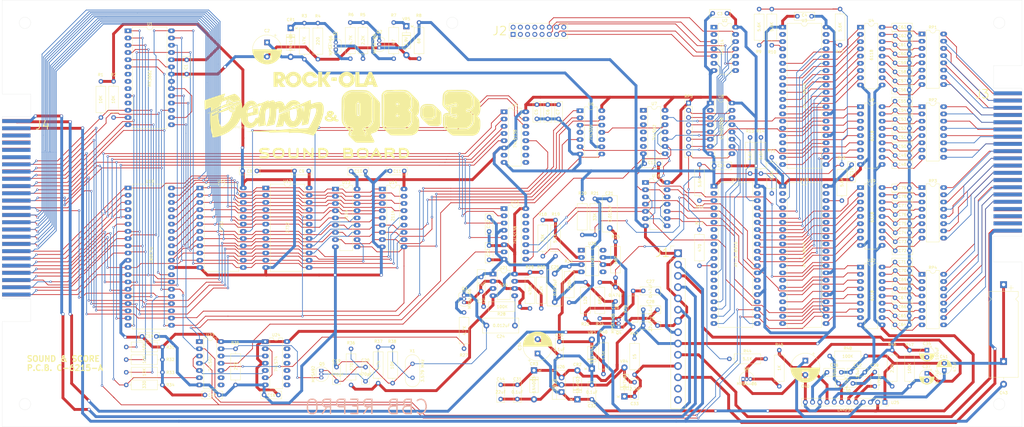
<source format=kicad_pcb>
(kicad_pcb (version 20171130) (host pcbnew "(5.1.9)-1")
  (layers (0 F.Cu signal) (31 B.Cu signal) (34 B.Paste user) (35 F.Paste user) (36 B.SilkS user) (37 F.SilkS user) (38 B.Mask user) (39 F.Mask user) (44 Edge.Cuts user))
  (net 0 "")
  (net 1 +15V)
  (net 2 +24V)
  (net 3 J1-5)
  (net 4 "Net-(Q2-Pad3)")
  (net 5 "Net-(Q2-Pad2)")
  (net 6 "Net-(Q3-Pad2)")
  (net 7 "Net-(C27-Pad1)")
  (net 8 "Net-(C19-Pad1)")
  (net 9 "Net-(Q5-Pad3)")
  (net 10 "Net-(C20-Pad1)")
  (net 11 "Net-(Q6-Pad3)")
  (net 12 "Net-(Q6-Pad2)")
  (net 13 +5V)
  (net 14 ~WD~)
  (net 15 "Net-(C24-Pad2)")
  (net 16 "Net-(R28-Pad1)")
  (net 17 "Net-(C36-Pad1)")
  (net 18 "Net-(C35-Pad1)")
  (net 19 "Net-(C37-Pad2)")
  (net 20 "Net-(C38-Pad1)")
  (net 21 "Net-(C39-Pad2)")
  (net 22 "Net-(C39-Pad1)")
  (net 23 "Net-(C41-Pad1)")
  (net 24 -15V)
  (net 25 J1-11)
  (net 26 "Net-(R7-Pad1)")
  (net 27 "Net-(C21-Pad2)")
  (net 28 "Net-(C21-Pad1)")
  (net 29 "Net-(C25-Pad1)")
  (net 30 J1-8)
  (net 31 "Net-(C36-Pad2)")
  (net 32 J1-3)
  (net 33 "Net-(C38-Pad2)")
  (net 34 J1-2)
  (net 35 "Net-(J1-Pad14)")
  (net 36 "Net-(J1-Pad13)")
  (net 37 -24V)
  (net 38 "Net-(J2-Pad16)")
  (net 39 "Net-(J2-Pad15)")
  (net 40 "Net-(J2-Pad14)")
  (net 41 "Net-(J2-Pad13)")
  (net 42 "Net-(J2-Pad12)")
  (net 43 "Net-(J2-Pad11)")
  (net 44 "Net-(J2-Pad10)")
  (net 45 "Net-(J2-Pad9)")
  (net 46 "Net-(J2-Pad8)")
  (net 47 "Net-(J2-Pad7)")
  (net 48 "Net-(J2-Pad6)")
  (net 49 "Net-(J2-Pad5)")
  (net 50 "Net-(J2-Pad4)")
  (net 51 "Net-(J2-Pad3)")
  (net 52 "Net-(J2-Pad2)")
  (net 53 "Net-(J2-Pad1)")
  (net 54 "Net-(J3-Pad38)")
  (net 55 "Net-(J3-Pad37)")
  (net 56 "Net-(J3-Pad36)")
  (net 57 "Net-(J3-Pad35)")
  (net 58 "Net-(J3-Pad34)")
  (net 59 "Net-(J3-Pad33)")
  (net 60 "Net-(J4-Pad48)")
  (net 61 "Net-(J4-Pad46)")
  (net 62 "Net-(J4-Pad45)")
  (net 63 "Net-(J4-Pad44)")
  (net 64 "Net-(J4-Pad43)")
  (net 65 "Net-(J4-Pad42)")
  (net 66 "Net-(J4-Pad41)")
  (net 67 "Net-(J4-Pad40)")
  (net 68 "Net-(J4-Pad39)")
  (net 69 ~INT~)
  (net 70 ~HALT~)
  (net 71 ~RFSH~)
  (net 72 ~BUSACK~)
  (net 73 ~WRITE~)
  (net 74 ~IORQ~)
  (net 75 M1)
  (net 76 ~READ~)
  (net 77 ~MREQ~)
  (net 78 ~CLK~)
  (net 79 ~RESET~)
  (net 80 ~WAIT~)
  (net 81 ~BUSREQ~)
  (net 82 ~NMI~)
  (net 83 A0)
  (net 84 A1)
  (net 85 A2)
  (net 86 A3)
  (net 87 A4)
  (net 88 A5)
  (net 89 A6)
  (net 90 A7)
  (net 91 A8)
  (net 92 A9)
  (net 93 A10)
  (net 94 A11)
  (net 95 A12)
  (net 96 A13)
  (net 97 A14)
  (net 98 A15)
  (net 99 D0)
  (net 100 D1)
  (net 101 D2)
  (net 102 D3)
  (net 103 D4)
  (net 104 D5)
  (net 105 D6)
  (net 106 D7)
  (net 107 "Net-(R2-Pad1)")
  (net 108 AUDIO)
  (net 109 "Net-(R9-Pad1)")
  (net 110 "Net-(R10-Pad1)")
  (net 111 "Net-(R11-Pad1)")
  (net 112 "Net-(R12-Pad1)")
  (net 113 "Net-(R13-Pad1)")
  (net 114 "Net-(R14-Pad1)")
  (net 115 "Net-(R15-Pad1)")
  (net 116 "Net-(R16-Pad1)")
  (net 117 "Net-(R17-Pad2)")
  (net 118 "Net-(R17-Pad1)")
  (net 119 "Net-(R18-Pad2)")
  (net 120 "Net-(R27-Pad1)")
  (net 121 "Net-(RP5-Pad7)")
  (net 122 "Net-(RP5-Pad6)")
  (net 123 "Net-(RP5-Pad5)")
  (net 124 "Net-(RP5-Pad4)")
  (net 125 "Net-(RP5-Pad3)")
  (net 126 "Net-(RP5-Pad2)")
  (net 127 "Net-(U1-Pad9)")
  (net 128 "Net-(U1-Pad8)")
  (net 129 "Net-(U1-Pad7)")
  (net 130 "Net-(U3-Pad20)")
  (net 131 "Net-(U3-Pad19)")
  (net 132 "Net-(U3-Pad18)")
  (net 133 "Net-(U17-Pad37)")
  (net 134 "Net-(U3-Pad17)")
  (net 135 "Net-(U17-Pad36)")
  (net 136 "Net-(U3-Pad16)")
  (net 137 "Net-(U17-Pad35)")
  (net 138 "Net-(U3-Pad15)")
  (net 139 "Net-(U17-Pad34)")
  (net 140 "Net-(U3-Pad14)")
  (net 141 "Net-(U17-Pad33)")
  (net 142 "Net-(U3-Pad13)")
  (net 143 "Net-(U17-Pad32)")
  (net 144 "Net-(U3-Pad12)")
  (net 145 "Net-(U17-Pad31)")
  (net 146 "Net-(U3-Pad11)")
  (net 147 "Net-(U17-Pad30)")
  (net 148 "Net-(U3-Pad10)")
  (net 149 "Net-(U3-Pad9)")
  (net 150 "Net-(U3-Pad8)")
  (net 151 "Net-(U3-Pad27)")
  (net 152 "Net-(U3-Pad7)")
  (net 153 "Net-(U3-Pad6)")
  (net 154 "Net-(U15-Pad9)")
  (net 155 "Net-(U3-Pad21)")
  (net 156 "Net-(U12-Pad18)")
  (net 157 "Net-(U5-Pad7)")
  (net 158 "Net-(U11-Pad18)")
  (net 159 "Net-(U5-Pad13)")
  (net 160 "Net-(U13-Pad8)")
  (net 161 "Net-(U5-Pad11)")
  (net 162 "Net-(U5-Pad10)")
  (net 163 "Net-(U5-Pad9)")
  (net 164 "Net-(U16-Pad6)")
  (net 165 "Net-(U6-Pad12)")
  (net 166 "Net-(U16-Pad12)")
  (net 167 WD)
  (net 168 "Net-(U23-Pad1)")
  (net 169 "Net-(U17-Pad17)")
  (net 170 "Net-(U17-Pad21)")
  (net 171 "Net-(U17-Pad20)")
  (net 172 "Net-(U17-Pad19)")
  (net 173 "Net-(U17-Pad18)")
  (net 174 "Net-(U8-Pad2)")
  (net 175 "Net-(U15-Pad15)")
  (net 176 "Net-(U15-Pad7)")
  (net 177 "Net-(U15-Pad14)")
  (net 178 "Net-(U15-Pad13)")
  (net 179 "Net-(U15-Pad12)")
  (net 180 "Net-(U15-Pad11)")
  (net 181 "Net-(U15-Pad10)")
  (net 182 "Net-(U16-Pad13)")
  (net 183 "Net-(U16-Pad4)")
  (net 184 "Net-(U16-Pad10)")
  (net 185 "Net-(U16-Pad1)")
  (net 186 "Net-(U17-Pad16)")
  (net 187 "Net-(U17-Pad15)")
  (net 188 "Net-(U17-Pad14)")
  (net 189 MUTE)
  (net 190 "Net-(U17-Pad10)")
  (net 191 "Net-(U17-Pad9)")
  (net 192 "Net-(U17-Pad8)")
  (net 193 "Net-(U17-Pad7)")
  (net 194 "Net-(U17-Pad6)")
  (net 195 LPF)
  (net 196 "Net-(U18-Pad20)")
  (net 197 "Net-(U18-Pad19)")
  (net 198 "Net-(U18-Pad18)")
  (net 199 "Net-(U18-Pad37)")
  (net 200 "Net-(U18-Pad17)")
  (net 201 "Net-(U18-Pad36)")
  (net 202 "Net-(U18-Pad16)")
  (net 203 "Net-(U18-Pad35)")
  (net 204 "Net-(U18-Pad15)")
  (net 205 "Net-(U18-Pad34)")
  (net 206 "Net-(U18-Pad14)")
  (net 207 "Net-(U18-Pad33)")
  (net 208 "Net-(U18-Pad13)")
  (net 209 "Net-(U18-Pad32)")
  (net 210 "Net-(U18-Pad12)")
  (net 211 "Net-(U18-Pad31)")
  (net 212 "Net-(U18-Pad11)")
  (net 213 "Net-(U18-Pad30)")
  (net 214 "Net-(U18-Pad10)")
  (net 215 "Net-(U18-Pad9)")
  (net 216 "Net-(U18-Pad8)")
  (net 217 "Net-(U18-Pad7)")
  (net 218 "Net-(U18-Pad6)")
  (net 219 "Net-(U18-Pad21)")
  (net 220 "Net-(U20-Pad8)")
  (net 221 "Net-(U20-Pad5)")
  (net 222 "Net-(U20-Pad1)")
  (net 223 "Net-(U23-Pad12)")
  (net 224 "Net-(U23-Pad3)")
  (net 225 "Net-(U24-Pad2)")
  (net 226 "Net-(J3-Pad32)")
  (net 227 "Net-(J3-Pad31)")
  (net 228 "Net-(J3-Pad30)")
  (net 229 "Net-(J3-Pad29)")
  (net 230 "Net-(J3-Pad28)")
  (net 231 "Net-(J3-Pad27)")
  (net 232 "Net-(J3-Pad26)")
  (net 233 "Net-(J3-Pad25)")
  (net 234 "Net-(J3-Pad24)")
  (net 235 "Net-(J3-Pad23)")
  (net 236 "Net-(J3-Pad22)")
  (net 237 "Net-(J3-Pad21)")
  (net 238 "Net-(J3-Pad20)")
  (net 239 "Net-(J3-Pad19)")
  (net 240 "Net-(J3-Pad18)")
  (net 241 "Net-(J3-Pad17)")
  (net 242 "Net-(J3-Pad16)")
  (net 243 "Net-(J3-Pad15)")
  (net 244 "Net-(J3-Pad14)")
  (net 245 "Net-(J3-Pad13)")
  (net 246 "Net-(J3-Pad12)")
  (net 247 "Net-(J3-Pad11)")
  (net 248 "Net-(J3-Pad10)")
  (net 249 "Net-(J3-Pad9)")
  (net 250 "Net-(J3-Pad8)")
  (net 251 "Net-(J3-Pad7)")
  (net 252 "Net-(J3-Pad6)")
  (net 253 "Net-(J3-Pad5)")
  (net 254 "Net-(J3-Pad4)")
  (net 255 "Net-(J3-Pad3)")
  (net 256 "Net-(J3-Pad2)")
  (net 257 "Net-(J3-Pad1)")
  (net 258 4.4hi)
  (net 259 4.4lo)
  (net 260 "Net-(CR1-Pad1)")
  (net 261 "Net-(Q1-Pad1)")
  (net 262 "Net-(Q1-Pad2)")
  (net 263 "Net-(R34-Pad1)")
  (net 264 "Net-(U3-Pad29)")
  (net 265 "Net-(C48-Pad2)")
  (net 266 "Net-(C49-Pad2)")
  (net 267 "Net-(C50-Pad2)")
  (net 268 "Net-(C51-Pad2)")
  (net 269 "Net-(C52-Pad2)")
  (net 270 "Net-(C53-Pad2)")
  (net 271 "Net-(C54-Pad2)")
  (net 272 "Net-(C55-Pad2)")
  (net 273 "Net-(C56-Pad2)")
  (net 274 "Net-(C57-Pad2)")
  (net 275 "Net-(C58-Pad2)")
  (net 276 "Net-(C59-Pad2)")
  (net 277 "Net-(C60-Pad2)")
  (net 278 "Net-(C61-Pad2)")
  (net 279 "Net-(C62-Pad2)")
  (net 280 "Net-(C63-Pad2)")
  (net 281 "Net-(C64-Pad2)")
  (net 282 "Net-(C65-Pad2)")
  (net 283 "Net-(C66-Pad2)")
  (net 284 "Net-(C67-Pad2)")
  (net 285 "Net-(C68-Pad2)")
  (net 286 "Net-(C69-Pad2)")
  (net 287 "Net-(C70-Pad2)")
  (net 288 "Net-(C71-Pad2)")
  (net 289 "Net-(C72-Pad2)")
  (net 290 "Net-(C73-Pad2)")
  (net 291 "Net-(C74-Pad2)")
  (net 292 "Net-(C75-Pad2)")
  (net 293 "Net-(C76-Pad2)")
  (net 294 "Net-(C77-Pad2)")
  (net 295 "Net-(C78-Pad2)")
  (net 296 "Net-(C79-Pad2)")
  (net 297 "Net-(C2-Pad1)")
  (net 298 "Net-(C23-Pad1)")
  (net 299 "Net-(C40-Pad1)")
  (module Capacitor_THT:CP_Radial_D10.0mm_P5.00mm (layer F.Cu) (at 219.964 194.183 90)
    (fp_text reference C34 (at 2.5 -6.25 90) (layer F.SilkS))
    (fp_text value 470uF)
    (pad 2 thru_hole circle (at 5 0 90) (size 2 2) (drill 1) (layers *.Cu *.Mask) (net 3 J1-5))
    (pad 1 thru_hole rect (at 0 0 90) (size 2 2) (drill 1) (layers *.Cu *.Mask) (net 2 +24V))
  )
  (module soundboard:logov2 (layer F.Cu) (at 150.876 107.823)
    (fp_text reference G*** hide)
    (fp_text value LOGO hide)
  )
  (module Package_DIP:DIP-18_W7.62mm_LongPads (layer F.Cu) (at 148.975001 136.410001)
    (fp_text reference U13 (at 3.81 -2.33) (layer F.SilkS))
    (fp_text value 2114 (at 3.81 9.258999 90) (layer F.SilkS))
    (pad 18 thru_hole oval (at 7.62 0) (size 2.4 1.6) (drill 0.8) (layers *.Cu *.Mask) (net 13 +5V))
    (pad 9 thru_hole oval (at 0 20.32) (size 2.4 1.6) (drill 0.8) (layers *.Cu *.Mask) (net 3 J1-5))
    (pad 17 thru_hole oval (at 7.62 2.54) (size 2.4 1.6) (drill 0.8) (layers *.Cu *.Mask) (net 91 A8))
    (pad 8 thru_hole oval (at 0 17.78) (size 2.4 1.6) (drill 0.8) (layers *.Cu *.Mask) (net 160 "Net-(U13-Pad8)"))
    (pad 16 thru_hole oval (at 7.62 5.08) (size 2.4 1.6) (drill 0.8) (layers *.Cu *.Mask) (net 92 A9))
    (pad 7 thru_hole oval (at 0 15.24) (size 2.4 1.6) (drill 0.8) (layers *.Cu *.Mask) (net 83 A0))
    (pad 15 thru_hole oval (at 7.62 7.62) (size 2.4 1.6) (drill 0.8) (layers *.Cu *.Mask) (net 87 A4))
    (pad 6 thru_hole oval (at 0 12.7) (size 2.4 1.6) (drill 0.8) (layers *.Cu *.Mask) (net 84 A1))
    (pad 14 thru_hole oval (at 7.62 10.16) (size 2.4 1.6) (drill 0.8) (layers *.Cu *.Mask) (net 106 D7))
    (pad 5 thru_hole oval (at 0 10.16) (size 2.4 1.6) (drill 0.8) (layers *.Cu *.Mask) (net 85 A2))
    (pad 13 thru_hole oval (at 7.62 12.7) (size 2.4 1.6) (drill 0.8) (layers *.Cu *.Mask) (net 105 D6))
    (pad 4 thru_hole oval (at 0 7.62) (size 2.4 1.6) (drill 0.8) (layers *.Cu *.Mask) (net 86 A3))
    (pad 12 thru_hole oval (at 7.62 15.24) (size 2.4 1.6) (drill 0.8) (layers *.Cu *.Mask) (net 104 D5))
    (pad 3 thru_hole oval (at 0 5.08) (size 2.4 1.6) (drill 0.8) (layers *.Cu *.Mask) (net 88 A5))
    (pad 11 thru_hole oval (at 7.62 17.78) (size 2.4 1.6) (drill 0.8) (layers *.Cu *.Mask) (net 103 D4))
    (pad 2 thru_hole oval (at 0 2.54) (size 2.4 1.6) (drill 0.8) (layers *.Cu *.Mask) (net 89 A6))
    (pad 10 thru_hole oval (at 7.62 20.32) (size 2.4 1.6) (drill 0.8) (layers *.Cu *.Mask) (net 73 ~WRITE~))
    (pad 1 thru_hole rect (at 0 0) (size 2.4 1.6) (drill 0.8) (layers *.Cu *.Mask) (net 90 A7))
  )
  (module Package_DIP:DIP-14_W7.62mm_LongPads (layer F.Cu) (at 124.355 190.02)
    (fp_text reference U24 (at 3.81 -2.33) (layer F.SilkS))
    (fp_text value 74LS74 (at 3.788 7.846 90) (layer F.SilkS))
    (pad 1 thru_hole rect (at 0 0) (size 2.4 1.6) (drill 0.8) (layers *.Cu *.Mask) (net 13 +5V))
    (pad 8 thru_hole oval (at 7.62 15.24) (size 2.4 1.6) (drill 0.8) (layers *.Cu *.Mask))
    (pad 2 thru_hole oval (at 0 2.54) (size 2.4 1.6) (drill 0.8) (layers *.Cu *.Mask) (net 225 "Net-(U24-Pad2)"))
    (pad 9 thru_hole oval (at 7.62 12.7) (size 2.4 1.6) (drill 0.8) (layers *.Cu *.Mask))
    (pad 3 thru_hole oval (at 0 5.08) (size 2.4 1.6) (drill 0.8) (layers *.Cu *.Mask) (net 223 "Net-(U23-Pad12)"))
    (pad 10 thru_hole oval (at 7.62 10.16) (size 2.4 1.6) (drill 0.8) (layers *.Cu *.Mask))
    (pad 4 thru_hole oval (at 0 7.62) (size 2.4 1.6) (drill 0.8) (layers *.Cu *.Mask) (net 13 +5V))
    (pad 11 thru_hole oval (at 7.62 7.62) (size 2.4 1.6) (drill 0.8) (layers *.Cu *.Mask))
    (pad 5 thru_hole oval (at 0 10.16) (size 2.4 1.6) (drill 0.8) (layers *.Cu *.Mask) (net 224 "Net-(U23-Pad3)"))
    (pad 12 thru_hole oval (at 7.62 5.08) (size 2.4 1.6) (drill 0.8) (layers *.Cu *.Mask))
    (pad 6 thru_hole oval (at 0 12.7) (size 2.4 1.6) (drill 0.8) (layers *.Cu *.Mask) (net 225 "Net-(U24-Pad2)"))
    (pad 13 thru_hole oval (at 7.62 2.54) (size 2.4 1.6) (drill 0.8) (layers *.Cu *.Mask))
    (pad 7 thru_hole oval (at 0 15.24) (size 2.4 1.6) (drill 0.8) (layers *.Cu *.Mask) (net 3 J1-5))
    (pad 14 thru_hole oval (at 7.62 0) (size 2.4 1.6) (drill 0.8) (layers *.Cu *.Mask) (net 13 +5V))
  )
  (module Capacitor_THT:C_Disc_D7.0mm_W2.5mm_P5.00mm (layer F.Cu) (at 202.946 161.29 90)
    (fp_text reference C22 (at 2.5 -0.254 90) (layer F.SilkS))
    (fp_text value 0.1uF)
    (pad 2 thru_hole circle (at 5 0 90) (size 1.6 1.6) (drill 0.8) (layers *.Cu *.Mask) (net 13 +5V))
    (pad 1 thru_hole circle (at 0 0 90) (size 1.6 1.6) (drill 0.8) (layers *.Cu *.Mask) (net 3 J1-5))
  )
  (module Package_DIP:DIP-14_W7.62mm_LongPads (layer F.Cu) (at 257.81 134.112)
    (fp_text reference U16 (at 3.81 -2.33) (layer F.SilkS))
    (fp_text value 74LS02)
    (pad 14 thru_hole oval (at 7.62 0) (size 2.4 1.6) (drill 0.8) (layers *.Cu *.Mask) (net 13 +5V))
    (pad 7 thru_hole oval (at 0 15.24) (size 2.4 1.6) (drill 0.8) (layers *.Cu *.Mask) (net 3 J1-5))
    (pad 13 thru_hole oval (at 7.62 2.54) (size 2.4 1.6) (drill 0.8) (layers *.Cu *.Mask) (net 182 "Net-(U16-Pad13)"))
    (pad 6 thru_hole oval (at 0 12.7) (size 2.4 1.6) (drill 0.8) (layers *.Cu *.Mask) (net 164 "Net-(U16-Pad6)"))
    (pad 12 thru_hole oval (at 7.62 5.08) (size 2.4 1.6) (drill 0.8) (layers *.Cu *.Mask) (net 166 "Net-(U16-Pad12)"))
    (pad 5 thru_hole oval (at 0 10.16) (size 2.4 1.6) (drill 0.8) (layers *.Cu *.Mask) (net 181 "Net-(U15-Pad10)"))
    (pad 11 thru_hole oval (at 7.62 7.62) (size 2.4 1.6) (drill 0.8) (layers *.Cu *.Mask) (net 180 "Net-(U15-Pad11)"))
    (pad 4 thru_hole oval (at 0 7.62) (size 2.4 1.6) (drill 0.8) (layers *.Cu *.Mask) (net 183 "Net-(U16-Pad4)"))
    (pad 10 thru_hole oval (at 7.62 10.16) (size 2.4 1.6) (drill 0.8) (layers *.Cu *.Mask) (net 184 "Net-(U16-Pad10)"))
    (pad 3 thru_hole oval (at 0 5.08) (size 2.4 1.6) (drill 0.8) (layers *.Cu *.Mask) (net 181 "Net-(U15-Pad10)"))
    (pad 9 thru_hole oval (at 7.62 12.7) (size 2.4 1.6) (drill 0.8) (layers *.Cu *.Mask) (net 180 "Net-(U15-Pad11)"))
    (pad 2 thru_hole oval (at 0 2.54) (size 2.4 1.6) (drill 0.8) (layers *.Cu *.Mask) (net 166 "Net-(U16-Pad12)"))
    (pad 8 thru_hole oval (at 7.62 15.24) (size 2.4 1.6) (drill 0.8) (layers *.Cu *.Mask) (net 164 "Net-(U16-Pad6)"))
    (pad 1 thru_hole rect (at 0 0) (size 2.4 1.6) (drill 0.8) (layers *.Cu *.Mask) (net 185 "Net-(U16-Pad1)"))
  )
  (module Capacitor_THT:C_Disc_D7.0mm_W2.5mm_P5.00mm (layer F.Cu) (at 123.952 208.788)
    (fp_text reference C18 (at 2.54 0.127) (layer F.SilkS))
    (fp_text value 0.1uF)
    (pad 2 thru_hole circle (at 5 0) (size 1.6 1.6) (drill 0.8) (layers *.Cu *.Mask) (net 13 +5V))
    (pad 1 thru_hole circle (at 0 0) (size 1.6 1.6) (drill 0.8) (layers *.Cu *.Mask) (net 3 J1-5))
  )
  (module Capacitor_THT:C_Disc_D7.0mm_W2.5mm_P5.00mm (layer F.Cu) (at 108.204 208.788 180)
    (fp_text reference C17 (at 2.5 -0.127) (layer F.SilkS))
    (fp_text value 0.1uF)
    (pad 2 thru_hole circle (at 5 0 180) (size 1.6 1.6) (drill 0.8) (layers *.Cu *.Mask) (net 13 +5V))
    (pad 1 thru_hole circle (at 0 0 180) (size 1.6 1.6) (drill 0.8) (layers *.Cu *.Mask) (net 3 J1-5))
  )
  (module Capacitor_THT:C_Disc_D7.0mm_W2.5mm_P5.00mm (layer F.Cu) (at 86.106 188.214 180)
    (fp_text reference C16 (at 2.5 0.127) (layer F.SilkS))
    (fp_text value 0.1uF)
    (pad 2 thru_hole circle (at 5 0 180) (size 1.6 1.6) (drill 0.8) (layers *.Cu *.Mask) (net 13 +5V))
    (pad 1 thru_hole circle (at 0 0 180) (size 1.6 1.6) (drill 0.8) (layers *.Cu *.Mask) (net 3 J1-5))
  )
  (module Capacitor_THT:C_Disc_D7.0mm_W2.5mm_P5.00mm (layer F.Cu) (at 330.2 132.842 90)
    (fp_text reference C15 (at 2.5 0 90) (layer F.SilkS))
    (fp_text value 0.1uF)
    (pad 2 thru_hole circle (at 5 0 90) (size 1.6 1.6) (drill 0.8) (layers *.Cu *.Mask) (net 13 +5V))
    (pad 1 thru_hole circle (at 0 0 90) (size 1.6 1.6) (drill 0.8) (layers *.Cu *.Mask) (net 3 J1-5))
  )
  (module Capacitor_THT:C_Disc_D7.0mm_W2.5mm_P5.00mm (layer F.Cu) (at 281.94 128.27)
    (fp_text reference C14 (at 2.54 -0.127) (layer F.SilkS))
    (fp_text value 0.1uF)
    (pad 2 thru_hole circle (at 5 0) (size 1.6 1.6) (drill 0.8) (layers *.Cu *.Mask) (net 13 +5V))
    (pad 1 thru_hole circle (at 0 0) (size 1.6 1.6) (drill 0.8) (layers *.Cu *.Mask) (net 3 J1-5))
  )
  (module Capacitor_THT:C_Disc_D7.0mm_W2.5mm_P5.00mm (layer F.Cu) (at 257.556 127.508)
    (fp_text reference C13 (at 2.54 -0.381) (layer F.SilkS))
    (fp_text value 0.1uF)
    (pad 2 thru_hole circle (at 5 0) (size 1.6 1.6) (drill 0.8) (layers *.Cu *.Mask) (net 13 +5V))
    (pad 1 thru_hole circle (at 0 0) (size 1.6 1.6) (drill 0.8) (layers *.Cu *.Mask) (net 3 J1-5))
  )
  (module Capacitor_THT:C_Disc_D7.0mm_W2.5mm_P5.00mm (layer F.Cu) (at 202.946 146.304 270)
    (fp_text reference C12 (at 2.5 0.254 270) (layer F.SilkS))
    (fp_text value 0.1uF)
    (pad 2 thru_hole circle (at 5 0 270) (size 1.6 1.6) (drill 0.8) (layers *.Cu *.Mask) (net 13 +5V))
    (pad 1 thru_hole circle (at 0 0 270) (size 1.6 1.6) (drill 0.8) (layers *.Cu *.Mask) (net 3 J1-5))
  )
  (module Capacitor_THT:C_Disc_D7.0mm_W2.5mm_P5.00mm (layer F.Cu) (at 168.148 130.048)
    (fp_text reference C11 (at 2.54 0.127) (layer F.SilkS))
    (fp_text value 0.1uF)
    (pad 2 thru_hole circle (at 5 0) (size 1.6 1.6) (drill 0.8) (layers *.Cu *.Mask) (net 13 +5V))
    (pad 1 thru_hole circle (at 0 0) (size 1.6 1.6) (drill 0.8) (layers *.Cu *.Mask) (net 3 J1-5))
  )
  (module Capacitor_THT:C_Disc_D7.0mm_W2.5mm_P5.00mm (layer F.Cu) (at 159.512 130.175 180)
    (fp_text reference C10 (at 2.5 0) (layer F.SilkS))
    (fp_text value 0.1uF)
    (pad 2 thru_hole circle (at 5 0 180) (size 1.6 1.6) (drill 0.8) (layers *.Cu *.Mask) (net 13 +5V))
    (pad 1 thru_hole circle (at 0 0 180) (size 1.6 1.6) (drill 0.8) (layers *.Cu *.Mask) (net 3 J1-5))
  )
  (module Capacitor_THT:C_Disc_D7.0mm_W2.5mm_P5.00mm (layer F.Cu) (at 134.62 130.048)
    (fp_text reference C9 (at 2.5 0.127) (layer F.SilkS))
    (fp_text value 0.1uF)
    (pad 2 thru_hole circle (at 5 0) (size 1.6 1.6) (drill 0.8) (layers *.Cu *.Mask) (net 13 +5V))
    (pad 1 thru_hole circle (at 0 0) (size 1.6 1.6) (drill 0.8) (layers *.Cu *.Mask) (net 3 J1-5))
  )
  (module Capacitor_THT:C_Disc_D7.0mm_W2.5mm_P5.00mm (layer F.Cu) (at 121.412 130.048 180)
    (fp_text reference C8 (at 2.54 -0.127) (layer F.SilkS))
    (fp_text value 0.1uF)
    (pad 2 thru_hole circle (at 5 0 180) (size 1.6 1.6) (drill 0.8) (layers *.Cu *.Mask) (net 13 +5V))
    (pad 1 thru_hole circle (at 0 0 180) (size 1.6 1.6) (drill 0.8) (layers *.Cu *.Mask) (net 3 J1-5))
  )
  (module Capacitor_THT:C_Disc_D7.0mm_W2.5mm_P5.00mm (layer F.Cu) (at 227.33 111.76 90)
    (fp_text reference C7 (at 2.413 -0.254 90) (layer F.SilkS))
    (fp_text value 0.1uF)
    (pad 2 thru_hole circle (at 5 0 90) (size 1.6 1.6) (drill 0.8) (layers *.Cu *.Mask) (net 13 +5V))
    (pad 1 thru_hole circle (at 0 0 90) (size 1.6 1.6) (drill 0.8) (layers *.Cu *.Mask) (net 3 J1-5))
  )
  (module Capacitor_THT:C_Disc_D7.0mm_W2.5mm_P5.00mm (layer F.Cu) (at 223.52 111.76 90)
    (fp_text reference C6 (at 2.413 0 90) (layer F.SilkS))
    (fp_text value 0.1uF)
    (pad 2 thru_hole circle (at 5 0 90) (size 1.6 1.6) (drill 0.8) (layers *.Cu *.Mask) (net 13 +5V))
    (pad 1 thru_hole circle (at 0 0 90) (size 1.6 1.6) (drill 0.8) (layers *.Cu *.Mask) (net 3 J1-5))
  )
  (module Capacitor_THT:C_Disc_D7.0mm_W2.5mm_P5.00mm (layer F.Cu) (at 219.71 111.76 90)
    (fp_text reference C5 (at 2.413 -0.254 90) (layer F.SilkS))
    (fp_text value 0.1uF)
    (pad 2 thru_hole circle (at 5 0 90) (size 1.6 1.6) (drill 0.8) (layers *.Cu *.Mask) (net 13 +5V))
    (pad 1 thru_hole circle (at 0 0 90) (size 1.6 1.6) (drill 0.8) (layers *.Cu *.Mask) (net 3 J1-5))
  )
  (module Capacitor_THT:C_Disc_D7.0mm_W2.5mm_P5.00mm (layer F.Cu) (at 311.15 75.692)
    (fp_text reference C4 (at 2.5 -0.381) (layer F.SilkS))
    (fp_text value 0.1uF)
    (pad 2 thru_hole circle (at 5 0) (size 1.6 1.6) (drill 0.8) (layers *.Cu *.Mask) (net 13 +5V))
    (pad 1 thru_hole circle (at 0 0) (size 1.6 1.6) (drill 0.8) (layers *.Cu *.Mask) (net 3 J1-5))
  )
  (module Capacitor_THT:C_Disc_D7.0mm_W2.5mm_P5.00mm (layer F.Cu) (at 281.432 74.676)
    (fp_text reference C3 (at 2.5 0.127) (layer F.SilkS))
    (fp_text value 0.1uF)
    (pad 2 thru_hole circle (at 5 0) (size 1.6 1.6) (drill 0.8) (layers *.Cu *.Mask) (net 13 +5V))
    (pad 1 thru_hole circle (at 0 0) (size 1.6 1.6) (drill 0.8) (layers *.Cu *.Mask) (net 3 J1-5))
  )
  (module Capacitor_THT:C_Disc_D7.0mm_W2.5mm_P5.00mm (layer F.Cu) (at 96.774 96.012 90)
    (fp_text reference C1 (at 2.5 -0.254 90) (layer F.SilkS))
    (fp_text value 0.1uF)
    (pad 2 thru_hole circle (at 5 0 90) (size 1.6 1.6) (drill 0.8) (layers *.Cu *.Mask) (net 13 +5V))
    (pad 1 thru_hole circle (at 0 0 90) (size 1.6 1.6) (drill 0.8) (layers *.Cu *.Mask) (net 3 J1-5))
  )
  (module Capacitor_THT:CP_Axial_L30.0mm_D10.0mm_P35.00mm_Horizontal (layer F.Cu) (at 383.54 170 270)
    (fp_text reference C43 (at 38.026 0 180) (layer F.SilkS))
    (fp_text value 1000uF)
    (pad 2 thru_hole oval (at 35 0 270) (size 2.4 2.4) (drill 1.2) (layers *.Cu *.Mask) (net 34 J1-2))
    (pad 1 thru_hole rect (at 0 0 270) (size 2.4 2.4) (drill 1.2) (layers *.Cu *.Mask) (net 31 "Net-(C36-Pad2)"))
    (pad 1 thru_hole rect (at 27 0 270) (size 2.4 2.4) (drill 1.2) (layers *.Cu *.Mask) (net 31 "Net-(C36-Pad2)"))
  )
  (module Package_DIP:DIP-24_W15.24mm_LongPads (layer F.Cu) (at 101.4 136.045)
    (fp_text reference U11 (at 7.62 -2.33) (layer F.SilkS))
    (fp_text value 2732 (at 7.62 13.561 90) (layer F.SilkS))
    (pad 24 thru_hole oval (at 15.24 0) (size 2.4 1.6) (drill 0.8) (layers *.Cu *.Mask) (net 13 +5V))
    (pad 12 thru_hole oval (at 0 27.94) (size 2.4 1.6) (drill 0.8) (layers *.Cu *.Mask) (net 3 J1-5))
    (pad 23 thru_hole oval (at 15.24 2.54) (size 2.4 1.6) (drill 0.8) (layers *.Cu *.Mask) (net 91 A8))
    (pad 11 thru_hole oval (at 0 25.4) (size 2.4 1.6) (drill 0.8) (layers *.Cu *.Mask) (net 101 D2))
    (pad 22 thru_hole oval (at 15.24 5.08) (size 2.4 1.6) (drill 0.8) (layers *.Cu *.Mask) (net 92 A9))
    (pad 10 thru_hole oval (at 0 22.86) (size 2.4 1.6) (drill 0.8) (layers *.Cu *.Mask) (net 100 D1))
    (pad 21 thru_hole oval (at 15.24 7.62) (size 2.4 1.6) (drill 0.8) (layers *.Cu *.Mask) (net 94 A11))
    (pad 9 thru_hole oval (at 0 20.32) (size 2.4 1.6) (drill 0.8) (layers *.Cu *.Mask) (net 99 D0))
    (pad 20 thru_hole oval (at 15.24 10.16) (size 2.4 1.6) (drill 0.8) (layers *.Cu *.Mask) (net 76 ~READ~))
    (pad 8 thru_hole oval (at 0 17.78) (size 2.4 1.6) (drill 0.8) (layers *.Cu *.Mask) (net 83 A0))
    (pad 19 thru_hole oval (at 15.24 12.7) (size 2.4 1.6) (drill 0.8) (layers *.Cu *.Mask) (net 93 A10))
    (pad 7 thru_hole oval (at 0 15.24) (size 2.4 1.6) (drill 0.8) (layers *.Cu *.Mask) (net 84 A1))
    (pad 18 thru_hole oval (at 15.24 15.24) (size 2.4 1.6) (drill 0.8) (layers *.Cu *.Mask) (net 158 "Net-(U11-Pad18)"))
    (pad 6 thru_hole oval (at 0 12.7) (size 2.4 1.6) (drill 0.8) (layers *.Cu *.Mask) (net 85 A2))
    (pad 17 thru_hole oval (at 15.24 17.78) (size 2.4 1.6) (drill 0.8) (layers *.Cu *.Mask) (net 106 D7))
    (pad 5 thru_hole oval (at 0 10.16) (size 2.4 1.6) (drill 0.8) (layers *.Cu *.Mask) (net 86 A3))
    (pad 16 thru_hole oval (at 15.24 20.32) (size 2.4 1.6) (drill 0.8) (layers *.Cu *.Mask) (net 105 D6))
    (pad 4 thru_hole oval (at 0 7.62) (size 2.4 1.6) (drill 0.8) (layers *.Cu *.Mask) (net 87 A4))
    (pad 15 thru_hole oval (at 15.24 22.86) (size 2.4 1.6) (drill 0.8) (layers *.Cu *.Mask) (net 104 D5))
    (pad 3 thru_hole oval (at 0 5.08) (size 2.4 1.6) (drill 0.8) (layers *.Cu *.Mask) (net 88 A5))
    (pad 14 thru_hole oval (at 15.24 25.4) (size 2.4 1.6) (drill 0.8) (layers *.Cu *.Mask) (net 103 D4))
    (pad 2 thru_hole oval (at 0 2.54) (size 2.4 1.6) (drill 0.8) (layers *.Cu *.Mask) (net 89 A6))
    (pad 13 thru_hole oval (at 15.24 27.94) (size 2.4 1.6) (drill 0.8) (layers *.Cu *.Mask) (net 102 D3))
    (pad 1 thru_hole rect (at 0 0) (size 2.4 1.6) (drill 0.8) (layers *.Cu *.Mask) (net 90 A7))
  )
  (module Package_DIP:DIP-28_W15.24mm_LongPads (layer F.Cu) (at 76.19 80.8)
    (fp_text reference U1 (at 7.62 -2.33) (layer F.SilkS))
    (fp_text value MK3882 (at 7.63 16.736 90) (layer F.SilkS))
    (pad 1 thru_hole rect (at 0 0) (size 2.4 1.6) (drill 0.8) (layers *.Cu *.Mask) (net 103 D4))
    (pad 15 thru_hole oval (at 15.24 33.02) (size 2.4 1.6) (drill 0.8) (layers *.Cu *.Mask) (net 78 ~CLK~))
    (pad 2 thru_hole oval (at 0 2.54) (size 2.4 1.6) (drill 0.8) (layers *.Cu *.Mask) (net 104 D5))
    (pad 16 thru_hole oval (at 15.24 30.48) (size 2.4 1.6) (drill 0.8) (layers *.Cu *.Mask) (net 3 J1-5))
    (pad 3 thru_hole oval (at 0 5.08) (size 2.4 1.6) (drill 0.8) (layers *.Cu *.Mask) (net 105 D6))
    (pad 17 thru_hole oval (at 15.24 27.94) (size 2.4 1.6) (drill 0.8) (layers *.Cu *.Mask) (net 79 ~RESET~))
    (pad 4 thru_hole oval (at 0 7.62) (size 2.4 1.6) (drill 0.8) (layers *.Cu *.Mask) (net 106 D7))
    (pad 18 thru_hole oval (at 15.24 25.4) (size 2.4 1.6) (drill 0.8) (layers *.Cu *.Mask) (net 83 A0))
    (pad 5 thru_hole oval (at 0 10.16) (size 2.4 1.6) (drill 0.8) (layers *.Cu *.Mask) (net 3 J1-5))
    (pad 19 thru_hole oval (at 15.24 22.86) (size 2.4 1.6) (drill 0.8) (layers *.Cu *.Mask) (net 84 A1))
    (pad 6 thru_hole oval (at 0 12.7) (size 2.4 1.6) (drill 0.8) (layers *.Cu *.Mask) (net 76 ~READ~))
    (pad 20 thru_hole oval (at 15.24 20.32) (size 2.4 1.6) (drill 0.8) (layers *.Cu *.Mask) (net 3 J1-5))
    (pad 7 thru_hole oval (at 0 15.24) (size 2.4 1.6) (drill 0.8) (layers *.Cu *.Mask) (net 129 "Net-(U1-Pad7)"))
    (pad 21 thru_hole oval (at 15.24 17.78) (size 2.4 1.6) (drill 0.8) (layers *.Cu *.Mask) (net 3 J1-5))
    (pad 8 thru_hole oval (at 0 17.78) (size 2.4 1.6) (drill 0.8) (layers *.Cu *.Mask) (net 128 "Net-(U1-Pad8)"))
    (pad 22 thru_hole oval (at 15.24 15.24) (size 2.4 1.6) (drill 0.8) (layers *.Cu *.Mask) (net 3 J1-5))
    (pad 9 thru_hole oval (at 0 20.32) (size 2.4 1.6) (drill 0.8) (layers *.Cu *.Mask) (net 127 "Net-(U1-Pad9)"))
    (pad 23 thru_hole oval (at 15.24 12.7) (size 2.4 1.6) (drill 0.8) (layers *.Cu *.Mask) (net 3 J1-5))
    (pad 10 thru_hole oval (at 0 22.86) (size 2.4 1.6) (drill 0.8) (layers *.Cu *.Mask) (net 74 ~IORQ~))
    (pad 24 thru_hole oval (at 15.24 10.16) (size 2.4 1.6) (drill 0.8) (layers *.Cu *.Mask) (net 13 +5V))
    (pad 11 thru_hole oval (at 0 25.4) (size 2.4 1.6) (drill 0.8) (layers *.Cu *.Mask))
    (pad 25 thru_hole oval (at 15.24 7.62) (size 2.4 1.6) (drill 0.8) (layers *.Cu *.Mask) (net 99 D0))
    (pad 12 thru_hole oval (at 0 27.94) (size 2.4 1.6) (drill 0.8) (layers *.Cu *.Mask) (net 69 ~INT~))
    (pad 26 thru_hole oval (at 15.24 5.08) (size 2.4 1.6) (drill 0.8) (layers *.Cu *.Mask) (net 100 D1))
    (pad 13 thru_hole oval (at 0 30.48) (size 2.4 1.6) (drill 0.8) (layers *.Cu *.Mask) (net 107 "Net-(R2-Pad1)"))
    (pad 27 thru_hole oval (at 15.24 2.54) (size 2.4 1.6) (drill 0.8) (layers *.Cu *.Mask) (net 101 D2))
    (pad 14 thru_hole oval (at 0 33.02) (size 2.4 1.6) (drill 0.8) (layers *.Cu *.Mask) (net 75 M1))
    (pad 28 thru_hole oval (at 15.24 0) (size 2.4 1.6) (drill 0.8) (layers *.Cu *.Mask) (net 102 D3))
  )
  (module Capacitor_THT:CP_Radial_D5.0mm_P2.50mm (layer F.Cu) (at 356.616 201.168 270)
    (fp_text reference C37 (at -2.413 0.127 180) (layer F.SilkS))
    (fp_text value 0.47uF (at 1.27 -3.556 90) (layer F.SilkS))
    (pad 2 thru_hole circle (at 2.5 0 270) (size 1.6 1.6) (drill 0.8) (layers *.Cu *.Mask) (net 19 "Net-(C37-Pad2)"))
    (pad 1 thru_hole rect (at 0 0 270) (size 1.6 1.6) (drill 0.8) (layers *.Cu *.Mask) (net 32 J1-3))
  )
  (module Capacitor_THT:CP_Radial_D10.0mm_P5.00mm (layer F.Cu) (at 313.944 196.723 270)
    (fp_text reference C40 (at 9.017 0 180) (layer F.SilkS))
    (fp_text value 470uF)
    (pad 1 thru_hole rect (at 0 0 270) (size 2 2) (drill 1) (layers *.Cu *.Mask) (net 299 "Net-(C40-Pad1)"))
    (pad 2 thru_hole circle (at 5 0 270) (size 2 2) (drill 1) (layers *.Cu *.Mask) (net 3 J1-5))
  )
  (module Capacitor_THT:CP_Radial_D5.0mm_P2.50mm (layer F.Cu) (at 362.712 200.152 90)
    (fp_text reference C41 (at 4.826 -0.127 180) (layer F.SilkS))
    (fp_text value 47uF (at 1.27 3.683 270) (layer F.SilkS))
    (pad 2 thru_hole circle (at 2.5 0 90) (size 1.6 1.6) (drill 0.8) (layers *.Cu *.Mask) (net 31 "Net-(C36-Pad2)"))
    (pad 1 thru_hole rect (at 0 0 90) (size 1.6 1.6) (drill 0.8) (layers *.Cu *.Mask) (net 23 "Net-(C41-Pad1)"))
  )
  (module Capacitor_THT:CP_Radial_D5.0mm_P2.50mm (layer F.Cu) (at 356.616 193.04 270)
    (fp_text reference C35 (at -2.286 0 180) (layer F.SilkS))
    (fp_text value 100uF (at 1.143 -3.556 90) (layer F.SilkS))
    (pad 2 thru_hole circle (at 2.5 0 270) (size 1.6 1.6) (drill 0.8) (layers *.Cu *.Mask) (net 3 J1-5))
    (pad 1 thru_hole rect (at 0 0 270) (size 1.6 1.6) (drill 0.8) (layers *.Cu *.Mask) (net 18 "Net-(C35-Pad1)"))
  )
  (module Package_DIP:DIP-40_W15.24mm_LongPads (layer F.Cu) (at 305.98 135.41)
    (fp_text reference U18 (at 7.62 -2.33) (layer F.SilkS))
    (fp_text value AY-3-8910 (at 7.583 24.102 90) (layer F.SilkS))
    (pad 1 thru_hole rect (at 0 0) (size 2.4 1.6) (drill 0.8) (layers *.Cu *.Mask) (net 3 J1-5))
    (pad 21 thru_hole oval (at 15.24 48.26) (size 2.4 1.6) (drill 0.8) (layers *.Cu *.Mask) (net 219 "Net-(U18-Pad21)"))
    (pad 2 thru_hole oval (at 0 2.54) (size 2.4 1.6) (drill 0.8) (layers *.Cu *.Mask))
    (pad 22 thru_hole oval (at 15.24 45.72) (size 2.4 1.6) (drill 0.8) (layers *.Cu *.Mask) (net 78 ~CLK~))
    (pad 3 thru_hole oval (at 0 5.08) (size 2.4 1.6) (drill 0.8) (layers *.Cu *.Mask) (net 115 "Net-(R15-Pad1)"))
    (pad 23 thru_hole oval (at 15.24 43.18) (size 2.4 1.6) (drill 0.8) (layers *.Cu *.Mask) (net 79 ~RESET~))
    (pad 4 thru_hole oval (at 0 7.62) (size 2.4 1.6) (drill 0.8) (layers *.Cu *.Mask) (net 114 "Net-(R14-Pad1)"))
    (pad 24 thru_hole oval (at 15.24 40.64) (size 2.4 1.6) (drill 0.8) (layers *.Cu *.Mask) (net 181 "Net-(U15-Pad10)"))
    (pad 5 thru_hole oval (at 0 10.16) (size 2.4 1.6) (drill 0.8) (layers *.Cu *.Mask))
    (pad 25 thru_hole oval (at 15.24 38.1) (size 2.4 1.6) (drill 0.8) (layers *.Cu *.Mask) (net 13 +5V))
    (pad 6 thru_hole oval (at 0 12.7) (size 2.4 1.6) (drill 0.8) (layers *.Cu *.Mask) (net 218 "Net-(U18-Pad6)"))
    (pad 26 thru_hole oval (at 15.24 35.56) (size 2.4 1.6) (drill 0.8) (layers *.Cu *.Mask))
    (pad 7 thru_hole oval (at 0 15.24) (size 2.4 1.6) (drill 0.8) (layers *.Cu *.Mask) (net 217 "Net-(U18-Pad7)"))
    (pad 27 thru_hole oval (at 15.24 33.02) (size 2.4 1.6) (drill 0.8) (layers *.Cu *.Mask) (net 183 "Net-(U16-Pad4)"))
    (pad 8 thru_hole oval (at 0 17.78) (size 2.4 1.6) (drill 0.8) (layers *.Cu *.Mask) (net 216 "Net-(U18-Pad8)"))
    (pad 28 thru_hole oval (at 15.24 30.48) (size 2.4 1.6) (drill 0.8) (layers *.Cu *.Mask) (net 13 +5V))
    (pad 9 thru_hole oval (at 0 20.32) (size 2.4 1.6) (drill 0.8) (layers *.Cu *.Mask) (net 215 "Net-(U18-Pad9)"))
    (pad 29 thru_hole oval (at 15.24 27.94) (size 2.4 1.6) (drill 0.8) (layers *.Cu *.Mask) (net 185 "Net-(U16-Pad1)"))
    (pad 10 thru_hole oval (at 0 22.86) (size 2.4 1.6) (drill 0.8) (layers *.Cu *.Mask) (net 214 "Net-(U18-Pad10)"))
    (pad 30 thru_hole oval (at 15.24 25.4) (size 2.4 1.6) (drill 0.8) (layers *.Cu *.Mask) (net 213 "Net-(U18-Pad30)"))
    (pad 11 thru_hole oval (at 0 25.4) (size 2.4 1.6) (drill 0.8) (layers *.Cu *.Mask) (net 212 "Net-(U18-Pad11)"))
    (pad 31 thru_hole oval (at 15.24 22.86) (size 2.4 1.6) (drill 0.8) (layers *.Cu *.Mask) (net 211 "Net-(U18-Pad31)"))
    (pad 12 thru_hole oval (at 0 27.94) (size 2.4 1.6) (drill 0.8) (layers *.Cu *.Mask) (net 210 "Net-(U18-Pad12)"))
    (pad 32 thru_hole oval (at 15.24 20.32) (size 2.4 1.6) (drill 0.8) (layers *.Cu *.Mask) (net 209 "Net-(U18-Pad32)"))
    (pad 13 thru_hole oval (at 0 30.48) (size 2.4 1.6) (drill 0.8) (layers *.Cu *.Mask) (net 208 "Net-(U18-Pad13)"))
    (pad 33 thru_hole oval (at 15.24 17.78) (size 2.4 1.6) (drill 0.8) (layers *.Cu *.Mask) (net 207 "Net-(U18-Pad33)"))
    (pad 14 thru_hole oval (at 0 33.02) (size 2.4 1.6) (drill 0.8) (layers *.Cu *.Mask) (net 206 "Net-(U18-Pad14)"))
    (pad 34 thru_hole oval (at 15.24 15.24) (size 2.4 1.6) (drill 0.8) (layers *.Cu *.Mask) (net 205 "Net-(U18-Pad34)"))
    (pad 15 thru_hole oval (at 0 35.56) (size 2.4 1.6) (drill 0.8) (layers *.Cu *.Mask) (net 204 "Net-(U18-Pad15)"))
    (pad 35 thru_hole oval (at 15.24 12.7) (size 2.4 1.6) (drill 0.8) (layers *.Cu *.Mask) (net 203 "Net-(U18-Pad35)"))
    (pad 16 thru_hole oval (at 0 38.1) (size 2.4 1.6) (drill 0.8) (layers *.Cu *.Mask) (net 202 "Net-(U18-Pad16)"))
    (pad 36 thru_hole oval (at 15.24 10.16) (size 2.4 1.6) (drill 0.8) (layers *.Cu *.Mask) (net 201 "Net-(U18-Pad36)"))
    (pad 17 thru_hole oval (at 0 40.64) (size 2.4 1.6) (drill 0.8) (layers *.Cu *.Mask) (net 200 "Net-(U18-Pad17)"))
    (pad 37 thru_hole oval (at 15.24 7.62) (size 2.4 1.6) (drill 0.8) (layers *.Cu *.Mask) (net 199 "Net-(U18-Pad37)"))
    (pad 18 thru_hole oval (at 0 43.18) (size 2.4 1.6) (drill 0.8) (layers *.Cu *.Mask) (net 198 "Net-(U18-Pad18)"))
    (pad 38 thru_hole oval (at 15.24 5.08) (size 2.4 1.6) (drill 0.8) (layers *.Cu *.Mask) (net 116 "Net-(R16-Pad1)"))
    (pad 19 thru_hole oval (at 0 45.72) (size 2.4 1.6) (drill 0.8) (layers *.Cu *.Mask) (net 197 "Net-(U18-Pad19)"))
    (pad 39 thru_hole oval (at 15.24 2.54) (size 2.4 1.6) (drill 0.8) (layers *.Cu *.Mask))
    (pad 20 thru_hole oval (at 0 48.26) (size 2.4 1.6) (drill 0.8) (layers *.Cu *.Mask) (net 196 "Net-(U18-Pad20)"))
    (pad 40 thru_hole oval (at 15.24 0) (size 2.4 1.6) (drill 0.8) (layers *.Cu *.Mask) (net 13 +5V))
  )
  (module Package_DIP:DIP-40_W15.24mm_LongPads (layer F.Cu) (at 305.98 79.53)
    (fp_text reference U3 (at 7.62 -2.33) (layer F.SilkS))
    (fp_text value AY-3-8910 (at 7.71 24.102 90) (layer F.SilkS))
    (pad 40 thru_hole oval (at 15.24 0) (size 2.4 1.6) (drill 0.8) (layers *.Cu *.Mask) (net 13 +5V))
    (pad 20 thru_hole oval (at 0 48.26) (size 2.4 1.6) (drill 0.8) (layers *.Cu *.Mask) (net 130 "Net-(U3-Pad20)"))
    (pad 39 thru_hole oval (at 15.24 2.54) (size 2.4 1.6) (drill 0.8) (layers *.Cu *.Mask))
    (pad 19 thru_hole oval (at 0 45.72) (size 2.4 1.6) (drill 0.8) (layers *.Cu *.Mask) (net 131 "Net-(U3-Pad19)"))
    (pad 38 thru_hole oval (at 15.24 5.08) (size 2.4 1.6) (drill 0.8) (layers *.Cu *.Mask) (net 111 "Net-(R11-Pad1)"))
    (pad 18 thru_hole oval (at 0 43.18) (size 2.4 1.6) (drill 0.8) (layers *.Cu *.Mask) (net 132 "Net-(U3-Pad18)"))
    (pad 37 thru_hole oval (at 15.24 7.62) (size 2.4 1.6) (drill 0.8) (layers *.Cu *.Mask) (net 133 "Net-(U17-Pad37)"))
    (pad 17 thru_hole oval (at 0 40.64) (size 2.4 1.6) (drill 0.8) (layers *.Cu *.Mask) (net 134 "Net-(U3-Pad17)"))
    (pad 36 thru_hole oval (at 15.24 10.16) (size 2.4 1.6) (drill 0.8) (layers *.Cu *.Mask) (net 135 "Net-(U17-Pad36)"))
    (pad 16 thru_hole oval (at 0 38.1) (size 2.4 1.6) (drill 0.8) (layers *.Cu *.Mask) (net 136 "Net-(U3-Pad16)"))
    (pad 35 thru_hole oval (at 15.24 12.7) (size 2.4 1.6) (drill 0.8) (layers *.Cu *.Mask) (net 137 "Net-(U17-Pad35)"))
    (pad 15 thru_hole oval (at 0 35.56) (size 2.4 1.6) (drill 0.8) (layers *.Cu *.Mask) (net 138 "Net-(U3-Pad15)"))
    (pad 34 thru_hole oval (at 15.24 15.24) (size 2.4 1.6) (drill 0.8) (layers *.Cu *.Mask) (net 139 "Net-(U17-Pad34)"))
    (pad 14 thru_hole oval (at 0 33.02) (size 2.4 1.6) (drill 0.8) (layers *.Cu *.Mask) (net 140 "Net-(U3-Pad14)"))
    (pad 33 thru_hole oval (at 15.24 17.78) (size 2.4 1.6) (drill 0.8) (layers *.Cu *.Mask) (net 141 "Net-(U17-Pad33)"))
    (pad 13 thru_hole oval (at 0 30.48) (size 2.4 1.6) (drill 0.8) (layers *.Cu *.Mask) (net 142 "Net-(U3-Pad13)"))
    (pad 32 thru_hole oval (at 15.24 20.32) (size 2.4 1.6) (drill 0.8) (layers *.Cu *.Mask) (net 143 "Net-(U17-Pad32)"))
    (pad 12 thru_hole oval (at 0 27.94) (size 2.4 1.6) (drill 0.8) (layers *.Cu *.Mask) (net 144 "Net-(U3-Pad12)"))
    (pad 31 thru_hole oval (at 15.24 22.86) (size 2.4 1.6) (drill 0.8) (layers *.Cu *.Mask) (net 145 "Net-(U17-Pad31)"))
    (pad 11 thru_hole oval (at 0 25.4) (size 2.4 1.6) (drill 0.8) (layers *.Cu *.Mask) (net 146 "Net-(U3-Pad11)"))
    (pad 30 thru_hole oval (at 15.24 25.4) (size 2.4 1.6) (drill 0.8) (layers *.Cu *.Mask) (net 147 "Net-(U17-Pad30)"))
    (pad 10 thru_hole oval (at 0 22.86) (size 2.4 1.6) (drill 0.8) (layers *.Cu *.Mask) (net 148 "Net-(U3-Pad10)"))
    (pad 29 thru_hole oval (at 15.24 27.94) (size 2.4 1.6) (drill 0.8) (layers *.Cu *.Mask) (net 264 "Net-(U3-Pad29)"))
    (pad 9 thru_hole oval (at 0 20.32) (size 2.4 1.6) (drill 0.8) (layers *.Cu *.Mask) (net 149 "Net-(U3-Pad9)"))
    (pad 28 thru_hole oval (at 15.24 30.48) (size 2.4 1.6) (drill 0.8) (layers *.Cu *.Mask) (net 13 +5V))
    (pad 8 thru_hole oval (at 0 17.78) (size 2.4 1.6) (drill 0.8) (layers *.Cu *.Mask) (net 150 "Net-(U3-Pad8)"))
    (pad 27 thru_hole oval (at 15.24 33.02) (size 2.4 1.6) (drill 0.8) (layers *.Cu *.Mask) (net 151 "Net-(U3-Pad27)"))
    (pad 7 thru_hole oval (at 0 15.24) (size 2.4 1.6) (drill 0.8) (layers *.Cu *.Mask) (net 152 "Net-(U3-Pad7)"))
    (pad 26 thru_hole oval (at 15.24 35.56) (size 2.4 1.6) (drill 0.8) (layers *.Cu *.Mask))
    (pad 6 thru_hole oval (at 0 12.7) (size 2.4 1.6) (drill 0.8) (layers *.Cu *.Mask) (net 153 "Net-(U3-Pad6)"))
    (pad 25 thru_hole oval (at 15.24 38.1) (size 2.4 1.6) (drill 0.8) (layers *.Cu *.Mask) (net 13 +5V))
    (pad 5 thru_hole oval (at 0 10.16) (size 2.4 1.6) (drill 0.8) (layers *.Cu *.Mask))
    (pad 24 thru_hole oval (at 15.24 40.64) (size 2.4 1.6) (drill 0.8) (layers *.Cu *.Mask) (net 154 "Net-(U15-Pad9)"))
    (pad 4 thru_hole oval (at 0 7.62) (size 2.4 1.6) (drill 0.8) (layers *.Cu *.Mask) (net 110 "Net-(R10-Pad1)"))
    (pad 23 thru_hole oval (at 15.24 43.18) (size 2.4 1.6) (drill 0.8) (layers *.Cu *.Mask) (net 79 ~RESET~))
    (pad 3 thru_hole oval (at 0 5.08) (size 2.4 1.6) (drill 0.8) (layers *.Cu *.Mask) (net 109 "Net-(R9-Pad1)"))
    (pad 22 thru_hole oval (at 15.24 45.72) (size 2.4 1.6) (drill 0.8) (layers *.Cu *.Mask) (net 78 ~CLK~))
    (pad 2 thru_hole oval (at 0 2.54) (size 2.4 1.6) (drill 0.8) (layers *.Cu *.Mask))
    (pad 21 thru_hole oval (at 15.24 48.26) (size 2.4 1.6) (drill 0.8) (layers *.Cu *.Mask) (net 155 "Net-(U3-Pad21)"))
    (pad 1 thru_hole rect (at 0 0) (size 2.4 1.6) (drill 0.8) (layers *.Cu *.Mask) (net 3 J1-5))
  )
  (module Package_DIP:DIP-16_W7.62mm_LongPads (layer F.Cu) (at 354.875 166.37)
    (fp_text reference RP4 (at 3.81 -2.33) (layer F.SilkS))
    (fp_text value R_Pack08)
    (pad 1 thru_hole rect (at 0 0) (size 2.4 1.6) (drill 0.8) (layers *.Cu *.Mask) (net 288 "Net-(C71-Pad2)"))
    (pad 9 thru_hole oval (at 7.62 17.78) (size 2.4 1.6) (drill 0.8) (layers *.Cu *.Mask) (net 226 "Net-(J3-Pad32)"))
    (pad 2 thru_hole oval (at 0 2.54) (size 2.4 1.6) (drill 0.8) (layers *.Cu *.Mask) (net 287 "Net-(C70-Pad2)"))
    (pad 10 thru_hole oval (at 7.62 15.24) (size 2.4 1.6) (drill 0.8) (layers *.Cu *.Mask) (net 227 "Net-(J3-Pad31)"))
    (pad 3 thru_hole oval (at 0 5.08) (size 2.4 1.6) (drill 0.8) (layers *.Cu *.Mask) (net 286 "Net-(C69-Pad2)"))
    (pad 11 thru_hole oval (at 7.62 12.7) (size 2.4 1.6) (drill 0.8) (layers *.Cu *.Mask) (net 228 "Net-(J3-Pad30)"))
    (pad 4 thru_hole oval (at 0 7.62) (size 2.4 1.6) (drill 0.8) (layers *.Cu *.Mask) (net 285 "Net-(C68-Pad2)"))
    (pad 12 thru_hole oval (at 7.62 10.16) (size 2.4 1.6) (drill 0.8) (layers *.Cu *.Mask) (net 229 "Net-(J3-Pad29)"))
    (pad 5 thru_hole oval (at 0 10.16) (size 2.4 1.6) (drill 0.8) (layers *.Cu *.Mask) (net 284 "Net-(C67-Pad2)"))
    (pad 13 thru_hole oval (at 7.62 7.62) (size 2.4 1.6) (drill 0.8) (layers *.Cu *.Mask) (net 230 "Net-(J3-Pad28)"))
    (pad 6 thru_hole oval (at 0 12.7) (size 2.4 1.6) (drill 0.8) (layers *.Cu *.Mask) (net 283 "Net-(C66-Pad2)"))
    (pad 14 thru_hole oval (at 7.62 5.08) (size 2.4 1.6) (drill 0.8) (layers *.Cu *.Mask) (net 231 "Net-(J3-Pad27)"))
    (pad 7 thru_hole oval (at 0 15.24) (size 2.4 1.6) (drill 0.8) (layers *.Cu *.Mask) (net 282 "Net-(C65-Pad2)"))
    (pad 15 thru_hole oval (at 7.62 2.54) (size 2.4 1.6) (drill 0.8) (layers *.Cu *.Mask) (net 232 "Net-(J3-Pad26)"))
    (pad 8 thru_hole oval (at 0 17.78) (size 2.4 1.6) (drill 0.8) (layers *.Cu *.Mask) (net 281 "Net-(C64-Pad2)"))
    (pad 16 thru_hole oval (at 7.62 0) (size 2.4 1.6) (drill 0.8) (layers *.Cu *.Mask) (net 233 "Net-(J3-Pad25)"))
  )
  (module Package_DIP:DIP-16_W7.62mm_LongPads (layer F.Cu) (at 354.875 135.89)
    (fp_text reference RP3 (at 3.81 -2.33) (layer F.SilkS))
    (fp_text value R_Pack08)
    (pad 1 thru_hole rect (at 0 0) (size 2.4 1.6) (drill 0.8) (layers *.Cu *.Mask) (net 296 "Net-(C79-Pad2)"))
    (pad 9 thru_hole oval (at 7.62 17.78) (size 2.4 1.6) (drill 0.8) (layers *.Cu *.Mask) (net 234 "Net-(J3-Pad24)"))
    (pad 2 thru_hole oval (at 0 2.54) (size 2.4 1.6) (drill 0.8) (layers *.Cu *.Mask) (net 295 "Net-(C78-Pad2)"))
    (pad 10 thru_hole oval (at 7.62 15.24) (size 2.4 1.6) (drill 0.8) (layers *.Cu *.Mask) (net 235 "Net-(J3-Pad23)"))
    (pad 3 thru_hole oval (at 0 5.08) (size 2.4 1.6) (drill 0.8) (layers *.Cu *.Mask) (net 294 "Net-(C77-Pad2)"))
    (pad 11 thru_hole oval (at 7.62 12.7) (size 2.4 1.6) (drill 0.8) (layers *.Cu *.Mask) (net 236 "Net-(J3-Pad22)"))
    (pad 4 thru_hole oval (at 0 7.62) (size 2.4 1.6) (drill 0.8) (layers *.Cu *.Mask) (net 293 "Net-(C76-Pad2)"))
    (pad 12 thru_hole oval (at 7.62 10.16) (size 2.4 1.6) (drill 0.8) (layers *.Cu *.Mask) (net 237 "Net-(J3-Pad21)"))
    (pad 5 thru_hole oval (at 0 10.16) (size 2.4 1.6) (drill 0.8) (layers *.Cu *.Mask) (net 292 "Net-(C75-Pad2)"))
    (pad 13 thru_hole oval (at 7.62 7.62) (size 2.4 1.6) (drill 0.8) (layers *.Cu *.Mask) (net 238 "Net-(J3-Pad20)"))
    (pad 6 thru_hole oval (at 0 12.7) (size 2.4 1.6) (drill 0.8) (layers *.Cu *.Mask) (net 291 "Net-(C74-Pad2)"))
    (pad 14 thru_hole oval (at 7.62 5.08) (size 2.4 1.6) (drill 0.8) (layers *.Cu *.Mask) (net 239 "Net-(J3-Pad19)"))
    (pad 7 thru_hole oval (at 0 15.24) (size 2.4 1.6) (drill 0.8) (layers *.Cu *.Mask) (net 290 "Net-(C73-Pad2)"))
    (pad 15 thru_hole oval (at 7.62 2.54) (size 2.4 1.6) (drill 0.8) (layers *.Cu *.Mask) (net 240 "Net-(J3-Pad18)"))
    (pad 8 thru_hole oval (at 0 17.78) (size 2.4 1.6) (drill 0.8) (layers *.Cu *.Mask) (net 289 "Net-(C72-Pad2)"))
    (pad 16 thru_hole oval (at 7.62 0) (size 2.4 1.6) (drill 0.8) (layers *.Cu *.Mask) (net 241 "Net-(J3-Pad17)"))
  )
  (module Package_DIP:DIP-16_W7.62mm_LongPads (layer F.Cu) (at 354.875 107.47)
    (fp_text reference RP2 (at 3.81 -2.33) (layer F.SilkS))
    (fp_text value R_Pack08)
    (pad 1 thru_hole rect (at 0 0) (size 2.4 1.6) (drill 0.8) (layers *.Cu *.Mask) (net 272 "Net-(C55-Pad2)"))
    (pad 9 thru_hole oval (at 7.62 17.78) (size 2.4 1.6) (drill 0.8) (layers *.Cu *.Mask) (net 242 "Net-(J3-Pad16)"))
    (pad 2 thru_hole oval (at 0 2.54) (size 2.4 1.6) (drill 0.8) (layers *.Cu *.Mask) (net 271 "Net-(C54-Pad2)"))
    (pad 10 thru_hole oval (at 7.62 15.24) (size 2.4 1.6) (drill 0.8) (layers *.Cu *.Mask) (net 243 "Net-(J3-Pad15)"))
    (pad 3 thru_hole oval (at 0 5.08) (size 2.4 1.6) (drill 0.8) (layers *.Cu *.Mask) (net 270 "Net-(C53-Pad2)"))
    (pad 11 thru_hole oval (at 7.62 12.7) (size 2.4 1.6) (drill 0.8) (layers *.Cu *.Mask) (net 244 "Net-(J3-Pad14)"))
    (pad 4 thru_hole oval (at 0 7.62) (size 2.4 1.6) (drill 0.8) (layers *.Cu *.Mask) (net 269 "Net-(C52-Pad2)"))
    (pad 12 thru_hole oval (at 7.62 10.16) (size 2.4 1.6) (drill 0.8) (layers *.Cu *.Mask) (net 245 "Net-(J3-Pad13)"))
    (pad 5 thru_hole oval (at 0 10.16) (size 2.4 1.6) (drill 0.8) (layers *.Cu *.Mask) (net 268 "Net-(C51-Pad2)"))
    (pad 13 thru_hole oval (at 7.62 7.62) (size 2.4 1.6) (drill 0.8) (layers *.Cu *.Mask) (net 246 "Net-(J3-Pad12)"))
    (pad 6 thru_hole oval (at 0 12.7) (size 2.4 1.6) (drill 0.8) (layers *.Cu *.Mask) (net 267 "Net-(C50-Pad2)"))
    (pad 14 thru_hole oval (at 7.62 5.08) (size 2.4 1.6) (drill 0.8) (layers *.Cu *.Mask) (net 247 "Net-(J3-Pad11)"))
    (pad 7 thru_hole oval (at 0 15.24) (size 2.4 1.6) (drill 0.8) (layers *.Cu *.Mask) (net 266 "Net-(C49-Pad2)"))
    (pad 15 thru_hole oval (at 7.62 2.54) (size 2.4 1.6) (drill 0.8) (layers *.Cu *.Mask) (net 248 "Net-(J3-Pad10)"))
    (pad 8 thru_hole oval (at 0 17.78) (size 2.4 1.6) (drill 0.8) (layers *.Cu *.Mask) (net 265 "Net-(C48-Pad2)"))
    (pad 16 thru_hole oval (at 7.62 0) (size 2.4 1.6) (drill 0.8) (layers *.Cu *.Mask) (net 249 "Net-(J3-Pad9)"))
  )
  (module Package_DIP:DIP-16_W7.62mm_LongPads (layer F.Cu) (at 354.875 81.915)
    (fp_text reference RP1 (at 3.81 -2.33) (layer F.SilkS))
    (fp_text value R_Pack08)
    (pad 1 thru_hole rect (at 0 0) (size 2.4 1.6) (drill 0.8) (layers *.Cu *.Mask) (net 280 "Net-(C63-Pad2)"))
    (pad 9 thru_hole oval (at 7.62 17.78) (size 2.4 1.6) (drill 0.8) (layers *.Cu *.Mask) (net 250 "Net-(J3-Pad8)"))
    (pad 2 thru_hole oval (at 0 2.54) (size 2.4 1.6) (drill 0.8) (layers *.Cu *.Mask) (net 279 "Net-(C62-Pad2)"))
    (pad 10 thru_hole oval (at 7.62 15.24) (size 2.4 1.6) (drill 0.8) (layers *.Cu *.Mask) (net 251 "Net-(J3-Pad7)"))
    (pad 3 thru_hole oval (at 0 5.08) (size 2.4 1.6) (drill 0.8) (layers *.Cu *.Mask) (net 278 "Net-(C61-Pad2)"))
    (pad 11 thru_hole oval (at 7.62 12.7) (size 2.4 1.6) (drill 0.8) (layers *.Cu *.Mask) (net 252 "Net-(J3-Pad6)"))
    (pad 4 thru_hole oval (at 0 7.62) (size 2.4 1.6) (drill 0.8) (layers *.Cu *.Mask) (net 277 "Net-(C60-Pad2)"))
    (pad 12 thru_hole oval (at 7.62 10.16) (size 2.4 1.6) (drill 0.8) (layers *.Cu *.Mask) (net 253 "Net-(J3-Pad5)"))
    (pad 5 thru_hole oval (at 0 10.16) (size 2.4 1.6) (drill 0.8) (layers *.Cu *.Mask) (net 276 "Net-(C59-Pad2)"))
    (pad 13 thru_hole oval (at 7.62 7.62) (size 2.4 1.6) (drill 0.8) (layers *.Cu *.Mask) (net 254 "Net-(J3-Pad4)"))
    (pad 6 thru_hole oval (at 0 12.7) (size 2.4 1.6) (drill 0.8) (layers *.Cu *.Mask) (net 275 "Net-(C58-Pad2)"))
    (pad 14 thru_hole oval (at 7.62 5.08) (size 2.4 1.6) (drill 0.8) (layers *.Cu *.Mask) (net 255 "Net-(J3-Pad3)"))
    (pad 7 thru_hole oval (at 0 15.24) (size 2.4 1.6) (drill 0.8) (layers *.Cu *.Mask) (net 274 "Net-(C57-Pad2)"))
    (pad 15 thru_hole oval (at 7.62 2.54) (size 2.4 1.6) (drill 0.8) (layers *.Cu *.Mask) (net 256 "Net-(J3-Pad2)"))
    (pad 8 thru_hole oval (at 0 17.78) (size 2.4 1.6) (drill 0.8) (layers *.Cu *.Mask) (net 273 "Net-(C56-Pad2)"))
    (pad 16 thru_hole oval (at 7.62 0) (size 2.4 1.6) (drill 0.8) (layers *.Cu *.Mask) (net 257 "Net-(J3-Pad1)"))
  )
  (module soundboard:PinHeader_01x14_0.156 (layer F.Cu) (at 269.24 159.004)
    (fp_text reference J1 (at -5.3975 -0.254) (layer F.SilkS) (effects (font (size 3 3) (thickness 0.3))))
    (fp_text value Conn_01x14_Male)
    (pad 1 thru_hole rect (at 0 0) (size 2.7 2.7) (drill 1.7) (layers *.Cu *.Mask) (net 3 J1-5))
    (pad 2 thru_hole oval (at 0 3.9624) (size 2.7 2.7) (drill 1.7) (layers *.Cu *.Mask) (net 34 J1-2))
    (pad 3 thru_hole oval (at 0 7.9248) (size 2.7 2.7) (drill 1.7) (layers *.Cu *.Mask) (net 32 J1-3))
    (pad 4 thru_hole oval (at 0 11.8872) (size 2.7 2.7) (drill 1.7) (layers *.Cu *.Mask) (net 2 +24V))
    (pad 5 thru_hole oval (at 0 15.8496) (size 2.7 2.7) (drill 1.7) (layers *.Cu *.Mask) (net 3 J1-5))
    (pad 6 thru_hole oval (at 0 19.812) (size 2.7 2.7) (drill 1.7) (layers *.Cu *.Mask) (net 37 -24V))
    (pad 7 thru_hole oval (at 0 23.7744) (size 2.7 2.7) (drill 1.7) (layers *.Cu *.Mask) (net 3 J1-5))
    (pad 8 thru_hole oval (at 0 27.7368) (size 2.7 2.7) (drill 1.7) (layers *.Cu *.Mask) (net 30 J1-8))
    (pad 9 thru_hole oval (at 0 31.6992) (size 2.7 2.7) (drill 1.7) (layers *.Cu *.Mask) (net 13 +5V))
    (pad 10 thru_hole oval (at 0 35.6616) (size 2.7 2.7) (drill 1.7) (layers *.Cu *.Mask) (net 258 4.4hi))
    (pad 11 thru_hole oval (at 0 39.624) (size 2.7 2.7) (drill 1.7) (layers *.Cu *.Mask) (net 25 J1-11))
    (pad 12 thru_hole oval (at 0 43.5864) (size 2.7 2.7) (drill 1.7) (layers *.Cu *.Mask) (net 259 4.4lo))
    (pad 13 thru_hole oval (at 0 47.5488) (size 2.7 2.7) (drill 1.7) (layers *.Cu *.Mask) (net 36 "Net-(J1-Pad13)"))
    (pad 14 thru_hole oval (at 0 51.5112) (size 2.7 2.7) (drill 1.7) (layers *.Cu *.Mask) (net 35 "Net-(J1-Pad14)"))
  )
  (module soundboard:50pinEdgeConnector2.54mm (layer B.Cu) (at 36.958 142.902)
    (fp_text reference J4 (at 9.2065 -28.9195 180) (layer F.SilkS) (effects (font (size 3 3) (thickness 0.3))))
    (fp_text value Conn_01x50_Male)
    (pad 50 connect rect (at 0 -30.38) (size 10 1.35) (layers B.Cu B.Mask) (net 2 +24V))
    (pad 49 connect rect (at 0 -30.38) (size 10 1.35) (layers F.Cu F.Mask) (net 37 -24V))
    (pad 46 connect rect (at 0 -25.3) (size 10 1.35) (layers B.Cu B.Mask) (net 61 "Net-(J4-Pad46)"))
    (pad 47 connect rect (at 0 -27.84) (size 10 1.35) (layers F.Cu F.Mask) (net 34 J1-2))
    (pad 45 connect rect (at 0 -25.3) (size 10 1.35) (layers F.Cu F.Mask) (net 62 "Net-(J4-Pad45)"))
    (pad 41 connect rect (at 0 -20.32) (size 10 1.35) (layers F.Cu F.Mask) (net 66 "Net-(J4-Pad41)"))
    (pad 44 connect rect (at 0 -22.76) (size 10 1.35) (layers B.Cu B.Mask) (net 63 "Net-(J4-Pad44)"))
    (pad 48 connect rect (at 0 -27.84) (size 10 1.35) (layers B.Cu B.Mask) (net 60 "Net-(J4-Pad48)"))
    (pad 43 connect rect (at 0 -22.86) (size 10 1.35) (layers F.Cu F.Mask) (net 64 "Net-(J4-Pad43)"))
    (pad 42 connect rect (at 0 -20.22) (size 10 1.35) (layers B.Cu B.Mask) (net 65 "Net-(J4-Pad42)"))
    (pad 25 connect rect (at 0 0.1) (size 10 1.35) (layers F.Cu F.Mask) (net 82 ~NMI~))
    (pad 27 connect rect (at 0 -2.44) (size 10 1.35) (layers F.Cu F.Mask) (net 80 ~WAIT~))
    (pad 31 connect rect (at 0 -7.52) (size 10 1.35) (layers F.Cu F.Mask) (net 76 ~READ~))
    (pad 33 connect rect (at 0 -10.16) (size 10 1.35) (layers F.Cu F.Mask) (net 74 ~IORQ~))
    (pad 37 connect rect (at 0 -15.14) (size 10 1.35) (layers F.Cu F.Mask) (net 70 ~HALT~))
    (pad 39 connect rect (at 0 -17.68) (size 10 1.35) (layers F.Cu F.Mask) (net 68 "Net-(J4-Pad39)"))
    (pad 35 connect rect (at 0 -12.7) (size 10 1.35) (layers F.Cu F.Mask) (net 72 ~BUSACK~))
    (pad 29 connect rect (at 0 -4.98) (size 10 1.35) (layers F.Cu F.Mask) (net 78 ~CLK~))
    (pad 21 connect rect (at 0 5.18) (size 10 1.35) (layers F.Cu F.Mask) (net 86 A3))
    (pad 23 connect rect (at 0 2.64) (size 10 1.35) (layers F.Cu F.Mask) (net 84 A1))
    (pad 5 connect rect (at 0 25.5) (size 10 1.35) (layers F.Cu F.Mask) (net 102 D3))
    (pad 3 connect rect (at 0 28.04) (size 10 1.35) (layers F.Cu F.Mask) (net 104 D5))
    (pad 1 connect rect (at 0 30.58) (size 10 1.35) (layers F.Cu F.Mask) (net 106 D7))
    (pad 15 connect rect (at 0 12.8) (size 10 1.35) (layers F.Cu F.Mask) (net 92 A9))
    (pad 13 connect rect (at 0 15.34) (size 10 1.35) (layers F.Cu F.Mask) (net 94 A11))
    (pad 11 connect rect (at 0 17.88) (size 10 1.35) (layers F.Cu F.Mask) (net 96 A13))
    (pad 19 connect rect (at 0 7.72) (size 10 1.35) (layers F.Cu F.Mask) (net 88 A5))
    (pad 17 connect rect (at 0 10.26) (size 10 1.35) (layers F.Cu F.Mask) (net 90 A7))
    (pad 9 connect rect (at 0 20.42) (size 10 1.35) (layers F.Cu F.Mask) (net 98 A15))
    (pad 7 connect rect (at 0 22.96) (size 10 1.35) (layers F.Cu F.Mask) (net 100 D1))
    (pad 6 connect rect (at 0 25.5) (size 10 1.35) (layers B.Cu B.Mask) (net 101 D2))
    (pad 8 connect rect (at 0 22.96) (size 10 1.35) (layers B.Cu B.Mask) (net 99 D0))
    (pad 12 connect rect (at 0 17.88) (size 10 1.35) (layers B.Cu B.Mask) (net 95 A12))
    (pad 16 connect rect (at 0 12.8) (size 10 1.35) (layers B.Cu B.Mask) (net 91 A8))
    (pad 18 connect rect (at 0 10.26 180) (size 10 1.35) (layers B.Cu B.Mask) (net 89 A6))
    (pad 20 connect rect (at 0 7.72) (size 10 1.35) (layers B.Cu B.Mask) (net 87 A4))
    (pad 14 connect rect (at 0 15.34) (size 10 1.35) (layers B.Cu B.Mask) (net 93 A10))
    (pad 10 connect rect (at 0 20.42) (size 10 1.35) (layers B.Cu B.Mask) (net 97 A14))
    (pad 2 connect rect (at 0 30.58) (size 10 1.35) (layers B.Cu B.Mask) (net 105 D6))
    (pad 4 connect rect (at 0 28.04) (size 10 1.35) (layers B.Cu B.Mask) (net 103 D4))
    (pad 24 connect rect (at 0 2.64) (size 10 1.35) (layers B.Cu B.Mask) (net 83 A0))
    (pad 22 connect rect (at 0 5.18) (size 10 1.35) (layers B.Cu B.Mask) (net 85 A2))
    (pad 28 connect rect (at 0 -2.44) (size 10 1.35) (layers B.Cu B.Mask) (net 79 ~RESET~))
    (pad 26 connect rect (at 0 0.1) (size 10 1.35) (layers B.Cu B.Mask) (net 81 ~BUSREQ~))
    (pad 32 connect rect (at 0 -7.52) (size 10 1.35) (layers B.Cu B.Mask) (net 75 M1))
    (pad 30 connect rect (at 0 -4.98) (size 10 1.35) (layers B.Cu B.Mask) (net 77 ~MREQ~))
    (pad 36 connect rect (at 0 -12.6) (size 10 1.35) (layers B.Cu B.Mask) (net 71 ~RFSH~))
    (pad 34 connect rect (at 0 -10.06) (size 10 1.35) (layers B.Cu B.Mask) (net 73 ~WRITE~))
    (pad 38 connect rect (at 0 -15.14) (size 10 1.35) (layers B.Cu B.Mask) (net 69 ~INT~))
    (pad 40 connect rect (at 0 -17.68) (size 10 1.35) (layers B.Cu B.Mask) (net 67 "Net-(J4-Pad40)"))
  )
  (module soundboard:40pinEdgeConnector2.54mm (layer B.Cu) (at 385 127 180)
    (fp_text reference J3 (at 8.953 23.9395) (layer F.SilkS) (effects (font (size 3 3) (thickness 0.3))))
    (fp_text value Conn_01x40_Male)
    (pad 25 connect rect (at 0 -6.25 180) (size 10 1.35) (layers F.Cu F.Mask) (net 233 "Net-(J3-Pad25)"))
    (pad 27 connect rect (at 0 -8.79 180) (size 10 1.35) (layers F.Cu F.Mask) (net 231 "Net-(J3-Pad27)"))
    (pad 31 connect rect (at 0 -13.87 180) (size 10 1.35) (layers F.Cu F.Mask) (net 227 "Net-(J3-Pad31)"))
    (pad 33 connect rect (at 0 -16.51 180) (size 10 1.35) (layers F.Cu F.Mask) (net 59 "Net-(J3-Pad33)"))
    (pad 37 connect rect (at 0 -21.49 180) (size 10 1.35) (layers F.Cu F.Mask) (net 55 "Net-(J3-Pad37)"))
    (pad 39 connect rect (at 0 -24.03 180) (size 10 1.35) (layers F.Cu F.Mask) (net 258 4.4hi))
    (pad 35 connect rect (at 0 -19.05 180) (size 10 1.35) (layers F.Cu F.Mask) (net 57 "Net-(J3-Pad35)"))
    (pad 29 connect rect (at 0 -11.33 180) (size 10 1.35) (layers F.Cu F.Mask) (net 229 "Net-(J3-Pad29)"))
    (pad 21 connect rect (at 0 -1.17 180) (size 10 1.35) (layers F.Cu F.Mask) (net 237 "Net-(J3-Pad21)"))
    (pad 23 connect rect (at 0 -3.71 180) (size 10 1.35) (layers F.Cu F.Mask) (net 235 "Net-(J3-Pad23)"))
    (pad 5 connect rect (at 0 19.15 180) (size 10 1.35) (layers F.Cu F.Mask) (net 253 "Net-(J3-Pad5)"))
    (pad 3 connect rect (at 0 21.69 180) (size 10 1.35) (layers F.Cu F.Mask) (net 255 "Net-(J3-Pad3)"))
    (pad 1 connect rect (at 0 24.23 180) (size 10 1.35) (layers F.Cu F.Mask) (net 257 "Net-(J3-Pad1)"))
    (pad 15 connect rect (at 0 6.45 180) (size 10 1.35) (layers F.Cu F.Mask) (net 243 "Net-(J3-Pad15)"))
    (pad 13 connect rect (at 0 8.99 180) (size 10 1.35) (layers F.Cu F.Mask) (net 245 "Net-(J3-Pad13)"))
    (pad 11 connect rect (at 0 11.53 180) (size 10 1.35) (layers F.Cu F.Mask) (net 247 "Net-(J3-Pad11)"))
    (pad 19 connect rect (at 0 1.37 180) (size 10 1.35) (layers F.Cu F.Mask) (net 239 "Net-(J3-Pad19)"))
    (pad 17 connect rect (at 0 3.91 180) (size 10 1.35) (layers F.Cu F.Mask) (net 241 "Net-(J3-Pad17)"))
    (pad 9 connect rect (at 0 14.07 180) (size 10 1.35) (layers F.Cu F.Mask) (net 249 "Net-(J3-Pad9)"))
    (pad 7 connect rect (at 0 16.61 180) (size 10 1.35) (layers F.Cu F.Mask) (net 251 "Net-(J3-Pad7)"))
    (pad 6 connect rect (at 0 19.15 180) (size 10 1.35) (layers B.Cu B.Mask) (net 252 "Net-(J3-Pad6)"))
    (pad 8 connect rect (at 0 16.61 180) (size 10 1.35) (layers B.Cu B.Mask) (net 250 "Net-(J3-Pad8)"))
    (pad 12 connect rect (at 0 11.53 180) (size 10 1.35) (layers B.Cu B.Mask) (net 246 "Net-(J3-Pad12)"))
    (pad 16 connect rect (at 0 6.45 180) (size 10 1.35) (layers B.Cu B.Mask) (net 242 "Net-(J3-Pad16)"))
    (pad 18 connect rect (at 0 3.91) (size 10 1.35) (layers B.Cu B.Mask) (net 240 "Net-(J3-Pad18)"))
    (pad 20 connect rect (at 0 1.37 180) (size 10 1.35) (layers B.Cu B.Mask) (net 238 "Net-(J3-Pad20)"))
    (pad 14 connect rect (at 0 8.99 180) (size 10 1.35) (layers B.Cu B.Mask) (net 244 "Net-(J3-Pad14)"))
    (pad 10 connect rect (at 0 14.07 180) (size 10 1.35) (layers B.Cu B.Mask) (net 248 "Net-(J3-Pad10)"))
    (pad 2 connect rect (at 0 24.23 180) (size 10 1.35) (layers B.Cu B.Mask) (net 256 "Net-(J3-Pad2)"))
    (pad 4 connect rect (at 0 21.69 180) (size 10 1.35) (layers B.Cu B.Mask) (net 254 "Net-(J3-Pad4)"))
    (pad 24 connect rect (at 0 -3.71 180) (size 10 1.35) (layers B.Cu B.Mask) (net 234 "Net-(J3-Pad24)"))
    (pad 22 connect rect (at 0 -1.17 180) (size 10 1.35) (layers B.Cu B.Mask) (net 236 "Net-(J3-Pad22)"))
    (pad 28 connect rect (at 0 -8.79 180) (size 10 1.35) (layers B.Cu B.Mask) (net 230 "Net-(J3-Pad28)"))
    (pad 26 connect rect (at 0 -6.25 180) (size 10 1.35) (layers B.Cu B.Mask) (net 232 "Net-(J3-Pad26)"))
    (pad 32 connect rect (at 0 -13.87 180) (size 10 1.35) (layers B.Cu B.Mask) (net 226 "Net-(J3-Pad32)"))
    (pad 30 connect rect (at 0 -11.33 180) (size 10 1.35) (layers B.Cu B.Mask) (net 228 "Net-(J3-Pad30)"))
    (pad 36 connect rect (at 0 -18.95 180) (size 10 1.35) (layers B.Cu B.Mask) (net 56 "Net-(J3-Pad36)"))
    (pad 34 connect rect (at 0 -16.41 180) (size 10 1.35) (layers B.Cu B.Mask) (net 58 "Net-(J3-Pad34)"))
    (pad 38 connect rect (at 0 -21.49 180) (size 10 1.35) (layers B.Cu B.Mask) (net 54 "Net-(J3-Pad38)"))
    (pad 40 connect rect (at 0 -24.03 180) (size 10 1.35) (layers B.Cu B.Mask) (net 259 4.4lo))
  )
  (module Resistor_THT:R_Axial_DIN0309_L9.0mm_D3.2mm_P12.70mm_Horizontal (layer F.Cu) (at 66.665 111.28 90)
    (fp_text reference R1 (at 15.014 -0.117 180) (layer F.SilkS))
    (fp_text value 10K (at 6.35 -0.074 90) (layer F.SilkS))
    (pad 2 thru_hole oval (at 12.7 0 90) (size 1.6 1.6) (drill 0.8) (layers *.Cu *.Mask) (net 13 +5V))
    (pad 1 thru_hole circle (at 0 0 90) (size 1.6 1.6) (drill 0.8) (layers *.Cu *.Mask) (net 69 ~INT~))
  )
  (module Capacitor_THT:C_Disc_D12.5mm_W5.0mm_P10.00mm (layer F.Cu) (at 225.97 166.144 270)
    (fp_text reference C25 (at -2.314 -0.09 180) (layer F.SilkS))
    (fp_text value 0.015uF (at 4.798 -0.09 90) (layer F.SilkS))
    (pad 2 thru_hole circle (at 10 0 270) (size 2 2) (drill 1) (layers *.Cu *.Mask) (net 3 J1-5))
    (pad 1 thru_hole circle (at 0 0 270) (size 2 2) (drill 1) (layers *.Cu *.Mask) (net 29 "Net-(C25-Pad1)"))
  )
  (module Capacitor_THT:C_Disc_D12.5mm_W5.0mm_P10.00mm (layer F.Cu) (at 245.31 140.134 270)
    (fp_text reference C21 (at -2.212 0.2 180) (layer F.SilkS))
    (fp_text value 0.012uF (at 4.9 -0.054 90) (layer F.SilkS))
    (pad 2 thru_hole circle (at 10 0 270) (size 2 2) (drill 1) (layers *.Cu *.Mask) (net 27 "Net-(C21-Pad2)"))
    (pad 1 thru_hole circle (at 0 0 270) (size 2 2) (drill 1) (layers *.Cu *.Mask) (net 28 "Net-(C21-Pad1)"))
  )
  (module Capacitor_THT:C_Disc_D12.5mm_W5.0mm_P10.00mm (layer F.Cu) (at 202 184.404)
    (fp_text reference C24 (at 5.01 3.81) (layer F.SilkS))
    (fp_text value 0.012uF (at 5.264 0) (layer F.SilkS))
    (pad 2 thru_hole circle (at 10 0) (size 2 2) (drill 1) (layers *.Cu *.Mask) (net 15 "Net-(C24-Pad2)"))
    (pad 1 thru_hole circle (at 0 0) (size 2 2) (drill 1) (layers *.Cu *.Mask) (net 3 J1-5))
  )
  (module Capacitor_THT:C_Disc_D10.0mm_W2.5mm_P5.00mm (layer F.Cu) (at 200.152 172.339 90)
    (fp_text reference C23 (at -3.574 0.102 180) (layer F.SilkS))
    (fp_text value 1uF (at 2.522 0.102 180) (layer F.SilkS))
    (pad 1 thru_hole circle (at 0 0 90) (size 1.6 1.6) (drill 0.8) (layers *.Cu *.Mask) (net 298 "Net-(C23-Pad1)"))
    (pad 2 thru_hole circle (at 5 0 90) (size 1.6 1.6) (drill 0.8) (layers *.Cu *.Mask) (net 3 J1-5))
  )
  (module Capacitor_THT:CP_Radial_D10.0mm_P5.00mm (layer F.Cu) (at 125.005 84.88 270)
    (fp_text reference C2 (at -4.108 0.037 180) (layer F.SilkS))
    (fp_text value 47uF)
    (pad 1 thru_hole rect (at 0 0 270) (size 2 2) (drill 1) (layers *.Cu *.Mask) (net 297 "Net-(C2-Pad1)"))
    (pad 2 thru_hole circle (at 5 0 270) (size 2 2) (drill 1) (layers *.Cu *.Mask) (net 3 J1-5))
  )
  (module Capacitor_THT:C_Disc_D7.0mm_W2.5mm_P5.00mm (layer F.Cu) (at 350.4684 127.807 180)
    (fp_text reference C48 (at 2.5 0.04) (layer F.SilkS))
    (fp_text value 220pF)
    (pad 1 thru_hole circle (at 0 0 180) (size 1.6 1.6) (drill 0.8) (layers *.Cu *.Mask) (net 3 J1-5))
    (pad 2 thru_hole circle (at 5 0 180) (size 1.6 1.6) (drill 0.8) (layers *.Cu *.Mask) (net 265 "Net-(C48-Pad2)"))
  )
  (module Capacitor_THT:C_Disc_D7.0mm_W2.5mm_P5.00mm (layer F.Cu) (at 350.43 136.045 180)
    (fp_text reference C79 (at 2.5 0.04) (layer F.SilkS))
    (fp_text value 220pF)
    (pad 1 thru_hole circle (at 0 0 180) (size 1.6 1.6) (drill 0.8) (layers *.Cu *.Mask) (net 3 J1-5))
    (pad 2 thru_hole circle (at 5 0 180) (size 1.6 1.6) (drill 0.8) (layers *.Cu *.Mask) (net 296 "Net-(C79-Pad2)"))
  )
  (module Capacitor_THT:C_Disc_D7.0mm_W2.5mm_P5.00mm (layer F.Cu) (at 350.52 139.065 180)
    (fp_text reference C78 (at 2.5 0.04) (layer F.SilkS))
    (fp_text value 220pF)
    (pad 1 thru_hole circle (at 0 0 180) (size 1.6 1.6) (drill 0.8) (layers *.Cu *.Mask) (net 3 J1-5))
    (pad 2 thru_hole circle (at 5 0 180) (size 1.6 1.6) (drill 0.8) (layers *.Cu *.Mask) (net 295 "Net-(C78-Pad2)"))
  )
  (module Capacitor_THT:C_Disc_D7.0mm_W2.5mm_P5.00mm (layer F.Cu) (at 350.52 142.24 180)
    (fp_text reference C77 (at 2.5 0.04) (layer F.SilkS))
    (fp_text value 220pF)
    (pad 1 thru_hole circle (at 0 0 180) (size 1.6 1.6) (drill 0.8) (layers *.Cu *.Mask) (net 3 J1-5))
    (pad 2 thru_hole circle (at 5 0 180) (size 1.6 1.6) (drill 0.8) (layers *.Cu *.Mask) (net 294 "Net-(C77-Pad2)"))
  )
  (module Capacitor_THT:C_Disc_D7.0mm_W2.5mm_P5.00mm (layer F.Cu) (at 350.52 145.415 180)
    (fp_text reference C76 (at 2.5 0.04) (layer F.SilkS))
    (fp_text value 220pF)
    (pad 1 thru_hole circle (at 0 0 180) (size 1.6 1.6) (drill 0.8) (layers *.Cu *.Mask) (net 3 J1-5))
    (pad 2 thru_hole circle (at 5 0 180) (size 1.6 1.6) (drill 0.8) (layers *.Cu *.Mask) (net 293 "Net-(C76-Pad2)"))
  )
  (module Capacitor_THT:C_Disc_D7.0mm_W2.5mm_P5.00mm (layer F.Cu) (at 350.52 148.59 180)
    (fp_text reference C75 (at 2.5 0.04) (layer F.SilkS))
    (fp_text value 220pF)
    (pad 1 thru_hole circle (at 0 0 180) (size 1.6 1.6) (drill 0.8) (layers *.Cu *.Mask) (net 3 J1-5))
    (pad 2 thru_hole circle (at 5 0 180) (size 1.6 1.6) (drill 0.8) (layers *.Cu *.Mask) (net 292 "Net-(C75-Pad2)"))
  )
  (module Capacitor_THT:C_Disc_D7.0mm_W2.5mm_P5.00mm (layer F.Cu) (at 350.52 151.765 180)
    (fp_text reference C74 (at 2.5 0.04) (layer F.SilkS))
    (fp_text value 220pF)
    (pad 1 thru_hole circle (at 0 0 180) (size 1.6 1.6) (drill 0.8) (layers *.Cu *.Mask) (net 3 J1-5))
    (pad 2 thru_hole circle (at 5 0 180) (size 1.6 1.6) (drill 0.8) (layers *.Cu *.Mask) (net 291 "Net-(C74-Pad2)"))
  )
  (module Capacitor_THT:C_Disc_D7.0mm_W2.5mm_P5.00mm (layer F.Cu) (at 350.52 154.94 180)
    (fp_text reference C73 (at 2.5 0.04) (layer F.SilkS))
    (fp_text value 220pF)
    (pad 1 thru_hole circle (at 0 0 180) (size 1.6 1.6) (drill 0.8) (layers *.Cu *.Mask) (net 3 J1-5))
    (pad 2 thru_hole circle (at 5 0 180) (size 1.6 1.6) (drill 0.8) (layers *.Cu *.Mask) (net 290 "Net-(C73-Pad2)"))
  )
  (module Capacitor_THT:C_Disc_D7.0mm_W2.5mm_P5.00mm (layer F.Cu) (at 350.52 158.115 180)
    (fp_text reference C72 (at 2.5 0.04) (layer F.SilkS))
    (fp_text value 220pF)
    (pad 1 thru_hole circle (at 0 0 180) (size 1.6 1.6) (drill 0.8) (layers *.Cu *.Mask) (net 3 J1-5))
    (pad 2 thru_hole circle (at 5 0 180) (size 1.6 1.6) (drill 0.8) (layers *.Cu *.Mask) (net 289 "Net-(C72-Pad2)"))
  )
  (module Capacitor_THT:C_Disc_D7.0mm_W2.5mm_P5.00mm (layer F.Cu) (at 350.43 162.08 180)
    (fp_text reference C71 (at 2.5 0.04) (layer F.SilkS))
    (fp_text value 220pF)
    (pad 1 thru_hole circle (at 0 0 180) (size 1.6 1.6) (drill 0.8) (layers *.Cu *.Mask) (net 3 J1-5))
    (pad 2 thru_hole circle (at 5 0 180) (size 1.6 1.6) (drill 0.8) (layers *.Cu *.Mask) (net 288 "Net-(C71-Pad2)"))
  )
  (module Capacitor_THT:C_Disc_D7.0mm_W2.5mm_P5.00mm (layer F.Cu) (at 350.52 165.1 180)
    (fp_text reference C70 (at 2.5 0.04) (layer F.SilkS))
    (fp_text value 220pF)
    (pad 1 thru_hole circle (at 0 0 180) (size 1.6 1.6) (drill 0.8) (layers *.Cu *.Mask) (net 3 J1-5))
    (pad 2 thru_hole circle (at 5 0 180) (size 1.6 1.6) (drill 0.8) (layers *.Cu *.Mask) (net 287 "Net-(C70-Pad2)"))
  )
  (module Capacitor_THT:C_Disc_D7.0mm_W2.5mm_P5.00mm (layer F.Cu) (at 350.52 168.275 180)
    (fp_text reference C69 (at 2.5 0.04) (layer F.SilkS))
    (fp_text value 220pF)
    (pad 1 thru_hole circle (at 0 0 180) (size 1.6 1.6) (drill 0.8) (layers *.Cu *.Mask) (net 3 J1-5))
    (pad 2 thru_hole circle (at 5 0 180) (size 1.6 1.6) (drill 0.8) (layers *.Cu *.Mask) (net 286 "Net-(C69-Pad2)"))
  )
  (module Capacitor_THT:C_Disc_D7.0mm_W2.5mm_P5.00mm (layer F.Cu) (at 350.52 171.45 180)
    (fp_text reference C68 (at 2.5 0.04) (layer F.SilkS))
    (fp_text value 220pF)
    (pad 1 thru_hole circle (at 0 0 180) (size 1.6 1.6) (drill 0.8) (layers *.Cu *.Mask) (net 3 J1-5))
    (pad 2 thru_hole circle (at 5 0 180) (size 1.6 1.6) (drill 0.8) (layers *.Cu *.Mask) (net 285 "Net-(C68-Pad2)"))
  )
  (module Capacitor_THT:C_Disc_D7.0mm_W2.5mm_P5.00mm (layer F.Cu) (at 350.43 174.625 180)
    (fp_text reference C67 (at 2.5 0.04) (layer F.SilkS))
    (fp_text value 220pF)
    (pad 1 thru_hole circle (at 0 0 180) (size 1.6 1.6) (drill 0.8) (layers *.Cu *.Mask) (net 3 J1-5))
    (pad 2 thru_hole circle (at 5 0 180) (size 1.6 1.6) (drill 0.8) (layers *.Cu *.Mask) (net 284 "Net-(C67-Pad2)"))
  )
  (module Capacitor_THT:C_Disc_D7.0mm_W2.5mm_P5.00mm (layer F.Cu) (at 350.52 177.8 180)
    (fp_text reference C66 (at 2.5 0.04) (layer F.SilkS))
    (fp_text value 220pF)
    (pad 1 thru_hole circle (at 0 0 180) (size 1.6 1.6) (drill 0.8) (layers *.Cu *.Mask) (net 3 J1-5))
    (pad 2 thru_hole circle (at 5 0 180) (size 1.6 1.6) (drill 0.8) (layers *.Cu *.Mask) (net 283 "Net-(C66-Pad2)"))
  )
  (module Capacitor_THT:C_Disc_D7.0mm_W2.5mm_P5.00mm (layer F.Cu) (at 350.43 180.975 180)
    (fp_text reference C65 (at 2.5 0.04) (layer F.SilkS))
    (fp_text value 220pF)
    (pad 1 thru_hole circle (at 0 0 180) (size 1.6 1.6) (drill 0.8) (layers *.Cu *.Mask) (net 3 J1-5))
    (pad 2 thru_hole circle (at 5 0 180) (size 1.6 1.6) (drill 0.8) (layers *.Cu *.Mask) (net 282 "Net-(C65-Pad2)"))
  )
  (module Capacitor_THT:C_Disc_D7.0mm_W2.5mm_P5.00mm (layer F.Cu) (at 350.43 184.15 180)
    (fp_text reference C64 (at 2.5 0.127) (layer F.SilkS))
    (fp_text value 220pF)
    (pad 1 thru_hole circle (at 0 0 180) (size 1.6 1.6) (drill 0.8) (layers *.Cu *.Mask) (net 3 J1-5))
    (pad 2 thru_hole circle (at 5 0 180) (size 1.6 1.6) (drill 0.8) (layers *.Cu *.Mask) (net 281 "Net-(C64-Pad2)"))
  )
  (module Capacitor_THT:C_Disc_D7.0mm_W2.5mm_P5.00mm (layer F.Cu) (at 350.43 79.53 180)
    (fp_text reference C63 (at 2.5 0.04) (layer F.SilkS))
    (fp_text value 220pF)
    (pad 1 thru_hole circle (at 0 0 180) (size 1.6 1.6) (drill 0.8) (layers *.Cu *.Mask) (net 3 J1-5))
    (pad 2 thru_hole circle (at 5 0 180) (size 1.6 1.6) (drill 0.8) (layers *.Cu *.Mask) (net 280 "Net-(C63-Pad2)"))
  )
  (module Capacitor_THT:C_Disc_D7.0mm_W2.5mm_P5.00mm (layer F.Cu) (at 350.52 82.55 180)
    (fp_text reference C62 (at 2.5 0.04) (layer F.SilkS))
    (fp_text value 220pF)
    (pad 1 thru_hole circle (at 0 0 180) (size 1.6 1.6) (drill 0.8) (layers *.Cu *.Mask) (net 3 J1-5))
    (pad 2 thru_hole circle (at 5 0 180) (size 1.6 1.6) (drill 0.8) (layers *.Cu *.Mask) (net 279 "Net-(C62-Pad2)"))
  )
  (module Capacitor_THT:C_Disc_D7.0mm_W2.5mm_P5.00mm (layer F.Cu) (at 350.43 85.725 180)
    (fp_text reference C61 (at 2.5 0.04) (layer F.SilkS))
    (fp_text value 220pF)
    (pad 1 thru_hole circle (at 0 0 180) (size 1.6 1.6) (drill 0.8) (layers *.Cu *.Mask) (net 3 J1-5))
    (pad 2 thru_hole circle (at 5 0 180) (size 1.6 1.6) (drill 0.8) (layers *.Cu *.Mask) (net 278 "Net-(C61-Pad2)"))
  )
  (module Capacitor_THT:C_Disc_D7.0mm_W2.5mm_P5.00mm (layer F.Cu) (at 350.43 88.9 180)
    (fp_text reference C60 (at 2.5 0.04) (layer F.SilkS))
    (fp_text value 220pF)
    (pad 1 thru_hole circle (at 0 0 180) (size 1.6 1.6) (drill 0.8) (layers *.Cu *.Mask) (net 3 J1-5))
    (pad 2 thru_hole circle (at 5 0 180) (size 1.6 1.6) (drill 0.8) (layers *.Cu *.Mask) (net 277 "Net-(C60-Pad2)"))
  )
  (module Capacitor_THT:C_Disc_D7.0mm_W2.5mm_P5.00mm (layer F.Cu) (at 350.43 92.075 180)
    (fp_text reference C59 (at 2.5 0.04) (layer F.SilkS))
    (fp_text value 220pF)
    (pad 1 thru_hole circle (at 0 0 180) (size 1.6 1.6) (drill 0.8) (layers *.Cu *.Mask) (net 3 J1-5))
    (pad 2 thru_hole circle (at 5 0 180) (size 1.6 1.6) (drill 0.8) (layers *.Cu *.Mask) (net 276 "Net-(C59-Pad2)"))
  )
  (module Capacitor_THT:C_Disc_D7.0mm_W2.5mm_P5.00mm (layer F.Cu) (at 350.43 95.25 180)
    (fp_text reference C58 (at 2.5 0.04) (layer F.SilkS))
    (fp_text value 220pF)
    (pad 1 thru_hole circle (at 0 0 180) (size 1.6 1.6) (drill 0.8) (layers *.Cu *.Mask) (net 3 J1-5))
    (pad 2 thru_hole circle (at 5 0 180) (size 1.6 1.6) (drill 0.8) (layers *.Cu *.Mask) (net 275 "Net-(C58-Pad2)"))
  )
  (module Capacitor_THT:C_Disc_D7.0mm_W2.5mm_P5.00mm (layer F.Cu) (at 350.43 98.425 180)
    (fp_text reference C57 (at 2.5 0.04) (layer F.SilkS))
    (fp_text value 220pF)
    (pad 1 thru_hole circle (at 0 0 180) (size 1.6 1.6) (drill 0.8) (layers *.Cu *.Mask) (net 3 J1-5))
    (pad 2 thru_hole circle (at 5 0 180) (size 1.6 1.6) (drill 0.8) (layers *.Cu *.Mask) (net 274 "Net-(C57-Pad2)"))
  )
  (module Capacitor_THT:C_Disc_D7.0mm_W2.5mm_P5.00mm (layer F.Cu) (at 350.43 101.6 180)
    (fp_text reference C56 (at 2.5 0.04) (layer F.SilkS))
    (fp_text value 220pF)
    (pad 1 thru_hole circle (at 0 0 180) (size 1.6 1.6) (drill 0.8) (layers *.Cu *.Mask) (net 3 J1-5))
    (pad 2 thru_hole circle (at 5 0 180) (size 1.6 1.6) (drill 0.8) (layers *.Cu *.Mask) (net 273 "Net-(C56-Pad2)"))
  )
  (module Capacitor_THT:C_Disc_D7.0mm_W2.5mm_P5.00mm (layer F.Cu) (at 350.4184 105.537 180)
    (fp_text reference C55 (at 2.5 0.04) (layer F.SilkS))
    (fp_text value 220pF)
    (pad 1 thru_hole circle (at 0 0 180) (size 1.6 1.6) (drill 0.8) (layers *.Cu *.Mask) (net 3 J1-5))
    (pad 2 thru_hole circle (at 5 0 180) (size 1.6 1.6) (drill 0.8) (layers *.Cu *.Mask) (net 272 "Net-(C55-Pad2)"))
  )
  (module Capacitor_THT:C_Disc_D7.0mm_W2.5mm_P5.00mm (layer F.Cu) (at 350.4684 108.757 180)
    (fp_text reference C54 (at 2.5 0.04) (layer F.SilkS))
    (fp_text value 220pF)
    (pad 1 thru_hole circle (at 0 0 180) (size 1.6 1.6) (drill 0.8) (layers *.Cu *.Mask) (net 3 J1-5))
    (pad 2 thru_hole circle (at 5 0 180) (size 1.6 1.6) (drill 0.8) (layers *.Cu *.Mask) (net 271 "Net-(C54-Pad2)"))
  )
  (module Capacitor_THT:C_Disc_D7.0mm_W2.5mm_P5.00mm (layer F.Cu) (at 350.4684 111.932 180)
    (fp_text reference C53 (at 2.5 0.04) (layer F.SilkS))
    (fp_text value 220pF)
    (pad 1 thru_hole circle (at 0 0 180) (size 1.6 1.6) (drill 0.8) (layers *.Cu *.Mask) (net 3 J1-5))
    (pad 2 thru_hole circle (at 5 0 180) (size 1.6 1.6) (drill 0.8) (layers *.Cu *.Mask) (net 270 "Net-(C53-Pad2)"))
  )
  (module Capacitor_THT:C_Disc_D7.0mm_W2.5mm_P5.00mm (layer F.Cu) (at 350.4684 115.107 180)
    (fp_text reference C52 (at 2.5 0.04) (layer F.SilkS))
    (fp_text value 220pF)
    (pad 1 thru_hole circle (at 0 0 180) (size 1.6 1.6) (drill 0.8) (layers *.Cu *.Mask) (net 3 J1-5))
    (pad 2 thru_hole circle (at 5 0 180) (size 1.6 1.6) (drill 0.8) (layers *.Cu *.Mask) (net 269 "Net-(C52-Pad2)"))
  )
  (module Capacitor_THT:C_Disc_D7.0mm_W2.5mm_P5.00mm (layer F.Cu) (at 350.4684 118.282 180)
    (fp_text reference C51 (at 2.5 0.04) (layer F.SilkS))
    (fp_text value 220pF)
    (pad 1 thru_hole circle (at 0 0 180) (size 1.6 1.6) (drill 0.8) (layers *.Cu *.Mask) (net 3 J1-5))
    (pad 2 thru_hole circle (at 5 0 180) (size 1.6 1.6) (drill 0.8) (layers *.Cu *.Mask) (net 268 "Net-(C51-Pad2)"))
  )
  (module Capacitor_THT:C_Disc_D7.0mm_W2.5mm_P5.00mm (layer F.Cu) (at 350.4684 121.457 180)
    (fp_text reference C50 (at 2.5 0.04) (layer F.SilkS))
    (fp_text value 220pF)
    (pad 1 thru_hole circle (at 0 0 180) (size 1.6 1.6) (drill 0.8) (layers *.Cu *.Mask) (net 3 J1-5))
    (pad 2 thru_hole circle (at 5 0 180) (size 1.6 1.6) (drill 0.8) (layers *.Cu *.Mask) (net 267 "Net-(C50-Pad2)"))
  )
  (module Capacitor_THT:C_Disc_D7.0mm_W2.5mm_P5.00mm (layer F.Cu) (at 350.4684 124.632 180)
    (fp_text reference C49 (at 2.5 0.04) (layer F.SilkS))
    (fp_text value 220pF)
    (pad 1 thru_hole circle (at 0 0 180) (size 1.6 1.6) (drill 0.8) (layers *.Cu *.Mask) (net 3 J1-5))
    (pad 2 thru_hole circle (at 5 0 180) (size 1.6 1.6) (drill 0.8) (layers *.Cu *.Mask) (net 266 "Net-(C49-Pad2)"))
  )
  (module Capacitor_THT:C_Disc_D7.0mm_W2.5mm_P5.00mm (layer F.Cu) (at 207.01 205.232 270)
    (fp_text reference C44 (at -2.032 0 180) (layer F.SilkS))
    (fp_text value 22uF (at 2.5 0 180) (layer F.SilkS))
    (pad 2 thru_hole circle (at 5 0 270) (size 1.6 1.6) (drill 0.8) (layers *.Cu *.Mask) (net 3 J1-5))
    (pad 1 thru_hole circle (at 0 0 270) (size 1.6 1.6) (drill 0.8) (layers *.Cu *.Mask) (net 1 +15V))
  )
  (module Capacitor_THT:C_Disc_D7.0mm_W2.5mm_P5.00mm (layer F.Cu) (at 325.628 204.724)
    (fp_text reference C38 (at 2.794 2.54) (layer F.SilkS))
    (fp_text value 4.7uF (at 2.794 -0.254 90) (layer F.SilkS))
    (pad 2 thru_hole circle (at 5 0) (size 1.6 1.6) (drill 0.8) (layers *.Cu *.Mask) (net 33 "Net-(C38-Pad2)"))
    (pad 1 thru_hole circle (at 0 0) (size 1.6 1.6) (drill 0.8) (layers *.Cu *.Mask) (net 20 "Net-(C38-Pad1)"))
  )
  (module Capacitor_THT:C_Disc_D7.0mm_W2.5mm_P5.00mm (layer F.Cu) (at 254 209.296 90)
    (fp_text reference C33 (at -2.54 0 180) (layer F.SilkS))
    (fp_text value 2.2uF (at 2.667 0.254 180) (layer F.SilkS))
    (pad 2 thru_hole circle (at 5 0 90) (size 1.6 1.6) (drill 0.8) (layers *.Cu *.Mask) (net 3 J1-5))
    (pad 1 thru_hole circle (at 0 0 90) (size 1.6 1.6) (drill 0.8) (layers *.Cu *.Mask) (net 25 J1-11))
  )
  (module Capacitor_THT:C_Disc_D7.0mm_W2.5mm_P5.00mm (layer F.Cu) (at 257.048 184.404)
    (fp_text reference C29 (at 2.5 -2.5) (layer F.SilkS))
    (fp_text value 22uF (at 2.54 0.254 90) (layer F.SilkS))
    (pad 2 thru_hole circle (at 5 0) (size 1.6 1.6) (drill 0.8) (layers *.Cu *.Mask) (net 3 J1-5))
    (pad 1 thru_hole circle (at 0 0) (size 1.6 1.6) (drill 0.8) (layers *.Cu *.Mask) (net 13 +5V))
  )
  (module Capacitor_THT:C_Disc_D7.0mm_W2.5mm_P5.00mm (layer F.Cu) (at 257.048 172.212)
    (fp_text reference C27 (at 2.5 -3.302) (layer F.SilkS))
    (fp_text value 0.47uF (at 2.54 0 90) (layer F.SilkS))
    (pad 2 thru_hole circle (at 5 0) (size 1.6 1.6) (drill 0.8) (layers *.Cu *.Mask) (net 30 J1-8))
    (pad 1 thru_hole circle (at 0 0) (size 1.6 1.6) (drill 0.8) (layers *.Cu *.Mask) (net 7 "Net-(C27-Pad1)"))
  )
  (module Capacitor_THT:C_Disc_D7.0mm_W2.5mm_P5.00mm (layer F.Cu) (at 247.31 175.904 90)
    (fp_text reference C26 (at -2.15 -0.168 180) (layer F.SilkS))
    (fp_text value 0.47uF (at 2.168 0.086 180) (layer F.SilkS))
    (pad 2 thru_hole circle (at 5 0 90) (size 1.6 1.6) (drill 0.8) (layers *.Cu *.Mask) (net 108 AUDIO))
    (pad 1 thru_hole circle (at 0 0 90) (size 1.6 1.6) (drill 0.8) (layers *.Cu *.Mask) (net 3 J1-5))
  )
  (module Capacitor_THT:C_Disc_D7.0mm_W2.5mm_P5.00mm (layer F.Cu) (at 338.328 205.74 90)
    (fp_text reference C39 (at 7.366 -0.127 180) (layer F.SilkS))
    (fp_text value 470pF (at 2.286 1.524 270) (layer F.SilkS))
    (pad 2 thru_hole circle (at 5 0 90) (size 1.6 1.6) (drill 0.8) (layers *.Cu *.Mask) (net 21 "Net-(C39-Pad2)"))
    (pad 1 thru_hole circle (at 0 0 90) (size 1.6 1.6) (drill 0.8) (layers *.Cu *.Mask) (net 22 "Net-(C39-Pad1)"))
  )
  (module Capacitor_THT:C_Disc_D7.0mm_W2.5mm_P5.00mm (layer F.Cu) (at 321.554 200.815)
    (fp_text reference C36 (at 2.5 -2.5) (layer F.SilkS))
    (fp_text value 39pF (at 2.677 0.099 90) (layer F.SilkS))
    (pad 2 thru_hole circle (at 5 0) (size 1.6 1.6) (drill 0.8) (layers *.Cu *.Mask) (net 31 "Net-(C36-Pad2)"))
    (pad 1 thru_hole circle (at 0 0) (size 1.6 1.6) (drill 0.8) (layers *.Cu *.Mask) (net 17 "Net-(C36-Pad1)"))
  )
  (module Capacitor_THT:C_Disc_D7.0mm_W2.5mm_P5.00mm (layer F.Cu) (at 159.55 203.99 90)
    (fp_text reference C20 (at 7.394 -0.038) (layer F.SilkS))
    (fp_text value 470pF (at 2.5 -0.038 180) (layer F.SilkS))
    (pad 2 thru_hole circle (at 5 0 90) (size 1.6 1.6) (drill 0.8) (layers *.Cu *.Mask) (net 8 "Net-(C19-Pad1)"))
    (pad 1 thru_hole circle (at 0 0 90) (size 1.6 1.6) (drill 0.8) (layers *.Cu *.Mask) (net 10 "Net-(C20-Pad1)"))
  )
  (module Capacitor_THT:C_Disc_D7.0mm_W2.5mm_P5.00mm (layer F.Cu) (at 149.39 203.99 90)
    (fp_text reference C19 (at 7.14 -0.038) (layer F.SilkS))
    (fp_text value 470pF (at 2.314 0.216 180) (layer F.SilkS))
    (pad 2 thru_hole circle (at 5 0 90) (size 1.6 1.6) (drill 0.8) (layers *.Cu *.Mask) (net 3 J1-5))
    (pad 1 thru_hole circle (at 0 0 90) (size 1.6 1.6) (drill 0.8) (layers *.Cu *.Mask) (net 8 "Net-(C19-Pad1)"))
  )
  (module Connector_PinHeader_2.54mm:PinHeader_1x08_P2.54mm_Vertical (layer F.Cu) (at 272.96 106.2)
    (fp_text reference RP5 (at 0 -2.33) (layer F.SilkS))
    (fp_text value 100K)
    (pad 8 thru_hole oval (at 0 17.78) (size 1.7 1.7) (drill 1) (layers *.Cu *.Mask) (net 118 "Net-(R17-Pad1)"))
    (pad 7 thru_hole oval (at 0 15.24) (size 1.7 1.7) (drill 1) (layers *.Cu *.Mask) (net 121 "Net-(RP5-Pad7)"))
    (pad 6 thru_hole oval (at 0 12.7) (size 1.7 1.7) (drill 1) (layers *.Cu *.Mask) (net 122 "Net-(RP5-Pad6)"))
    (pad 5 thru_hole oval (at 0 10.16) (size 1.7 1.7) (drill 1) (layers *.Cu *.Mask) (net 123 "Net-(RP5-Pad5)"))
    (pad 4 thru_hole oval (at 0 7.62) (size 1.7 1.7) (drill 1) (layers *.Cu *.Mask) (net 124 "Net-(RP5-Pad4)"))
    (pad 3 thru_hole oval (at 0 5.08) (size 1.7 1.7) (drill 1) (layers *.Cu *.Mask) (net 125 "Net-(RP5-Pad3)"))
    (pad 2 thru_hole oval (at 0 2.54) (size 1.7 1.7) (drill 1) (layers *.Cu *.Mask) (net 126 "Net-(RP5-Pad2)"))
    (pad 1 thru_hole rect (at 0 0) (size 1.7 1.7) (drill 1) (layers *.Cu *.Mask) (net 13 +5V))
  )
  (module Package_DIP:DIP-18_W7.62mm_LongPads (layer F.Cu) (at 333.285 163.83)
    (fp_text reference U22 (at 3.81 -2.33) (layer F.SilkS))
    (fp_text value 6118 (at 4.154 10.033 90) (layer F.SilkS))
    (pad 1 thru_hole rect (at 0 0) (size 2.4 1.6) (drill 0.8) (layers *.Cu *.Mask) (net 206 "Net-(U18-Pad14)"))
    (pad 10 thru_hole oval (at 7.62 20.32) (size 2.4 1.6) (drill 0.8) (layers *.Cu *.Mask) (net 2 +24V))
    (pad 2 thru_hole oval (at 0 2.54) (size 2.4 1.6) (drill 0.8) (layers *.Cu *.Mask) (net 204 "Net-(U18-Pad15)"))
    (pad 11 thru_hole oval (at 7.62 17.78) (size 2.4 1.6) (drill 0.8) (layers *.Cu *.Mask) (net 281 "Net-(C64-Pad2)"))
    (pad 3 thru_hole oval (at 0 5.08) (size 2.4 1.6) (drill 0.8) (layers *.Cu *.Mask) (net 202 "Net-(U18-Pad16)"))
    (pad 12 thru_hole oval (at 7.62 15.24) (size 2.4 1.6) (drill 0.8) (layers *.Cu *.Mask) (net 282 "Net-(C65-Pad2)"))
    (pad 4 thru_hole oval (at 0 7.62) (size 2.4 1.6) (drill 0.8) (layers *.Cu *.Mask) (net 200 "Net-(U18-Pad17)"))
    (pad 13 thru_hole oval (at 7.62 12.7) (size 2.4 1.6) (drill 0.8) (layers *.Cu *.Mask) (net 283 "Net-(C66-Pad2)"))
    (pad 5 thru_hole oval (at 0 10.16) (size 2.4 1.6) (drill 0.8) (layers *.Cu *.Mask) (net 198 "Net-(U18-Pad18)"))
    (pad 14 thru_hole oval (at 7.62 10.16) (size 2.4 1.6) (drill 0.8) (layers *.Cu *.Mask) (net 284 "Net-(C67-Pad2)"))
    (pad 6 thru_hole oval (at 0 12.7) (size 2.4 1.6) (drill 0.8) (layers *.Cu *.Mask) (net 197 "Net-(U18-Pad19)"))
    (pad 15 thru_hole oval (at 7.62 7.62) (size 2.4 1.6) (drill 0.8) (layers *.Cu *.Mask) (net 285 "Net-(C68-Pad2)"))
    (pad 7 thru_hole oval (at 0 15.24) (size 2.4 1.6) (drill 0.8) (layers *.Cu *.Mask) (net 196 "Net-(U18-Pad20)"))
    (pad 16 thru_hole oval (at 7.62 5.08) (size 2.4 1.6) (drill 0.8) (layers *.Cu *.Mask) (net 286 "Net-(C69-Pad2)"))
    (pad 8 thru_hole oval (at 0 17.78) (size 2.4 1.6) (drill 0.8) (layers *.Cu *.Mask) (net 219 "Net-(U18-Pad21)"))
    (pad 17 thru_hole oval (at 7.62 2.54) (size 2.4 1.6) (drill 0.8) (layers *.Cu *.Mask) (net 287 "Net-(C70-Pad2)"))
    (pad 9 thru_hole oval (at 0 20.32) (size 2.4 1.6) (drill 0.8) (layers *.Cu *.Mask) (net 3 J1-5))
    (pad 18 thru_hole oval (at 7.62 0) (size 2.4 1.6) (drill 0.8) (layers *.Cu *.Mask) (net 288 "Net-(C71-Pad2)"))
  )
  (module Package_DIP:DIP-18_W7.62mm_LongPads (layer F.Cu) (at 333.285 135.89)
    (fp_text reference U19 (at 3.81 -2.33) (layer F.SilkS))
    (fp_text value 6118 (at 4.154 10.414 90) (layer F.SilkS))
    (pad 1 thru_hole rect (at 0 0) (size 2.4 1.6) (drill 0.8) (layers *.Cu *.Mask) (net 218 "Net-(U18-Pad6)"))
    (pad 10 thru_hole oval (at 7.62 20.32) (size 2.4 1.6) (drill 0.8) (layers *.Cu *.Mask) (net 2 +24V))
    (pad 2 thru_hole oval (at 0 2.54) (size 2.4 1.6) (drill 0.8) (layers *.Cu *.Mask) (net 217 "Net-(U18-Pad7)"))
    (pad 11 thru_hole oval (at 7.62 17.78) (size 2.4 1.6) (drill 0.8) (layers *.Cu *.Mask) (net 289 "Net-(C72-Pad2)"))
    (pad 3 thru_hole oval (at 0 5.08) (size 2.4 1.6) (drill 0.8) (layers *.Cu *.Mask) (net 216 "Net-(U18-Pad8)"))
    (pad 12 thru_hole oval (at 7.62 15.24) (size 2.4 1.6) (drill 0.8) (layers *.Cu *.Mask) (net 290 "Net-(C73-Pad2)"))
    (pad 4 thru_hole oval (at 0 7.62) (size 2.4 1.6) (drill 0.8) (layers *.Cu *.Mask) (net 215 "Net-(U18-Pad9)"))
    (pad 13 thru_hole oval (at 7.62 12.7) (size 2.4 1.6) (drill 0.8) (layers *.Cu *.Mask) (net 291 "Net-(C74-Pad2)"))
    (pad 5 thru_hole oval (at 0 10.16) (size 2.4 1.6) (drill 0.8) (layers *.Cu *.Mask) (net 214 "Net-(U18-Pad10)"))
    (pad 14 thru_hole oval (at 7.62 10.16) (size 2.4 1.6) (drill 0.8) (layers *.Cu *.Mask) (net 292 "Net-(C75-Pad2)"))
    (pad 6 thru_hole oval (at 0 12.7) (size 2.4 1.6) (drill 0.8) (layers *.Cu *.Mask) (net 212 "Net-(U18-Pad11)"))
    (pad 15 thru_hole oval (at 7.62 7.62) (size 2.4 1.6) (drill 0.8) (layers *.Cu *.Mask) (net 293 "Net-(C76-Pad2)"))
    (pad 7 thru_hole oval (at 0 15.24) (size 2.4 1.6) (drill 0.8) (layers *.Cu *.Mask) (net 210 "Net-(U18-Pad12)"))
    (pad 16 thru_hole oval (at 7.62 5.08) (size 2.4 1.6) (drill 0.8) (layers *.Cu *.Mask) (net 294 "Net-(C77-Pad2)"))
    (pad 8 thru_hole oval (at 0 17.78) (size 2.4 1.6) (drill 0.8) (layers *.Cu *.Mask) (net 208 "Net-(U18-Pad13)"))
    (pad 17 thru_hole oval (at 7.62 2.54) (size 2.4 1.6) (drill 0.8) (layers *.Cu *.Mask) (net 295 "Net-(C78-Pad2)"))
    (pad 9 thru_hole oval (at 0 20.32) (size 2.4 1.6) (drill 0.8) (layers *.Cu *.Mask) (net 3 J1-5))
    (pad 18 thru_hole oval (at 7.62 0) (size 2.4 1.6) (drill 0.8) (layers *.Cu *.Mask) (net 296 "Net-(C79-Pad2)"))
  )
  (module Package_DIP:DIP-18_W7.62mm_LongPads (layer F.Cu) (at 333.285 107.47)
    (fp_text reference U9 (at 3.81 -2.33) (layer F.SilkS))
    (fp_text value 6118 (at 4.154 10.259 90) (layer F.SilkS))
    (pad 1 thru_hole rect (at 0 0) (size 2.4 1.6) (drill 0.8) (layers *.Cu *.Mask) (net 140 "Net-(U3-Pad14)"))
    (pad 10 thru_hole oval (at 7.62 20.32) (size 2.4 1.6) (drill 0.8) (layers *.Cu *.Mask) (net 2 +24V))
    (pad 2 thru_hole oval (at 0 2.54) (size 2.4 1.6) (drill 0.8) (layers *.Cu *.Mask) (net 138 "Net-(U3-Pad15)"))
    (pad 11 thru_hole oval (at 7.62 17.78) (size 2.4 1.6) (drill 0.8) (layers *.Cu *.Mask) (net 265 "Net-(C48-Pad2)"))
    (pad 3 thru_hole oval (at 0 5.08) (size 2.4 1.6) (drill 0.8) (layers *.Cu *.Mask) (net 136 "Net-(U3-Pad16)"))
    (pad 12 thru_hole oval (at 7.62 15.24) (size 2.4 1.6) (drill 0.8) (layers *.Cu *.Mask) (net 266 "Net-(C49-Pad2)"))
    (pad 4 thru_hole oval (at 0 7.62) (size 2.4 1.6) (drill 0.8) (layers *.Cu *.Mask) (net 134 "Net-(U3-Pad17)"))
    (pad 13 thru_hole oval (at 7.62 12.7) (size 2.4 1.6) (drill 0.8) (layers *.Cu *.Mask) (net 267 "Net-(C50-Pad2)"))
    (pad 5 thru_hole oval (at 0 10.16) (size 2.4 1.6) (drill 0.8) (layers *.Cu *.Mask) (net 132 "Net-(U3-Pad18)"))
    (pad 14 thru_hole oval (at 7.62 10.16) (size 2.4 1.6) (drill 0.8) (layers *.Cu *.Mask) (net 268 "Net-(C51-Pad2)"))
    (pad 6 thru_hole oval (at 0 12.7) (size 2.4 1.6) (drill 0.8) (layers *.Cu *.Mask) (net 131 "Net-(U3-Pad19)"))
    (pad 15 thru_hole oval (at 7.62 7.62) (size 2.4 1.6) (drill 0.8) (layers *.Cu *.Mask) (net 269 "Net-(C52-Pad2)"))
    (pad 7 thru_hole oval (at 0 15.24) (size 2.4 1.6) (drill 0.8) (layers *.Cu *.Mask) (net 130 "Net-(U3-Pad20)"))
    (pad 16 thru_hole oval (at 7.62 5.08) (size 2.4 1.6) (drill 0.8) (layers *.Cu *.Mask) (net 270 "Net-(C53-Pad2)"))
    (pad 8 thru_hole oval (at 0 17.78) (size 2.4 1.6) (drill 0.8) (layers *.Cu *.Mask) (net 155 "Net-(U3-Pad21)"))
    (pad 17 thru_hole oval (at 7.62 2.54) (size 2.4 1.6) (drill 0.8) (layers *.Cu *.Mask) (net 271 "Net-(C54-Pad2)"))
    (pad 9 thru_hole oval (at 0 20.32) (size 2.4 1.6) (drill 0.8) (layers *.Cu *.Mask) (net 3 J1-5))
    (pad 18 thru_hole oval (at 7.62 0) (size 2.4 1.6) (drill 0.8) (layers *.Cu *.Mask) (net 272 "Net-(C55-Pad2)"))
  )
  (module Package_DIP:DIP-18_W7.62mm_LongPads (layer F.Cu) (at 333.285 79.53)
    (fp_text reference U4 (at 3.81 -2.33) (layer F.SilkS))
    (fp_text value 6118 (at 3.9 9.751 90) (layer F.SilkS))
    (pad 1 thru_hole rect (at 0 0) (size 2.4 1.6) (drill 0.8) (layers *.Cu *.Mask) (net 153 "Net-(U3-Pad6)"))
    (pad 10 thru_hole oval (at 7.62 20.32) (size 2.4 1.6) (drill 0.8) (layers *.Cu *.Mask) (net 2 +24V))
    (pad 2 thru_hole oval (at 0 2.54) (size 2.4 1.6) (drill 0.8) (layers *.Cu *.Mask) (net 152 "Net-(U3-Pad7)"))
    (pad 11 thru_hole oval (at 7.62 17.78) (size 2.4 1.6) (drill 0.8) (layers *.Cu *.Mask) (net 273 "Net-(C56-Pad2)"))
    (pad 3 thru_hole oval (at 0 5.08) (size 2.4 1.6) (drill 0.8) (layers *.Cu *.Mask) (net 150 "Net-(U3-Pad8)"))
    (pad 12 thru_hole oval (at 7.62 15.24) (size 2.4 1.6) (drill 0.8) (layers *.Cu *.Mask) (net 274 "Net-(C57-Pad2)"))
    (pad 4 thru_hole oval (at 0 7.62) (size 2.4 1.6) (drill 0.8) (layers *.Cu *.Mask) (net 149 "Net-(U3-Pad9)"))
    (pad 13 thru_hole oval (at 7.62 12.7) (size 2.4 1.6) (drill 0.8) (layers *.Cu *.Mask) (net 275 "Net-(C58-Pad2)"))
    (pad 5 thru_hole oval (at 0 10.16) (size 2.4 1.6) (drill 0.8) (layers *.Cu *.Mask) (net 148 "Net-(U3-Pad10)"))
    (pad 14 thru_hole oval (at 7.62 10.16) (size 2.4 1.6) (drill 0.8) (layers *.Cu *.Mask) (net 276 "Net-(C59-Pad2)"))
    (pad 6 thru_hole oval (at 0 12.7) (size 2.4 1.6) (drill 0.8) (layers *.Cu *.Mask) (net 146 "Net-(U3-Pad11)"))
    (pad 15 thru_hole oval (at 7.62 7.62) (size 2.4 1.6) (drill 0.8) (layers *.Cu *.Mask) (net 277 "Net-(C60-Pad2)"))
    (pad 7 thru_hole oval (at 0 15.24) (size 2.4 1.6) (drill 0.8) (layers *.Cu *.Mask) (net 144 "Net-(U3-Pad12)"))
    (pad 16 thru_hole oval (at 7.62 5.08) (size 2.4 1.6) (drill 0.8) (layers *.Cu *.Mask) (net 278 "Net-(C61-Pad2)"))
    (pad 8 thru_hole oval (at 0 17.78) (size 2.4 1.6) (drill 0.8) (layers *.Cu *.Mask) (net 142 "Net-(U3-Pad13)"))
    (pad 17 thru_hole oval (at 7.62 2.54) (size 2.4 1.6) (drill 0.8) (layers *.Cu *.Mask) (net 279 "Net-(C62-Pad2)"))
    (pad 9 thru_hole oval (at 0 20.32) (size 2.4 1.6) (drill 0.8) (layers *.Cu *.Mask) (net 3 J1-5))
    (pad 18 thru_hole oval (at 7.62 0) (size 2.4 1.6) (drill 0.8) (layers *.Cu *.Mask) (net 280 "Net-(C63-Pad2)"))
  )
  (module Crystal:Crystal_HC18-U_Vertical (layer F.Cu) (at 176.06 202.72 90)
    (fp_text reference X1 (at 9.426 -0.038 180) (layer F.SilkS))
    (fp_text value "3.579 MHz" (at 2.45 3.525 90) (layer F.SilkS))
    (pad 2 thru_hole circle (at 4.9 0 90) (size 1.5 1.5) (drill 0.8) (layers *.Cu *.Mask) (net 3 J1-5))
    (pad 1 thru_hole circle (at 0 0 90) (size 1.5 1.5) (drill 0.8) (layers *.Cu *.Mask) (net 10 "Net-(C20-Pad1)"))
  )
  (module Diode_THT:D_DO-41_SOD81_P10.16mm_Horizontal (layer F.Cu) (at 173.9 79.165 270)
    (fp_text reference VR5 (at -2.5205 0.037 180) (layer F.SilkS))
    (fp_text value 3.9V (at 5.417 0.037 90) (layer F.SilkS))
    (fp_text user K (at 0 -2.1 90) (layer F.SilkS))
    (pad 1 thru_hole rect (at 0 0 270) (size 2.2 2.2) (drill 1.1) (layers *.Cu *.Mask) (net 26 "Net-(R7-Pad1)"))
    (pad 2 thru_hole oval (at 10.16 0 270) (size 2.2 2.2) (drill 1.1) (layers *.Cu *.Mask) (net 5 "Net-(Q2-Pad2)"))
  )
  (module Diode_THT:D_DO-41_SOD81_P10.16mm_Horizontal (layer F.Cu) (at 250.444 209.296 90)
    (fp_text reference VR4 (at 12.319 -0.127 180) (layer F.SilkS))
    (fp_text value 1N748A (at 5.207 0.127 90) (layer F.SilkS))
    (fp_text user K (at 0 -2.1 90) (layer F.SilkS))
    (pad 2 thru_hole oval (at 10.16 0 90) (size 2.2 2.2) (drill 1.1) (layers *.Cu *.Mask) (net 3 J1-5))
    (pad 1 thru_hole rect (at 0 0 90) (size 2.2 2.2) (drill 1.1) (layers *.Cu *.Mask) (net 25 J1-11))
  )
  (module Diode_THT:D_DO-41_SOD81_P10.16mm_Horizontal (layer F.Cu) (at 239 199.5 90)
    (fp_text reference VR2 (at 12.556 0.014 180) (layer F.SilkS))
    (fp_text value 1N4744A (at 4.936 0.014 270) (layer F.SilkS))
    (fp_text user K (at 0 -2.1 90) (layer F.SilkS))
    (pad 1 thru_hole rect (at 0 0 90) (size 2.2 2.2) (drill 1.1) (layers *.Cu *.Mask) (net 3 J1-5))
    (pad 2 thru_hole oval (at 10.16 0 90) (size 2.2 2.2) (drill 1.1) (layers *.Cu *.Mask) (net 24 -15V))
  )
  (module Package_TO_SOT_THT:TO-220-3_Vertical (layer F.Cu) (at 228.374 207.772 90)
    (fp_text reference U26 (at 8.89 -0.282 180) (layer F.SilkS))
    (fp_text value 7815 (at 2.54 -2.441 90) (layer F.SilkS))
    (pad 3 thru_hole oval (at 5.08 0 90) (size 1.905 2) (drill 1.1) (layers *.Cu *.Mask) (net 1 +15V))
    (pad 2 thru_hole oval (at 2.54 0 90) (size 1.905 2) (drill 1.1) (layers *.Cu *.Mask) (net 3 J1-5))
    (pad 1 thru_hole rect (at 0 0 90) (size 1.905 2) (drill 1.1) (layers *.Cu *.Mask) (net 2 +24V))
  )
  (module Connector_PinSocket_2.54mm:PinSocket_1x12_P2.54mm_Vertical (layer F.Cu) (at 341.884 211.328 270)
    (fp_text reference U25 (at 0.127 -3.556 180) (layer F.SilkS))
    (fp_text value LA4250 (at 2.667 13.97 180) (layer F.SilkS))
    (pad 1 thru_hole rect (at 0 0 270) (size 1.7 1.7) (drill 1) (layers *.Cu *.Mask) (net 31 "Net-(C36-Pad2)"))
    (pad 2 thru_hole oval (at 0 2.54 270) (size 1.7 1.7) (drill 1) (layers *.Cu *.Mask) (net 2 +24V))
    (pad 3 thru_hole oval (at 0 5.08 270) (size 1.7 1.7) (drill 1) (layers *.Cu *.Mask) (net 23 "Net-(C41-Pad1)"))
    (pad 4 thru_hole oval (at 0 7.62 270) (size 1.7 1.7) (drill 1) (layers *.Cu *.Mask) (net 299 "Net-(C40-Pad1)"))
    (pad 5 thru_hole oval (at 0 10.16 270) (size 1.7 1.7) (drill 1) (layers *.Cu *.Mask) (net 22 "Net-(C39-Pad1)"))
    (pad 6 thru_hole oval (at 0 12.7 270) (size 1.7 1.7) (drill 1) (layers *.Cu *.Mask) (net 21 "Net-(C39-Pad2)"))
    (pad 7 thru_hole oval (at 0 15.24 270) (size 1.7 1.7) (drill 1) (layers *.Cu *.Mask) (net 20 "Net-(C38-Pad1)"))
    (pad 8 thru_hole oval (at 0 17.78 270) (size 1.7 1.7) (drill 1) (layers *.Cu *.Mask) (net 19 "Net-(C37-Pad2)"))
    (pad 9 thru_hole oval (at 0 20.32 270) (size 1.7 1.7) (drill 1) (layers *.Cu *.Mask) (net 18 "Net-(C35-Pad1)"))
    (pad 10 thru_hole oval (at 0 22.86 270) (size 1.7 1.7) (drill 1) (layers *.Cu *.Mask) (net 3 J1-5))
    (pad 11 thru_hole oval (at 0 25.4 270) (size 1.7 1.7) (drill 1) (layers *.Cu *.Mask) (net 17 "Net-(C36-Pad1)"))
    (pad 12 thru_hole oval (at 0 27.94 270) (size 1.7 1.7) (drill 1) (layers *.Cu *.Mask) (net 3 J1-5))
  )
  (module Package_DIP:DIP-14_W7.62mm_LongPads (layer F.Cu) (at 101.225 190.02)
    (fp_text reference U23 (at 3.81 -2.33) (layer F.SilkS))
    (fp_text value 74LS04 (at 3.804 7.719 90) (layer F.SilkS))
    (pad 1 thru_hole rect (at 0 0) (size 2.4 1.6) (drill 0.8) (layers *.Cu *.Mask) (net 168 "Net-(U23-Pad1)"))
    (pad 8 thru_hole oval (at 7.62 15.24) (size 2.4 1.6) (drill 0.8) (layers *.Cu *.Mask))
    (pad 2 thru_hole oval (at 0 2.54) (size 2.4 1.6) (drill 0.8) (layers *.Cu *.Mask) (net 79 ~RESET~))
    (pad 9 thru_hole oval (at 7.62 12.7) (size 2.4 1.6) (drill 0.8) (layers *.Cu *.Mask))
    (pad 3 thru_hole oval (at 0 5.08) (size 2.4 1.6) (drill 0.8) (layers *.Cu *.Mask) (net 224 "Net-(U23-Pad3)"))
    (pad 10 thru_hole oval (at 7.62 10.16) (size 2.4 1.6) (drill 0.8) (layers *.Cu *.Mask) (net 120 "Net-(R27-Pad1)"))
    (pad 4 thru_hole oval (at 0 7.62) (size 2.4 1.6) (drill 0.8) (layers *.Cu *.Mask) (net 78 ~CLK~))
    (pad 11 thru_hole oval (at 7.62 7.62) (size 2.4 1.6) (drill 0.8) (layers *.Cu *.Mask) (net 176 "Net-(U15-Pad7)"))
    (pad 5 thru_hole oval (at 0 10.16) (size 2.4 1.6) (drill 0.8) (layers *.Cu *.Mask) (net 224 "Net-(U23-Pad3)"))
    (pad 12 thru_hole oval (at 7.62 5.08) (size 2.4 1.6) (drill 0.8) (layers *.Cu *.Mask) (net 223 "Net-(U23-Pad12)"))
    (pad 6 thru_hole oval (at 0 12.7) (size 2.4 1.6) (drill 0.8) (layers *.Cu *.Mask) (net 263 "Net-(R34-Pad1)"))
    (pad 13 thru_hole oval (at 7.62 2.54) (size 2.4 1.6) (drill 0.8) (layers *.Cu *.Mask) (net 9 "Net-(Q5-Pad3)"))
    (pad 7 thru_hole oval (at 0 15.24) (size 2.4 1.6) (drill 0.8) (layers *.Cu *.Mask) (net 3 J1-5))
    (pad 14 thru_hole oval (at 7.62 0) (size 2.4 1.6) (drill 0.8) (layers *.Cu *.Mask) (net 13 +5V))
  )
  (module Package_DIP:DIP-8_W7.62mm_LongPads (layer F.Cu) (at 204.3 166.294)
    (fp_text reference U21 (at 3.726 -2.21) (layer F.SilkS))
    (fp_text value 555 (at 3.726 3.886) (layer F.SilkS))
    (pad 1 thru_hole rect (at 0 0) (size 2.4 1.6) (drill 0.8) (layers *.Cu *.Mask) (net 3 J1-5))
    (pad 5 thru_hole oval (at 7.62 7.62) (size 2.4 1.6) (drill 0.8) (layers *.Cu *.Mask) (net 15 "Net-(C24-Pad2)"))
    (pad 2 thru_hole oval (at 0 2.54) (size 2.4 1.6) (drill 0.8) (layers *.Cu *.Mask) (net 298 "Net-(C23-Pad1)"))
    (pad 6 thru_hole oval (at 7.62 5.08) (size 2.4 1.6) (drill 0.8) (layers *.Cu *.Mask) (net 298 "Net-(C23-Pad1)"))
    (pad 3 thru_hole oval (at 0 5.08) (size 2.4 1.6) (drill 0.8) (layers *.Cu *.Mask) (net 16 "Net-(R28-Pad1)"))
    (pad 7 thru_hole oval (at 7.62 2.54) (size 2.4 1.6) (drill 0.8) (layers *.Cu *.Mask) (net 14 ~WD~))
    (pad 4 thru_hole oval (at 0 7.62) (size 2.4 1.6) (drill 0.8) (layers *.Cu *.Mask) (net 13 +5V))
    (pad 8 thru_hole oval (at 7.62 0) (size 2.4 1.6) (drill 0.8) (layers *.Cu *.Mask) (net 13 +5V))
  )
  (module Package_DIP:DIP-8_W7.62mm_LongPads (layer F.Cu) (at 235.31 157.904)
    (fp_text reference U20 (at 3.81 -2.33) (layer F.SilkS))
    (fp_text value TL081 (at 3.958 3.894 90) (layer F.SilkS))
    (pad 8 thru_hole oval (at 7.62 0) (size 2.4 1.6) (drill 0.8) (layers *.Cu *.Mask) (net 220 "Net-(U20-Pad8)"))
    (pad 4 thru_hole oval (at 0 7.62) (size 2.4 1.6) (drill 0.8) (layers *.Cu *.Mask) (net 24 -15V))
    (pad 7 thru_hole oval (at 7.62 2.54) (size 2.4 1.6) (drill 0.8) (layers *.Cu *.Mask) (net 1 +15V))
    (pad 3 thru_hole oval (at 0 5.08) (size 2.4 1.6) (drill 0.8) (layers *.Cu *.Mask) (net 29 "Net-(C25-Pad1)"))
    (pad 6 thru_hole oval (at 7.62 5.08) (size 2.4 1.6) (drill 0.8) (layers *.Cu *.Mask) (net 27 "Net-(C21-Pad2)"))
    (pad 2 thru_hole oval (at 0 2.54) (size 2.4 1.6) (drill 0.8) (layers *.Cu *.Mask) (net 119 "Net-(R18-Pad2)"))
    (pad 5 thru_hole oval (at 7.62 7.62) (size 2.4 1.6) (drill 0.8) (layers *.Cu *.Mask) (net 221 "Net-(U20-Pad5)"))
    (pad 1 thru_hole rect (at 0 0) (size 2.4 1.6) (drill 0.8) (layers *.Cu *.Mask) (net 222 "Net-(U20-Pad1)"))
  )
  (module Package_DIP:DIP-40_W15.24mm_LongPads (layer F.Cu) (at 281.85 135.41)
    (fp_text reference U17 (at 7.62 -2.33) (layer F.SilkS))
    (fp_text value AY-3-8910 (at 7.71 23.975 90) (layer F.SilkS))
    (pad 1 thru_hole rect (at 0 0) (size 2.4 1.6) (drill 0.8) (layers *.Cu *.Mask) (net 3 J1-5))
    (pad 21 thru_hole oval (at 15.24 48.26) (size 2.4 1.6) (drill 0.8) (layers *.Cu *.Mask) (net 170 "Net-(U17-Pad21)"))
    (pad 2 thru_hole oval (at 0 2.54) (size 2.4 1.6) (drill 0.8) (layers *.Cu *.Mask))
    (pad 22 thru_hole oval (at 15.24 45.72) (size 2.4 1.6) (drill 0.8) (layers *.Cu *.Mask) (net 78 ~CLK~))
    (pad 3 thru_hole oval (at 0 5.08) (size 2.4 1.6) (drill 0.8) (layers *.Cu *.Mask) (net 112 "Net-(R12-Pad1)"))
    (pad 23 thru_hole oval (at 15.24 43.18) (size 2.4 1.6) (drill 0.8) (layers *.Cu *.Mask) (net 79 ~RESET~))
    (pad 4 thru_hole oval (at 0 7.62) (size 2.4 1.6) (drill 0.8) (layers *.Cu *.Mask) (net 195 LPF))
    (pad 24 thru_hole oval (at 15.24 40.64) (size 2.4 1.6) (drill 0.8) (layers *.Cu *.Mask) (net 180 "Net-(U15-Pad11)"))
    (pad 5 thru_hole oval (at 0 10.16) (size 2.4 1.6) (drill 0.8) (layers *.Cu *.Mask))
    (pad 25 thru_hole oval (at 15.24 38.1) (size 2.4 1.6) (drill 0.8) (layers *.Cu *.Mask) (net 13 +5V))
    (pad 6 thru_hole oval (at 0 12.7) (size 2.4 1.6) (drill 0.8) (layers *.Cu *.Mask) (net 194 "Net-(U17-Pad6)"))
    (pad 26 thru_hole oval (at 15.24 35.56) (size 2.4 1.6) (drill 0.8) (layers *.Cu *.Mask))
    (pad 7 thru_hole oval (at 0 15.24) (size 2.4 1.6) (drill 0.8) (layers *.Cu *.Mask) (net 193 "Net-(U17-Pad7)"))
    (pad 27 thru_hole oval (at 15.24 33.02) (size 2.4 1.6) (drill 0.8) (layers *.Cu *.Mask) (net 184 "Net-(U16-Pad10)"))
    (pad 8 thru_hole oval (at 0 17.78) (size 2.4 1.6) (drill 0.8) (layers *.Cu *.Mask) (net 192 "Net-(U17-Pad8)"))
    (pad 28 thru_hole oval (at 15.24 30.48) (size 2.4 1.6) (drill 0.8) (layers *.Cu *.Mask) (net 13 +5V))
    (pad 9 thru_hole oval (at 0 20.32) (size 2.4 1.6) (drill 0.8) (layers *.Cu *.Mask) (net 191 "Net-(U17-Pad9)"))
    (pad 29 thru_hole oval (at 15.24 27.94) (size 2.4 1.6) (drill 0.8) (layers *.Cu *.Mask) (net 182 "Net-(U16-Pad13)"))
    (pad 10 thru_hole oval (at 0 22.86) (size 2.4 1.6) (drill 0.8) (layers *.Cu *.Mask) (net 190 "Net-(U17-Pad10)"))
    (pad 30 thru_hole oval (at 15.24 25.4) (size 2.4 1.6) (drill 0.8) (layers *.Cu *.Mask) (net 147 "Net-(U17-Pad30)"))
    (pad 11 thru_hole oval (at 0 25.4) (size 2.4 1.6) (drill 0.8) (layers *.Cu *.Mask) (net 189 MUTE))
    (pad 31 thru_hole oval (at 15.24 22.86) (size 2.4 1.6) (drill 0.8) (layers *.Cu *.Mask) (net 145 "Net-(U17-Pad31)"))
    (pad 12 thru_hole oval (at 0 27.94) (size 2.4 1.6) (drill 0.8) (layers *.Cu *.Mask) (net 117 "Net-(R17-Pad2)"))
    (pad 32 thru_hole oval (at 15.24 20.32) (size 2.4 1.6) (drill 0.8) (layers *.Cu *.Mask) (net 143 "Net-(U17-Pad32)"))
    (pad 13 thru_hole oval (at 0 30.48) (size 2.4 1.6) (drill 0.8) (layers *.Cu *.Mask) (net 126 "Net-(RP5-Pad2)"))
    (pad 33 thru_hole oval (at 15.24 17.78) (size 2.4 1.6) (drill 0.8) (layers *.Cu *.Mask) (net 141 "Net-(U17-Pad33)"))
    (pad 14 thru_hole oval (at 0 33.02) (size 2.4 1.6) (drill 0.8) (layers *.Cu *.Mask) (net 188 "Net-(U17-Pad14)"))
    (pad 34 thru_hole oval (at 15.24 15.24) (size 2.4 1.6) (drill 0.8) (layers *.Cu *.Mask) (net 139 "Net-(U17-Pad34)"))
    (pad 15 thru_hole oval (at 0 35.56) (size 2.4 1.6) (drill 0.8) (layers *.Cu *.Mask) (net 187 "Net-(U17-Pad15)"))
    (pad 35 thru_hole oval (at 15.24 12.7) (size 2.4 1.6) (drill 0.8) (layers *.Cu *.Mask) (net 137 "Net-(U17-Pad35)"))
    (pad 16 thru_hole oval (at 0 38.1) (size 2.4 1.6) (drill 0.8) (layers *.Cu *.Mask) (net 186 "Net-(U17-Pad16)"))
    (pad 36 thru_hole oval (at 15.24 10.16) (size 2.4 1.6) (drill 0.8) (layers *.Cu *.Mask) (net 135 "Net-(U17-Pad36)"))
    (pad 17 thru_hole oval (at 0 40.64) (size 2.4 1.6) (drill 0.8) (layers *.Cu *.Mask) (net 169 "Net-(U17-Pad17)"))
    (pad 37 thru_hole oval (at 15.24 7.62) (size 2.4 1.6) (drill 0.8) (layers *.Cu *.Mask) (net 133 "Net-(U17-Pad37)"))
    (pad 18 thru_hole oval (at 0 43.18) (size 2.4 1.6) (drill 0.8) (layers *.Cu *.Mask) (net 173 "Net-(U17-Pad18)"))
    (pad 38 thru_hole oval (at 15.24 5.08) (size 2.4 1.6) (drill 0.8) (layers *.Cu *.Mask) (net 113 "Net-(R13-Pad1)"))
    (pad 19 thru_hole oval (at 0 45.72) (size 2.4 1.6) (drill 0.8) (layers *.Cu *.Mask) (net 172 "Net-(U17-Pad19)"))
    (pad 39 thru_hole oval (at 15.24 2.54) (size 2.4 1.6) (drill 0.8) (layers *.Cu *.Mask))
    (pad 20 thru_hole oval (at 0 48.26) (size 2.4 1.6) (drill 0.8) (layers *.Cu *.Mask) (net 171 "Net-(U17-Pad20)"))
    (pad 40 thru_hole oval (at 15.24 0) (size 2.4 1.6) (drill 0.8) (layers *.Cu *.Mask) (net 13 +5V))
  )
  (module Package_DIP:DIP-16_W7.62mm_LongPads (layer F.Cu) (at 208.19 143.284)
    (fp_text reference U15 (at 3.81 -2.33) (layer F.SilkS))
    (fp_text value 74LS138 (at 3.9 9.37 90) (layer F.SilkS))
    (pad 1 thru_hole rect (at 0 0) (size 2.4 1.6) (drill 0.8) (layers *.Cu *.Mask) (net 95 A12))
    (pad 9 thru_hole oval (at 7.62 17.78) (size 2.4 1.6) (drill 0.8) (layers *.Cu *.Mask) (net 154 "Net-(U15-Pad9)"))
    (pad 2 thru_hole oval (at 0 2.54) (size 2.4 1.6) (drill 0.8) (layers *.Cu *.Mask) (net 96 A13))
    (pad 10 thru_hole oval (at 7.62 15.24) (size 2.4 1.6) (drill 0.8) (layers *.Cu *.Mask) (net 181 "Net-(U15-Pad10)"))
    (pad 3 thru_hole oval (at 0 5.08) (size 2.4 1.6) (drill 0.8) (layers *.Cu *.Mask) (net 97 A14))
    (pad 11 thru_hole oval (at 7.62 12.7) (size 2.4 1.6) (drill 0.8) (layers *.Cu *.Mask) (net 180 "Net-(U15-Pad11)"))
    (pad 4 thru_hole oval (at 0 7.62) (size 2.4 1.6) (drill 0.8) (layers *.Cu *.Mask) (net 3 J1-5))
    (pad 12 thru_hole oval (at 7.62 10.16) (size 2.4 1.6) (drill 0.8) (layers *.Cu *.Mask) (net 179 "Net-(U15-Pad12)"))
    (pad 5 thru_hole oval (at 0 10.16) (size 2.4 1.6) (drill 0.8) (layers *.Cu *.Mask) (net 98 A15))
    (pad 13 thru_hole oval (at 7.62 7.62) (size 2.4 1.6) (drill 0.8) (layers *.Cu *.Mask) (net 178 "Net-(U15-Pad13)"))
    (pad 6 thru_hole oval (at 0 12.7) (size 2.4 1.6) (drill 0.8) (layers *.Cu *.Mask) (net 13 +5V))
    (pad 14 thru_hole oval (at 7.62 5.08) (size 2.4 1.6) (drill 0.8) (layers *.Cu *.Mask) (net 177 "Net-(U15-Pad14)"))
    (pad 7 thru_hole oval (at 0 15.24) (size 2.4 1.6) (drill 0.8) (layers *.Cu *.Mask) (net 176 "Net-(U15-Pad7)"))
    (pad 15 thru_hole oval (at 7.62 2.54) (size 2.4 1.6) (drill 0.8) (layers *.Cu *.Mask) (net 175 "Net-(U15-Pad15)"))
    (pad 8 thru_hole oval (at 0 17.78) (size 2.4 1.6) (drill 0.8) (layers *.Cu *.Mask) (net 3 J1-5))
    (pad 16 thru_hole oval (at 7.62 0) (size 2.4 1.6) (drill 0.8) (layers *.Cu *.Mask) (net 13 +5V))
  )
  (module Package_DIP:DIP-18_W7.62mm_LongPads (layer F.Cu) (at 165.44 136.398)
    (fp_text reference U14 (at 3.81 -2.33) (layer F.SilkS))
    (fp_text value 2114 (at 3.724 9.398 90) (layer F.SilkS))
    (pad 18 thru_hole oval (at 7.62 0) (size 2.4 1.6) (drill 0.8) (layers *.Cu *.Mask) (net 13 +5V))
    (pad 9 thru_hole oval (at 0 20.32) (size 2.4 1.6) (drill 0.8) (layers *.Cu *.Mask) (net 3 J1-5))
    (pad 17 thru_hole oval (at 7.62 2.54) (size 2.4 1.6) (drill 0.8) (layers *.Cu *.Mask) (net 91 A8))
    (pad 8 thru_hole oval (at 0 17.78) (size 2.4 1.6) (drill 0.8) (layers *.Cu *.Mask) (net 160 "Net-(U13-Pad8)"))
    (pad 16 thru_hole oval (at 7.62 5.08) (size 2.4 1.6) (drill 0.8) (layers *.Cu *.Mask) (net 92 A9))
    (pad 7 thru_hole oval (at 0 15.24) (size 2.4 1.6) (drill 0.8) (layers *.Cu *.Mask) (net 83 A0))
    (pad 15 thru_hole oval (at 7.62 7.62) (size 2.4 1.6) (drill 0.8) (layers *.Cu *.Mask) (net 87 A4))
    (pad 6 thru_hole oval (at 0 12.7) (size 2.4 1.6) (drill 0.8) (layers *.Cu *.Mask) (net 84 A1))
    (pad 14 thru_hole oval (at 7.62 10.16) (size 2.4 1.6) (drill 0.8) (layers *.Cu *.Mask) (net 99 D0))
    (pad 5 thru_hole oval (at 0 10.16) (size 2.4 1.6) (drill 0.8) (layers *.Cu *.Mask) (net 85 A2))
    (pad 13 thru_hole oval (at 7.62 12.7) (size 2.4 1.6) (drill 0.8) (layers *.Cu *.Mask) (net 100 D1))
    (pad 4 thru_hole oval (at 0 7.62) (size 2.4 1.6) (drill 0.8) (layers *.Cu *.Mask) (net 86 A3))
    (pad 12 thru_hole oval (at 7.62 15.24) (size 2.4 1.6) (drill 0.8) (layers *.Cu *.Mask) (net 101 D2))
    (pad 3 thru_hole oval (at 0 5.08) (size 2.4 1.6) (drill 0.8) (layers *.Cu *.Mask) (net 88 A5))
    (pad 11 thru_hole oval (at 7.62 17.78) (size 2.4 1.6) (drill 0.8) (layers *.Cu *.Mask) (net 102 D3))
    (pad 2 thru_hole oval (at 0 2.54) (size 2.4 1.6) (drill 0.8) (layers *.Cu *.Mask) (net 89 A6))
    (pad 10 thru_hole oval (at 7.62 20.32) (size 2.4 1.6) (drill 0.8) (layers *.Cu *.Mask) (net 73 ~WRITE~))
    (pad 1 thru_hole rect (at 0 0) (size 2.4 1.6) (drill 0.8) (layers *.Cu *.Mask) (net 90 A7))
  )
  (module Package_DIP:DIP-24_W15.24mm_LongPads (layer F.Cu) (at 124.53 136.045)
    (fp_text reference U12 (at 7.62 -2.33) (layer F.SilkS))
    (fp_text value 2732 (at 7.677 13.942 90) (layer F.SilkS))
    (pad 24 thru_hole oval (at 15.24 0) (size 2.4 1.6) (drill 0.8) (layers *.Cu *.Mask) (net 13 +5V))
    (pad 12 thru_hole oval (at 0 27.94) (size 2.4 1.6) (drill 0.8) (layers *.Cu *.Mask) (net 3 J1-5))
    (pad 23 thru_hole oval (at 15.24 2.54) (size 2.4 1.6) (drill 0.8) (layers *.Cu *.Mask) (net 91 A8))
    (pad 11 thru_hole oval (at 0 25.4) (size 2.4 1.6) (drill 0.8) (layers *.Cu *.Mask) (net 101 D2))
    (pad 22 thru_hole oval (at 15.24 5.08) (size 2.4 1.6) (drill 0.8) (layers *.Cu *.Mask) (net 92 A9))
    (pad 10 thru_hole oval (at 0 22.86) (size 2.4 1.6) (drill 0.8) (layers *.Cu *.Mask) (net 100 D1))
    (pad 21 thru_hole oval (at 15.24 7.62) (size 2.4 1.6) (drill 0.8) (layers *.Cu *.Mask) (net 94 A11))
    (pad 9 thru_hole oval (at 0 20.32) (size 2.4 1.6) (drill 0.8) (layers *.Cu *.Mask) (net 99 D0))
    (pad 20 thru_hole oval (at 15.24 10.16) (size 2.4 1.6) (drill 0.8) (layers *.Cu *.Mask) (net 76 ~READ~))
    (pad 8 thru_hole oval (at 0 17.78) (size 2.4 1.6) (drill 0.8) (layers *.Cu *.Mask) (net 83 A0))
    (pad 19 thru_hole oval (at 15.24 12.7) (size 2.4 1.6) (drill 0.8) (layers *.Cu *.Mask) (net 93 A10))
    (pad 7 thru_hole oval (at 0 15.24) (size 2.4 1.6) (drill 0.8) (layers *.Cu *.Mask) (net 84 A1))
    (pad 18 thru_hole oval (at 15.24 15.24) (size 2.4 1.6) (drill 0.8) (layers *.Cu *.Mask) (net 156 "Net-(U12-Pad18)"))
    (pad 6 thru_hole oval (at 0 12.7) (size 2.4 1.6) (drill 0.8) (layers *.Cu *.Mask) (net 85 A2))
    (pad 17 thru_hole oval (at 15.24 17.78) (size 2.4 1.6) (drill 0.8) (layers *.Cu *.Mask) (net 106 D7))
    (pad 5 thru_hole oval (at 0 10.16) (size 2.4 1.6) (drill 0.8) (layers *.Cu *.Mask) (net 86 A3))
    (pad 16 thru_hole oval (at 15.24 20.32) (size 2.4 1.6) (drill 0.8) (layers *.Cu *.Mask) (net 105 D6))
    (pad 4 thru_hole oval (at 0 7.62) (size 2.4 1.6) (drill 0.8) (layers *.Cu *.Mask) (net 87 A4))
    (pad 15 thru_hole oval (at 15.24 22.86) (size 2.4 1.6) (drill 0.8) (layers *.Cu *.Mask) (net 104 D5))
    (pad 3 thru_hole oval (at 0 5.08) (size 2.4 1.6) (drill 0.8) (layers *.Cu *.Mask) (net 88 A5))
    (pad 14 thru_hole oval (at 15.24 25.4) (size 2.4 1.6) (drill 0.8) (layers *.Cu *.Mask) (net 103 D4))
    (pad 2 thru_hole oval (at 0 2.54) (size 2.4 1.6) (drill 0.8) (layers *.Cu *.Mask) (net 89 A6))
    (pad 13 thru_hole oval (at 15.24 27.94) (size 2.4 1.6) (drill 0.8) (layers *.Cu *.Mask) (net 102 D3))
    (pad 1 thru_hole rect (at 0 0) (size 2.4 1.6) (drill 0.8) (layers *.Cu *.Mask) (net 90 A7))
  )
  (module Package_DIP:DIP-40_W15.24mm_LongPads (layer F.Cu) (at 76.19 136.045)
    (fp_text reference U10 (at 7.62 -2.33) (layer F.SilkS))
    (fp_text value Z80CPU (at 8.138 23.594 90) (layer F.SilkS))
    (pad 40 thru_hole oval (at 15.24 0) (size 2.4 1.6) (drill 0.8) (layers *.Cu *.Mask) (net 93 A10))
    (pad 20 thru_hole oval (at 0 48.26) (size 2.4 1.6) (drill 0.8) (layers *.Cu *.Mask) (net 74 ~IORQ~))
    (pad 39 thru_hole oval (at 15.24 2.54) (size 2.4 1.6) (drill 0.8) (layers *.Cu *.Mask) (net 92 A9))
    (pad 19 thru_hole oval (at 0 45.72) (size 2.4 1.6) (drill 0.8) (layers *.Cu *.Mask) (net 77 ~MREQ~))
    (pad 38 thru_hole oval (at 15.24 5.08) (size 2.4 1.6) (drill 0.8) (layers *.Cu *.Mask) (net 91 A8))
    (pad 18 thru_hole oval (at 0 43.18) (size 2.4 1.6) (drill 0.8) (layers *.Cu *.Mask) (net 70 ~HALT~))
    (pad 37 thru_hole oval (at 15.24 7.62) (size 2.4 1.6) (drill 0.8) (layers *.Cu *.Mask) (net 90 A7))
    (pad 17 thru_hole oval (at 0 40.64) (size 2.4 1.6) (drill 0.8) (layers *.Cu *.Mask) (net 82 ~NMI~))
    (pad 36 thru_hole oval (at 15.24 10.16) (size 2.4 1.6) (drill 0.8) (layers *.Cu *.Mask) (net 89 A6))
    (pad 16 thru_hole oval (at 0 38.1) (size 2.4 1.6) (drill 0.8) (layers *.Cu *.Mask) (net 69 ~INT~))
    (pad 35 thru_hole oval (at 15.24 12.7) (size 2.4 1.6) (drill 0.8) (layers *.Cu *.Mask) (net 88 A5))
    (pad 15 thru_hole oval (at 0 35.56) (size 2.4 1.6) (drill 0.8) (layers *.Cu *.Mask) (net 100 D1))
    (pad 34 thru_hole oval (at 15.24 15.24) (size 2.4 1.6) (drill 0.8) (layers *.Cu *.Mask) (net 87 A4))
    (pad 14 thru_hole oval (at 0 33.02) (size 2.4 1.6) (drill 0.8) (layers *.Cu *.Mask) (net 99 D0))
    (pad 33 thru_hole oval (at 15.24 17.78) (size 2.4 1.6) (drill 0.8) (layers *.Cu *.Mask) (net 86 A3))
    (pad 13 thru_hole oval (at 0 30.48) (size 2.4 1.6) (drill 0.8) (layers *.Cu *.Mask) (net 106 D7))
    (pad 32 thru_hole oval (at 15.24 20.32) (size 2.4 1.6) (drill 0.8) (layers *.Cu *.Mask) (net 85 A2))
    (pad 12 thru_hole oval (at 0 27.94) (size 2.4 1.6) (drill 0.8) (layers *.Cu *.Mask) (net 101 D2))
    (pad 31 thru_hole oval (at 15.24 22.86) (size 2.4 1.6) (drill 0.8) (layers *.Cu *.Mask) (net 84 A1))
    (pad 11 thru_hole oval (at 0 25.4) (size 2.4 1.6) (drill 0.8) (layers *.Cu *.Mask) (net 13 +5V))
    (pad 30 thru_hole oval (at 15.24 25.4) (size 2.4 1.6) (drill 0.8) (layers *.Cu *.Mask) (net 83 A0))
    (pad 10 thru_hole oval (at 0 22.86) (size 2.4 1.6) (drill 0.8) (layers *.Cu *.Mask) (net 105 D6))
    (pad 29 thru_hole oval (at 15.24 27.94) (size 2.4 1.6) (drill 0.8) (layers *.Cu *.Mask) (net 3 J1-5))
    (pad 9 thru_hole oval (at 0 20.32) (size 2.4 1.6) (drill 0.8) (layers *.Cu *.Mask) (net 104 D5))
    (pad 28 thru_hole oval (at 15.24 30.48) (size 2.4 1.6) (drill 0.8) (layers *.Cu *.Mask) (net 71 ~RFSH~))
    (pad 8 thru_hole oval (at 0 17.78) (size 2.4 1.6) (drill 0.8) (layers *.Cu *.Mask) (net 102 D3))
    (pad 27 thru_hole oval (at 15.24 33.02) (size 2.4 1.6) (drill 0.8) (layers *.Cu *.Mask) (net 75 M1))
    (pad 7 thru_hole oval (at 0 15.24) (size 2.4 1.6) (drill 0.8) (layers *.Cu *.Mask) (net 103 D4))
    (pad 26 thru_hole oval (at 15.24 35.56) (size 2.4 1.6) (drill 0.8) (layers *.Cu *.Mask) (net 79 ~RESET~))
    (pad 6 thru_hole oval (at 0 12.7) (size 2.4 1.6) (drill 0.8) (layers *.Cu *.Mask) (net 263 "Net-(R34-Pad1)"))
    (pad 25 thru_hole oval (at 15.24 38.1) (size 2.4 1.6) (drill 0.8) (layers *.Cu *.Mask) (net 81 ~BUSREQ~))
    (pad 5 thru_hole oval (at 0 10.16) (size 2.4 1.6) (drill 0.8) (layers *.Cu *.Mask) (net 98 A15))
    (pad 24 thru_hole oval (at 15.24 40.64) (size 2.4 1.6) (drill 0.8) (layers *.Cu *.Mask) (net 80 ~WAIT~))
    (pad 4 thru_hole oval (at 0 7.62) (size 2.4 1.6) (drill 0.8) (layers *.Cu *.Mask) (net 97 A14))
    (pad 23 thru_hole oval (at 15.24 43.18) (size 2.4 1.6) (drill 0.8) (layers *.Cu *.Mask) (net 72 ~BUSACK~))
    (pad 3 thru_hole oval (at 0 5.08) (size 2.4 1.6) (drill 0.8) (layers *.Cu *.Mask) (net 96 A13))
    (pad 22 thru_hole oval (at 15.24 45.72) (size 2.4 1.6) (drill 0.8) (layers *.Cu *.Mask) (net 73 ~WRITE~))
    (pad 2 thru_hole oval (at 0 2.54) (size 2.4 1.6) (drill 0.8) (layers *.Cu *.Mask) (net 95 A12))
    (pad 21 thru_hole oval (at 15.24 48.26) (size 2.4 1.6) (drill 0.8) (layers *.Cu *.Mask) (net 76 ~READ~))
    (pad 1 thru_hole rect (at 0 0) (size 2.4 1.6) (drill 0.8) (layers *.Cu *.Mask) (net 94 A11))
  )
  (module Package_DIP:DIP-16_W7.62mm_LongPads (layer F.Cu) (at 280.58 106.2)
    (fp_text reference U8 (at 3.81 -2.33) (layer F.SilkS))
    (fp_text value CD40105B (at 3.9 8.862 90) (layer F.SilkS))
    (pad 16 thru_hole oval (at 7.62 0) (size 2.4 1.6) (drill 0.8) (layers *.Cu *.Mask) (net 13 +5V))
    (pad 8 thru_hole oval (at 0 17.78) (size 2.4 1.6) (drill 0.8) (layers *.Cu *.Mask) (net 3 J1-5))
    (pad 15 thru_hole oval (at 7.62 2.54) (size 2.4 1.6) (drill 0.8) (layers *.Cu *.Mask) (net 126 "Net-(RP5-Pad2)"))
    (pad 7 thru_hole oval (at 0 15.24) (size 2.4 1.6) (drill 0.8) (layers *.Cu *.Mask) (net 121 "Net-(RP5-Pad7)"))
    (pad 14 thru_hole oval (at 7.62 5.08) (size 2.4 1.6) (drill 0.8) (layers *.Cu *.Mask) (net 169 "Net-(U17-Pad17)"))
    (pad 6 thru_hole oval (at 0 12.7) (size 2.4 1.6) (drill 0.8) (layers *.Cu *.Mask) (net 122 "Net-(RP5-Pad6)"))
    (pad 13 thru_hole oval (at 7.62 7.62) (size 2.4 1.6) (drill 0.8) (layers *.Cu *.Mask) (net 170 "Net-(U17-Pad21)"))
    (pad 5 thru_hole oval (at 0 10.16) (size 2.4 1.6) (drill 0.8) (layers *.Cu *.Mask) (net 123 "Net-(RP5-Pad5)"))
    (pad 12 thru_hole oval (at 7.62 10.16) (size 2.4 1.6) (drill 0.8) (layers *.Cu *.Mask) (net 171 "Net-(U17-Pad20)"))
    (pad 4 thru_hole oval (at 0 7.62) (size 2.4 1.6) (drill 0.8) (layers *.Cu *.Mask) (net 124 "Net-(RP5-Pad4)"))
    (pad 11 thru_hole oval (at 7.62 12.7) (size 2.4 1.6) (drill 0.8) (layers *.Cu *.Mask) (net 172 "Net-(U17-Pad19)"))
    (pad 3 thru_hole oval (at 0 5.08) (size 2.4 1.6) (drill 0.8) (layers *.Cu *.Mask) (net 125 "Net-(RP5-Pad3)"))
    (pad 10 thru_hole oval (at 7.62 15.24) (size 2.4 1.6) (drill 0.8) (layers *.Cu *.Mask) (net 173 "Net-(U17-Pad18)"))
    (pad 2 thru_hole oval (at 0 2.54) (size 2.4 1.6) (drill 0.8) (layers *.Cu *.Mask) (net 174 "Net-(U8-Pad2)"))
    (pad 9 thru_hole oval (at 7.62 17.78) (size 2.4 1.6) (drill 0.8) (layers *.Cu *.Mask) (net 118 "Net-(R17-Pad1)"))
    (pad 1 thru_hole rect (at 0 0) (size 2.4 1.6) (drill 0.8) (layers *.Cu *.Mask) (net 3 J1-5))
  )
  (module Package_DIP:DIP-14_W7.62mm_LongPads (layer F.Cu) (at 257.085 108.74)
    (fp_text reference U7 (at 3.81 -2.33) (layer F.SilkS))
    (fp_text value 74LS02 (at 3.9 7.846 90) (layer F.SilkS))
    (pad 1 thru_hole rect (at 0 0) (size 2.4 1.6) (drill 0.8) (layers *.Cu *.Mask))
    (pad 8 thru_hole oval (at 7.62 15.24) (size 2.4 1.6) (drill 0.8) (layers *.Cu *.Mask) (net 164 "Net-(U16-Pad6)"))
    (pad 2 thru_hole oval (at 0 2.54) (size 2.4 1.6) (drill 0.8) (layers *.Cu *.Mask))
    (pad 9 thru_hole oval (at 7.62 12.7) (size 2.4 1.6) (drill 0.8) (layers *.Cu *.Mask) (net 154 "Net-(U15-Pad9)"))
    (pad 3 thru_hole oval (at 0 5.08) (size 2.4 1.6) (drill 0.8) (layers *.Cu *.Mask))
    (pad 10 thru_hole oval (at 7.62 10.16) (size 2.4 1.6) (drill 0.8) (layers *.Cu *.Mask) (net 151 "Net-(U3-Pad27)"))
    (pad 4 thru_hole oval (at 0 7.62) (size 2.4 1.6) (drill 0.8) (layers *.Cu *.Mask))
    (pad 11 thru_hole oval (at 7.62 7.62) (size 2.4 1.6) (drill 0.8) (layers *.Cu *.Mask) (net 154 "Net-(U15-Pad9)"))
    (pad 5 thru_hole oval (at 0 10.16) (size 2.4 1.6) (drill 0.8) (layers *.Cu *.Mask))
    (pad 12 thru_hole oval (at 7.62 5.08) (size 2.4 1.6) (drill 0.8) (layers *.Cu *.Mask) (net 166 "Net-(U16-Pad12)"))
    (pad 6 thru_hole oval (at 0 12.7) (size 2.4 1.6) (drill 0.8) (layers *.Cu *.Mask))
    (pad 13 thru_hole oval (at 7.62 2.54) (size 2.4 1.6) (drill 0.8) (layers *.Cu *.Mask) (net 264 "Net-(U3-Pad29)"))
    (pad 7 thru_hole oval (at 0 15.24) (size 2.4 1.6) (drill 0.8) (layers *.Cu *.Mask) (net 3 J1-5))
    (pad 14 thru_hole oval (at 7.62 0) (size 2.4 1.6) (drill 0.8) (layers *.Cu *.Mask) (net 13 +5V))
  )
  (module Package_DIP:DIP-14_W7.62mm_LongPads (layer F.Cu) (at 234.86 108.867)
    (fp_text reference U6 (at 3.81 -2.33) (layer F.SilkS))
    (fp_text value 74LS00 (at 3.773 7.719 90) (layer F.SilkS))
    (pad 1 thru_hole rect (at 0 0) (size 2.4 1.6) (drill 0.8) (layers *.Cu *.Mask) (net 76 ~READ~))
    (pad 8 thru_hole oval (at 7.62 15.24) (size 2.4 1.6) (drill 0.8) (layers *.Cu *.Mask) (net 168 "Net-(U23-Pad1)"))
    (pad 2 thru_hole oval (at 0 2.54) (size 2.4 1.6) (drill 0.8) (layers *.Cu *.Mask) (net 73 ~WRITE~))
    (pad 9 thru_hole oval (at 7.62 12.7) (size 2.4 1.6) (drill 0.8) (layers *.Cu *.Mask) (net 297 "Net-(C2-Pad1)"))
    (pad 3 thru_hole oval (at 0 5.08) (size 2.4 1.6) (drill 0.8) (layers *.Cu *.Mask) (net 165 "Net-(U6-Pad12)"))
    (pad 10 thru_hole oval (at 7.62 10.16) (size 2.4 1.6) (drill 0.8) (layers *.Cu *.Mask) (net 167 WD))
    (pad 4 thru_hole oval (at 0 7.62) (size 2.4 1.6) (drill 0.8) (layers *.Cu *.Mask) (net 165 "Net-(U6-Pad12)"))
    (pad 11 thru_hole oval (at 7.62 7.62) (size 2.4 1.6) (drill 0.8) (layers *.Cu *.Mask) (net 166 "Net-(U16-Pad12)"))
    (pad 5 thru_hole oval (at 0 10.16) (size 2.4 1.6) (drill 0.8) (layers *.Cu *.Mask) (net 84 A1))
    (pad 12 thru_hole oval (at 7.62 5.08) (size 2.4 1.6) (drill 0.8) (layers *.Cu *.Mask) (net 165 "Net-(U6-Pad12)"))
    (pad 6 thru_hole oval (at 0 12.7) (size 2.4 1.6) (drill 0.8) (layers *.Cu *.Mask) (net 164 "Net-(U16-Pad6)"))
    (pad 13 thru_hole oval (at 7.62 2.54) (size 2.4 1.6) (drill 0.8) (layers *.Cu *.Mask) (net 83 A0))
    (pad 7 thru_hole oval (at 0 15.24) (size 2.4 1.6) (drill 0.8) (layers *.Cu *.Mask) (net 3 J1-5))
    (pad 14 thru_hole oval (at 7.62 0) (size 2.4 1.6) (drill 0.8) (layers *.Cu *.Mask) (net 13 +5V))
  )
  (module Package_DIP:DIP-16_W7.62mm_LongPads (layer F.Cu) (at 208.19 109.27)
    (fp_text reference U5 (at 3.81 -2.33) (layer F.SilkS))
    (fp_text value 74LS138 (at 3.9 9.475 90) (layer F.SilkS))
    (pad 16 thru_hole oval (at 7.62 0) (size 2.4 1.6) (drill 0.8) (layers *.Cu *.Mask) (net 13 +5V))
    (pad 8 thru_hole oval (at 0 17.78) (size 2.4 1.6) (drill 0.8) (layers *.Cu *.Mask) (net 3 J1-5))
    (pad 15 thru_hole oval (at 7.62 2.54) (size 2.4 1.6) (drill 0.8) (layers *.Cu *.Mask) (net 156 "Net-(U12-Pad18)"))
    (pad 7 thru_hole oval (at 0 15.24) (size 2.4 1.6) (drill 0.8) (layers *.Cu *.Mask) (net 157 "Net-(U5-Pad7)"))
    (pad 14 thru_hole oval (at 7.62 5.08) (size 2.4 1.6) (drill 0.8) (layers *.Cu *.Mask) (net 158 "Net-(U11-Pad18)"))
    (pad 6 thru_hole oval (at 0 12.7) (size 2.4 1.6) (drill 0.8) (layers *.Cu *.Mask) (net 13 +5V))
    (pad 13 thru_hole oval (at 7.62 7.62) (size 2.4 1.6) (drill 0.8) (layers *.Cu *.Mask) (net 159 "Net-(U5-Pad13)"))
    (pad 5 thru_hole oval (at 0 10.16) (size 2.4 1.6) (drill 0.8) (layers *.Cu *.Mask) (net 98 A15))
    (pad 12 thru_hole oval (at 7.62 10.16) (size 2.4 1.6) (drill 0.8) (layers *.Cu *.Mask) (net 160 "Net-(U13-Pad8)"))
    (pad 4 thru_hole oval (at 0 7.62) (size 2.4 1.6) (drill 0.8) (layers *.Cu *.Mask) (net 77 ~MREQ~))
    (pad 11 thru_hole oval (at 7.62 12.7) (size 2.4 1.6) (drill 0.8) (layers *.Cu *.Mask) (net 161 "Net-(U5-Pad11)"))
    (pad 3 thru_hole oval (at 0 5.08) (size 2.4 1.6) (drill 0.8) (layers *.Cu *.Mask) (net 97 A14))
    (pad 10 thru_hole oval (at 7.62 15.24) (size 2.4 1.6) (drill 0.8) (layers *.Cu *.Mask) (net 162 "Net-(U5-Pad10)"))
    (pad 2 thru_hole oval (at 0 2.54) (size 2.4 1.6) (drill 0.8) (layers *.Cu *.Mask) (net 96 A13))
    (pad 9 thru_hole oval (at 7.62 17.78) (size 2.4 1.6) (drill 0.8) (layers *.Cu *.Mask) (net 163 "Net-(U5-Pad9)"))
    (pad 1 thru_hole rect (at 0 0) (size 2.4 1.6) (drill 0.8) (layers *.Cu *.Mask) (net 95 A12))
  )
  (module Package_DIP:DIP-14_W7.62mm_LongPads (layer F.Cu) (at 281.85 79.53)
    (fp_text reference U2 (at 3.81 -2.33) (layer F.SilkS))
    (fp_text value 74LS14 (at 2.884 7.084 90) (layer F.SilkS))
    (pad 1 thru_hole rect (at 0 0) (size 2.4 1.6) (drill 0.8) (layers *.Cu *.Mask))
    (pad 8 thru_hole oval (at 7.62 15.24) (size 2.4 1.6) (drill 0.8) (layers *.Cu *.Mask) (net 121 "Net-(RP5-Pad7)"))
    (pad 2 thru_hole oval (at 0 2.54) (size 2.4 1.6) (drill 0.8) (layers *.Cu *.Mask))
    (pad 9 thru_hole oval (at 7.62 12.7) (size 2.4 1.6) (drill 0.8) (layers *.Cu *.Mask) (net 40 "Net-(J2-Pad14)"))
    (pad 3 thru_hole oval (at 0 5.08) (size 2.4 1.6) (drill 0.8) (layers *.Cu *.Mask) (net 43 "Net-(J2-Pad11)"))
    (pad 10 thru_hole oval (at 7.62 10.16) (size 2.4 1.6) (drill 0.8) (layers *.Cu *.Mask) (net 122 "Net-(RP5-Pad6)"))
    (pad 4 thru_hole oval (at 0 7.62) (size 2.4 1.6) (drill 0.8) (layers *.Cu *.Mask) (net 124 "Net-(RP5-Pad4)"))
    (pad 11 thru_hole oval (at 7.62 7.62) (size 2.4 1.6) (drill 0.8) (layers *.Cu *.Mask) (net 41 "Net-(J2-Pad13)"))
    (pad 5 thru_hole oval (at 0 10.16) (size 2.4 1.6) (drill 0.8) (layers *.Cu *.Mask) (net 39 "Net-(J2-Pad15)"))
    (pad 12 thru_hole oval (at 7.62 5.08) (size 2.4 1.6) (drill 0.8) (layers *.Cu *.Mask) (net 123 "Net-(RP5-Pad5)"))
    (pad 6 thru_hole oval (at 0 12.7) (size 2.4 1.6) (drill 0.8) (layers *.Cu *.Mask) (net 125 "Net-(RP5-Pad3)"))
    (pad 13 thru_hole oval (at 7.62 2.54) (size 2.4 1.6) (drill 0.8) (layers *.Cu *.Mask) (net 42 "Net-(J2-Pad12)"))
    (pad 7 thru_hole oval (at 0 15.24) (size 2.4 1.6) (drill 0.8) (layers *.Cu *.Mask) (net 3 J1-5))
    (pad 14 thru_hole oval (at 7.62 0) (size 2.4 1.6) (drill 0.8) (layers *.Cu *.Mask) (net 13 +5V))
  )
  (module Resistor_THT:R_Axial_DIN0309_L9.0mm_D3.2mm_P12.70mm_Horizontal (layer F.Cu) (at 322.49 195.1)
    (fp_text reference R48 (at 6.35 -2.72) (layer F.SilkS))
    (fp_text value 100K (at 6.35 0.099) (layer F.SilkS))
    (pad 2 thru_hole oval (at 12.7 0) (size 1.6 1.6) (drill 0.8) (layers *.Cu *.Mask) (net 31 "Net-(C36-Pad2)"))
    (pad 1 thru_hole circle (at 0 0) (size 1.6 1.6) (drill 0.8) (layers *.Cu *.Mask) (net 20 "Net-(C38-Pad1)"))
  )
  (module Resistor_THT:R_Axial_DIN0309_L9.0mm_D3.2mm_P12.70mm_Horizontal (layer F.Cu) (at 350.52 205.74 90)
    (fp_text reference R47 (at 14.605 0 180) (layer F.SilkS))
    (fp_text value 100K (at 6.35 0 90) (layer F.SilkS))
    (pad 2 thru_hole oval (at 12.7 0 90) (size 1.6 1.6) (drill 0.8) (layers *.Cu *.Mask) (net 18 "Net-(C35-Pad1)"))
    (pad 1 thru_hole circle (at 0 0 90) (size 1.6 1.6) (drill 0.8) (layers *.Cu *.Mask) (net 19 "Net-(C37-Pad2)"))
  )
  (module Resistor_THT:R_Axial_DIN0309_L9.0mm_D3.2mm_P12.70mm_Horizontal (layer F.Cu) (at 344.424 193.04 270)
    (fp_text reference R46 (at -2.032 0 180) (layer F.SilkS))
    (fp_text value 2.2k (at 6.35 0 90) (layer F.SilkS))
    (pad 2 thru_hole oval (at 12.7 0 270) (size 1.6 1.6) (drill 0.8) (layers *.Cu *.Mask) (net 33 "Net-(C38-Pad2)"))
    (pad 1 thru_hole circle (at 0 0 270) (size 1.6 1.6) (drill 0.8) (layers *.Cu *.Mask) (net 3 J1-5))
  )
  (module Resistor_THT:R_Axial_DIN0309_L9.0mm_D3.2mm_P12.70mm_Horizontal (layer F.Cu) (at 304.8 205.74 90)
    (fp_text reference R45 (at 14.605 0 180) (layer F.SilkS))
    (fp_text value 1K (at 6.477 0 90) (layer F.SilkS))
    (pad 2 thru_hole oval (at 12.7 0 90) (size 1.6 1.6) (drill 0.8) (layers *.Cu *.Mask) (net 18 "Net-(C35-Pad1)"))
    (pad 1 thru_hole circle (at 0 0 90) (size 1.6 1.6) (drill 0.8) (layers *.Cu *.Mask) (net 11 "Net-(Q6-Pad3)"))
  )
  (module Resistor_THT:R_Axial_DIN0309_L9.0mm_D3.2mm_P12.70mm_Horizontal (layer F.Cu) (at 287.274 196.088)
    (fp_text reference R44 (at 6.35 -2.72) (layer F.SilkS))
    (fp_text value 5.1K (at 6.35 0) (layer F.SilkS))
    (pad 2 thru_hole oval (at 12.7 0) (size 1.6 1.6) (drill 0.8) (layers *.Cu *.Mask) (net 12 "Net-(Q6-Pad2)"))
    (pad 1 thru_hole circle (at 0 0) (size 1.6 1.6) (drill 0.8) (layers *.Cu *.Mask) (net 189 MUTE))
  )
  (module Resistor_THT:R_Axial_DIN0309_L9.0mm_D3.2mm_P12.70mm_Horizontal (layer F.Cu) (at 254 201.676 90)
    (fp_text reference R42 (at 14.478 -0.127 180) (layer F.SilkS))
    (fp_text value 15 (at 6.35 0 270) (layer F.SilkS))
    (pad 2 thru_hole oval (at 12.7 0 90) (size 1.6 1.6) (drill 0.8) (layers *.Cu *.Mask) (net 13 +5V))
    (pad 1 thru_hole circle (at 0 0 90) (size 1.6 1.6) (drill 0.8) (layers *.Cu *.Mask) (net 25 J1-11))
  )
  (module Resistor_THT:R_Axial_DIN0309_L9.0mm_D3.2mm_P12.70mm_Horizontal (layer F.Cu) (at 243.078 201.422 90)
    (fp_text reference R40 (at 14.732 0 180) (layer F.SilkS))
    (fp_text value 1.5K (at 6.604 0 90) (layer F.SilkS))
    (pad 2 thru_hole oval (at 12.7 0 90) (size 1.6 1.6) (drill 0.8) (layers *.Cu *.Mask) (net 37 -24V))
    (pad 1 thru_hole circle (at 0 0 90) (size 1.6 1.6) (drill 0.8) (layers *.Cu *.Mask) (net 24 -15V))
  )
  (module Resistor_THT:R_Axial_DIN0309_L9.0mm_D3.2mm_P12.70mm_Horizontal (layer F.Cu) (at 169.075 204.625 90)
    (fp_text reference R38 (at 14.633 -0.165 180) (layer F.SilkS))
    (fp_text value 10K (at 6.35 -0.165 90) (layer F.SilkS))
    (pad 2 thru_hole oval (at 12.7 0 90) (size 1.6 1.6) (drill 0.8) (layers *.Cu *.Mask) (net 10 "Net-(C20-Pad1)"))
    (pad 1 thru_hole circle (at 0 0 90) (size 1.6 1.6) (drill 0.8) (layers *.Cu *.Mask) (net 3 J1-5))
  )
  (module Resistor_THT:R_Axial_DIN0309_L9.0mm_D3.2mm_P12.70mm_Horizontal (layer F.Cu) (at 163.995 204.625 90)
    (fp_text reference R37 (at 14.633 0.089 180) (layer F.SilkS))
    (fp_text value 4.7k (at 6.35 0.089 90) (layer F.SilkS))
    (pad 2 thru_hole oval (at 12.7 0 90) (size 1.6 1.6) (drill 0.8) (layers *.Cu *.Mask) (net 10 "Net-(C20-Pad1)"))
    (pad 1 thru_hole circle (at 0 0 90) (size 1.6 1.6) (drill 0.8) (layers *.Cu *.Mask) (net 13 +5V))
  )
  (module Resistor_THT:R_Axial_DIN0309_L9.0mm_D3.2mm_P12.70mm_Horizontal (layer F.Cu) (at 154.47 205.26 90)
    (fp_text reference R36 (at 14.76 -0.038) (layer F.SilkS))
    (fp_text value 270 (at 6.35 0.216 90) (layer F.SilkS))
    (pad 2 thru_hole oval (at 12.7 0 90) (size 1.6 1.6) (drill 0.8) (layers *.Cu *.Mask) (net 8 "Net-(C19-Pad1)"))
    (pad 1 thru_hole circle (at 0 0 90) (size 1.6 1.6) (drill 0.8) (layers *.Cu *.Mask) (net 13 +5V))
  )
  (module Resistor_THT:R_Axial_DIN0309_L9.0mm_D3.2mm_P12.70mm_Horizontal (layer F.Cu) (at 113.925 205.26 90)
    (fp_text reference R35 (at 14.76 -0.133 180) (layer F.SilkS))
    (fp_text value 270 (at 6.632 0.121 90) (layer F.SilkS))
    (pad 2 thru_hole oval (at 12.7 0 90) (size 1.6 1.6) (drill 0.8) (layers *.Cu *.Mask) (net 9 "Net-(Q5-Pad3)"))
    (pad 1 thru_hole circle (at 0 0 90) (size 1.6 1.6) (drill 0.8) (layers *.Cu *.Mask) (net 3 J1-5))
  )
  (module Resistor_THT:R_Axial_DIN0309_L9.0mm_D3.2mm_P12.70mm_Horizontal (layer F.Cu) (at 75.555 205.26)
    (fp_text reference R34 (at 15.494 -0.028) (layer F.SilkS))
    (fp_text value 330 (at 6.35 -0.074 90) (layer F.SilkS))
    (pad 2 thru_hole oval (at 12.7 0) (size 1.6 1.6) (drill 0.8) (layers *.Cu *.Mask) (net 13 +5V))
    (pad 1 thru_hole circle (at 0 0) (size 1.6 1.6) (drill 0.8) (layers *.Cu *.Mask) (net 263 "Net-(R34-Pad1)"))
  )
  (module Resistor_THT:R_Axial_DIN0309_L9.0mm_D3.2mm_P12.70mm_Horizontal (layer F.Cu) (at 75.555 200.815)
    (fp_text reference R33 (at 15.494 0.099) (layer F.SilkS))
    (fp_text value 10K (at 6.35 -0.074 90) (layer F.SilkS))
    (pad 2 thru_hole oval (at 12.7 0) (size 1.6 1.6) (drill 0.8) (layers *.Cu *.Mask) (net 13 +5V))
    (pad 1 thru_hole circle (at 0 0) (size 1.6 1.6) (drill 0.8) (layers *.Cu *.Mask) (net 81 ~BUSREQ~))
  )
  (module Resistor_THT:R_Axial_DIN0309_L9.0mm_D3.2mm_P12.70mm_Horizontal (layer F.Cu) (at 75.540001 196.37)
    (fp_text reference R32 (at 15.494 -0.028) (layer F.SilkS))
    (fp_text value 10K (at 6.35 -0.074 90) (layer F.SilkS))
    (pad 2 thru_hole oval (at 12.7 0) (size 1.6 1.6) (drill 0.8) (layers *.Cu *.Mask) (net 13 +5V))
    (pad 1 thru_hole circle (at 0 0) (size 1.6 1.6) (drill 0.8) (layers *.Cu *.Mask) (net 80 ~WAIT~))
  )
  (module Resistor_THT:R_Axial_DIN0309_L9.0mm_D3.2mm_P12.70mm_Horizontal (layer F.Cu) (at 75.555 191.925)
    (fp_text reference R31 (at 15.494 0.099) (layer F.SilkS))
    (fp_text value 10K (at 6.35 -0.074 90) (layer F.SilkS))
    (pad 2 thru_hole oval (at 12.7 0) (size 1.6 1.6) (drill 0.8) (layers *.Cu *.Mask) (net 13 +5V))
    (pad 1 thru_hole circle (at 0 0) (size 1.6 1.6) (drill 0.8) (layers *.Cu *.Mask) (net 82 ~NMI~))
  )
  (module Resistor_THT:R_Axial_DIN0309_L9.0mm_D3.2mm_P12.70mm_Horizontal (layer F.Cu) (at 221.234 165.659 270)
    (fp_text reference R30 (at -1.829 0 180) (layer F.SilkS))
    (fp_text value 2.2K (at 6.35 0 90) (layer F.SilkS))
    (pad 2 thru_hole oval (at 12.7 0 270) (size 1.6 1.6) (drill 0.8) (layers *.Cu *.Mask) (net 14 ~WD~))
    (pad 1 thru_hole circle (at 0 0 270) (size 1.6 1.6) (drill 0.8) (layers *.Cu *.Mask) (net 13 +5V))
  )
  (module Resistor_THT:R_Axial_DIN0309_L9.0mm_D3.2mm_P12.70mm_Horizontal (layer F.Cu) (at 217.27 178.359 90)
    (fp_text reference R29 (at 14.529 -0.1 180) (layer F.SilkS))
    (fp_text value 470K (at 6.655 0.154 90) (layer F.SilkS))
    (pad 1 thru_hole circle (at 0 0 90) (size 1.6 1.6) (drill 0.8) (layers *.Cu *.Mask) (net 298 "Net-(C23-Pad1)"))
    (pad 2 thru_hole oval (at 12.7 0 90) (size 1.6 1.6) (drill 0.8) (layers *.Cu *.Mask) (net 13 +5V))
  )
  (module Resistor_THT:R_Axial_DIN0309_L9.0mm_D3.2mm_P12.70mm_Horizontal (layer F.Cu) (at 201 177.724)
    (fp_text reference R28 (at 6.264 2.616) (layer F.SilkS))
    (fp_text value 100K (at 6.518 0.076) (layer F.SilkS))
    (pad 1 thru_hole circle (at 0 0) (size 1.6 1.6) (drill 0.8) (layers *.Cu *.Mask) (net 16 "Net-(R28-Pad1)"))
    (pad 2 thru_hole oval (at 12.7 0) (size 1.6 1.6) (drill 0.8) (layers *.Cu *.Mask) (net 298 "Net-(C23-Pad1)"))
  )
  (module Resistor_THT:R_Axial_DIN0309_L9.0mm_D3.2mm_P12.70mm_Horizontal (layer F.Cu) (at 194.14 192.5 90)
    (fp_text reference R27 (at -2.318 -0.084 180) (layer F.SilkS))
    (fp_text value 4.7K (at 6.35 0.17 90) (layer F.SilkS))
    (pad 2 thru_hole oval (at 12.7 0 90) (size 1.6 1.6) (drill 0.8) (layers *.Cu *.Mask) (net 6 "Net-(Q3-Pad2)"))
    (pad 1 thru_hole circle (at 0 0 90) (size 1.6 1.6) (drill 0.8) (layers *.Cu *.Mask) (net 120 "Net-(R27-Pad1)"))
  )
  (module Resistor_THT:R_Axial_DIN0309_L9.0mm_D3.2mm_P12.70mm_Horizontal (layer F.Cu) (at 253.492 184.912 90)
    (fp_text reference R26 (at 6.35 -2.72 90) (layer F.SilkS))
    (fp_text value 1K)
    (pad 2 thru_hole oval (at 12.7 0 90) (size 1.6 1.6) (drill 0.8) (layers *.Cu *.Mask) (net 7 "Net-(C27-Pad1)"))
    (pad 1 thru_hole circle (at 0 0 90) (size 1.6 1.6) (drill 0.8) (layers *.Cu *.Mask) (net 1 +15V))
  )
  (module Resistor_THT:R_Axial_DIN0309_L9.0mm_D3.2mm_P12.70mm_Horizontal (layer F.Cu) (at 247.31 154.904 270)
    (fp_text reference R25 (at -1.742 -0.086 180) (layer F.SilkS))
    (fp_text value 680 (at 6.386 -0.086 90) (layer F.SilkS))
    (pad 2 thru_hole oval (at 12.7 0 270) (size 1.6 1.6) (drill 0.8) (layers *.Cu *.Mask) (net 108 AUDIO))
    (pad 1 thru_hole circle (at 0 0 270) (size 1.6 1.6) (drill 0.8) (layers *.Cu *.Mask) (net 27 "Net-(C21-Pad2)"))
  )
  (module Resistor_THT:R_Axial_DIN0309_L9.0mm_D3.2mm_P12.70mm_Horizontal (layer F.Cu) (at 241.81 181.904 90)
    (fp_text reference R24 (at -1.992 -0.002 180) (layer F.SilkS))
    (fp_text value 680 (at 6.39 -0.002 90) (layer F.SilkS))
    (pad 2 thru_hole oval (at 12.7 0 90) (size 1.6 1.6) (drill 0.8) (layers *.Cu *.Mask) (net 108 AUDIO))
    (pad 1 thru_hole circle (at 0 0 90) (size 1.6 1.6) (drill 0.8) (layers *.Cu *.Mask) (net 7 "Net-(C27-Pad1)"))
  )
  (module Resistor_THT:R_Axial_DIN0309_L9.0mm_D3.2mm_P12.70mm_Horizontal (layer F.Cu) (at 236.728 181.864 90)
    (fp_text reference R23 (at -2.032 0 180) (layer F.SilkS))
    (fp_text value 120 (at 6.35 0 90) (layer F.SilkS))
    (pad 2 thru_hole oval (at 12.7 0 90) (size 1.6 1.6) (drill 0.8) (layers *.Cu *.Mask) (net 3 J1-5))
    (pad 1 thru_hole circle (at 0 0 90) (size 1.6 1.6) (drill 0.8) (layers *.Cu *.Mask) (net 108 AUDIO))
  )
  (module Resistor_THT:R_Axial_DIN0309_L9.0mm_D3.2mm_P12.70mm_Horizontal (layer F.Cu) (at 231.05 163.604 270)
    (fp_text reference R22 (at -1.806 0.164 180) (layer F.SilkS))
    (fp_text value 220K (at 6.35 -0.09 90) (layer F.SilkS))
    (pad 1 thru_hole circle (at 0 0 270) (size 1.6 1.6) (drill 0.8) (layers *.Cu *.Mask) (net 29 "Net-(C25-Pad1)"))
    (pad 2 thru_hole oval (at 12.7 0 270) (size 1.6 1.6) (drill 0.8) (layers *.Cu *.Mask) (net 28 "Net-(C21-Pad1)"))
  )
  (module Resistor_THT:R_Axial_DIN0309_L9.0mm_D3.2mm_P12.70mm_Horizontal (layer F.Cu) (at 240.075 139.839 270)
    (fp_text reference R21 (at -1.917 0.045 180) (layer F.SilkS))
    (fp_text value 33K (at 6.35 0.045 90) (layer F.SilkS))
    (pad 2 thru_hole oval (at 12.7 0 270) (size 1.6 1.6) (drill 0.8) (layers *.Cu *.Mask) (net 195 LPF))
    (pad 1 thru_hole circle (at 0 0 270) (size 1.6 1.6) (drill 0.8) (layers *.Cu *.Mask) (net 28 "Net-(C21-Pad1)"))
  )
  (module Resistor_THT:R_Axial_DIN0309_L9.0mm_D3.2mm_P12.70mm_Horizontal (layer F.Cu) (at 235.63 152.539 90)
    (fp_text reference R20 (at 14.617 0.082 180) (layer F.SilkS))
    (fp_text value 1K)
    (pad 2 thru_hole oval (at 12.7 0 90) (size 1.6 1.6) (drill 0.8) (layers *.Cu *.Mask) (net 3 J1-5))
    (pad 1 thru_hole circle (at 0 0 90) (size 1.6 1.6) (drill 0.8) (layers *.Cu *.Mask) (net 195 LPF))
  )
  (module Resistor_THT:R_Axial_DIN0309_L9.0mm_D3.2mm_P12.70mm_Horizontal (layer F.Cu) (at 226.24 147.32 270)
    (fp_text reference R19 (at -2.032 -0.074 180) (layer F.SilkS))
    (fp_text value 5.1K (at 6.35 0.18 90) (layer F.SilkS))
    (pad 2 thru_hole oval (at 12.7 0 270) (size 1.6 1.6) (drill 0.8) (layers *.Cu *.Mask) (net 3 J1-5))
    (pad 1 thru_hole circle (at 0 0 270) (size 1.6 1.6) (drill 0.8) (layers *.Cu *.Mask) (net 119 "Net-(R18-Pad2)"))
  )
  (module Resistor_THT:R_Axial_DIN0309_L9.0mm_D3.2mm_P12.70mm_Horizontal (layer F.Cu) (at 221.795 160.02 90)
    (fp_text reference R18 (at 14.732 -0.053 180) (layer F.SilkS))
    (fp_text value 33K (at 6.35 -0.053 90) (layer F.SilkS))
    (pad 2 thru_hole oval (at 12.7 0 90) (size 1.6 1.6) (drill 0.8) (layers *.Cu *.Mask) (net 119 "Net-(R18-Pad2)"))
    (pad 1 thru_hole circle (at 0 0 90) (size 1.6 1.6) (drill 0.8) (layers *.Cu *.Mask) (net 27 "Net-(C21-Pad2)"))
  )
  (module Resistor_THT:R_Axial_DIN0309_L9.0mm_D3.2mm_P12.70mm_Horizontal (layer F.Cu) (at 276.77 150.65 270)
    (fp_text reference R17 (at -2.187 0.037 180) (layer F.SilkS))
    (fp_text value 470 (at 6.449 -0.09 90) (layer F.SilkS))
    (pad 2 thru_hole oval (at 12.7 0 270) (size 1.6 1.6) (drill 0.8) (layers *.Cu *.Mask) (net 117 "Net-(R17-Pad2)"))
    (pad 1 thru_hole circle (at 0 0 270) (size 1.6 1.6) (drill 0.8) (layers *.Cu *.Mask) (net 118 "Net-(R17-Pad1)"))
  )
  (module Resistor_THT:R_Axial_DIN0309_L9.0mm_D3.2mm_P12.70mm_Horizontal (layer F.Cu) (at 326.771 140.49 90)
    (fp_text reference R16 (at 15.014 -0.127 180) (layer F.SilkS))
    (fp_text value 5.6K (at 6.505 0 90) (layer F.SilkS))
    (pad 2 thru_hole oval (at 12.7 0 90) (size 1.6 1.6) (drill 0.8) (layers *.Cu *.Mask) (net 108 AUDIO))
    (pad 1 thru_hole circle (at 0 0 90) (size 1.6 1.6) (drill 0.8) (layers *.Cu *.Mask) (net 116 "Net-(R16-Pad1)"))
  )
  (module Resistor_THT:R_Axial_DIN0309_L9.0mm_D3.2mm_P12.70mm_Horizontal (layer F.Cu) (at 302.17 125.25 270)
    (fp_text reference R15 (at -2.314 0.164 180) (layer F.SilkS))
    (fp_text value 5.6K (at 6.322 0.037 90) (layer F.SilkS))
    (pad 2 thru_hole oval (at 12.7 0 270) (size 1.6 1.6) (drill 0.8) (layers *.Cu *.Mask) (net 108 AUDIO))
    (pad 1 thru_hole circle (at 0 0 270) (size 1.6 1.6) (drill 0.8) (layers *.Cu *.Mask) (net 115 "Net-(R15-Pad1)"))
  )
  (module Resistor_THT:R_Axial_DIN0309_L9.0mm_D3.2mm_P12.70mm_Horizontal (layer F.Cu) (at 298.36 118.265 270)
    (fp_text reference R14 (at -2.187 0.164 180) (layer F.SilkS))
    (fp_text value 5.6K (at 6.195 0.037 90) (layer F.SilkS))
    (pad 2 thru_hole oval (at 12.7 0 270) (size 1.6 1.6) (drill 0.8) (layers *.Cu *.Mask) (net 108 AUDIO))
    (pad 1 thru_hole circle (at 0 0 270) (size 1.6 1.6) (drill 0.8) (layers *.Cu *.Mask) (net 114 "Net-(R14-Pad1)"))
  )
  (module Resistor_THT:R_Axial_DIN0309_L9.0mm_D3.2mm_P12.70mm_Horizontal (layer F.Cu) (at 294.55 118.265 270)
    (fp_text reference R13 (at -2.187 0.037 180) (layer F.SilkS))
    (fp_text value 5.6K (at 6.35 0.037 90) (layer F.SilkS))
    (pad 2 thru_hole oval (at 12.7 0 270) (size 1.6 1.6) (drill 0.8) (layers *.Cu *.Mask) (net 108 AUDIO))
    (pad 1 thru_hole circle (at 0 0 270) (size 1.6 1.6) (drill 0.8) (layers *.Cu *.Mask) (net 113 "Net-(R13-Pad1)"))
  )
  (module Resistor_THT:R_Axial_DIN0309_L9.0mm_D3.2mm_P12.70mm_Horizontal (layer F.Cu) (at 276.77 140.49 90)
    (fp_text reference R12 (at -2.131 0.09 180) (layer F.SilkS))
    (fp_text value 5.6K (at 6.378 0.09 90) (layer F.SilkS))
    (pad 2 thru_hole oval (at 12.7 0 90) (size 1.6 1.6) (drill 0.8) (layers *.Cu *.Mask) (net 108 AUDIO))
    (pad 1 thru_hole circle (at 0 0 90) (size 1.6 1.6) (drill 0.8) (layers *.Cu *.Mask) (net 112 "Net-(R12-Pad1)"))
  )
  (module Resistor_THT:R_Axial_DIN0309_L9.0mm_D3.2mm_P12.70mm_Horizontal (layer F.Cu) (at 326.136 85.852 90)
    (fp_text reference R11 (at -2.286 -0.127 180) (layer F.SilkS))
    (fp_text value 5.6K (at 6.35 0 90) (layer F.SilkS))
    (pad 2 thru_hole oval (at 12.7 0 90) (size 1.6 1.6) (drill 0.8) (layers *.Cu *.Mask) (net 108 AUDIO))
    (pad 1 thru_hole circle (at 0 0 90) (size 1.6 1.6) (drill 0.8) (layers *.Cu *.Mask) (net 111 "Net-(R11-Pad1)"))
  )
  (module Resistor_THT:R_Axial_DIN0309_L9.0mm_D3.2mm_P12.70mm_Horizontal (layer F.Cu) (at 302.17 85.88 90)
    (fp_text reference R10 (at -2.385 0.09 180) (layer F.SilkS))
    (fp_text value 5.6K (at 6.505 -0.037 90) (layer F.SilkS))
    (pad 2 thru_hole oval (at 12.7 0 90) (size 1.6 1.6) (drill 0.8) (layers *.Cu *.Mask) (net 108 AUDIO))
    (pad 1 thru_hole circle (at 0 0 90) (size 1.6 1.6) (drill 0.8) (layers *.Cu *.Mask) (net 110 "Net-(R10-Pad1)"))
  )
  (module Resistor_THT:R_Axial_DIN0309_L9.0mm_D3.2mm_P12.70mm_Horizontal (layer F.Cu) (at 297.725 85.88 90)
    (fp_text reference R9 (at -2.258 -0.164 180) (layer F.SilkS))
    (fp_text value 5.6K (at 6.505 -0.037 90) (layer F.SilkS))
    (pad 2 thru_hole oval (at 12.7 0 90) (size 1.6 1.6) (drill 0.8) (layers *.Cu *.Mask) (net 108 AUDIO))
    (pad 1 thru_hole circle (at 0 0 90) (size 1.6 1.6) (drill 0.8) (layers *.Cu *.Mask) (net 109 "Net-(R9-Pad1)"))
  )
  (module Resistor_THT:R_Axial_DIN0309_L9.0mm_D3.2mm_P12.70mm_Horizontal (layer F.Cu) (at 178.345 77.895 270)
    (fp_text reference R8 (at -2.457 0.1005 180) (layer F.SilkS))
    (fp_text value 68 (at 6.433 0.1005 90) (layer F.SilkS))
    (pad 2 thru_hole oval (at 12.7 0 270) (size 1.6 1.6) (drill 0.8) (layers *.Cu *.Mask) (net 5 "Net-(Q2-Pad2)"))
    (pad 1 thru_hole circle (at 0 0 270) (size 1.6 1.6) (drill 0.8) (layers *.Cu *.Mask) (net 3 J1-5))
  )
  (module Resistor_THT:R_Axial_DIN0309_L9.0mm_D3.2mm_P12.70mm_Horizontal (layer F.Cu) (at 169.455 77.895 270)
    (fp_text reference R7 (at -2.5205 0.037 180) (layer F.SilkS))
    (fp_text value 47 (at 6.8775 0.037 90) (layer F.SilkS))
    (pad 2 thru_hole oval (at 12.7 0 270) (size 1.6 1.6) (drill 0.8) (layers *.Cu *.Mask) (net 4 "Net-(Q2-Pad3)"))
    (pad 1 thru_hole circle (at 0 0 270) (size 1.6 1.6) (drill 0.8) (layers *.Cu *.Mask) (net 26 "Net-(R7-Pad1)"))
  )
  (module Resistor_THT:R_Axial_DIN0309_L9.0mm_D3.2mm_P12.70mm_Horizontal (layer F.Cu) (at 154.215 90.595 90)
    (fp_text reference R6 (at 15.4745 0.217 180) (layer F.SilkS))
    (fp_text value 4.7K (at 6.5845 0.1535 90) (layer F.SilkS))
    (pad 2 thru_hole oval (at 12.7 0 90) (size 1.6 1.6) (drill 0.8) (layers *.Cu *.Mask) (net 4 "Net-(Q2-Pad3)"))
    (pad 1 thru_hole circle (at 0 0 90) (size 1.6 1.6) (drill 0.8) (layers *.Cu *.Mask) (net 261 "Net-(Q1-Pad1)"))
  )
  (module Resistor_THT:R_Axial_DIN0309_L9.0mm_D3.2mm_P12.70mm_Horizontal (layer F.Cu) (at 158.66 90.595 90)
    (fp_text reference R5 (at 15.411 -0.1005 180) (layer F.SilkS))
    (fp_text value 2.2K (at 6.521 0.0265 90) (layer F.SilkS))
    (pad 2 thru_hole oval (at 12.7 0 90) (size 1.6 1.6) (drill 0.8) (layers *.Cu *.Mask) (net 4 "Net-(Q2-Pad3)"))
    (pad 1 thru_hole circle (at 0 0 90) (size 1.6 1.6) (drill 0.8) (layers *.Cu *.Mask) (net 262 "Net-(Q1-Pad2)"))
  )
  (module Resistor_THT:R_Axial_DIN0309_L9.0mm_D3.2mm_P12.70mm_Horizontal (layer F.Cu) (at 142.825001 90.789999 90)
    (fp_text reference R4 (at 15.161499 -0.013501 180) (layer F.SilkS))
    (fp_text value 220 (at 6.398499 0.049999 90) (layer F.SilkS))
    (pad 2 thru_hole oval (at 12.7 0 90) (size 1.6 1.6) (drill 0.8) (layers *.Cu *.Mask) (net 260 "Net-(CR1-Pad1)"))
    (pad 1 thru_hole circle (at 0 0 90) (size 1.6 1.6) (drill 0.8) (layers *.Cu *.Mask) (net 3 J1-5))
  )
  (module Resistor_THT:R_Axial_DIN0309_L9.0mm_D3.2mm_P12.70mm_Horizontal (layer F.Cu) (at 138.075001 90.789999 90)
    (fp_text reference R3 (at 15.224999 -0.026001 180) (layer F.SilkS))
    (fp_text value 47K (at 6.588999 -0.026001 90) (layer F.SilkS))
    (pad 1 thru_hole circle (at 0 0 90) (size 1.6 1.6) (drill 0.8) (layers *.Cu *.Mask) (net 297 "Net-(C2-Pad1)"))
    (pad 2 thru_hole oval (at 12.7 0 90) (size 1.6 1.6) (drill 0.8) (layers *.Cu *.Mask) (net 260 "Net-(CR1-Pad1)"))
  )
  (module Resistor_THT:R_Axial_DIN0309_L9.0mm_D3.2mm_P12.70mm_Horizontal (layer F.Cu) (at 71.11 111.28 90)
    (fp_text reference R2 (at 15.014 0.01 180) (layer F.SilkS))
    (fp_text value 10K (at 6.35 -0.074 90) (layer F.SilkS))
    (pad 2 thru_hole oval (at 12.7 0 90) (size 1.6 1.6) (drill 0.8) (layers *.Cu *.Mask) (net 13 +5V))
    (pad 1 thru_hole circle (at 0 0 90) (size 1.6 1.6) (drill 0.8) (layers *.Cu *.Mask) (net 107 "Net-(R2-Pad1)"))
  )
  (module Package_TO_SOT_THT:TO-92_Inline (layer F.Cu) (at 292.1 203.2)
    (fp_text reference Q6 (at 1.27 -3.56) (layer F.SilkS))
    (fp_text value MPSA-06 (at 1.27 1.651) (layer F.SilkS))
    (pad 1 thru_hole rect (at 0 0) (size 1.05 1.5) (drill 0.75) (layers *.Cu *.Mask) (net 3 J1-5))
    (pad 3 thru_hole oval (at 2.54 0) (size 1.05 1.5) (drill 0.75) (layers *.Cu *.Mask) (net 11 "Net-(Q6-Pad3)"))
    (pad 2 thru_hole oval (at 1.27 0) (size 1.05 1.5) (drill 0.75) (layers *.Cu *.Mask) (net 12 "Net-(Q6-Pad2)"))
  )
  (module Package_TO_SOT_THT:TO-92_Inline (layer F.Cu) (at 144.04 200.18 270)
    (fp_text reference Q5 (at -2.314 -0.232 180) (layer F.SilkS))
    (fp_text value MPSA92 (at 1.27 2.816 90) (layer F.SilkS))
    (pad 1 thru_hole rect (at 0 0 270) (size 1.05 1.5) (drill 0.75) (layers *.Cu *.Mask) (net 8 "Net-(C19-Pad1)"))
    (pad 3 thru_hole oval (at 2.54 0 270) (size 1.05 1.5) (drill 0.75) (layers *.Cu *.Mask) (net 9 "Net-(Q5-Pad3)"))
    (pad 2 thru_hole oval (at 1.27 0 270) (size 1.05 1.5) (drill 0.75) (layers *.Cu *.Mask) (net 10 "Net-(C20-Pad1)"))
  )
  (module Package_TO_SOT_THT:TO-92_Inline (layer F.Cu) (at 248.412 184.912 90)
    (fp_text reference Q4 (at -2.032 0 180) (layer F.SilkS))
    (fp_text value MPSA-06 (at 1.27 -2.032 270) (layer F.SilkS))
    (pad 1 thru_hole rect (at 0 0 90) (size 1.05 1.5) (drill 0.75) (layers *.Cu *.Mask) (net 3 J1-5))
    (pad 3 thru_hole oval (at 2.54 0 90) (size 1.05 1.5) (drill 0.75) (layers *.Cu *.Mask) (net 7 "Net-(C27-Pad1)"))
    (pad 2 thru_hole oval (at 1.27 0 90) (size 1.05 1.5) (drill 0.75) (layers *.Cu *.Mask) (net 108 AUDIO))
  )
  (module Package_TO_SOT_THT:TO-92_Inline (layer F.Cu) (at 194.14 173.755 270)
    (fp_text reference Q3 (at -2.305 -0.17 180) (layer F.SilkS))
    (fp_text value MPSA-06 (at 1.251 -1.948 90) (layer F.SilkS))
    (pad 2 thru_hole oval (at 1.27 0 270) (size 1.05 1.5) (drill 0.75) (layers *.Cu *.Mask) (net 6 "Net-(Q3-Pad2)"))
    (pad 3 thru_hole oval (at 2.54 0 270) (size 1.05 1.5) (drill 0.75) (layers *.Cu *.Mask) (net 298 "Net-(C23-Pad1)"))
    (pad 1 thru_hole rect (at 0 0 270) (size 1.05 1.5) (drill 0.75) (layers *.Cu *.Mask) (net 3 J1-5))
  )
  (module Package_TO_SOT_THT:TO-92_Inline (layer F.Cu) (at 164.375 86.785 90)
    (fp_text reference Q2 (at 5.632 0.0265 180) (layer F.SilkS))
    (fp_text value MPSA-06 (at 1.3775 -1.6245 90) (layer F.SilkS))
    (pad 1 thru_hole rect (at 0 0 90) (size 1.05 1.5) (drill 0.75) (layers *.Cu *.Mask) (net 3 J1-5))
    (pad 3 thru_hole oval (at 2.54 0 90) (size 1.05 1.5) (drill 0.75) (layers *.Cu *.Mask) (net 4 "Net-(Q2-Pad3)"))
    (pad 2 thru_hole oval (at 1.27 0 90) (size 1.05 1.5) (drill 0.75) (layers *.Cu *.Mask) (net 5 "Net-(Q2-Pad2)"))
  )
  (module Connector_PinHeader_2.54mm:PinHeader_2x08_P2.54mm_Vertical (layer F.Cu) (at 211.365 82.07 90)
    (fp_text reference J2 (at 1.2345 -4.6725 180) (layer F.SilkS) (effects (font (size 3 3) (thickness 0.3))))
    (fp_text value Conn_01x16_Male)
    (pad 16 thru_hole oval (at 2.54 17.78 90) (size 1.7 1.7) (drill 1) (layers *.Cu *.Mask) (net 38 "Net-(J2-Pad16)"))
    (pad 15 thru_hole oval (at 0 17.78 90) (size 1.7 1.7) (drill 1) (layers *.Cu *.Mask) (net 39 "Net-(J2-Pad15)"))
    (pad 14 thru_hole oval (at 2.54 15.24 90) (size 1.7 1.7) (drill 1) (layers *.Cu *.Mask) (net 40 "Net-(J2-Pad14)"))
    (pad 13 thru_hole oval (at 0 15.24 90) (size 1.7 1.7) (drill 1) (layers *.Cu *.Mask) (net 41 "Net-(J2-Pad13)"))
    (pad 12 thru_hole oval (at 2.54 12.7 90) (size 1.7 1.7) (drill 1) (layers *.Cu *.Mask) (net 42 "Net-(J2-Pad12)"))
    (pad 11 thru_hole oval (at 0 12.7 90) (size 1.7 1.7) (drill 1) (layers *.Cu *.Mask) (net 43 "Net-(J2-Pad11)"))
    (pad 10 thru_hole oval (at 2.54 10.16 90) (size 1.7 1.7) (drill 1) (layers *.Cu *.Mask) (net 44 "Net-(J2-Pad10)"))
    (pad 9 thru_hole oval (at 0 10.16 90) (size 1.7 1.7) (drill 1) (layers *.Cu *.Mask) (net 45 "Net-(J2-Pad9)"))
    (pad 8 thru_hole oval (at 2.54 7.62 90) (size 1.7 1.7) (drill 1) (layers *.Cu *.Mask) (net 46 "Net-(J2-Pad8)"))
    (pad 7 thru_hole oval (at 0 7.62 90) (size 1.7 1.7) (drill 1) (layers *.Cu *.Mask) (net 47 "Net-(J2-Pad7)"))
    (pad 6 thru_hole oval (at 2.54 5.08 90) (size 1.7 1.7) (drill 1) (layers *.Cu *.Mask) (net 48 "Net-(J2-Pad6)"))
    (pad 5 thru_hole oval (at 0 5.08 90) (size 1.7 1.7) (drill 1) (layers *.Cu *.Mask) (net 49 "Net-(J2-Pad5)"))
    (pad 4 thru_hole oval (at 2.54 2.54 90) (size 1.7 1.7) (drill 1) (layers *.Cu *.Mask) (net 50 "Net-(J2-Pad4)"))
    (pad 3 thru_hole oval (at 0 2.54 90) (size 1.7 1.7) (drill 1) (layers *.Cu *.Mask) (net 51 "Net-(J2-Pad3)"))
    (pad 2 thru_hole oval (at 2.54 0 90) (size 1.7 1.7) (drill 1) (layers *.Cu *.Mask) (net 52 "Net-(J2-Pad2)"))
    (pad 1 thru_hole rect (at 0 0 90) (size 1.7 1.7) (drill 1) (layers *.Cu *.Mask) (net 53 "Net-(J2-Pad1)"))
  )
  (module Diode_THT:D_DO-41_SOD81_P10.16mm_Horizontal (layer F.Cu) (at 218.694 200.152 270)
    (fp_text reference CR3 (at -2.286 0 180) (layer F.SilkS))
    (fp_text value 1N4003 (at 5.08 0 90) (layer F.SilkS))
    (fp_text user K (at 0 -2.1 90) (layer F.SilkS))
    (pad 2 thru_hole oval (at 10.16 0 270) (size 2.2 2.2) (drill 1.1) (layers *.Cu *.Mask) (net 3 J1-5))
    (pad 1 thru_hole rect (at 0 0 270) (size 2.2 2.2) (drill 1.1) (layers *.Cu *.Mask) (net 1 +15V))
  )
  (module Diode_THT:D_DO-41_SOD81_P10.16mm_Horizontal (layer F.Cu) (at 233.934 210.312 90)
    (fp_text reference CR2 (at 12.192 0 180) (layer F.SilkS))
    (fp_text value 1N4003 (at 5.08 0.127 90) (layer F.SilkS))
    (fp_text user K (at 0 -2.1 90) (layer F.SilkS))
    (pad 2 thru_hole oval (at 10.16 0 90) (size 2.2 2.2) (drill 1.1) (layers *.Cu *.Mask) (net 1 +15V))
    (pad 1 thru_hole rect (at 0 0 90) (size 2.2 2.2) (drill 1.1) (layers *.Cu *.Mask) (net 2 +24V))
  )
  (module Diode_THT:D_DO-41_SOD81_P10.16mm_Horizontal (layer F.Cu) (at 133.26 79.8 270)
    (fp_text reference CR1 (at -2.9015 -0.09 180) (layer F.SilkS))
    (fp_text value 1N4148 (at 5.2265 -0.0265 90) (layer F.SilkS))
    (fp_text user K (at 0 -2.1 90) (layer F.SilkS))
    (pad 1 thru_hole rect (at 0 0 270) (size 2.2 2.2) (drill 1.1) (layers *.Cu *.Mask) (net 260 "Net-(CR1-Pad1)"))
    (pad 2 thru_hole oval (at 10.16 0 270) (size 2.2 2.2) (drill 1.1) (layers *.Cu *.Mask) (net 297 "Net-(C2-Pad1)"))
  )
  (module Capacitor_THT:C_Disc_D7.0mm_W2.5mm_P5.00mm (layer F.Cu) (at 329.809 200.815)
    (fp_text reference C42 (at 2.5 -2.5) (layer F.SilkS))
    (fp_text value .15uF (at 2.423 0.353 90) (layer F.SilkS))
    (pad 2 thru_hole circle (at 5 0) (size 1.6 1.6) (drill 0.8) (layers *.Cu *.Mask) (net 3 J1-5))
    (pad 1 thru_hole circle (at 0 0) (size 1.6 1.6) (drill 0.8) (layers *.Cu *.Mask) (net 31 "Net-(C36-Pad2)"))
  )
  (module Capacitor_THT:C_Disc_D7.0mm_W2.5mm_P5.00mm (layer F.Cu) (at 239.014 210.312 90)
    (fp_text reference C32 (at -2.286 0 180) (layer F.SilkS))
    (fp_text value 0.1uF (at 2.5 0 180) (layer F.SilkS))
    (pad 2 thru_hole circle (at 5 0 90) (size 1.6 1.6) (drill 0.8) (layers *.Cu *.Mask) (net 3 J1-5))
    (pad 1 thru_hole circle (at 0 0 90) (size 1.6 1.6) (drill 0.8) (layers *.Cu *.Mask) (net 2 +24V))
  )
  (module Capacitor_THT:C_Disc_D7.0mm_W2.5mm_P5.00mm (layer F.Cu) (at 212.852 205.232 270)
    (fp_text reference C31 (at -2.032 0 180) (layer F.SilkS))
    (fp_text value 0.1uF (at 2.54 0 180) (layer F.SilkS))
    (pad 2 thru_hole circle (at 5 0 270) (size 1.6 1.6) (drill 0.8) (layers *.Cu *.Mask) (net 3 J1-5))
    (pad 1 thru_hole circle (at 0 0 270) (size 1.6 1.6) (drill 0.8) (layers *.Cu *.Mask) (net 1 +15V))
  )
  (module Capacitor_THT:C_Disc_D7.0mm_W2.5mm_P5.00mm (layer F.Cu) (at 227.584 195.072 90)
    (fp_text reference C30 (at 7.366 0 180) (layer F.SilkS))
    (fp_text value 0.1uF (at 2.286 0 180) (layer F.SilkS))
    (pad 2 thru_hole circle (at 5 0 90) (size 1.6 1.6) (drill 0.8) (layers *.Cu *.Mask) (net 24 -15V))
    (pad 1 thru_hole circle (at 0 0 90) (size 1.6 1.6) (drill 0.8) (layers *.Cu *.Mask) (net 3 J1-5))
  )
  (module Capacitor_THT:C_Disc_D7.0mm_W2.5mm_P5.00mm (layer F.Cu) (at 257.048 178.816)
    (fp_text reference C28 (at 2.5 -2.794) (layer F.SilkS))
    (fp_text value 0.1uF (at 2.5 0 90) (layer F.SilkS))
    (pad 2 thru_hole circle (at 5 0) (size 1.6 1.6) (drill 0.8) (layers *.Cu *.Mask) (net 3 J1-5))
    (pad 1 thru_hole circle (at 0 0) (size 1.6 1.6) (drill 0.8) (layers *.Cu *.Mask) (net 13 +5V))
  )
  (module Package_TO_SOT_THT:TO-92_Inline (layer F.Cu) (at 149.135 87.42 90)
    (fp_text reference Q1 (at 5.632 -0.037 180) (layer F.SilkS))
    (fp_text value MPSA-56 (at 1.441 -1.815 90) (layer F.SilkS))
    (pad 1 thru_hole rect (at 0 0 90) (size 1.05 1.5) (drill 0.75) (layers *.Cu *.Mask) (net 261 "Net-(Q1-Pad1)"))
    (pad 3 thru_hole oval (at 2.54 0 90) (size 1.05 1.5) (drill 0.75) (layers *.Cu *.Mask) (net 260 "Net-(CR1-Pad1)"))
    (pad 2 thru_hole oval (at 1.27 0 90) (size 1.05 1.5) (drill 0.75) (layers *.Cu *.Mask) (net 262 "Net-(Q1-Pad2)"))
  )
  (gr_text ahoyey (at 115.316 114.552) (layer F.SilkS) (effects (font (size 0.9 0.7) (thickness 0.0625))))
  (gr_text "CBB REPRO" (at 160 213) (layer B.SilkS) (effects (font (size 5 5) (thickness 0.5)) (justify mirror)))
  (gr_text "&\n" (at 147.556 110.952) (layer F.SilkS) (effects (font (size 3 5) (thickness 0.75))))
  (gr_text "SOUND BOARD" (at 148.556 123.952) (layer F.SilkS) (effects (font (size 3 5) (thickness 0.75))))
  (gr_line (start 32 220) (end 32 183) (layer Edge.Cuts) (width 0.05))
  (gr_line (start 40 220) (end 32 220) (layer Edge.Cuts) (width 0.05))
  (gr_circle (center 190 78) (end 192 78) (layer Edge.Cuts) (width 0.05))
  (gr_line (start 373 220) (end 380 220) (layer Edge.Cuts) (width 0.05))
  (gr_line (start 32 70) (end 380 70) (layer Edge.Cuts) (width 0.05))
  (gr_circle (center 382 212) (end 384 212) (layer Edge.Cuts) (width 0.05))
  (gr_circle (center 382 78) (end 384 78) (layer Edge.Cuts) (width 0.05))
  (gr_circle (center 40 78) (end 42 78) (layer Edge.Cuts) (width 0.05))
  (gr_circle (center 40 212) (end 42 212) (layer Edge.Cuts) (width 0.05))
  (gr_text "SOUND & SCORE\nP.C.B. C-6215-A" (at 40.4495 197.6755) (layer F.SilkS) (effects (font (size 2 2) (thickness 0.4)) (justify left)))
  (gr_line (start 32 111) (end 32 175) (layer Edge.Cuts) (width 0.05))
  (gr_line (start 32 103) (end 32 70) (layer Edge.Cuts) (width 0.05))
  (gr_line (start 42 183) (end 32 183) (layer Edge.Cuts) (width 0.05))
  (gr_line (start 42 175) (end 42 183) (layer Edge.Cuts) (width 0.05))
  (gr_line (start 32 175) (end 42 175) (layer Edge.Cuts) (width 0.05))
  (gr_line (start 42 103) (end 32 103) (layer Edge.Cuts) (width 0.05))
  (gr_line (start 42 111) (end 42 103) (layer Edge.Cuts) (width 0.05))
  (gr_line (start 32 111) (end 42 111) (layer Edge.Cuts) (width 0.05))
  (gr_line (start 390 70) (end 380 70) (layer Edge.Cuts) (width 0.05))
  (gr_line (start 390 93) (end 390 70) (layer Edge.Cuts) (width 0.05))
  (gr_line (start 380 93) (end 390 93) (layer Edge.Cuts) (width 0.05))
  (gr_line (start 380 101) (end 380 93) (layer Edge.Cuts) (width 0.05))
  (gr_line (start 390 101) (end 380 101) (layer Edge.Cuts) (width 0.05))
  (gr_line (start 390 153) (end 390 101) (layer Edge.Cuts) (width 0.05))
  (gr_line (start 380 153) (end 390 153) (layer Edge.Cuts) (width 0.05))
  (gr_line (start 380 162) (end 380 153) (layer Edge.Cuts) (width 0.05))
  (gr_line (start 390 162) (end 380 162) (layer Edge.Cuts) (width 0.05))
  (gr_line (start 390 220) (end 390 162) (layer Edge.Cuts) (width 0.05))
  (gr_line (start 380 220) (end 390 220) (layer Edge.Cuts) (width 0.05))
  (gr_line (start 373 220) (end 40 220) (layer Edge.Cuts) (width 0.05))
  (segment (start 242.48 121.567) (end 241.455 121.567) (width 0.25) (layer B.Cu) (net 297))
  (segment (start 125.085 89.96) (end 125.005 89.88) (width 0.25) (layer B.Cu) (net 3))
  (segment (start 137.165002 89.88) (end 138.075001 90.789999) (width 1) (layer B.Cu) (net 297))
  (segment (start 213.614 205.232) (end 218.694 200.152) (width 1) (layer F.Cu) (net 1))
  (segment (start 225.834 200.152) (end 228.374 202.692) (width 1) (layer F.Cu) (net 1))
  (segment (start 218.694 200.152) (end 225.834 200.152) (width 1) (layer F.Cu) (net 1))
  (segment (start 230.914 200.152) (end 228.374 202.692) (width 1) (layer F.Cu) (net 1))
  (segment (start 233.934 200.152) (end 230.914 200.152) (width 1) (layer F.Cu) (net 1))
  (segment (start 247.904 190.5) (end 253.492 184.912) (width 1) (layer F.Cu) (net 1))
  (segment (start 242.316 203.708) (end 243.332 203.708) (width 1) (layer F.Cu) (net 1))
  (segment (start 240.792 202.184) (end 242.316 203.708) (width 1) (layer F.Cu) (net 1))
  (segment (start 235.966 202.184) (end 240.792 202.184) (width 1) (layer F.Cu) (net 1))
  (segment (start 233.934 200.152) (end 235.966 202.184) (width 1) (layer F.Cu) (net 1))
  (segment (start 242.316 203.708) (end 243.84 203.708) (width 1) (layer F.Cu) (net 1))
  (segment (start 247.904 199.644) (end 247.904 198.12) (width 1) (layer F.Cu) (net 1))
  (segment (start 243.84 203.708) (end 247.904 199.644) (width 1) (layer F.Cu) (net 1))
  (segment (start 247.904 198.12) (end 247.904 190.5) (width 1) (layer F.Cu) (net 1))
  (segment (start 247.904 199.011998) (end 247.904 198.12) (width 1) (layer F.Cu) (net 1))
  (segment (start 242.93 160.444) (end 246.804 160.444) (width 1) (layer B.Cu) (net 1))
  (segment (start 246.804 160.444) (end 250.952 164.592) (width 1) (layer B.Cu) (net 1))
  (segment (start 250.952 182.372) (end 253.492 184.912) (width 1) (layer B.Cu) (net 1))
  (segment (start 250.952 164.592) (end 250.952 182.372) (width 1) (layer B.Cu) (net 1))
  (segment (start 207.01 205.232) (end 212.852 205.232) (width 1) (layer F.Cu) (net 1))
  (via (at 282.448 214.376) (size 1.1) (drill 0.75) (layers F.Cu B.Cu) (net 2))
  (via (at 300.736 214.376) (size 1.1) (drill 0.75) (layers F.Cu B.Cu) (net 2))
  (via (at 43.688 110.744) (size 1.1) (drill 0.75) (layers F.Cu B.Cu) (net 2))
  (via (at 52.832 110.744) (size 1.1) (drill 0.75) (layers F.Cu B.Cu) (net 2))
  (via (at 53.34 180.34) (size 1.1) (drill 0.75) (layers F.Cu B.Cu) (net 2))
  (via (at 62.484 213.868) (size 1.1) (drill 0.75) (layers F.Cu B.Cu) (net 2))
  (segment (start 340.905 184.15) (end 340.106 184.15) (width 1) (layer B.Cu) (net 2))
  (segment (start 340.106 184.15) (end 338.328 182.372) (width 1) (layer B.Cu) (net 2))
  (segment (start 338.328 102.427) (end 340.905 99.85) (width 1) (layer B.Cu) (net 2))
  (segment (start 340.586 127.79) (end 338.328 130.048) (width 1) (layer B.Cu) (net 2))
  (segment (start 340.905 127.79) (end 340.586 127.79) (width 1) (layer B.Cu) (net 2))
  (segment (start 338.328 130.048) (end 338.328 102.427) (width 1) (layer B.Cu) (net 2))
  (segment (start 340.614 156.21) (end 338.328 158.496) (width 1) (layer B.Cu) (net 2))
  (segment (start 340.905 156.21) (end 340.614 156.21) (width 1) (layer B.Cu) (net 2))
  (segment (start 338.328 158.496) (end 338.328 130.048) (width 1) (layer B.Cu) (net 2))
  (segment (start 338.328 182.372) (end 338.328 158.496) (width 1) (layer B.Cu) (net 2))
  (segment (start 230.914 210.312) (end 228.374 207.772) (width 1) (layer F.Cu) (net 2))
  (segment (start 233.934 210.312) (end 230.914 210.312) (width 1) (layer F.Cu) (net 2))
  (segment (start 233.934 210.312) (end 239.014 210.312) (width 1) (layer F.Cu) (net 2))
  (segment (start 226.568 207.772) (end 228.374 207.772) (width 1) (layer B.Cu) (net 2))
  (segment (start 224.536 205.74) (end 226.568 207.772) (width 1) (layer B.Cu) (net 2))
  (segment (start 239.014 210.312) (end 245.11 216.408) (width 1) (layer B.Cu) (net 2))
  (segment (start 270.764 216.408) (end 275.336 211.836) (width 1) (layer B.Cu) (net 2))
  (segment (start 275.336 211.836) (end 275.336 174.244) (width 1) (layer B.Cu) (net 2))
  (segment (start 271.9832 170.8912) (end 269.24 170.8912) (width 1) (layer B.Cu) (net 2))
  (segment (start 275.336 174.244) (end 271.9832 170.8912) (width 1) (layer B.Cu) (net 2))
  (segment (start 339.344 211.328) (end 339.344 213.868) (width 1) (layer F.Cu) (net 2))
  (segment (start 339.344 213.868) (end 338.836 214.376) (width 1) (layer F.Cu) (net 2))
  (segment (start 243.078 214.376) (end 239.014 210.312) (width 1) (layer F.Cu) (net 2))
  (segment (start 341.376 184.621) (end 340.905 184.15) (width 1) (layer F.Cu) (net 2))
  (segment (start 338.836 214.376) (end 338.328 214.376) (width 1) (layer F.Cu) (net 2))
  (segment (start 340.905 185.457) (end 340.905 184.15) (width 1) (layer F.Cu) (net 2))
  (segment (start 366.268 187.96) (end 343.408 187.96) (width 1) (layer F.Cu) (net 2))
  (segment (start 372.872 194.564) (end 366.268 187.96) (width 1) (layer F.Cu) (net 2))
  (segment (start 372.872 204.216) (end 372.872 194.564) (width 1) (layer F.Cu) (net 2))
  (segment (start 343.408 187.96) (end 340.905 185.457) (width 1) (layer F.Cu) (net 2))
  (segment (start 362.712 214.376) (end 372.872 204.216) (width 1) (layer F.Cu) (net 2))
  (segment (start 338.328 214.376) (end 362.712 214.376) (width 1) (layer F.Cu) (net 2))
  (segment (start 245.11 216.408) (end 246.908 216.408) (width 1) (layer B.Cu) (net 2))
  (segment (start 246.908 216.408) (end 64.908 216.408) (width 1) (layer B.Cu) (net 2))
  (segment (start 246.908 216.408) (end 270.764 216.408) (width 1) (layer B.Cu) (net 2))
  (segment (start 64.908 216.408) (end 62.5 214) (width 1) (layer B.Cu) (net 2))
  (segment (start 62.484 213.868) (end 57.404 213.868) (width 1) (layer F.Cu) (net 2))
  (segment (start 57.404 213.868) (end 53.34 209.804) (width 1) (layer F.Cu) (net 2))
  (segment (start 53.34 209.804) (end 53.34 180.34) (width 1) (layer F.Cu) (net 2))
  (segment (start 52.899999 179.899999) (end 52.899999 112.843999) (width 1) (layer B.Cu) (net 2))
  (segment (start 53.34 180.34) (end 52.899999 179.899999) (width 1) (layer B.Cu) (net 2))
  (segment (start 52.899999 112.843999) (end 52.899999 110.811999) (width 1) (layer B.Cu) (net 2))
  (segment (start 52.832 110.744) (end 43.688 110.744) (width 1) (layer F.Cu) (net 2))
  (segment (start 41.91 112.522) (end 36.958 112.522) (width 1) (layer B.Cu) (net 2))
  (segment (start 43.688 110.744) (end 41.91 112.522) (width 1) (layer B.Cu) (net 2))
  (segment (start 338.328 214.376) (end 300.736 214.376) (width 1) (layer F.Cu) (net 2))
  (segment (start 282.448 214.376) (end 243.078 214.376) (width 1) (layer F.Cu) (net 2))
  (segment (start 300.736 214.376) (end 282.448 214.376) (width 1) (layer B.Cu) (net 2))
  (segment (start 224.536 198.755) (end 219.964 194.183) (width 1) (layer B.Cu) (net 2))
  (segment (start 224.536 205.74) (end 224.536 198.755) (width 1) (layer B.Cu) (net 2))
  (via (at 165.1 166.624) (size 1.1) (drill 0.75) (layers F.Cu B.Cu) (net 3))
  (via (at 110.236 93.472) (size 1.1) (drill 0.75) (layers F.Cu B.Cu) (net 3))
  (via (at 148.844 166.624) (size 1.1) (drill 0.75) (layers F.Cu B.Cu) (net 3))
  (segment (start 280.58 96.04) (end 281.85 94.77) (width 1) (layer B.Cu) (net 3))
  (segment (start 281.85 125.25) (end 280.58 123.98) (width 1) (layer B.Cu) (net 3))
  (segment (start 101.4 163.985) (end 101.501 163.985) (width 1) (layer B.Cu) (net 3))
  (segment (start 281.85 135.41) (end 282.166 135.41) (width 1) (layer F.Cu) (net 3))
  (segment (start 282.166 135.41) (end 284.48 133.096) (width 1) (layer F.Cu) (net 3))
  (segment (start 303.666 133.096) (end 305.98 135.41) (width 1) (layer F.Cu) (net 3))
  (segment (start 284.48 133.096) (end 303.666 133.096) (width 1) (layer F.Cu) (net 3))
  (segment (start 305.98 135.41) (end 306.042 135.41) (width 1) (layer F.Cu) (net 3))
  (segment (start 306.042 135.41) (end 308.356 133.096) (width 1) (layer F.Cu) (net 3))
  (segment (start 308.356 133.096) (end 329.692 133.096) (width 1) (layer F.Cu) (net 3))
  (segment (start 333.285 129.503) (end 333.285 127.79) (width 1) (layer F.Cu) (net 3))
  (segment (start 329.692 133.096) (end 333.285 129.503) (width 1) (layer F.Cu) (net 3))
  (segment (start 333.285 184.15) (end 334.01 184.15) (width 1) (layer B.Cu) (net 3))
  (segment (start 334.01 184.15) (end 336.296 181.864) (width 1) (layer B.Cu) (net 3))
  (segment (start 336.296 102.861) (end 333.285 99.85) (width 1) (layer B.Cu) (net 3))
  (segment (start 333.982 127.79) (end 336.296 125.476) (width 1) (layer B.Cu) (net 3))
  (segment (start 333.285 127.79) (end 333.982 127.79) (width 1) (layer B.Cu) (net 3))
  (segment (start 336.296 125.476) (end 336.296 102.861) (width 1) (layer B.Cu) (net 3))
  (segment (start 334.518 156.21) (end 336.296 154.432) (width 1) (layer B.Cu) (net 3))
  (segment (start 333.285 156.21) (end 334.518 156.21) (width 1) (layer B.Cu) (net 3))
  (segment (start 336.296 154.432) (end 336.296 125.476) (width 1) (layer B.Cu) (net 3))
  (segment (start 336.296 181.864) (end 336.296 154.432) (width 1) (layer B.Cu) (net 3))
  (segment (start 208.19 127.05) (end 208.33 127.05) (width 1) (layer B.Cu) (net 3))
  (segment (start 208.33 127.05) (end 211.328 130.048) (width 1) (layer B.Cu) (net 3))
  (segment (start 281.85 129.63) (end 281.85 125.25) (width 1) (layer B.Cu) (net 3))
  (segment (start 281.432 130.048) (end 281.85 129.63) (width 1) (layer B.Cu) (net 3))
  (segment (start 281.85 135.41) (end 281.85 129.63) (width 1) (layer B.Cu) (net 3))
  (segment (start 257.085 127.471) (end 254.508 130.048) (width 1) (layer B.Cu) (net 3))
  (segment (start 257.085 123.98) (end 257.085 127.471) (width 1) (layer B.Cu) (net 3))
  (segment (start 254.508 130.048) (end 281.432 130.048) (width 1) (layer B.Cu) (net 3))
  (segment (start 234.86 127.344) (end 232.156 130.048) (width 1) (layer B.Cu) (net 3))
  (segment (start 234.86 124.107) (end 234.86 127.344) (width 1) (layer B.Cu) (net 3))
  (segment (start 211.328 130.048) (end 232.156 130.048) (width 1) (layer B.Cu) (net 3))
  (segment (start 305.98 135.41) (end 305.98 131.736) (width 1) (layer B.Cu) (net 3))
  (segment (start 305.98 131.736) (end 300.228 125.984) (width 1) (layer B.Cu) (net 3))
  (segment (start 300.228 125.984) (end 300.228 81.28) (width 1) (layer B.Cu) (net 3))
  (segment (start 301.978 79.53) (end 305.98 79.53) (width 1) (layer B.Cu) (net 3))
  (segment (start 300.228 81.28) (end 301.978 79.53) (width 1) (layer B.Cu) (net 3))
  (segment (start 254.508 130.048) (end 254.508 147.32) (width 1) (layer B.Cu) (net 3))
  (segment (start 256.568 149.38) (end 257.72 149.38) (width 1) (layer B.Cu) (net 3))
  (segment (start 254.508 147.32) (end 256.568 149.38) (width 1) (layer B.Cu) (net 3))
  (segment (start 238.76 130.048) (end 254.508 130.048) (width 1) (layer B.Cu) (net 3))
  (segment (start 235.63 133.178) (end 238.76 130.048) (width 1) (layer B.Cu) (net 3))
  (segment (start 232.156 130.048) (end 238.76 130.048) (width 1) (layer B.Cu) (net 3))
  (segment (start 142.825001 90.789999) (end 150.002001 90.789999) (width 1) (layer F.Cu) (net 3))
  (segment (start 154.007 86.785) (end 164.375 86.785) (width 1) (layer F.Cu) (net 3))
  (segment (start 150.002001 90.789999) (end 154.007 86.785) (width 1) (layer F.Cu) (net 3))
  (segment (start 164.375 86.785) (end 173.311 86.785) (width 1) (layer B.Cu) (net 3))
  (segment (start 178.345 81.751) (end 178.345 77.895) (width 1) (layer B.Cu) (net 3))
  (segment (start 173.311 86.785) (end 178.345 81.751) (width 1) (layer B.Cu) (net 3))
  (segment (start 148.975001 198.575001) (end 149.39 198.99) (width 1) (layer B.Cu) (net 3))
  (segment (start 148.975001 160.904999) (end 148.975001 160.396999) (width 1) (layer B.Cu) (net 3))
  (segment (start 148.975001 160.396999) (end 148.975001 156.730001) (width 1) (layer B.Cu) (net 3))
  (segment (start 148.975001 184.535001) (end 148.975001 186.812999) (width 1) (layer B.Cu) (net 3))
  (segment (start 148.975001 160.396999) (end 148.975001 184.535001) (width 1) (layer B.Cu) (net 3))
  (segment (start 148.975001 184.535001) (end 148.975001 198.575001) (width 1) (layer B.Cu) (net 3))
  (segment (start 148.975001 186.812999) (end 137.16 198.628) (width 1) (layer B.Cu) (net 3))
  (segment (start 137.16 198.628) (end 137.16 207.264) (width 1) (layer B.Cu) (net 3))
  (segment (start 91.43 163.985) (end 101.4 163.985) (width 1) (layer F.Cu) (net 3))
  (segment (start 169.075 204.625) (end 167.541 204.625) (width 0.25) (layer F.Cu) (net 3))
  (segment (start 167.541 204.625) (end 160.02 197.104) (width 0.25) (layer F.Cu) (net 3))
  (segment (start 151.276 197.104) (end 149.39 198.99) (width 0.25) (layer F.Cu) (net 3))
  (segment (start 160.02 197.104) (end 151.276 197.104) (width 0.25) (layer F.Cu) (net 3))
  (segment (start 175.88 197.82) (end 176.06 197.82) (width 0.25) (layer F.Cu) (net 3))
  (segment (start 169.075 204.625) (end 175.88 197.82) (width 0.25) (layer F.Cu) (net 3))
  (segment (start 202 186.112) (end 202 184.404) (width 0.25) (layer B.Cu) (net 3))
  (segment (start 202 186.305002) (end 202 184.404) (width 0.25) (layer B.Cu) (net 3))
  (segment (start 235.63 139.839) (end 235.63 133.178) (width 1) (layer B.Cu) (net 3))
  (segment (start 218.694 210.312) (end 220.98 210.312) (width 1) (layer F.Cu) (net 3))
  (segment (start 226.06 205.232) (end 228.374 205.232) (width 1) (layer F.Cu) (net 3))
  (segment (start 220.98 210.312) (end 226.06 205.232) (width 1) (layer F.Cu) (net 3))
  (segment (start 238.934 205.232) (end 239.014 205.312) (width 1) (layer F.Cu) (net 3))
  (segment (start 228.374 205.232) (end 238.934 205.232) (width 1) (layer F.Cu) (net 3))
  (segment (start 254 204.296) (end 252.556 204.296) (width 1) (layer F.Cu) (net 3))
  (segment (start 250.444 202.184) (end 250.444 199.136) (width 1) (layer F.Cu) (net 3))
  (segment (start 252.556 204.296) (end 250.444 202.184) (width 1) (layer F.Cu) (net 3))
  (segment (start 226.568 194.056) (end 227.584 195.072) (width 1) (layer F.Cu) (net 3))
  (segment (start 228.374 205.232) (end 227.584 205.232) (width 1) (layer B.Cu) (net 3))
  (segment (start 227.584 205.232) (end 226.06 203.708) (width 1) (layer B.Cu) (net 3))
  (segment (start 226.06 196.596) (end 227.584 195.072) (width 1) (layer B.Cu) (net 3))
  (segment (start 226.06 203.708) (end 226.06 196.596) (width 1) (layer B.Cu) (net 3))
  (segment (start 243.332 184.912) (end 248.412 184.912) (width 1) (layer B.Cu) (net 3))
  (segment (start 239.014 205.312) (end 244.268 205.312) (width 1) (layer F.Cu) (net 3))
  (segment (start 244.268 205.312) (end 250.444 199.136) (width 1) (layer F.Cu) (net 3))
  (segment (start 194.14 173.755) (end 194.14 172.128) (width 1) (layer B.Cu) (net 3))
  (segment (start 198.864 167.404) (end 200 167.404) (width 1) (layer B.Cu) (net 3))
  (segment (start 194.14 172.128) (end 198.864 167.404) (width 1) (layer B.Cu) (net 3))
  (segment (start 200 167.404) (end 201.288 166.116) (width 1) (layer B.Cu) (net 3))
  (segment (start 204.122 166.116) (end 204.3 166.294) (width 1) (layer B.Cu) (net 3))
  (segment (start 201.288 166.116) (end 204.122 166.116) (width 1) (layer B.Cu) (net 3))
  (segment (start 204.3 164.954) (end 208.19 161.064) (width 1) (layer B.Cu) (net 3))
  (segment (start 204.3 166.294) (end 204.3 164.954) (width 1) (layer B.Cu) (net 3))
  (segment (start 208.19 161.064) (end 210.194 163.068) (width 1) (layer B.Cu) (net 3))
  (segment (start 210.194 163.068) (end 223.192 163.068) (width 1) (layer B.Cu) (net 3))
  (segment (start 228.6 173.514) (end 225.97 176.144) (width 1) (layer B.Cu) (net 3))
  (segment (start 243.468 175.904) (end 236.728 169.164) (width 1) (layer F.Cu) (net 3))
  (segment (start 247.31 175.904) (end 243.468 175.904) (width 1) (layer F.Cu) (net 3))
  (segment (start 248.412 184.912) (end 249.936 184.912) (width 1) (layer F.Cu) (net 3))
  (segment (start 249.936 184.912) (end 252.984 181.864) (width 1) (layer F.Cu) (net 3))
  (segment (start 259.508 181.864) (end 262.048 184.404) (width 1) (layer F.Cu) (net 3))
  (segment (start 252.984 181.864) (end 259.508 181.864) (width 1) (layer F.Cu) (net 3))
  (segment (start 267.6144 184.404) (end 269.24 182.7784) (width 1) (layer F.Cu) (net 3))
  (segment (start 262.048 184.404) (end 267.6144 184.404) (width 1) (layer F.Cu) (net 3))
  (segment (start 269.24 182.7784) (end 272.288 179.7304) (width 1) (layer F.Cu) (net 3))
  (segment (start 272.288 177.9016) (end 269.24 174.8536) (width 1) (layer F.Cu) (net 3))
  (segment (start 272.288 179.7304) (end 272.288 177.9016) (width 1) (layer F.Cu) (net 3))
  (segment (start 259.508 181.356) (end 262.048 178.816) (width 1) (layer F.Cu) (net 3))
  (segment (start 259.508 181.864) (end 259.508 181.356) (width 1) (layer F.Cu) (net 3))
  (segment (start 248.412 184.912) (end 247.396 184.912) (width 1) (layer B.Cu) (net 3))
  (segment (start 246.510001 176.703999) (end 247.31 175.904) (width 1) (layer B.Cu) (net 3))
  (segment (start 246.510001 184.026001) (end 246.510001 176.703999) (width 1) (layer B.Cu) (net 3))
  (segment (start 247.396 184.912) (end 246.510001 184.026001) (width 1) (layer B.Cu) (net 3))
  (segment (start 228.6 173.514) (end 228.822 173.514) (width 1) (layer B.Cu) (net 3))
  (segment (start 233.172 169.164) (end 236.728 169.164) (width 1) (layer B.Cu) (net 3))
  (segment (start 228.822 173.514) (end 233.172 169.164) (width 1) (layer B.Cu) (net 3))
  (segment (start 223.192 163.068) (end 226.24 160.02) (width 1) (layer B.Cu) (net 3))
  (segment (start 225.97 176.144) (end 225.97 171.614) (width 1) (layer B.Cu) (net 3))
  (segment (start 225.97 171.614) (end 223.52 169.164) (width 1) (layer B.Cu) (net 3))
  (segment (start 223.52 163.396) (end 223.192 163.068) (width 1) (layer B.Cu) (net 3))
  (segment (start 223.52 169.164) (end 223.52 163.396) (width 1) (layer B.Cu) (net 3))
  (segment (start 202 184.404) (end 198.628 181.032) (width 1) (layer B.Cu) (net 3))
  (segment (start 198.628 181.032) (end 198.628 175.768) (width 1) (layer B.Cu) (net 3))
  (segment (start 196.615 173.755) (end 194.14 173.755) (width 1) (layer B.Cu) (net 3))
  (segment (start 198.628 175.768) (end 196.615 173.755) (width 1) (layer B.Cu) (net 3))
  (segment (start 313.944 201.676) (end 313.944 211.328) (width 1) (layer F.Cu) (net 3))
  (segment (start 313.944 211.328) (end 313.944 212.852) (width 1) (layer B.Cu) (net 3))
  (segment (start 313.944 212.852) (end 315.468 214.376) (width 1) (layer B.Cu) (net 3))
  (segment (start 315.468 214.376) (end 317.5 214.376) (width 1) (layer B.Cu) (net 3))
  (segment (start 319.024 212.852) (end 319.024 211.328) (width 1) (layer B.Cu) (net 3))
  (segment (start 317.5 214.376) (end 319.024 212.852) (width 1) (layer B.Cu) (net 3))
  (segment (start 292.1 204.95) (end 295.43 208.28) (width 1) (layer F.Cu) (net 3))
  (segment (start 292.1 203.2) (end 292.1 204.95) (width 1) (layer F.Cu) (net 3))
  (segment (start 295.43 208.28) (end 305.816 208.28) (width 1) (layer F.Cu) (net 3))
  (segment (start 312.42 201.676) (end 313.944 201.676) (width 1) (layer F.Cu) (net 3))
  (segment (start 305.816 208.28) (end 312.42 201.676) (width 1) (layer F.Cu) (net 3))
  (segment (start 332.932 202.692) (end 334.809 200.815) (width 1) (layer B.Cu) (net 3))
  (segment (start 329.880002 202.692) (end 332.932 202.692) (width 1) (layer B.Cu) (net 3))
  (segment (start 321.564 206.756) (end 325.816002 206.756) (width 1) (layer B.Cu) (net 3))
  (segment (start 325.816002 206.756) (end 329.880002 202.692) (width 1) (layer B.Cu) (net 3))
  (segment (start 319.024 209.296) (end 321.564 206.756) (width 1) (layer B.Cu) (net 3))
  (segment (start 319.024 211.328) (end 319.024 209.296) (width 1) (layer B.Cu) (net 3))
  (segment (start 338.012 197.612) (end 334.809 200.815) (width 1) (layer B.Cu) (net 3))
  (segment (start 338.012 188.877) (end 333.285 184.15) (width 1) (layer B.Cu) (net 3))
  (segment (start 338.012 197.612) (end 338.012 188.877) (width 1) (layer B.Cu) (net 3))
  (segment (start 342.584 193.04) (end 344.424 193.04) (width 1) (layer B.Cu) (net 3))
  (segment (start 334.809 200.815) (end 342.584 193.04) (width 1) (layer B.Cu) (net 3))
  (segment (start 346.924 195.54) (end 356.616 195.54) (width 1) (layer F.Cu) (net 3))
  (segment (start 344.424 193.04) (end 346.924 195.54) (width 1) (layer F.Cu) (net 3))
  (segment (start 104.039 166.624) (end 101.4 163.985) (width 1) (layer F.Cu) (net 3))
  (segment (start 124.53 166.44) (end 124.714 166.624) (width 1) (layer F.Cu) (net 3))
  (segment (start 124.53 163.985) (end 124.53 166.44) (width 1) (layer F.Cu) (net 3))
  (segment (start 124.714 166.624) (end 104.039 166.624) (width 1) (layer F.Cu) (net 3))
  (segment (start 143.256 166.624) (end 124.714 166.624) (width 1) (layer F.Cu) (net 3))
  (segment (start 76.19 90.96) (end 86.896 90.96) (width 0.25) (layer F.Cu) (net 3))
  (segment (start 89.436 93.5) (end 91.43 93.5) (width 0.25) (layer F.Cu) (net 3))
  (segment (start 86.896 90.96) (end 89.436 93.5) (width 0.25) (layer F.Cu) (net 3))
  (segment (start 91.43 93.5) (end 91.43 101.12) (width 0.25) (layer B.Cu) (net 3))
  (segment (start 91.43 101.12) (end 90.396 101.12) (width 0.25) (layer F.Cu) (net 3))
  (segment (start 110.208 93.5) (end 110.236 93.472) (width 1) (layer F.Cu) (net 3))
  (segment (start 91.43 101.12) (end 96.04 101.12) (width 0.25) (layer F.Cu) (net 3))
  (segment (start 96.04 101.12) (end 98.552 103.632) (width 0.25) (layer F.Cu) (net 3))
  (segment (start 98.552 103.632) (end 98.552 109.22) (width 0.25) (layer F.Cu) (net 3))
  (segment (start 96.492 111.28) (end 91.43 111.28) (width 0.25) (layer F.Cu) (net 3))
  (segment (start 98.552 109.22) (end 96.492 111.28) (width 0.25) (layer F.Cu) (net 3))
  (segment (start 254.508 100.076) (end 254.508 130.048) (width 1) (layer B.Cu) (net 3))
  (segment (start 195.58 90.932) (end 245.364 90.932) (width 1) (layer B.Cu) (net 3))
  (segment (start 182.543 77.895) (end 195.58 90.932) (width 1) (layer B.Cu) (net 3))
  (segment (start 245.364 90.932) (end 254.508 100.076) (width 1) (layer B.Cu) (net 3))
  (segment (start 178.345 77.895) (end 182.543 77.895) (width 1) (layer B.Cu) (net 3))
  (segment (start 208.19 161.064) (end 207.546 161.064) (width 1) (layer B.Cu) (net 3))
  (segment (start 206.982 150.904) (end 208.19 150.904) (width 1) (layer B.Cu) (net 3))
  (segment (start 280.58 123.98) (end 279.682 123.98) (width 1) (layer B.Cu) (net 3))
  (segment (start 279.682 123.98) (end 278.384 122.682) (width 1) (layer B.Cu) (net 3))
  (segment (start 278.384 108.396) (end 280.58 106.2) (width 1) (layer B.Cu) (net 3))
  (segment (start 278.384 122.682) (end 278.384 108.396) (width 1) (layer B.Cu) (net 3))
  (segment (start 239.014 199.514) (end 239 199.5) (width 1) (layer B.Cu) (net 3))
  (segment (start 239.014 205.312) (end 239.014 199.514) (width 1) (layer B.Cu) (net 3))
  (segment (start 234.572 195.072) (end 239 199.5) (width 1) (layer B.Cu) (net 3))
  (segment (start 227.584 195.072) (end 234.572 195.072) (width 1) (layer B.Cu) (net 3))
  (segment (start 239 199.5) (end 239 192.8) (width 1) (layer B.Cu) (net 3))
  (segment (start 239 192.8) (end 241.3 190.5) (width 1) (layer B.Cu) (net 3))
  (segment (start 241.3 186.944) (end 243.332 184.912) (width 1) (layer B.Cu) (net 3))
  (segment (start 241.3 190.5) (end 241.3 186.944) (width 1) (layer B.Cu) (net 3))
  (segment (start 269.24 174.8536) (end 265.684 171.2976) (width 1) (layer F.Cu) (net 3))
  (segment (start 265.684 162.56) (end 269.24 159.004) (width 1) (layer F.Cu) (net 3))
  (segment (start 265.684 171.2976) (end 265.684 162.56) (width 1) (layer F.Cu) (net 3))
  (segment (start 96.746 96.04) (end 96.774 96.012) (width 1) (layer F.Cu) (net 3))
  (segment (start 91.43 96.04) (end 96.746 96.04) (width 1) (layer F.Cu) (net 3))
  (segment (start 107.696 96.012) (end 110.236 93.472) (width 1) (layer F.Cu) (net 3))
  (segment (start 96.774 96.012) (end 107.696 96.012) (width 1) (layer F.Cu) (net 3))
  (segment (start 101.225 205.26) (end 97.818 205.26) (width 1) (layer B.Cu) (net 3))
  (segment (start 97.818 205.26) (end 93.472 200.914) (width 1) (layer B.Cu) (net 3))
  (segment (start 104.676 205.26) (end 101.225 205.26) (width 1) (layer B.Cu) (net 3))
  (segment (start 108.204 208.788) (end 104.676 205.26) (width 1) (layer B.Cu) (net 3))
  (segment (start 123.952 208.788) (end 126.746 211.582) (width 1) (layer B.Cu) (net 3))
  (segment (start 132.842 211.582) (end 135.763 208.661) (width 1) (layer B.Cu) (net 3))
  (segment (start 126.746 211.582) (end 132.842 211.582) (width 1) (layer B.Cu) (net 3))
  (segment (start 135.763 208.661) (end 134.62 209.804) (width 1) (layer B.Cu) (net 3))
  (segment (start 137.16 207.264) (end 135.763 208.661) (width 1) (layer B.Cu) (net 3))
  (segment (start 123.952 205.663) (end 124.355 205.26) (width 1) (layer B.Cu) (net 3))
  (segment (start 123.952 208.788) (end 123.952 205.663) (width 1) (layer B.Cu) (net 3))
  (segment (start 93.472 200.914) (end 93.472 192.278) (width 1) (layer B.Cu) (net 3))
  (segment (start 89.408 188.214) (end 86.106 188.214) (width 1) (layer B.Cu) (net 3))
  (segment (start 93.472 192.278) (end 89.408 188.214) (width 1) (layer B.Cu) (net 3))
  (segment (start 110.397 208.788) (end 113.925 205.26) (width 1) (layer B.Cu) (net 3))
  (segment (start 108.204 208.788) (end 110.397 208.788) (width 1) (layer B.Cu) (net 3))
  (segment (start 124.355 205.26) (end 113.925 205.26) (width 1) (layer B.Cu) (net 3))
  (segment (start 205.486 152.4) (end 206.982 150.904) (width 1) (layer B.Cu) (net 3))
  (segment (start 207.546 161.064) (end 205.486 159.004) (width 1) (layer B.Cu) (net 3))
  (segment (start 207.964 161.29) (end 208.19 161.064) (width 1) (layer F.Cu) (net 3))
  (segment (start 202.946 161.29) (end 207.964 161.29) (width 1) (layer F.Cu) (net 3))
  (segment (start 205.486 148.844) (end 202.946 146.304) (width 1) (layer B.Cu) (net 3))
  (segment (start 205.486 153.162) (end 205.486 148.844) (width 1) (layer B.Cu) (net 3))
  (segment (start 205.486 159.004) (end 205.486 153.162) (width 1) (layer B.Cu) (net 3))
  (segment (start 205.486 153.162) (end 205.486 152.4) (width 1) (layer B.Cu) (net 3))
  (segment (start 134.62 130.048) (end 134.62 156.464) (width 1) (layer B.Cu) (net 3))
  (segment (start 127.099 163.985) (end 124.53 163.985) (width 1) (layer B.Cu) (net 3))
  (segment (start 134.62 156.464) (end 127.099 163.985) (width 1) (layer B.Cu) (net 3))
  (segment (start 168.148 130.048) (end 166.624 130.048) (width 1) (layer B.Cu) (net 3))
  (segment (start 166.624 130.048) (end 162.306 134.366) (width 1) (layer B.Cu) (net 3))
  (segment (start 162.306 134.366) (end 162.306 154.94) (width 1) (layer B.Cu) (net 3))
  (segment (start 164.084 156.718) (end 165.44 156.718) (width 1) (layer B.Cu) (net 3))
  (segment (start 162.306 154.94) (end 164.084 156.718) (width 1) (layer B.Cu) (net 3))
  (segment (start 143.256 166.624) (end 165.1 166.624) (width 1) (layer F.Cu) (net 3))
  (segment (start 165.1 157.058) (end 165.44 156.718) (width 1) (layer B.Cu) (net 3))
  (segment (start 165.1 166.624) (end 165.1 157.058) (width 1) (layer B.Cu) (net 3))
  (segment (start 134.62 130.048) (end 121.412 130.048) (width 1) (layer F.Cu) (net 3))
  (segment (start 227.33 111.76) (end 231.14 115.57) (width 1) (layer B.Cu) (net 3))
  (segment (start 231.14 115.57) (end 231.14 122.936) (width 1) (layer B.Cu) (net 3))
  (segment (start 232.311 124.107) (end 234.86 124.107) (width 1) (layer B.Cu) (net 3))
  (segment (start 231.14 122.936) (end 232.311 124.107) (width 1) (layer B.Cu) (net 3))
  (segment (start 227.33 111.76) (end 219.71 111.76) (width 1) (layer B.Cu) (net 3))
  (segment (start 305.98 79.53) (end 305.98 77.306) (width 1) (layer F.Cu) (net 3))
  (segment (start 307.594 75.692) (end 311.15 75.692) (width 1) (layer F.Cu) (net 3))
  (segment (start 305.98 77.306) (end 307.594 75.692) (width 1) (layer F.Cu) (net 3))
  (segment (start 281.432 74.676) (end 278.892 77.216) (width 1) (layer B.Cu) (net 3))
  (segment (start 278.892 77.216) (end 278.892 93.218) (width 1) (layer B.Cu) (net 3))
  (segment (start 280.58 94.906) (end 280.58 96.176) (width 1) (layer B.Cu) (net 3))
  (segment (start 278.892 93.218) (end 280.58 94.906) (width 1) (layer B.Cu) (net 3))
  (segment (start 280.58 96.176) (end 280.58 96.04) (width 1) (layer B.Cu) (net 3))
  (segment (start 280.58 106.2) (end 280.58 96.176) (width 1) (layer B.Cu) (net 3))
  (segment (start 218.614 210.232) (end 218.694 210.312) (width 1) (layer F.Cu) (net 3))
  (segment (start 212.852 210.232) (end 218.614 210.232) (width 1) (layer F.Cu) (net 3))
  (segment (start 196.769 197.82) (end 202 192.589) (width 0.25) (layer B.Cu) (net 3))
  (segment (start 202 192.589) (end 202 184.404) (width 0.25) (layer B.Cu) (net 3))
  (segment (start 176.06 197.82) (end 196.769 197.82) (width 0.25) (layer B.Cu) (net 3))
  (segment (start 212.852 210.232) (end 207.01 210.232) (width 1) (layer F.Cu) (net 3))
  (segment (start 269.24 159.004) (end 263.525 159.004) (width 1) (layer F.Cu) (net 3))
  (segment (start 257.81 153.289) (end 257.81 149.352) (width 1) (layer F.Cu) (net 3))
  (segment (start 263.525 159.004) (end 257.81 153.289) (width 1) (layer F.Cu) (net 3))
  (segment (start 159.512 131.572) (end 162.306 134.366) (width 1) (layer B.Cu) (net 3))
  (segment (start 159.512 130.175) (end 159.512 131.572) (width 1) (layer B.Cu) (net 3))
  (segment (start 344.424 190.156) (end 350.43 184.15) (width 1) (layer B.Cu) (net 3))
  (segment (start 344.424 193.04) (end 344.424 190.156) (width 1) (layer B.Cu) (net 3))
  (segment (start 350.43 184.15) (end 350.43 79.53) (width 1) (layer B.Cu) (net 3))
  (segment (start 350.4854 115.09) (end 350.4684 115.107) (width 0.25) (layer F.Cu) (net 3))
  (segment (start 350.585 135.89) (end 350.43 136.045) (width 0.25) (layer F.Cu) (net 3))
  (segment (start 142.825001 90.789999) (end 138.522002 86.487) (width 1) (layer F.Cu) (net 3))
  (segment (start 128.398 86.487) (end 125.005 89.88) (width 1) (layer F.Cu) (net 3))
  (segment (start 138.522002 86.487) (end 128.398 86.487) (width 1) (layer F.Cu) (net 3))
  (segment (start 113.828 89.88) (end 111.9505 91.7575) (width 1) (layer B.Cu) (net 3))
  (segment (start 125.005 89.88) (end 113.828 89.88) (width 1) (layer B.Cu) (net 3))
  (segment (start 110.208 93.5) (end 111.9505 91.7575) (width 1) (layer B.Cu) (net 3))
  (segment (start 227.584 195.072) (end 222.123 189.611) (width 1) (layer F.Cu) (net 3))
  (segment (start 220.392 189.611) (end 219.964 189.183) (width 1) (layer F.Cu) (net 3))
  (segment (start 222.123 189.611) (end 220.392 189.611) (width 1) (layer F.Cu) (net 3))
  (segment (start 154.215 77.895) (end 160.191 77.895) (width 1) (layer B.Cu) (net 4))
  (segment (start 164.375 82.079) (end 164.375 84.245) (width 1) (layer B.Cu) (net 4))
  (segment (start 162.052 83.312) (end 163.83 81.534) (width 1) (layer B.Cu) (net 4))
  (segment (start 164.255 90.595) (end 162.052 88.392) (width 1) (layer B.Cu) (net 4))
  (segment (start 169.455 90.595) (end 164.255 90.595) (width 1) (layer B.Cu) (net 4))
  (segment (start 162.052 88.392) (end 162.052 83.312) (width 1) (layer B.Cu) (net 4))
  (segment (start 163.83 81.534) (end 164.375 82.079) (width 1) (layer B.Cu) (net 4))
  (segment (start 160.191 77.895) (end 163.83 81.534) (width 1) (layer B.Cu) (net 4))
  (segment (start 170.09 85.515) (end 173.9 89.325) (width 1) (layer F.Cu) (net 5))
  (segment (start 164.375 85.515) (end 170.09 85.515) (width 1) (layer F.Cu) (net 5))
  (segment (start 175.17 90.595) (end 173.9 89.325) (width 1) (layer F.Cu) (net 5))
  (segment (start 178.345 90.595) (end 175.17 90.595) (width 1) (layer F.Cu) (net 5))
  (segment (start 214.335 178.359) (end 213.7 177.724) (width 1) (layer F.Cu) (net 298))
  (segment (start 217.27 178.359) (end 214.335 178.359) (width 1) (layer F.Cu) (net 298))
  (segment (start 213.7 177.724) (end 213.7 175.936) (width 1) (layer F.Cu) (net 298))
  (segment (start 213.7 175.936) (end 214.884 174.752) (width 1) (layer F.Cu) (net 298))
  (segment (start 214.884 174.752) (end 214.884 172.72) (width 1) (layer F.Cu) (net 298))
  (segment (start 213.538 171.374) (end 211.92 171.374) (width 1) (layer F.Cu) (net 298))
  (segment (start 214.884 172.72) (end 213.538 171.374) (width 1) (layer F.Cu) (net 298))
  (segment (start 211.92 171.374) (end 208.966 171.374) (width 1) (layer F.Cu) (net 298))
  (segment (start 206.426 168.834) (end 204.3 168.834) (width 1) (layer F.Cu) (net 298))
  (segment (start 208.966 171.374) (end 206.426 168.834) (width 1) (layer F.Cu) (net 298))
  (segment (start 204.3 168.834) (end 201.498 168.834) (width 1) (layer F.Cu) (net 298))
  (segment (start 200 170.332) (end 200 172.404) (width 1) (layer F.Cu) (net 298))
  (segment (start 201.498 168.834) (end 200 170.332) (width 1) (layer F.Cu) (net 298))
  (segment (start 194.14 176.295) (end 196.069 176.295) (width 1) (layer F.Cu) (net 298))
  (segment (start 196.069 176.295) (end 197.612 174.752) (width 1) (layer F.Cu) (net 298))
  (segment (start 197.652 174.752) (end 200 172.404) (width 1) (layer F.Cu) (net 298))
  (segment (start 197.612 174.752) (end 197.652 174.752) (width 1) (layer F.Cu) (net 298))
  (segment (start 194.14 175.025) (end 192.767 175.025) (width 1) (layer B.Cu) (net 6))
  (segment (start 192.767 175.025) (end 191.516 176.276) (width 1) (layer B.Cu) (net 6))
  (segment (start 191.516 176.276) (end 191.516 178.308) (width 1) (layer B.Cu) (net 6))
  (segment (start 193.008 179.8) (end 194.14 179.8) (width 1) (layer B.Cu) (net 6))
  (segment (start 191.516 178.308) (end 193.008 179.8) (width 1) (layer B.Cu) (net 6))
  (segment (start 242.278 182.372) (end 241.81 181.904) (width 0.25) (layer F.Cu) (net 7))
  (segment (start 247.944 181.904) (end 248.412 182.372) (width 1) (layer F.Cu) (net 7))
  (segment (start 241.81 181.904) (end 247.944 181.904) (width 1) (layer F.Cu) (net 7))
  (segment (start 248.412 182.372) (end 248.412 181.864) (width 1) (layer F.Cu) (net 7))
  (segment (start 253.492 176.784) (end 253.492 172.212) (width 1) (layer F.Cu) (net 7))
  (segment (start 248.412 181.864) (end 253.492 176.784) (width 1) (layer F.Cu) (net 7))
  (segment (start 253.492 172.212) (end 257.048 172.212) (width 1) (layer F.Cu) (net 7))
  (segment (start 144.04 200.18) (end 146.332 200.18) (width 0.25) (layer F.Cu) (net 8))
  (segment (start 149.39 203.238) (end 149.39 203.99) (width 0.25) (layer F.Cu) (net 8))
  (segment (start 146.332 200.18) (end 149.39 203.238) (width 0.25) (layer F.Cu) (net 8))
  (segment (start 149.39 203.99) (end 151.61 203.99) (width 0.25) (layer F.Cu) (net 8))
  (segment (start 156.61 198.99) (end 159.55 198.99) (width 0.25) (layer F.Cu) (net 8))
  (segment (start 151.61 203.99) (end 156.61 198.99) (width 0.25) (layer F.Cu) (net 8))
  (segment (start 159.55 198.99) (end 157.334 198.99) (width 0.25) (layer B.Cu) (net 8))
  (segment (start 154.47 196.126) (end 154.47 192.56) (width 0.25) (layer B.Cu) (net 8))
  (segment (start 157.334 198.99) (end 154.47 196.126) (width 0.25) (layer B.Cu) (net 8))
  (segment (start 108.845 192.56) (end 113.925 192.56) (width 0.25) (layer B.Cu) (net 9))
  (segment (start 115.05001 191.43499) (end 133.52299 191.43499) (width 0.25) (layer B.Cu) (net 9))
  (segment (start 113.925 192.56) (end 115.05001 191.43499) (width 0.25) (layer B.Cu) (net 9))
  (segment (start 133.52299 191.43499) (end 135.636 193.548) (width 0.25) (layer B.Cu) (net 9))
  (segment (start 135.636 193.548) (end 135.636 202.692) (width 0.25) (layer B.Cu) (net 9))
  (segment (start 135.636 202.692) (end 135.636 202.692) (width 0.25) (layer B.Cu) (net 9))
  (via (at 135.636 202.692) (size 0.8) (drill 0.4) (layers F.Cu B.Cu) (net 9))
  (segment (start 144.012 202.692) (end 144.04 202.72) (width 0.25) (layer F.Cu) (net 9))
  (segment (start 135.636 202.692) (end 144.012 202.692) (width 0.25) (layer F.Cu) (net 9))
  (segment (start 176.06 202.72) (end 174.78 202.72) (width 0.25) (layer B.Cu) (net 10))
  (segment (start 169.075 197.015) (end 169.075 191.925) (width 0.25) (layer B.Cu) (net 10))
  (segment (start 174.78 202.72) (end 169.075 197.015) (width 0.25) (layer B.Cu) (net 10))
  (segment (start 169.075 191.925) (end 163.995 191.925) (width 0.25) (layer B.Cu) (net 10))
  (segment (start 163.995 199.545) (end 159.55 203.99) (width 0.25) (layer B.Cu) (net 10))
  (segment (start 163.995 191.925) (end 163.995 199.545) (width 0.25) (layer B.Cu) (net 10))
  (segment (start 157.01 201.45) (end 144.04 201.45) (width 0.25) (layer B.Cu) (net 10))
  (segment (start 159.55 203.99) (end 157.01 201.45) (width 0.25) (layer B.Cu) (net 10))
  (segment (start 302.26 203.2) (end 304.8 205.74) (width 1) (layer F.Cu) (net 11))
  (segment (start 294.64 203.2) (end 302.26 203.2) (width 1) (layer F.Cu) (net 11))
  (segment (start 293.37 203.2) (end 293.37 199.39) (width 1) (layer F.Cu) (net 12))
  (segment (start 296.672 196.088) (end 299.974 196.088) (width 1) (layer F.Cu) (net 12))
  (segment (start 293.37 199.39) (end 296.672 196.088) (width 1) (layer F.Cu) (net 12))
  (via (at 296.672 128.27) (size 1.1) (drill 0.75) (layers F.Cu B.Cu) (net 13))
  (via (at 116.332 121.92) (size 1.1) (drill 0.75) (layers F.Cu B.Cu) (net 13))
  (via (at 75.184 188.468) (size 1.1) (drill 0.75) (layers F.Cu B.Cu) (net 13))
  (segment (start 272.96 106.2) (end 272.96 106.008) (width 1) (layer F.Cu) (net 13))
  (segment (start 272.96 106.008) (end 274.828 104.14) (width 1) (layer F.Cu) (net 13))
  (segment (start 286.14 104.14) (end 288.2 106.2) (width 1) (layer F.Cu) (net 13))
  (segment (start 264.705 108.74) (end 264.696 108.74) (width 1) (layer F.Cu) (net 13))
  (segment (start 242.48 108.867) (end 242.471 108.867) (width 1) (layer F.Cu) (net 13))
  (segment (start 274.828 104.14) (end 277.368 104.14) (width 1) (layer F.Cu) (net 13))
  (segment (start 277.368 104.14) (end 286.14 104.14) (width 1) (layer F.Cu) (net 13))
  (segment (start 242.48 107.024) (end 245.364 104.14) (width 1) (layer F.Cu) (net 13))
  (segment (start 242.48 108.867) (end 242.48 107.024) (width 1) (layer F.Cu) (net 13))
  (segment (start 245.364 104.14) (end 220.94 104.14) (width 1) (layer F.Cu) (net 13))
  (segment (start 264.705 107.151) (end 267.716 104.14) (width 1) (layer F.Cu) (net 13))
  (segment (start 264.705 108.74) (end 264.705 107.151) (width 1) (layer F.Cu) (net 13))
  (segment (start 267.716 104.14) (end 245.364 104.14) (width 1) (layer F.Cu) (net 13))
  (segment (start 215.81 109.27) (end 215.81 106.77) (width 1) (layer F.Cu) (net 13))
  (segment (start 218.44 104.14) (end 220.94 104.14) (width 1) (layer F.Cu) (net 13))
  (segment (start 215.81 106.77) (end 218.44 104.14) (width 1) (layer F.Cu) (net 13))
  (segment (start 108.845 190.02) (end 124.355 190.02) (width 1) (layer B.Cu) (net 13))
  (segment (start 206.706 121.97) (end 208.19 121.97) (width 1) (layer B.Cu) (net 13))
  (segment (start 208.19 121.97) (end 209.246 121.97) (width 1) (layer B.Cu) (net 13))
  (segment (start 209.246 121.97) (end 212.344 118.872) (width 1) (layer B.Cu) (net 13))
  (segment (start 212.344 118.872) (end 212.344 111.252) (width 1) (layer B.Cu) (net 13))
  (segment (start 214.326 109.27) (end 215.81 109.27) (width 1) (layer B.Cu) (net 13))
  (segment (start 212.344 111.252) (end 214.326 109.27) (width 1) (layer B.Cu) (net 13))
  (segment (start 321.22 79.53) (end 322.354 79.53) (width 1) (layer B.Cu) (net 13))
  (segment (start 322.354 79.53) (end 324.104 81.28) (width 1) (layer B.Cu) (net 13))
  (segment (start 322.806 173.51) (end 321.22 173.51) (width 1) (layer B.Cu) (net 13))
  (segment (start 324.104 172.212) (end 322.806 173.51) (width 1) (layer B.Cu) (net 13))
  (segment (start 322.806 165.89) (end 324.104 164.592) (width 1) (layer B.Cu) (net 13))
  (segment (start 321.22 165.89) (end 322.806 165.89) (width 1) (layer B.Cu) (net 13))
  (segment (start 324.104 164.592) (end 324.104 172.212) (width 1) (layer B.Cu) (net 13))
  (segment (start 321.22 135.41) (end 323.314 135.41) (width 1) (layer B.Cu) (net 13))
  (segment (start 323.314 135.41) (end 324.104 134.62) (width 1) (layer B.Cu) (net 13))
  (segment (start 324.104 134.62) (end 324.104 164.592) (width 1) (layer B.Cu) (net 13))
  (segment (start 322.806 117.63) (end 324.104 116.332) (width 1) (layer B.Cu) (net 13))
  (segment (start 321.22 117.63) (end 322.806 117.63) (width 1) (layer B.Cu) (net 13))
  (segment (start 324.104 116.332) (end 324.104 134.62) (width 1) (layer B.Cu) (net 13))
  (segment (start 322.806 110.01) (end 324.104 108.712) (width 1) (layer B.Cu) (net 13))
  (segment (start 321.22 110.01) (end 322.806 110.01) (width 1) (layer B.Cu) (net 13))
  (segment (start 324.104 108.712) (end 324.104 116.332) (width 1) (layer B.Cu) (net 13))
  (segment (start 324.104 81.28) (end 324.104 108.712) (width 1) (layer B.Cu) (net 13))
  (segment (start 298.986 135.41) (end 297.09 135.41) (width 1) (layer B.Cu) (net 13))
  (segment (start 299.72 136.144) (end 298.986 135.41) (width 1) (layer B.Cu) (net 13))
  (segment (start 297.09 173.51) (end 297.914 173.51) (width 1) (layer B.Cu) (net 13))
  (segment (start 297.914 173.51) (end 299.72 171.704) (width 1) (layer B.Cu) (net 13))
  (segment (start 297.914 165.89) (end 299.72 164.084) (width 1) (layer B.Cu) (net 13))
  (segment (start 297.09 165.89) (end 297.914 165.89) (width 1) (layer B.Cu) (net 13))
  (segment (start 299.72 164.084) (end 299.72 136.144) (width 1) (layer B.Cu) (net 13))
  (segment (start 299.72 171.704) (end 299.72 164.084) (width 1) (layer B.Cu) (net 13))
  (segment (start 297.09 135.41) (end 296.672 134.992) (width 1) (layer B.Cu) (net 13))
  (segment (start 296.672 134.992) (end 296.672 111.252) (width 1) (layer B.Cu) (net 13))
  (segment (start 291.62 106.2) (end 288.2 106.2) (width 1) (layer B.Cu) (net 13))
  (segment (start 296.672 111.252) (end 291.62 106.2) (width 1) (layer B.Cu) (net 13))
  (segment (start 296.672 111.252) (end 296.672 89.916) (width 1) (layer B.Cu) (net 13))
  (segment (start 296.672 89.916) (end 293.116 86.36) (width 1) (layer B.Cu) (net 13))
  (segment (start 293.116 86.36) (end 293.116 81.28) (width 1) (layer B.Cu) (net 13))
  (segment (start 291.366 79.53) (end 289.47 79.53) (width 1) (layer B.Cu) (net 13))
  (segment (start 293.116 81.28) (end 291.366 79.53) (width 1) (layer B.Cu) (net 13))
  (segment (start 277.368 104.14) (end 267.716 104.14) (width 1) (layer F.Cu) (net 13))
  (segment (start 272.96 106.2) (end 272.768 106.2) (width 1) (layer F.Cu) (net 13))
  (segment (start 272.768 106.2) (end 270.256 108.712) (width 1) (layer F.Cu) (net 13))
  (segment (start 270.256 108.712) (end 270.256 131.064) (width 1) (layer F.Cu) (net 13))
  (segment (start 267.18 134.14) (end 265.34 134.14) (width 1) (layer F.Cu) (net 13))
  (segment (start 270.256 131.064) (end 267.18 134.14) (width 1) (layer F.Cu) (net 13))
  (segment (start 154.47 205.26) (end 155.966 206.756) (width 1) (layer F.Cu) (net 13))
  (segment (start 161.864 206.756) (end 163.995 204.625) (width 1) (layer F.Cu) (net 13))
  (segment (start 155.966 206.756) (end 161.864 206.756) (width 1) (layer F.Cu) (net 13))
  (segment (start 131.975 190.02) (end 132.56 190.02) (width 1) (layer F.Cu) (net 13))
  (segment (start 132.56 190.02) (end 136.144 186.436) (width 1) (layer F.Cu) (net 13))
  (segment (start 136.144 186.436) (end 196.088 186.436) (width 1) (layer F.Cu) (net 13))
  (segment (start 88.255 191.925) (end 88.255 205.26) (width 1) (layer B.Cu) (net 13))
  (segment (start 163.995 204.625) (end 166.634 207.264) (width 1) (layer F.Cu) (net 13))
  (segment (start 166.634 207.264) (end 184.404 207.264) (width 1) (layer F.Cu) (net 13))
  (segment (start 196.088 195.58) (end 196.088 186.436) (width 1) (layer F.Cu) (net 13))
  (segment (start 184.404 207.264) (end 196.088 195.58) (width 1) (layer F.Cu) (net 13))
  (segment (start 269.24 190.7032) (end 318.3128 190.7032) (width 1) (layer F.Cu) (net 13))
  (segment (start 269.24 190.7032) (end 262.3312 190.7032) (width 1) (layer B.Cu) (net 13))
  (segment (start 257.048 185.42) (end 257.048 184.404) (width 1) (layer B.Cu) (net 13))
  (segment (start 262.3312 190.7032) (end 257.048 185.42) (width 1) (layer B.Cu) (net 13))
  (segment (start 254 187.452) (end 257.048 184.404) (width 1) (layer B.Cu) (net 13))
  (segment (start 254 188.976) (end 254 187.452) (width 1) (layer B.Cu) (net 13))
  (segment (start 257.048 184.404) (end 257.048 178.816) (width 1) (layer B.Cu) (net 13))
  (segment (start 204.3 173.914) (end 205.562 173.914) (width 1) (layer B.Cu) (net 13))
  (segment (start 205.562 173.914) (end 208.28 171.196) (width 1) (layer B.Cu) (net 13))
  (segment (start 208.28 171.196) (end 208.28 168.148) (width 1) (layer B.Cu) (net 13))
  (segment (start 210.134 166.294) (end 211.92 166.294) (width 1) (layer B.Cu) (net 13))
  (segment (start 208.28 168.148) (end 210.134 166.294) (width 1) (layer B.Cu) (net 13))
  (segment (start 204.3 177.208) (end 204.3 173.914) (width 1) (layer F.Cu) (net 13))
  (segment (start 196.088 185.42) (end 204.3 177.208) (width 1) (layer F.Cu) (net 13))
  (segment (start 196.088 186.436) (end 196.088 185.42) (width 1) (layer F.Cu) (net 13))
  (segment (start 209.324 155.984) (end 208.19 155.984) (width 1) (layer F.Cu) (net 13))
  (segment (start 211.92 158.58) (end 209.324 155.984) (width 1) (layer F.Cu) (net 13))
  (segment (start 211.92 159.428) (end 211.92 145.204) (width 1) (layer F.Cu) (net 13))
  (segment (start 211.92 166.294) (end 211.92 159.428) (width 1) (layer F.Cu) (net 13))
  (segment (start 211.92 159.428) (end 211.92 158.58) (width 1) (layer F.Cu) (net 13))
  (segment (start 213.84 143.284) (end 215.81 143.284) (width 1) (layer F.Cu) (net 13))
  (segment (start 211.92 145.204) (end 213.84 143.284) (width 1) (layer F.Cu) (net 13))
  (segment (start 216.635 166.294) (end 217.27 165.659) (width 1) (layer F.Cu) (net 13))
  (segment (start 211.92 166.294) (end 216.635 166.294) (width 1) (layer F.Cu) (net 13))
  (via (at 318.262 190.754) (size 1.1) (drill 0.75) (layers F.Cu B.Cu) (net 13))
  (segment (start 116.64 136.045) (end 116.64 134.312) (width 1) (layer F.Cu) (net 13))
  (segment (start 116.64 134.312) (end 117.856 133.096) (width 1) (layer F.Cu) (net 13))
  (segment (start 204.724 125.476) (end 204.724 123.952) (width 1) (layer F.Cu) (net 13))
  (segment (start 206.706 121.97) (end 208.19 121.97) (width 1) (layer F.Cu) (net 13))
  (segment (start 204.724 123.952) (end 206.706 121.97) (width 1) (layer F.Cu) (net 13))
  (segment (start 139.77 133.166) (end 139.7 133.096) (width 1) (layer F.Cu) (net 13))
  (segment (start 139.77 136.045) (end 139.77 133.166) (width 1) (layer F.Cu) (net 13))
  (segment (start 117.856 133.096) (end 139.7 133.096) (width 1) (layer F.Cu) (net 13))
  (segment (start 156.595001 133.472999) (end 156.972 133.096) (width 1) (layer F.Cu) (net 13))
  (segment (start 156.595001 136.410001) (end 156.595001 133.472999) (width 1) (layer F.Cu) (net 13))
  (segment (start 139.7 133.096) (end 156.972 133.096) (width 1) (layer F.Cu) (net 13))
  (segment (start 173.228 133.096) (end 197.104 133.096) (width 1) (layer F.Cu) (net 13))
  (segment (start 156.972 133.096) (end 173.228 133.096) (width 1) (layer F.Cu) (net 13))
  (segment (start 71.11 98.58) (end 66.665 98.58) (width 1) (layer F.Cu) (net 13))
  (segment (start 197.104 133.096) (end 204.724 125.476) (width 1) (layer F.Cu) (net 13))
  (segment (start 215.81 143.284) (end 215.81 138.594) (width 1) (layer B.Cu) (net 13))
  (segment (start 215.81 138.594) (end 204.724 127.508) (width 1) (layer B.Cu) (net 13))
  (segment (start 204.724 123.952) (end 206.706 121.97) (width 1) (layer B.Cu) (net 13))
  (segment (start 204.724 127.508) (end 204.724 123.952) (width 1) (layer B.Cu) (net 13))
  (segment (start 173.06 133.264) (end 173.228 133.096) (width 1) (layer F.Cu) (net 13))
  (segment (start 173.06 136.398) (end 173.06 133.264) (width 1) (layer F.Cu) (net 13))
  (segment (start 76.19 161.445) (end 75.283 161.445) (width 1) (layer F.Cu) (net 13))
  (segment (start 76.19 161.445) (end 75.283 161.445) (width 1) (layer B.Cu) (net 13))
  (segment (start 75.283 161.445) (end 73.66 163.068) (width 1) (layer B.Cu) (net 13))
  (segment (start 73.66 163.068) (end 73.66 186.944) (width 1) (layer B.Cu) (net 13))
  (segment (start 73.66 186.944) (end 75.184 188.468) (width 1) (layer B.Cu) (net 13))
  (segment (start 217.27 165.659) (end 221.234 165.659) (width 1) (layer F.Cu) (net 13))
  (segment (start 71.11 98.58) (end 71.11 81.89) (width 1) (layer F.Cu) (net 13))
  (segment (start 71.11 81.89) (end 74.5 78.5) (width 1) (layer F.Cu) (net 13))
  (segment (start 74.5 78.5) (end 100.5 78.5) (width 1) (layer F.Cu) (net 13))
  (segment (start 116.5 94.5) (end 116.5 118.5) (width 1) (layer F.Cu) (net 13))
  (segment (start 116.5 118.5) (end 116.5 122) (width 1) (layer F.Cu) (net 13))
  (segment (start 116.332 135.737) (end 116.64 136.045) (width 1) (layer B.Cu) (net 13))
  (segment (start 116.332 121.92) (end 116.332 135.737) (width 1) (layer B.Cu) (net 13))
  (segment (start 103.604 90.96) (end 108.282 86.282) (width 1) (layer F.Cu) (net 13))
  (segment (start 91.43 90.96) (end 103.604 90.96) (width 1) (layer F.Cu) (net 13))
  (segment (start 108.282 86.282) (end 116.5 94.5) (width 1) (layer F.Cu) (net 13))
  (segment (start 100.5 78.5) (end 108.282 86.282) (width 1) (layer F.Cu) (net 13))
  (segment (start 301.752 186.944) (end 299.72 184.912) (width 1) (layer B.Cu) (net 13))
  (segment (start 322.072 186.944) (end 301.752 186.944) (width 1) (layer B.Cu) (net 13))
  (segment (start 299.72 184.912) (end 299.72 171.704) (width 1) (layer B.Cu) (net 13))
  (segment (start 324.104 172.212) (end 324.104 184.912) (width 1) (layer B.Cu) (net 13))
  (segment (start 324.104 184.912) (end 318.262 190.754) (width 1) (layer B.Cu) (net 13))
  (segment (start 108.845 190.02) (end 107.724 190.02) (width 1) (layer F.Cu) (net 13))
  (segment (start 80.852 188.468) (end 81.106 188.214) (width 1) (layer F.Cu) (net 13))
  (segment (start 75.184 188.468) (end 80.852 188.468) (width 1) (layer F.Cu) (net 13))
  (segment (start 91.783 208.788) (end 88.255 205.26) (width 1) (layer F.Cu) (net 13))
  (segment (start 103.204 208.788) (end 91.783 208.788) (width 1) (layer F.Cu) (net 13))
  (segment (start 84.817 191.925) (end 81.106 188.214) (width 1) (layer F.Cu) (net 13))
  (segment (start 88.255 191.925) (end 84.817 191.925) (width 1) (layer F.Cu) (net 13))
  (segment (start 108.845 190.02) (end 108.232 190.02) (width 1) (layer F.Cu) (net 13))
  (segment (start 108.232 190.02) (end 105.664 187.452) (width 1) (layer F.Cu) (net 13))
  (segment (start 92.728 187.452) (end 88.255 191.925) (width 1) (layer F.Cu) (net 13))
  (segment (start 105.664 187.452) (end 92.728 187.452) (width 1) (layer F.Cu) (net 13))
  (segment (start 124.355 190.02) (end 122.908 190.02) (width 1) (layer F.Cu) (net 13))
  (segment (start 122.908 190.02) (end 121.666 191.262) (width 1) (layer F.Cu) (net 13))
  (segment (start 121.666 191.262) (end 121.666 196.088) (width 1) (layer F.Cu) (net 13))
  (segment (start 123.218 197.64) (end 124.355 197.64) (width 1) (layer F.Cu) (net 13))
  (segment (start 121.666 196.088) (end 123.218 197.64) (width 1) (layer F.Cu) (net 13))
  (segment (start 124.355 197.64) (end 123.162 197.64) (width 1) (layer F.Cu) (net 13))
  (segment (start 123.162 197.64) (end 121.412 199.39) (width 1) (layer F.Cu) (net 13))
  (segment (start 121.412 199.39) (end 121.412 205.994) (width 1) (layer F.Cu) (net 13))
  (segment (start 121.412 205.994) (end 122.428 207.01) (width 1) (layer F.Cu) (net 13))
  (segment (start 127.174 207.01) (end 128.952 208.788) (width 1) (layer F.Cu) (net 13))
  (segment (start 122.428 207.01) (end 127.174 207.01) (width 1) (layer F.Cu) (net 13))
  (segment (start 131.975 190.02) (end 124.355 190.02) (width 1) (layer F.Cu) (net 13))
  (segment (start 207.884 156.29) (end 208.19 155.984) (width 1) (layer F.Cu) (net 13))
  (segment (start 202.946 156.29) (end 207.884 156.29) (width 1) (layer F.Cu) (net 13))
  (segment (start 202.946 156.29) (end 202.946 151.304) (width 1) (layer B.Cu) (net 13))
  (segment (start 173.06 130.136) (end 173.148 130.048) (width 1) (layer F.Cu) (net 13))
  (segment (start 173.06 136.398) (end 173.06 130.136) (width 1) (layer F.Cu) (net 13))
  (segment (start 139.77 130.198) (end 139.62 130.048) (width 1) (layer F.Cu) (net 13))
  (segment (start 139.77 136.045) (end 139.77 130.198) (width 1) (layer F.Cu) (net 13))
  (segment (start 116.64 130.182) (end 116.506 130.048) (width 1) (layer F.Cu) (net 13))
  (segment (start 116.64 136.045) (end 116.64 130.182) (width 1) (layer F.Cu) (net 13))
  (segment (start 227.33 106.76) (end 219.71 106.76) (width 1) (layer F.Cu) (net 13))
  (segment (start 215.81 109.27) (end 215.81 108.548) (width 1) (layer F.Cu) (net 13))
  (segment (start 215.82 106.76) (end 215.81 106.77) (width 1) (layer F.Cu) (net 13))
  (segment (start 219.71 106.76) (end 215.82 106.76) (width 1) (layer F.Cu) (net 13))
  (segment (start 286.94 128.27) (end 296.672 128.27) (width 1) (layer F.Cu) (net 13))
  (segment (start 265.43 134.112) (end 264.16 134.112) (width 1) (layer F.Cu) (net 13))
  (segment (start 264.16 134.112) (end 262.382 132.334) (width 1) (layer F.Cu) (net 13))
  (segment (start 262.382 127.82501) (end 262.556 127.82501) (width 1) (layer F.Cu) (net 13))
  (segment (start 262.382 132.334) (end 262.382 127.82501) (width 1) (layer F.Cu) (net 13))
  (segment (start 289.47 79.53) (end 289.47 76.872) (width 1) (layer F.Cu) (net 13))
  (segment (start 287.274 74.676) (end 286.432 74.676) (width 1) (layer F.Cu) (net 13))
  (segment (start 289.47 76.872) (end 287.274 74.676) (width 1) (layer F.Cu) (net 13))
  (segment (start 316.15 75.692) (end 319.786 75.692) (width 1) (layer B.Cu) (net 13))
  (segment (start 321.22 77.126) (end 321.22 79.53) (width 1) (layer B.Cu) (net 13))
  (segment (start 319.786 75.692) (end 321.22 77.126) (width 1) (layer B.Cu) (net 13))
  (segment (start 324.104 134.192) (end 324.104 134.62) (width 1) (layer B.Cu) (net 13))
  (segment (start 330.454 127.842) (end 324.104 134.192) (width 1) (layer B.Cu) (net 13))
  (segment (start 156.595001 132.258001) (end 154.512 130.175) (width 1) (layer B.Cu) (net 13))
  (segment (start 156.595001 136.410001) (end 156.595001 132.258001) (width 1) (layer B.Cu) (net 13))
  (segment (start 216.586 168.834) (end 211.92 168.834) (width 1) (layer F.Cu) (net 14))
  (segment (start 221.234 178.359) (end 221.234 173.482) (width 1) (layer F.Cu) (net 14))
  (segment (start 220.98 173.228) (end 216.586 168.834) (width 1) (layer F.Cu) (net 14))
  (segment (start 221.234 173.482) (end 220.98 173.228) (width 1) (layer F.Cu) (net 14))
  (segment (start 212 173.994) (end 211.92 173.914) (width 0.25) (layer B.Cu) (net 15))
  (segment (start 212 184.404) (end 212 173.994) (width 0.25) (layer B.Cu) (net 15))
  (segment (start 203.53 171.374) (end 204.3 171.374) (width 0.25) (layer F.Cu) (net 16))
  (segment (start 201 173.904) (end 201 177.724) (width 1) (layer F.Cu) (net 16))
  (segment (start 203.53 171.374) (end 201 173.904) (width 1) (layer F.Cu) (net 16))
  (segment (start 316.484 205.885) (end 321.554 200.815) (width 1) (layer B.Cu) (net 17))
  (segment (start 316.484 211.328) (end 316.484 205.885) (width 1) (layer B.Cu) (net 17))
  (segment (start 304.8 193.04) (end 304.8 194.564) (width 1) (layer F.Cu) (net 18))
  (segment (start 304.8 194.564) (end 309.372 199.136) (width 1) (layer F.Cu) (net 18))
  (segment (start 321.564 205.232) (end 321.564 211.328) (width 1) (layer F.Cu) (net 18))
  (segment (start 315.468 199.136) (end 321.564 205.232) (width 1) (layer F.Cu) (net 18))
  (segment (start 309.372 199.136) (end 314.96 199.136) (width 1) (layer F.Cu) (net 18))
  (segment (start 314.96 199.136) (end 315.468 199.136) (width 1) (layer F.Cu) (net 18))
  (segment (start 348.488 191.008) (end 350.52 193.04) (width 1) (layer F.Cu) (net 18))
  (segment (start 323.088 191.008) (end 348.488 191.008) (width 1) (layer F.Cu) (net 18))
  (segment (start 314.96 199.136) (end 323.088 191.008) (width 1) (layer F.Cu) (net 18))
  (segment (start 356.616 193.04) (end 350.52 193.04) (width 1) (layer F.Cu) (net 18))
  (segment (start 347.98 208.28) (end 350.52 205.74) (width 1) (layer B.Cu) (net 19))
  (segment (start 324.104 209.804) (end 325.628 208.28) (width 1) (layer B.Cu) (net 19))
  (segment (start 325.628 208.28) (end 347.98 208.28) (width 1) (layer B.Cu) (net 19))
  (segment (start 324.104 211.328) (end 324.104 209.804) (width 1) (layer B.Cu) (net 19))
  (segment (start 352.592 203.668) (end 350.52 205.74) (width 1) (layer B.Cu) (net 19))
  (segment (start 356.616 203.668) (end 352.592 203.668) (width 1) (layer B.Cu) (net 19))
  (segment (start 325.628 204.724) (end 324.104 203.2) (width 1) (layer B.Cu) (net 20))
  (segment (start 324.104 196.714) (end 322.49 195.1) (width 1) (layer B.Cu) (net 20))
  (segment (start 324.104 203.2) (end 324.104 196.714) (width 1) (layer B.Cu) (net 20))
  (segment (start 326.644 205.74) (end 325.628 204.724) (width 1) (layer F.Cu) (net 20))
  (segment (start 326.644 211.328) (end 326.644 205.74) (width 1) (layer F.Cu) (net 20))
  (segment (start 329.184 211.328) (end 329.184 209.804) (width 1) (layer F.Cu) (net 21))
  (segment (start 338.248 200.74) (end 338.328 200.74) (width 1) (layer F.Cu) (net 21))
  (segment (start 329.184 209.804) (end 338.248 200.74) (width 1) (layer F.Cu) (net 21))
  (segment (start 331.724 211.328) (end 331.724 209.804) (width 1) (layer F.Cu) (net 22))
  (segment (start 335.788 205.74) (end 338.328 205.74) (width 1) (layer F.Cu) (net 22))
  (segment (start 331.724 209.804) (end 335.788 205.74) (width 1) (layer F.Cu) (net 22))
  (segment (start 334.264 211.328) (end 329.184 216.408) (width 1) (layer B.Cu) (net 299))
  (segment (start 329.184 216.408) (end 313.436 216.408) (width 1) (layer B.Cu) (net 299))
  (segment (start 313.436 216.408) (end 310.896 213.868) (width 1) (layer B.Cu) (net 299))
  (segment (start 310.896 199.724) (end 313.944 196.676) (width 1) (layer B.Cu) (net 299))
  (segment (start 310.896 213.868) (end 310.896 199.724) (width 1) (layer B.Cu) (net 299))
  (segment (start 338.65199 209.48001) (end 356.43199 209.48001) (width 1) (layer B.Cu) (net 23))
  (segment (start 336.804 211.328) (end 338.65199 209.48001) (width 1) (layer B.Cu) (net 23))
  (segment (start 356.43199 209.48001) (end 362.712 203.2) (width 1) (layer B.Cu) (net 23))
  (segment (start 362.712 203.2) (end 362.712 200.152) (width 1) (layer B.Cu) (net 23))
  (segment (start 238.268 190.072) (end 239 189.34) (width 1) (layer F.Cu) (net 24))
  (segment (start 227.584 190.072) (end 238.268 190.072) (width 1) (layer F.Cu) (net 24))
  (segment (start 243.078 201.422) (end 243.078 197.578) (width 1) (layer F.Cu) (net 24))
  (segment (start 239 193.5) (end 239 189.34) (width 1) (layer F.Cu) (net 24))
  (segment (start 243.078 197.578) (end 239 193.5) (width 1) (layer F.Cu) (net 24))
  (segment (start 232.748 165.524) (end 235.31 165.524) (width 1) (layer F.Cu) (net 24))
  (segment (start 228.6 169.672) (end 232.748 165.524) (width 1) (layer F.Cu) (net 24))
  (segment (start 228.6 179.832) (end 228.6 169.672) (width 1) (layer F.Cu) (net 24))
  (segment (start 227.584 180.848) (end 228.6 179.832) (width 1) (layer F.Cu) (net 24))
  (segment (start 227.584 190.072) (end 227.584 180.848) (width 1) (layer F.Cu) (net 24))
  (segment (start 254 209.296) (end 254 207.772) (width 1) (layer F.Cu) (net 25))
  (segment (start 254 207.772) (end 256.032 205.74) (width 1) (layer F.Cu) (net 25))
  (segment (start 256.032 203.708) (end 254 201.676) (width 1) (layer F.Cu) (net 25))
  (segment (start 256.032 205.74) (end 256.032 203.708) (width 1) (layer F.Cu) (net 25))
  (segment (start 250.444 209.296) (end 254 209.296) (width 1) (layer F.Cu) (net 25))
  (segment (start 257.048 198.628) (end 254 201.676) (width 1) (layer F.Cu) (net 25))
  (segment (start 269.24 198.628) (end 257.048 198.628) (width 1) (layer F.Cu) (net 25))
  (segment (start 172.63 77.895) (end 173.9 79.165) (width 1) (layer B.Cu) (net 26))
  (segment (start 169.455 77.895) (end 172.63 77.895) (width 1) (layer B.Cu) (net 26))
  (segment (start 221.795 160.02) (end 224.335 157.48) (width 0.25) (layer F.Cu) (net 27))
  (segment (start 224.335 157.48) (end 227.076 157.48) (width 0.25) (layer F.Cu) (net 27))
  (segment (start 231.45499 161.85899) (end 241.80499 161.85899) (width 0.25) (layer F.Cu) (net 27))
  (segment (start 227.076 157.48) (end 231.45499 161.85899) (width 0.25) (layer F.Cu) (net 27))
  (segment (start 242.93 162.984) (end 245.448 162.984) (width 1) (layer F.Cu) (net 27))
  (segment (start 247.31 161.122) (end 247.31 154.904) (width 1) (layer F.Cu) (net 27))
  (segment (start 245.448 162.984) (end 247.31 161.122) (width 1) (layer F.Cu) (net 27))
  (segment (start 247.31 152.134) (end 245.31 150.134) (width 1) (layer F.Cu) (net 27))
  (segment (start 247.31 154.904) (end 247.31 152.134) (width 1) (layer F.Cu) (net 27))
  (segment (start 241.80499 161.85899) (end 242.93 162.984) (width 0.25) (layer F.Cu) (net 27))
  (segment (start 245.015 139.839) (end 245.31 140.134) (width 1) (layer B.Cu) (net 28))
  (segment (start 240.075 139.839) (end 245.015 139.839) (width 1) (layer B.Cu) (net 28))
  (segment (start 241.808 141.572) (end 240.075 139.839) (width 1) (layer B.Cu) (net 28))
  (segment (start 241.808 154.432) (end 241.808 141.572) (width 1) (layer B.Cu) (net 28))
  (segment (start 239.268 156.972) (end 241.808 154.432) (width 1) (layer B.Cu) (net 28))
  (segment (start 239.268 170.18) (end 239.268 156.972) (width 1) (layer B.Cu) (net 28))
  (segment (start 233.144 176.304) (end 239.268 170.18) (width 1) (layer B.Cu) (net 28))
  (segment (start 231.05 176.304) (end 233.144 176.304) (width 1) (layer B.Cu) (net 28))
  (segment (start 234.69 163.604) (end 235.31 162.984) (width 0.25) (layer F.Cu) (net 29))
  (segment (start 228.51 163.604) (end 225.97 166.144) (width 1) (layer B.Cu) (net 29))
  (segment (start 231.05 163.604) (end 228.51 163.604) (width 1) (layer B.Cu) (net 29))
  (segment (start 231.67 162.984) (end 231.05 163.604) (width 1) (layer B.Cu) (net 29))
  (segment (start 235.31 162.984) (end 231.67 162.984) (width 1) (layer B.Cu) (net 29))
  (segment (start 269.24 186.7408) (end 267.0048 186.7408) (width 1) (layer B.Cu) (net 30))
  (segment (start 267.0048 186.7408) (end 265.176 184.912) (width 1) (layer B.Cu) (net 30))
  (segment (start 265.176 175.34) (end 262.048 172.212) (width 1) (layer B.Cu) (net 30))
  (segment (start 265.176 184.912) (end 265.176 175.34) (width 1) (layer B.Cu) (net 30))
  (segment (start 326.554 200.815) (end 329.809 200.815) (width 1) (layer B.Cu) (net 31))
  (segment (start 329.809 200.481) (end 335.19 195.1) (width 1) (layer B.Cu) (net 31))
  (segment (start 329.809 200.815) (end 329.809 200.481) (width 1) (layer B.Cu) (net 31))
  (segment (start 335.19 195.1) (end 342.42 195.1) (width 1) (layer F.Cu) (net 31))
  (segment (start 344.972 197.652) (end 362.712 197.652) (width 1) (layer F.Cu) (net 31))
  (segment (start 342.42 195.1) (end 344.972 197.652) (width 1) (layer F.Cu) (net 31))
  (segment (start 362.712 197.652) (end 383.5 197.652) (width 1) (layer B.Cu) (net 31))
  (segment (start 383.5 170.04) (end 383.54 170) (width 1) (layer B.Cu) (net 31))
  (segment (start 341.884 200.74) (end 344.972 197.652) (width 1) (layer F.Cu) (net 31))
  (segment (start 341.884 211.328) (end 341.884 200.74) (width 1) (layer F.Cu) (net 31))
  (segment (start 383.54 197) (end 383.54 170) (width 1) (layer F.Cu) (net 31))
  (segment (start 357.632 201.168) (end 356.616 201.168) (width 1) (layer F.Cu) (net 32))
  (segment (start 368.3 196.85) (end 368.3 201.168) (width 1) (layer F.Cu) (net 32))
  (segment (start 368.3 201.168) (end 365.506 203.962) (width 1) (layer F.Cu) (net 32))
  (segment (start 360.934 189.484) (end 368.3 196.85) (width 1) (layer F.Cu) (net 32))
  (segment (start 341.376 189.484) (end 360.934 189.484) (width 1) (layer F.Cu) (net 32))
  (segment (start 340.36 188.468) (end 341.376 189.484) (width 1) (layer F.Cu) (net 32))
  (segment (start 281.432 188.468) (end 340.36 188.468) (width 1) (layer F.Cu) (net 32))
  (segment (start 277.876 184.912) (end 281.432 188.468) (width 1) (layer F.Cu) (net 32))
  (segment (start 277.876 173.228) (end 277.876 184.912) (width 1) (layer F.Cu) (net 32))
  (segment (start 360.426 203.962) (end 357.632 201.168) (width 1) (layer F.Cu) (net 32))
  (segment (start 365.506 203.962) (end 360.426 203.962) (width 1) (layer F.Cu) (net 32))
  (segment (start 271.5768 166.9288) (end 277.876 173.228) (width 1) (layer F.Cu) (net 32))
  (segment (start 269.24 166.9288) (end 271.5768 166.9288) (width 1) (layer F.Cu) (net 32))
  (segment (start 330.628 204.724) (end 334.772 204.724) (width 1) (layer B.Cu) (net 33))
  (segment (start 334.772 204.724) (end 336.804 202.692) (width 1) (layer B.Cu) (net 33))
  (segment (start 341.376 202.692) (end 344.424 205.74) (width 1) (layer B.Cu) (net 33))
  (segment (start 336.804 202.692) (end 341.376 202.692) (width 1) (layer B.Cu) (net 33))
  (via (at 60.236 114.972) (size 1.1) (drill 0.75) (layers F.Cu B.Cu) (net 34))
  (segment (start 383.54 205) (end 370.523999 218.016001) (width 1) (layer B.Cu) (net 34))
  (segment (start 268.647999 218.016001) (end 94.064001 218.016001) (width 1) (layer B.Cu) (net 34))
  (segment (start 94.064001 218.016001) (end 63.076001 218.016001) (width 1) (layer B.Cu) (net 34))
  (segment (start 36.958 115.062) (end 59.938 115.062) (width 1) (layer F.Cu) (net 34))
  (segment (start 60.236 215.176) (end 62.53 217.47) (width 1) (layer B.Cu) (net 34))
  (segment (start 60.236 114.972) (end 60.236 215.176) (width 1) (layer B.Cu) (net 34))
  (segment (start 63.076001 218.016001) (end 62.53 217.47) (width 1) (layer B.Cu) (net 34))
  (segment (start 269.24 162.9664) (end 277.876 171.6024) (width 1) (layer B.Cu) (net 34))
  (segment (start 277.876 171.6024) (end 277.876 211.709) (width 1) (layer B.Cu) (net 34))
  (segment (start 271.991001 217.593999) (end 271.991001 218.016001) (width 1) (layer B.Cu) (net 34))
  (segment (start 277.876 211.709) (end 271.991001 217.593999) (width 1) (layer B.Cu) (net 34))
  (segment (start 271.991001 218.016001) (end 268.647999 218.016001) (width 1) (layer B.Cu) (net 34))
  (segment (start 370.523999 218.016001) (end 271.991001 218.016001) (width 1) (layer B.Cu) (net 34))
  (via (at 229.87 186.69) (size 1.1) (drill 0.75) (layers F.Cu B.Cu) (net 37))
  (via (at 55.88 112.776) (size 1.1) (drill 0.75) (layers F.Cu B.Cu) (net 37))
  (via (at 55.88 180.34) (size 1.1) (drill 0.75) (layers F.Cu B.Cu) (net 37))
  (via (at 62.484 210.82) (size 1.1) (drill 0.75) (layers F.Cu B.Cu) (net 37))
  (segment (start 270.256 178.816) (end 269.24 178.816) (width 1) (layer B.Cu) (net 37))
  (segment (start 273.304 181.864) (end 270.256 178.816) (width 1) (layer B.Cu) (net 37))
  (segment (start 273.304 211.328) (end 273.304 181.864) (width 1) (layer B.Cu) (net 37))
  (segment (start 270.256 214.376) (end 273.304 211.328) (width 1) (layer B.Cu) (net 37))
  (segment (start 246.38 211.836) (end 248.92 214.376) (width 1) (layer B.Cu) (net 37))
  (segment (start 246.38 200.66) (end 246.38 211.836) (width 1) (layer B.Cu) (net 37))
  (segment (start 243.078 197.358) (end 246.38 200.66) (width 1) (layer B.Cu) (net 37))
  (segment (start 248.92 214.376) (end 270.256 214.376) (width 1) (layer B.Cu) (net 37))
  (segment (start 243.078 188.722) (end 243.078 197.358) (width 1) (layer B.Cu) (net 37))
  (segment (start 55.88 180.34) (end 55.88 112.776) (width 1) (layer B.Cu) (net 37))
  (segment (start 37.212 112.776) (end 36.958 112.522) (width 1) (layer F.Cu) (net 37))
  (segment (start 55.88 112.776) (end 37.212 112.776) (width 1) (layer F.Cu) (net 37))
  (segment (start 243.078 188.722) (end 241.046 186.69) (width 1) (layer F.Cu) (net 37))
  (segment (start 241.046 186.69) (end 229.87 186.69) (width 1) (layer F.Cu) (net 37))
  (segment (start 188.5 214.5) (end 66 214.5) (width 1) (layer B.Cu) (net 37))
  (segment (start 66 214.5) (end 62.5 211) (width 1) (layer B.Cu) (net 37))
  (segment (start 216.31 186.69) (end 188.5 214.5) (width 1) (layer B.Cu) (net 37))
  (segment (start 229.87 186.69) (end 216.31 186.69) (width 1) (layer B.Cu) (net 37))
  (segment (start 62.484 210.82) (end 56.388 204.724) (width 1) (layer F.Cu) (net 37))
  (segment (start 56.388 180.848) (end 55.88 180.34) (width 1) (layer F.Cu) (net 37))
  (segment (start 56.388 204.724) (end 56.388 180.848) (width 1) (layer F.Cu) (net 37))
  (segment (start 229.145 82.07) (end 266.982 82.07) (width 0.25) (layer F.Cu) (net 39))
  (segment (start 274.602 89.69) (end 281.85 89.69) (width 0.25) (layer F.Cu) (net 39))
  (segment (start 266.982 82.07) (end 274.602 89.69) (width 0.25) (layer F.Cu) (net 39))
  (segment (start 227.780001 78.354999) (end 268.346999 78.354999) (width 0.25) (layer F.Cu) (net 40))
  (segment (start 226.605 79.53) (end 227.780001 78.354999) (width 0.25) (layer F.Cu) (net 40))
  (segment (start 276.01699 86.02499) (end 285.83101 86.02499) (width 0.25) (layer F.Cu) (net 40))
  (segment (start 268.346999 78.354999) (end 276.01699 86.02499) (width 0.25) (layer F.Cu) (net 40))
  (segment (start 285.83101 86.02499) (end 285.83101 86.02499) (width 0.25) (layer F.Cu) (net 40))
  (via (at 285.83101 86.02499) (size 0.8) (drill 0.4) (layers F.Cu B.Cu) (net 40))
  (segment (start 285.83101 86.02499) (end 285.83101 92.28301) (width 0.25) (layer B.Cu) (net 40))
  (segment (start 285.83101 92.28301) (end 285.83101 92.28301) (width 0.25) (layer B.Cu) (net 40))
  (via (at 285.83101 92.28301) (size 0.8) (drill 0.4) (layers F.Cu B.Cu) (net 40))
  (segment (start 289.41699 92.28301) (end 289.47 92.23) (width 0.25) (layer F.Cu) (net 40))
  (segment (start 285.83101 92.28301) (end 289.41699 92.28301) (width 0.25) (layer F.Cu) (net 40))
  (segment (start 227.780001 80.894999) (end 268.346999 80.894999) (width 0.25) (layer F.Cu) (net 41))
  (segment (start 226.605 82.07) (end 227.780001 80.894999) (width 0.25) (layer F.Cu) (net 41))
  (segment (start 288.34499 88.27501) (end 289.47 87.15) (width 0.25) (layer F.Cu) (net 41))
  (segment (start 275.72701 88.27501) (end 288.34499 88.27501) (width 0.25) (layer F.Cu) (net 41))
  (segment (start 268.346999 80.894999) (end 275.72701 88.27501) (width 0.25) (layer F.Cu) (net 41))
  (segment (start 224.065 79.53) (end 224.065 77.687) (width 0.25) (layer F.Cu) (net 42))
  (segment (start 224.065 77.687) (end 225.552 76.2) (width 0.25) (layer F.Cu) (net 42))
  (segment (start 225.552 76.2) (end 273.304 76.2) (width 0.25) (layer F.Cu) (net 42))
  (segment (start 288.34499 80.94499) (end 289.47 82.07) (width 0.25) (layer F.Cu) (net 42))
  (segment (start 278.04899 80.94499) (end 288.34499 80.94499) (width 0.25) (layer F.Cu) (net 42))
  (segment (start 273.304 76.2) (end 278.04899 80.94499) (width 0.25) (layer F.Cu) (net 42))
  (segment (start 225.240001 79.155997) (end 226.671998 77.724) (width 0.25) (layer F.Cu) (net 43))
  (segment (start 225.240001 80.894999) (end 225.240001 79.155997) (width 0.25) (layer F.Cu) (net 43))
  (segment (start 224.065 82.07) (end 225.240001 80.894999) (width 0.25) (layer F.Cu) (net 43))
  (segment (start 226.671998 77.724) (end 270.256 77.724) (width 0.25) (layer F.Cu) (net 43))
  (segment (start 277.142 84.61) (end 281.85 84.61) (width 0.25) (layer F.Cu) (net 43))
  (segment (start 270.256 77.724) (end 277.142 84.61) (width 0.25) (layer F.Cu) (net 43))
  (segment (start 69.205 108.74) (end 66.665 111.28) (width 0.25) (layer F.Cu) (net 69))
  (segment (start 76.19 108.74) (end 69.205 108.74) (width 0.25) (layer F.Cu) (net 69))
  (segment (start 76.19 108.74) (end 84.3 108.74) (width 0.25) (layer F.Cu) (net 69))
  (segment (start 84.3 108.74) (end 84.3 108.74) (width 0.25) (layer F.Cu) (net 69))
  (via (at 84.3 108.74) (size 0.8) (drill 0.4) (layers F.Cu B.Cu) (net 69))
  (segment (start 84.3 108.74) (end 84.3 174.216) (width 0.25) (layer B.Cu) (net 69))
  (segment (start 84.3 174.216) (end 84.3 174.216) (width 0.25) (layer B.Cu) (net 69))
  (via (at 84.3 174.216) (size 0.8) (drill 0.4) (layers F.Cu B.Cu) (net 69))
  (segment (start 76.261 174.216) (end 76.19 174.145) (width 0.25) (layer F.Cu) (net 69))
  (segment (start 84.3 174.216) (end 76.261 174.216) (width 0.25) (layer F.Cu) (net 69))
  (segment (start 66.665 111.28) (end 51.945 126) (width 0.25) (layer F.Cu) (net 69))
  (segment (start 51.945 126) (end 51.945 126.055) (width 0.25) (layer F.Cu) (net 69))
  (segment (start 51.945 126.055) (end 51.5 126.5) (width 0.25) (layer F.Cu) (net 69))
  (segment (start 51.5 126.5) (end 44 126.5) (width 0.25) (layer F.Cu) (net 69))
  (segment (start 44 126.5) (end 44 126.5) (width 0.25) (layer F.Cu) (net 69))
  (via (at 44 126.5) (size 0.8) (drill 0.4) (layers F.Cu B.Cu) (net 69))
  (segment (start 42.738 127.762) (end 44 126.5) (width 0.25) (layer B.Cu) (net 69))
  (segment (start 36.958 127.762) (end 42.738 127.762) (width 0.25) (layer B.Cu) (net 69))
  (segment (start 36.958 127.762) (end 52.238 127.762) (width 0.25) (layer F.Cu) (net 70))
  (segment (start 63.75 116.25) (end 65 115) (width 0.25) (layer F.Cu) (net 70))
  (segment (start 52.238 127.762) (end 63.75 116.25) (width 0.25) (layer F.Cu) (net 70))
  (segment (start 63.75 116.25) (end 64 116) (width 0.25) (layer F.Cu) (net 70))
  (segment (start 65 115) (end 65 115) (width 0.25) (layer F.Cu) (net 70))
  (via (at 65 115) (size 0.8) (drill 0.4) (layers F.Cu B.Cu) (net 70))
  (segment (start 65 115) (end 65 179) (width 0.25) (layer B.Cu) (net 70))
  (segment (start 65 179) (end 65 179) (width 0.25) (layer B.Cu) (net 70))
  (via (at 65 179) (size 0.8) (drill 0.4) (layers F.Cu B.Cu) (net 70))
  (segment (start 75.965 179) (end 76.19 179.225) (width 0.25) (layer F.Cu) (net 70))
  (segment (start 65 179) (end 75.965 179) (width 0.25) (layer F.Cu) (net 70))
  (segment (start 91.43 166.525) (end 87.775 166.525) (width 0.25) (layer F.Cu) (net 71))
  (segment (start 87.775 166.525) (end 87.525 166.525) (width 0.25) (layer F.Cu) (net 71))
  (segment (start 87.525 166.525) (end 86.75 165.75) (width 0.25) (layer F.Cu) (net 71))
  (segment (start 86.75 165.75) (end 86.5 165.5) (width 0.25) (layer F.Cu) (net 71))
  (via (at 86.75 165.75) (size 0.8) (drill 0.4) (layers F.Cu B.Cu) (net 71))
  (segment (start 86.75 165.75) (end 86.75 153.25) (width 0.25) (layer B.Cu) (net 71))
  (segment (start 86.75 153.25) (end 87 153) (width 0.25) (layer B.Cu) (net 71))
  (segment (start 87 153) (end 87 143.5) (width 0.25) (layer B.Cu) (net 71))
  (segment (start 87 143.5) (end 87 121.25) (width 0.25) (layer B.Cu) (net 71))
  (segment (start 87 121.25) (end 87 109.75) (width 0.25) (layer B.Cu) (net 71))
  (segment (start 87 109.75) (end 87 109.75) (width 0.25) (layer B.Cu) (net 71))
  (via (at 87 109.75) (size 0.8) (drill 0.4) (layers F.Cu B.Cu) (net 71))
  (segment (start 86.59501 110.15499) (end 73.15499 110.15499) (width 0.25) (layer F.Cu) (net 71))
  (segment (start 87 109.75) (end 86.59501 110.15499) (width 0.25) (layer F.Cu) (net 71))
  (segment (start 73.15499 110.15499) (end 72.75 109.75) (width 0.25) (layer F.Cu) (net 71))
  (segment (start 72.75 109.75) (end 70.25 109.75) (width 0.25) (layer F.Cu) (net 71))
  (segment (start 70.25 109.75) (end 68.5 111.5) (width 0.25) (layer F.Cu) (net 71))
  (segment (start 68.5 111.5) (end 68.5 113.25) (width 0.25) (layer F.Cu) (net 71))
  (segment (start 68.5 113.25) (end 63.75 118) (width 0.25) (layer F.Cu) (net 71))
  (segment (start 63.75 118) (end 52.75 129) (width 0.25) (layer F.Cu) (net 71))
  (segment (start 52.75 129) (end 44 129) (width 0.25) (layer F.Cu) (net 71))
  (segment (start 44 129) (end 44 129) (width 0.25) (layer F.Cu) (net 71))
  (via (at 44 129) (size 0.8) (drill 0.4) (layers F.Cu B.Cu) (net 71))
  (segment (start 42.698 130.302) (end 44 129) (width 0.25) (layer B.Cu) (net 71))
  (segment (start 36.958 130.302) (end 42.698 130.302) (width 0.25) (layer B.Cu) (net 71))
  (segment (start 91.43 179.225) (end 80.225 179.225) (width 0.25) (layer F.Cu) (net 72))
  (segment (start 78.81001 177.81001) (end 64.18999 177.81001) (width 0.25) (layer F.Cu) (net 72))
  (segment (start 80.225 179.225) (end 78.81001 177.81001) (width 0.25) (layer F.Cu) (net 72))
  (via (at 64.18999 177.81001) (size 0.8) (drill 0.4) (layers F.Cu B.Cu) (net 72))
  (segment (start 36.958 130.202) (end 53.298 130.202) (width 0.25) (layer F.Cu) (net 72))
  (segment (start 53.298 130.202) (end 64 119.5) (width 0.25) (layer F.Cu) (net 72))
  (segment (start 64 119.5) (end 64.25 119.25) (width 0.25) (layer F.Cu) (net 72))
  (via (at 64.25 119.25) (size 0.8) (drill 0.4) (layers F.Cu B.Cu) (net 72))
  (segment (start 64.25 177.75) (end 64.18999 177.81001) (width 0.25) (layer B.Cu) (net 72))
  (segment (start 64.25 119.25) (end 64.25 177.75) (width 0.25) (layer B.Cu) (net 72))
  (segment (start 234.86 111.407) (end 232.001 111.407) (width 0.25) (layer F.Cu) (net 73))
  (segment (start 232.001 111.407) (end 226.568 116.84) (width 0.25) (layer F.Cu) (net 73))
  (segment (start 226.568 116.84) (end 226.568 129.032) (width 0.25) (layer F.Cu) (net 73))
  (segment (start 226.568 129.032) (end 218.44 137.16) (width 0.25) (layer F.Cu) (net 73))
  (segment (start 218.44 137.16) (end 217.424 138.176) (width 0.25) (layer F.Cu) (net 73))
  (segment (start 217.424 138.176) (end 189.484 138.176) (width 0.25) (layer F.Cu) (net 73))
  (segment (start 189.484 138.176) (end 184.404 138.176) (width 0.25) (layer F.Cu) (net 73))
  (segment (start 184.404 138.176) (end 184.404 138.176) (width 0.25) (layer F.Cu) (net 73))
  (via (at 184.404 138.176) (size 0.8) (drill 0.4) (layers F.Cu B.Cu) (net 73))
  (segment (start 184.404 138.176) (end 184.404 156.464) (width 0.25) (layer B.Cu) (net 73))
  (segment (start 184.404 156.464) (end 184.404 156.464) (width 0.25) (layer B.Cu) (net 73))
  (via (at 184.404 156.464) (size 0.8) (drill 0.4) (layers F.Cu B.Cu) (net 73))
  (segment (start 156.595001 156.730001) (end 161.810001 156.730001) (width 0.25) (layer F.Cu) (net 73))
  (segment (start 161.810001 156.730001) (end 163.576 158.496) (width 0.25) (layer F.Cu) (net 73))
  (segment (start 171.282 158.496) (end 173.06 156.718) (width 0.25) (layer F.Cu) (net 73))
  (segment (start 163.576 158.496) (end 171.282 158.496) (width 0.25) (layer F.Cu) (net 73))
  (segment (start 173.06 156.718) (end 173.06 163.49) (width 0.25) (layer F.Cu) (net 73))
  (segment (start 173.314 156.464) (end 173.06 156.718) (width 0.25) (layer F.Cu) (net 73))
  (segment (start 184.404 156.464) (end 173.314 156.464) (width 0.25) (layer F.Cu) (net 73))
  (segment (start 170.18 179.324) (end 173.06 176.444) (width 0.25) (layer F.Cu) (net 73))
  (segment (start 102.616 179.324) (end 170.18 179.324) (width 0.25) (layer F.Cu) (net 73))
  (segment (start 100.33 181.61) (end 102.616 179.324) (width 0.25) (layer F.Cu) (net 73))
  (segment (start 91.585 181.61) (end 100.33 181.61) (width 0.25) (layer F.Cu) (net 73))
  (segment (start 173.06 176.444) (end 173.06 163.49) (width 0.25) (layer F.Cu) (net 73))
  (segment (start 91.43 181.765) (end 91.585 181.61) (width 0.25) (layer F.Cu) (net 73))
  (segment (start 91.43 181.765) (end 79.765 181.765) (width 0.25) (layer F.Cu) (net 73))
  (segment (start 78.35001 180.35001) (end 62.14999 180.35001) (width 0.25) (layer F.Cu) (net 73))
  (segment (start 79.765 181.765) (end 78.35001 180.35001) (width 0.25) (layer F.Cu) (net 73))
  (segment (start 62.14999 180.35001) (end 61.64999 180.35001) (width 0.25) (layer F.Cu) (net 73))
  (via (at 61.64999 180.35001) (size 0.8) (drill 0.4) (layers F.Cu B.Cu) (net 73))
  (segment (start 61.64999 180.35001) (end 61.64999 124.44999) (width 0.25) (layer B.Cu) (net 73))
  (segment (start 61.64999 124.44999) (end 61.64999 123.85001) (width 0.25) (layer B.Cu) (net 73))
  (segment (start 61.64999 123.85001) (end 61.64999 123.64999) (width 0.25) (layer B.Cu) (net 73))
  (via (at 61.64999 123.85001) (size 0.8) (drill 0.4) (layers F.Cu B.Cu) (net 73))
  (segment (start 61.64999 123.85001) (end 55 130.5) (width 0.25) (layer F.Cu) (net 73))
  (segment (start 55 130.5) (end 54 131.5) (width 0.25) (layer F.Cu) (net 73))
  (segment (start 54 131.5) (end 44 131.5) (width 0.25) (layer F.Cu) (net 73))
  (segment (start 44 131.5) (end 44 131.5) (width 0.25) (layer F.Cu) (net 73))
  (via (at 44 131.5) (size 0.8) (drill 0.4) (layers F.Cu B.Cu) (net 73))
  (segment (start 43.55 131.5) (end 44 131.5) (width 0.25) (layer B.Cu) (net 73))
  (segment (start 42.208 132.842) (end 43.55 131.5) (width 0.25) (layer B.Cu) (net 73))
  (segment (start 36.958 132.842) (end 42.208 132.842) (width 0.25) (layer B.Cu) (net 73))
  (segment (start 76.19 103.66) (end 78.204 103.66) (width 0.25) (layer F.Cu) (net 74))
  (segment (start 78.204 103.66) (end 78.204 103.66) (width 0.25) (layer F.Cu) (net 74))
  (via (at 78.204 103.66) (size 0.8) (drill 0.4) (layers F.Cu B.Cu) (net 74))
  (segment (start 78.204 103.66) (end 78.204 184.376) (width 0.25) (layer B.Cu) (net 74))
  (segment (start 78.204 184.376) (end 78.204 184.376) (width 0.25) (layer B.Cu) (net 74))
  (via (at 78.204 184.376) (size 0.8) (drill 0.4) (layers F.Cu B.Cu) (net 74))
  (segment (start 76.261 184.376) (end 76.19 184.305) (width 0.25) (layer F.Cu) (net 74))
  (segment (start 78.204 184.376) (end 76.261 184.376) (width 0.25) (layer F.Cu) (net 74))
  (segment (start 74.24901 112.69499) (end 77.80501 112.69499) (width 0.25) (layer F.Cu) (net 74))
  (segment (start 54.284 132.66) (end 74.24901 112.69499) (width 0.25) (layer F.Cu) (net 74))
  (segment (start 77.80501 112.69499) (end 78.232 112.268) (width 0.25) (layer F.Cu) (net 74))
  (segment (start 78.232 112.268) (end 78.232 112.268) (width 0.25) (layer F.Cu) (net 74))
  (via (at 78.232 112.268) (size 0.8) (drill 0.4) (layers F.Cu B.Cu) (net 74))
  (segment (start 37.04 132.66) (end 36.958 132.742) (width 0.25) (layer F.Cu) (net 74))
  (segment (start 54.284 132.66) (end 37.04 132.66) (width 0.25) (layer F.Cu) (net 74))
  (segment (start 76.19 113.82) (end 85.316 113.82) (width 0.25) (layer F.Cu) (net 75))
  (segment (start 85.316 113.82) (end 85.316 113.82) (width 0.25) (layer F.Cu) (net 75))
  (via (at 85.09 113.82) (size 0.8) (drill 0.4) (layers F.Cu B.Cu) (net 75))
  (segment (start 85.316 169.136) (end 85.316 169.136) (width 0.25) (layer B.Cu) (net 75))
  (via (at 85.316 169.136) (size 0.8) (drill 0.4) (layers F.Cu B.Cu) (net 75))
  (segment (start 91.359 169.136) (end 91.43 169.065) (width 0.25) (layer F.Cu) (net 75))
  (segment (start 85.316 169.136) (end 91.359 169.136) (width 0.25) (layer F.Cu) (net 75))
  (segment (start 76.19 113.82) (end 75.156 113.82) (width 0.25) (layer F.Cu) (net 75))
  (segment (start 75.156 113.82) (end 54.864 134.112) (width 0.25) (layer F.Cu) (net 75))
  (segment (start 54.864 134.112) (end 44.112 134.112) (width 0.25) (layer F.Cu) (net 75))
  (segment (start 44.112 134.112) (end 44.112 134.112) (width 0.25) (layer F.Cu) (net 75))
  (via (at 44.112 134.112) (size 0.8) (drill 0.4) (layers F.Cu B.Cu) (net 75))
  (segment (start 42.842 135.382) (end 44.112 134.112) (width 0.25) (layer B.Cu) (net 75))
  (segment (start 36.958 135.382) (end 42.842 135.382) (width 0.25) (layer B.Cu) (net 75))
  (segment (start 85.09 168.91) (end 85.316 169.136) (width 0.25) (layer B.Cu) (net 75))
  (segment (start 85.09 113.82) (end 85.09 168.91) (width 0.25) (layer B.Cu) (net 75))
  (segment (start 116.64 146.205) (end 119.479 146.205) (width 0.25) (layer F.Cu) (net 76))
  (segment (start 137.569 146.205) (end 137.569 146.205) (width 0.25) (layer F.Cu) (net 76))
  (segment (start 136.144 144.78) (end 126.000002 144.78) (width 0.25) (layer F.Cu) (net 76))
  (segment (start 119.479 146.205) (end 120.396 145.288) (width 0.25) (layer F.Cu) (net 76))
  (segment (start 120.914001 144.790001) (end 120.416002 145.288) (width 0.25) (layer F.Cu) (net 76))
  (segment (start 125.990001 144.790001) (end 120.914001 144.790001) (width 0.25) (layer F.Cu) (net 76))
  (segment (start 137.569 146.205) (end 136.144 144.78) (width 0.25) (layer F.Cu) (net 76))
  (segment (start 234.86 108.867) (end 232.509 108.867) (width 0.25) (layer F.Cu) (net 76))
  (segment (start 232.509 108.867) (end 225.552 115.824) (width 0.25) (layer F.Cu) (net 76))
  (segment (start 225.552 115.824) (end 225.552 128.524) (width 0.25) (layer F.Cu) (net 76))
  (segment (start 225.552 128.524) (end 216.916 137.16) (width 0.25) (layer F.Cu) (net 76))
  (segment (start 216.916 137.16) (end 189.484 137.16) (width 0.25) (layer F.Cu) (net 76))
  (segment (start 189.484 137.16) (end 178.562 137.16) (width 0.25) (layer F.Cu) (net 76))
  (segment (start 178.562 137.16) (end 178.308 137.16) (width 0.25) (layer F.Cu) (net 76))
  (via (at 178.562 137.16) (size 0.8) (drill 0.4) (layers F.Cu B.Cu) (net 76))
  (segment (start 91.43 184.305) (end 100.175 184.305) (width 0.25) (layer F.Cu) (net 76))
  (segment (start 100.175 184.305) (end 103.378 181.102) (width 0.25) (layer F.Cu) (net 76))
  (segment (start 103.378 181.102) (end 111.252 181.102) (width 0.25) (layer F.Cu) (net 76))
  (segment (start 111.252 181.102) (end 111.252 181.102) (width 0.25) (layer F.Cu) (net 76))
  (segment (start 111.252 181.102) (end 137.414 181.102) (width 0.25) (layer F.Cu) (net 76))
  (segment (start 137.414 181.102) (end 137.414 181.102) (width 0.25) (layer F.Cu) (net 76))
  (via (at 137.414 181.102) (size 0.8) (drill 0.4) (layers F.Cu B.Cu) (net 76))
  (segment (start 137.414 181.102) (end 137.414 146.05) (width 0.25) (layer B.Cu) (net 76))
  (segment (start 137.569 146.205) (end 139.77 146.205) (width 0.25) (layer F.Cu) (net 76))
  (via (at 137.569 146.205) (size 0.8) (drill 0.4) (layers F.Cu B.Cu) (net 76))
  (segment (start 178.562 137.16) (end 178.562 173.482) (width 0.25) (layer B.Cu) (net 76))
  (segment (start 178.562 173.482) (end 178.562 173.482) (width 0.25) (layer B.Cu) (net 76))
  (via (at 178.562 173.482) (size 0.8) (drill 0.4) (layers F.Cu B.Cu) (net 76))
  (segment (start 137.668 180.848) (end 137.414 181.102) (width 0.25) (layer F.Cu) (net 76))
  (segment (start 178.562 173.482) (end 171.196 180.848) (width 0.25) (layer F.Cu) (net 76))
  (segment (start 76.19 93.5) (end 85.88 93.5) (width 0.25) (layer F.Cu) (net 76))
  (segment (start 85.88 93.5) (end 86.388 93.5) (width 0.25) (layer F.Cu) (net 76))
  (segment (start 86.388 93.5) (end 88.9 96.012) (width 0.25) (layer F.Cu) (net 76))
  (segment (start 88.9 96.012) (end 88.9 96.012) (width 0.25) (layer F.Cu) (net 76))
  (via (at 88.9 96.012) (size 0.8) (drill 0.4) (layers F.Cu B.Cu) (net 76))
  (segment (start 88.9 96.012) (end 88.9 184.404) (width 0.25) (layer B.Cu) (net 76))
  (segment (start 88.9 184.404) (end 88.9 184.404) (width 0.25) (layer B.Cu) (net 76))
  (via (at 88.9 184.404) (size 0.8) (drill 0.4) (layers F.Cu B.Cu) (net 76))
  (segment (start 91.331 184.404) (end 91.43 184.305) (width 0.25) (layer F.Cu) (net 76))
  (segment (start 88.9 184.404) (end 91.331 184.404) (width 0.25) (layer F.Cu) (net 76))
  (segment (start 66.838999 123.603999) (end 74.618998 115.824) (width 0.25) (layer F.Cu) (net 76))
  (segment (start 66.838999 123.661001) (end 66.838999 123.603999) (width 0.25) (layer F.Cu) (net 76))
  (segment (start 55.2 135.3) (end 66.838999 123.661001) (width 0.25) (layer F.Cu) (net 76))
  (segment (start 74.618998 115.824) (end 88.9 115.824) (width 0.25) (layer F.Cu) (net 76))
  (segment (start 88.9 115.824) (end 88.9 115.824) (width 0.25) (layer F.Cu) (net 76))
  (via (at 88.9 115.824) (size 0.8) (drill 0.4) (layers F.Cu B.Cu) (net 76))
  (segment (start 37.04 135.3) (end 36.958 135.382) (width 0.25) (layer F.Cu) (net 76))
  (segment (start 55.2 135.3) (end 37.04 135.3) (width 0.25) (layer F.Cu) (net 76))
  (segment (start 171.196 180.848) (end 137.668 180.848) (width 0.25) (layer F.Cu) (net 76))
  (segment (start 208.19 116.89) (end 207.214 116.89) (width 0.25) (layer F.Cu) (net 77))
  (segment (start 207.214 116.89) (end 197.104 127) (width 0.25) (layer F.Cu) (net 77))
  (segment (start 197.104 127) (end 187.452 127) (width 0.25) (layer F.Cu) (net 77))
  (segment (start 187.452 127) (end 74.03959 127) (width 0.25) (layer F.Cu) (net 77))
  (segment (start 74.03959 127) (end 72.136 127) (width 0.25) (layer F.Cu) (net 77))
  (segment (start 72.136 127) (end 72.136 127) (width 0.25) (layer F.Cu) (net 77))
  (via (at 72.136 127) (size 0.8) (drill 0.4) (layers F.Cu B.Cu) (net 77))
  (segment (start 72.136 127) (end 72.136 180.34) (width 0.25) (layer B.Cu) (net 77))
  (segment (start 72.136 180.34) (end 72.136 181.356) (width 0.25) (layer B.Cu) (net 77))
  (segment (start 72.136 181.356) (end 72.136 181.864) (width 0.25) (layer B.Cu) (net 77))
  (segment (start 72.136 181.864) (end 72.136 181.864) (width 0.25) (layer B.Cu) (net 77))
  (via (at 72.136 181.864) (size 0.8) (drill 0.4) (layers F.Cu B.Cu) (net 77))
  (segment (start 76.091 181.864) (end 76.19 181.765) (width 0.25) (layer F.Cu) (net 77))
  (segment (start 72.136 181.864) (end 76.091 181.864) (width 0.25) (layer F.Cu) (net 77))
  (segment (start 72.136 127) (end 65.024 127) (width 0.25) (layer F.Cu) (net 77))
  (segment (start 65.024 127) (end 55.372 136.652) (width 0.25) (layer F.Cu) (net 77))
  (segment (start 55.372 136.652) (end 44.348 136.652) (width 0.25) (layer F.Cu) (net 77))
  (segment (start 44.348 136.652) (end 44.348 136.652) (width 0.25) (layer F.Cu) (net 77))
  (via (at 44.348 136.652) (size 0.8) (drill 0.4) (layers F.Cu B.Cu) (net 77))
  (segment (start 43.078 137.922) (end 44.348 136.652) (width 0.25) (layer B.Cu) (net 77))
  (segment (start 36.958 137.922) (end 43.078 137.922) (width 0.25) (layer B.Cu) (net 77))
  (segment (start 321.22 181.13) (end 319.024 178.934) (width 0.25) (layer B.Cu) (net 78))
  (segment (start 319.024 178.934) (end 319.024 139.7) (width 0.25) (layer B.Cu) (net 78))
  (segment (start 319.024 139.7) (end 319.024 125.984) (width 0.25) (layer B.Cu) (net 78))
  (segment (start 319.024 125.984) (end 318.77 125.73) (width 0.25) (layer B.Cu) (net 78))
  (via (at 318.77 125.73) (size 0.8) (drill 0.4) (layers F.Cu B.Cu) (net 78))
  (segment (start 320.74 125.73) (end 321.22 125.25) (width 0.25) (layer F.Cu) (net 78))
  (segment (start 318.77 125.73) (end 320.74 125.73) (width 0.25) (layer F.Cu) (net 78))
  (segment (start 321.22 181.13) (end 317.218 181.13) (width 0.25) (layer F.Cu) (net 78))
  (segment (start 317.218 181.13) (end 312.928 185.42) (width 0.25) (layer F.Cu) (net 78))
  (segment (start 301.38 185.42) (end 297.09 181.13) (width 0.25) (layer F.Cu) (net 78))
  (segment (start 312.928 185.42) (end 301.38 185.42) (width 0.25) (layer F.Cu) (net 78))
  (segment (start 276.352 216.916) (end 276.352 216.916) (width 0.25) (layer F.Cu) (net 78))
  (via (at 276.352 216.916) (size 0.8) (drill 0.4) (layers F.Cu B.Cu) (net 78))
  (segment (start 276.352 216.916) (end 283.972 209.296) (width 0.25) (layer B.Cu) (net 78))
  (segment (start 283.972 209.296) (end 283.972 204.724) (width 0.25) (layer B.Cu) (net 78))
  (segment (start 283.972 204.724) (end 291.084 197.612) (width 0.25) (layer B.Cu) (net 78))
  (segment (start 291.084 197.612) (end 291.084 181.356) (width 0.25) (layer B.Cu) (net 78))
  (segment (start 291.084 181.356) (end 291.084 181.356) (width 0.25) (layer B.Cu) (net 78))
  (via (at 291.084 181.356) (size 0.8) (drill 0.4) (layers F.Cu B.Cu) (net 78))
  (segment (start 296.864 181.356) (end 297.09 181.13) (width 0.25) (layer F.Cu) (net 78))
  (segment (start 291.084 181.356) (end 296.864 181.356) (width 0.25) (layer F.Cu) (net 78))
  (segment (start 104.14 188.976) (end 96.52 181.356) (width 0.25) (layer B.Cu) (net 78))
  (segment (start 96.52 181.356) (end 96.52 116.84) (width 0.25) (layer B.Cu) (net 78))
  (segment (start 104.14 196.596) (end 104.14 188.976) (width 0.25) (layer B.Cu) (net 78))
  (segment (start 103.096 197.64) (end 104.14 196.596) (width 0.25) (layer B.Cu) (net 78))
  (segment (start 101.225 197.64) (end 103.096 197.64) (width 0.25) (layer B.Cu) (net 78))
  (segment (start 96.52 116.84) (end 96.52 113.792) (width 0.25) (layer B.Cu) (net 78))
  (segment (start 96.52 113.792) (end 96.52 113.792) (width 0.25) (layer B.Cu) (net 78))
  (via (at 96.52 113.792) (size 0.8) (drill 0.4) (layers F.Cu B.Cu) (net 78))
  (segment (start 91.458 113.792) (end 91.43 113.82) (width 0.25) (layer F.Cu) (net 78))
  (segment (start 96.52 113.792) (end 91.458 113.792) (width 0.25) (layer F.Cu) (net 78))
  (segment (start 105.664 200.152) (end 103.152 197.64) (width 0.25) (layer F.Cu) (net 78))
  (segment (start 105.664 209.804) (end 105.664 200.152) (width 0.25) (layer F.Cu) (net 78))
  (segment (start 103.152 197.64) (end 101.225 197.64) (width 0.25) (layer F.Cu) (net 78))
  (segment (start 175.15852 212.24252) (end 108.10252 212.24252) (width 0.25) (layer F.Cu) (net 78))
  (segment (start 108.10252 212.24252) (end 105.664 209.804) (width 0.25) (layer F.Cu) (net 78))
  (segment (start 179.832 216.916) (end 175.15852 212.24252) (width 0.25) (layer F.Cu) (net 78))
  (segment (start 276.352 216.916) (end 179.832 216.916) (width 0.25) (layer F.Cu) (net 78))
  (segment (start 67.056 205.486) (end 67.056 205.486) (width 0.25) (layer F.Cu) (net 78))
  (via (at 67.056 205.486) (size 0.8) (drill 0.4) (layers F.Cu B.Cu) (net 78))
  (segment (start 67.056 205.486) (end 67.056 144.78) (width 0.25) (layer B.Cu) (net 78))
  (segment (start 66.838999 144.562999) (end 66.838999 128.814999) (width 0.25) (layer B.Cu) (net 78))
  (segment (start 67.056 144.78) (end 66.838999 144.562999) (width 0.25) (layer B.Cu) (net 78))
  (segment (start 66.838999 128.814999) (end 66.294 128.27) (width 0.25) (layer B.Cu) (net 78))
  (segment (start 66.294 128.27) (end 66.294 128.27) (width 0.25) (layer B.Cu) (net 78))
  (via (at 66.294 128.27) (size 0.8) (drill 0.4) (layers F.Cu B.Cu) (net 78))
  (segment (start 66.294 128.27) (end 65.278 128.27) (width 0.25) (layer F.Cu) (net 78))
  (segment (start 55.626 137.922) (end 36.958 137.922) (width 0.25) (layer F.Cu) (net 78))
  (segment (start 65.278 128.27) (end 55.626 137.922) (width 0.25) (layer F.Cu) (net 78))
  (segment (start 108.10252 212.24252) (end 73.81252 212.24252) (width 0.25) (layer F.Cu) (net 78))
  (segment (start 73.81252 212.24252) (end 71.12 209.55) (width 0.25) (layer F.Cu) (net 78))
  (segment (start 71.12 209.55) (end 67.056 205.486) (width 0.25) (layer F.Cu) (net 78))
  (segment (start 71.374 209.804) (end 71.12 209.55) (width 0.25) (layer F.Cu) (net 78))
  (segment (start 319.69499 177.06499) (end 321.22 178.59) (width 0.25) (layer B.Cu) (net 79))
  (segment (start 319.69499 124.23501) (end 319.69499 177.06499) (width 0.25) (layer B.Cu) (net 79))
  (segment (start 321.22 122.71) (end 319.69499 124.23501) (width 0.25) (layer B.Cu) (net 79))
  (segment (start 321.22 178.59) (end 316.71 178.59) (width 0.25) (layer F.Cu) (net 79))
  (segment (start 301.04499 182.54499) (end 297.09 178.59) (width 0.25) (layer F.Cu) (net 79))
  (segment (start 312.75501 182.54499) (end 301.04499 182.54499) (width 0.25) (layer F.Cu) (net 79))
  (segment (start 316.71 178.59) (end 312.75501 182.54499) (width 0.25) (layer F.Cu) (net 79))
  (segment (start 101.225 192.56) (end 99.596 192.56) (width 0.25) (layer B.Cu) (net 79))
  (segment (start 99.596 192.56) (end 95.504 188.468) (width 0.25) (layer B.Cu) (net 79))
  (segment (start 95.504 188.468) (end 95.504 173.736) (width 0.25) (layer B.Cu) (net 79))
  (segment (start 101.225 192.56) (end 103.152 192.56) (width 0.25) (layer F.Cu) (net 79))
  (segment (start 103.152 192.56) (end 106.68 196.088) (width 0.25) (layer F.Cu) (net 79))
  (segment (start 106.68 196.088) (end 106.68 209.296) (width 0.25) (layer F.Cu) (net 79))
  (segment (start 106.68 209.296) (end 108.712 211.328) (width 0.25) (layer F.Cu) (net 79))
  (segment (start 108.712 211.328) (end 175.768 211.328) (width 0.25) (layer F.Cu) (net 79))
  (segment (start 175.768 211.328) (end 180.34 215.9) (width 0.25) (layer F.Cu) (net 79))
  (segment (start 180.34 215.9) (end 275.844 215.9) (width 0.25) (layer F.Cu) (net 79))
  (segment (start 275.844 215.9) (end 275.844 215.9) (width 0.25) (layer F.Cu) (net 79))
  (via (at 275.844 215.9) (size 0.8) (drill 0.4) (layers F.Cu B.Cu) (net 79))
  (segment (start 275.844 215.9) (end 281.432 210.312) (width 0.25) (layer B.Cu) (net 79))
  (segment (start 281.432 210.312) (end 282.448 209.296) (width 0.25) (layer B.Cu) (net 79))
  (segment (start 282.448 209.296) (end 282.448 204.216) (width 0.25) (layer B.Cu) (net 79))
  (segment (start 282.448 204.216) (end 290.068 196.596) (width 0.25) (layer B.Cu) (net 79))
  (segment (start 290.068 196.596) (end 290.068 178.816) (width 0.25) (layer B.Cu) (net 79))
  (segment (start 290.068 178.816) (end 290.068 178.816) (width 0.25) (layer B.Cu) (net 79))
  (via (at 290.068 178.816) (size 0.8) (drill 0.4) (layers F.Cu B.Cu) (net 79))
  (segment (start 296.864 178.816) (end 297.09 178.59) (width 0.25) (layer F.Cu) (net 79))
  (segment (start 290.068 178.816) (end 296.864 178.816) (width 0.25) (layer F.Cu) (net 79))
  (via (at 95.504 173.736) (size 0.8) (drill 0.4) (layers F.Cu B.Cu) (net 79))
  (segment (start 95.504 173.736) (end 95.504 172.72) (width 0.25) (layer F.Cu) (net 79))
  (segment (start 94.389 171.605) (end 91.43 171.605) (width 0.25) (layer F.Cu) (net 79))
  (segment (start 95.504 172.72) (end 94.389 171.605) (width 0.25) (layer F.Cu) (net 79))
  (segment (start 91.43 108.74) (end 87.912 108.74) (width 0.25) (layer F.Cu) (net 79))
  (segment (start 87.912 108.74) (end 87.912 108.74) (width 0.25) (layer F.Cu) (net 79))
  (via (at 87.912 108.74) (size 0.8) (drill 0.4) (layers F.Cu B.Cu) (net 79))
  (segment (start 87.912 108.74) (end 87.912 171.676) (width 0.25) (layer B.Cu) (net 79))
  (segment (start 87.912 171.676) (end 87.912 171.676) (width 0.25) (layer B.Cu) (net 79))
  (via (at 87.912 171.676) (size 0.8) (drill 0.4) (layers F.Cu B.Cu) (net 79))
  (segment (start 91.359 171.676) (end 91.43 171.605) (width 0.25) (layer F.Cu) (net 79))
  (segment (start 87.912 171.676) (end 91.359 171.676) (width 0.25) (layer F.Cu) (net 79))
  (segment (start 36.958 140.462) (end 43.538 140.462) (width 0.25) (layer B.Cu) (net 79))
  (segment (start 43.538 140.462) (end 44.5 139.5) (width 0.25) (layer B.Cu) (net 79))
  (segment (start 44.5 139.5) (end 44.5 139.5) (width 0.25) (layer B.Cu) (net 79))
  (via (at 44.5 139.5) (size 0.8) (drill 0.4) (layers F.Cu B.Cu) (net 79))
  (segment (start 44.5 139.5) (end 54 139.5) (width 0.25) (layer F.Cu) (net 79))
  (segment (start 54 139.5) (end 54 139.5) (width 0.25) (layer F.Cu) (net 79))
  (via (at 54 139.5) (size 0.8) (drill 0.4) (layers F.Cu B.Cu) (net 79))
  (segment (start 54 139.5) (end 54 142) (width 0.25) (layer B.Cu) (net 79))
  (segment (start 54 142) (end 54 142) (width 0.25) (layer B.Cu) (net 79))
  (via (at 54 142) (size 0.8) (drill 0.4) (layers F.Cu B.Cu) (net 79))
  (segment (start 54 142) (end 67 129) (width 0.25) (layer F.Cu) (net 79))
  (segment (start 67 129) (end 88 129) (width 0.25) (layer F.Cu) (net 79))
  (segment (start 88 129) (end 88 129) (width 0.25) (layer F.Cu) (net 79))
  (via (at 88 129) (size 0.8) (drill 0.4) (layers F.Cu B.Cu) (net 79))
  (segment (start 75.540001 196.37) (end 82.014 196.37) (width 0.25) (layer F.Cu) (net 80))
  (segment (start 82.014 196.37) (end 82.014 196.37) (width 0.25) (layer F.Cu) (net 80))
  (via (at 82.014 196.37) (size 0.8) (drill 0.4) (layers F.Cu B.Cu) (net 80))
  (segment (start 82.014 196.37) (end 82.296 196.088) (width 0.25) (layer B.Cu) (net 80))
  (segment (start 82.296 196.088) (end 82.296 176.784) (width 0.25) (layer B.Cu) (net 80))
  (segment (start 82.296 176.784) (end 82.296 176.784) (width 0.25) (layer B.Cu) (net 80))
  (via (at 82.296 176.784) (size 0.8) (drill 0.4) (layers F.Cu B.Cu) (net 80))
  (segment (start 91.331 176.784) (end 91.43 176.685) (width 0.25) (layer F.Cu) (net 80))
  (segment (start 82.296 176.784) (end 91.331 176.784) (width 0.25) (layer F.Cu) (net 80))
  (segment (start 81.07199 175.55999) (end 62.44001 175.55999) (width 0.25) (layer F.Cu) (net 80))
  (segment (start 82.296 176.784) (end 81.07199 175.55999) (width 0.25) (layer F.Cu) (net 80))
  (via (at 62.44001 175.55999) (size 0.8) (drill 0.4) (layers F.Cu B.Cu) (net 80))
  (segment (start 62.44001 175.55999) (end 62.44001 132.44001) (width 0.25) (layer B.Cu) (net 80))
  (segment (start 62.44001 132.44001) (end 62.44001 132.44001) (width 0.25) (layer B.Cu) (net 80))
  (via (at 62.44001 132.44001) (size 0.8) (drill 0.4) (layers F.Cu B.Cu) (net 80))
  (segment (start 54.41802 140.462) (end 36.958 140.462) (width 0.25) (layer F.Cu) (net 80))
  (segment (start 62.44001 132.44001) (end 54.41802 140.462) (width 0.25) (layer F.Cu) (net 80))
  (segment (start 75.555 200.815) (end 84.681 200.815) (width 0.25) (layer F.Cu) (net 81))
  (segment (start 84.681 200.815) (end 84.681 200.815) (width 0.25) (layer F.Cu) (net 81))
  (via (at 84.681 200.815) (size 0.8) (drill 0.4) (layers F.Cu B.Cu) (net 81))
  (segment (start 84.681 200.787) (end 84.681 175.895) (width 0.25) (layer B.Cu) (net 81))
  (segment (start 84.681 175.923) (end 86.36 174.244) (width 0.25) (layer B.Cu) (net 81))
  (segment (start 86.36 174.244) (end 86.36 174.244) (width 0.25) (layer B.Cu) (net 81))
  (via (at 86.36 174.244) (size 0.8) (drill 0.4) (layers F.Cu B.Cu) (net 81))
  (segment (start 91.331 174.244) (end 91.43 174.145) (width 0.25) (layer F.Cu) (net 81))
  (segment (start 86.36 174.244) (end 91.331 174.244) (width 0.25) (layer F.Cu) (net 81))
  (segment (start 85.13599 173.01999) (end 61.48001 173.01999) (width 0.25) (layer F.Cu) (net 81))
  (segment (start 86.36 174.244) (end 85.13599 173.01999) (width 0.25) (layer F.Cu) (net 81))
  (segment (start 61.48001 173.01999) (end 60 174.5) (width 0.25) (layer F.Cu) (net 81))
  (segment (start 60 174.5) (end 59 174.5) (width 0.25) (layer F.Cu) (net 81))
  (via (at 59 174.5) (size 0.8) (drill 0.4) (layers F.Cu B.Cu) (net 81))
  (segment (start 36.958 143.002) (end 43.502 143.002) (width 0.25) (layer B.Cu) (net 81))
  (segment (start 43.502 143.002) (end 44.5 144) (width 0.25) (layer B.Cu) (net 81))
  (segment (start 44.5 144) (end 44.5 144) (width 0.25) (layer B.Cu) (net 81))
  (via (at 44.5 144) (size 0.8) (drill 0.4) (layers F.Cu B.Cu) (net 81))
  (segment (start 44.5 144) (end 59 144) (width 0.25) (layer F.Cu) (net 81))
  (segment (start 59 144) (end 59 144) (width 0.25) (layer F.Cu) (net 81))
  (via (at 59 144) (size 0.8) (drill 0.4) (layers F.Cu B.Cu) (net 81))
  (segment (start 59 144) (end 59 174.5) (width 0.25) (layer B.Cu) (net 81))
  (segment (start 75.555 191.925) (end 79.149 191.925) (width 0.25) (layer F.Cu) (net 82))
  (segment (start 79.149 191.925) (end 79.149 191.925) (width 0.25) (layer F.Cu) (net 82))
  (via (at 79.149 191.925) (size 0.8) (drill 0.4) (layers F.Cu B.Cu) (net 82))
  (segment (start 79.149 191.925) (end 79.149 176.883) (width 0.25) (layer B.Cu) (net 82))
  (segment (start 79.149 176.883) (end 79.149 176.883) (width 0.25) (layer B.Cu) (net 82))
  (via (at 79.149 176.883) (size 0.8) (drill 0.4) (layers F.Cu B.Cu) (net 82))
  (segment (start 76.388 176.883) (end 76.19 176.685) (width 0.25) (layer F.Cu) (net 82))
  (segment (start 79.149 176.883) (end 76.388 176.883) (width 0.25) (layer F.Cu) (net 82))
  (segment (start 76.19 176.685) (end 63.315 176.685) (width 0.25) (layer F.Cu) (net 82))
  (via (at 63.315 176.685) (size 0.8) (drill 0.4) (layers F.Cu B.Cu) (net 82))
  (segment (start 63.315 176.685) (end 63.315 137.185) (width 0.25) (layer B.Cu) (net 82))
  (segment (start 36.958 143.002) (end 54.998 143.002) (width 0.25) (layer F.Cu) (net 82))
  (segment (start 54.998 143.002) (end 61 137) (width 0.25) (layer F.Cu) (net 82))
  (segment (start 61 137) (end 63.5 137) (width 0.25) (layer F.Cu) (net 82))
  (segment (start 63.315 137.185) (end 63.315 137.085) (width 0.25) (layer B.Cu) (net 82))
  (via (at 63.315 137.185) (size 0.8) (drill 0.4) (layers F.Cu B.Cu) (net 82))
  (segment (start 101.4 153.825) (end 113.693 153.825) (width 0.25) (layer F.Cu) (net 83))
  (segment (start 113.693 153.825) (end 114.81801 154.95001) (width 0.25) (layer F.Cu) (net 83))
  (segment (start 119.87799 154.95001) (end 121.003 153.825) (width 0.25) (layer F.Cu) (net 83))
  (segment (start 121.003 153.825) (end 124.53 153.825) (width 0.25) (layer F.Cu) (net 83))
  (segment (start 114.81801 154.95001) (end 119.87799 154.95001) (width 0.25) (layer F.Cu) (net 83))
  (segment (start 241.35499 112.53201) (end 232.39999 112.53201) (width 0.25) (layer F.Cu) (net 83))
  (segment (start 242.48 111.407) (end 241.35499 112.53201) (width 0.25) (layer F.Cu) (net 83))
  (segment (start 232.39999 112.53201) (end 227.584 117.348) (width 0.25) (layer F.Cu) (net 83))
  (segment (start 227.584 117.348) (end 227.584 129.54) (width 0.25) (layer F.Cu) (net 83))
  (segment (start 227.584 129.54) (end 221.488 135.636) (width 0.25) (layer F.Cu) (net 83))
  (segment (start 221.488 135.636) (end 219.964 137.16) (width 0.25) (layer F.Cu) (net 83))
  (segment (start 97.254 153.825) (end 97.254 106.2) (width 0.25) (layer B.Cu) (net 83))
  (segment (start 97.254 106.2) (end 97.254 106.2) (width 0.25) (layer B.Cu) (net 83))
  (via (at 97.254 106.2) (size 0.8) (drill 0.4) (layers F.Cu B.Cu) (net 83))
  (segment (start 97.254 106.2) (end 91.43 106.2) (width 0.25) (layer F.Cu) (net 83))
  (segment (start 219.964 137.16) (end 217.932 139.192) (width 0.25) (layer F.Cu) (net 83))
  (segment (start 217.932 139.192) (end 189.484 139.192) (width 0.25) (layer F.Cu) (net 83))
  (segment (start 189.484 139.192) (end 182.88 139.192) (width 0.25) (layer F.Cu) (net 83))
  (segment (start 182.88 139.192) (end 182.88 139.192) (width 0.25) (layer F.Cu) (net 83))
  (via (at 182.88 139.192) (size 0.8) (drill 0.4) (layers F.Cu B.Cu) (net 83))
  (segment (start 182.88 146.304) (end 182.88 146.304) (width 0.25) (layer F.Cu) (net 83))
  (segment (start 101.4 153.825) (end 100.683 153.825) (width 0.25) (layer F.Cu) (net 83))
  (segment (start 100.683 153.825) (end 97.282 157.226) (width 0.25) (layer F.Cu) (net 83))
  (segment (start 97.254 153.825) (end 97.254 155.928) (width 0.25) (layer B.Cu) (net 83))
  (segment (start 97.254 155.928) (end 97.254 157.198) (width 0.25) (layer B.Cu) (net 83))
  (via (at 97.282 157.226) (size 0.8) (drill 0.4) (layers F.Cu B.Cu) (net 83))
  (segment (start 95.649 157.226) (end 91.43 161.445) (width 0.25) (layer F.Cu) (net 83))
  (segment (start 97.282 157.226) (end 95.649 157.226) (width 0.25) (layer F.Cu) (net 83))
  (segment (start 36.958 145.542) (end 44.458 145.542) (width 0.25) (layer B.Cu) (net 83))
  (segment (start 44.458 145.542) (end 46 144) (width 0.25) (layer B.Cu) (net 83))
  (segment (start 46 144) (end 46 123.5) (width 0.25) (layer B.Cu) (net 83))
  (segment (start 46 123.5) (end 46 89) (width 0.25) (layer B.Cu) (net 83))
  (segment (start 46 89) (end 61.5 73.5) (width 0.25) (layer B.Cu) (net 83))
  (segment (start 61.5 73.5) (end 104.5 73.5) (width 0.25) (layer B.Cu) (net 83))
  (segment (start 104.5 73.5) (end 108.5 77.5) (width 0.25) (layer B.Cu) (net 83))
  (segment (start 108.5 77.5) (end 108.5 84) (width 0.25) (layer B.Cu) (net 83))
  (segment (start 108.5 84) (end 108.5 126.5) (width 0.25) (layer B.Cu) (net 83))
  (segment (start 108.5 126.5) (end 108.5 149.648) (width 0.25) (layer B.Cu) (net 83))
  (segment (start 108.5 149.648) (end 109.728 150.876) (width 0.25) (layer B.Cu) (net 83))
  (segment (start 109.728 150.876) (end 109.728 153.924) (width 0.25) (layer B.Cu) (net 83))
  (segment (start 109.728 153.924) (end 109.728 153.924) (width 0.25) (layer B.Cu) (net 83))
  (via (at 109.728 153.924) (size 0.8) (drill 0.4) (layers F.Cu B.Cu) (net 83))
  (segment (start 144.38899 154.95001) (end 147.688999 151.650001) (width 0.25) (layer F.Cu) (net 83))
  (segment (start 137.17001 154.95001) (end 144.38899 154.95001) (width 0.25) (layer F.Cu) (net 83))
  (segment (start 136.045 153.825) (end 137.17001 154.95001) (width 0.25) (layer F.Cu) (net 83))
  (segment (start 147.688999 151.650001) (end 148.975001 151.650001) (width 0.25) (layer F.Cu) (net 83))
  (segment (start 124.53 153.825) (end 136.045 153.825) (width 0.25) (layer F.Cu) (net 83))
  (segment (start 148.975001 151.650001) (end 151.523001 151.650001) (width 0.25) (layer F.Cu) (net 83))
  (segment (start 151.523001 151.650001) (end 152.908 153.035) (width 0.25) (layer F.Cu) (net 83))
  (segment (start 152.908 153.035) (end 161.036 153.035) (width 0.25) (layer F.Cu) (net 83))
  (segment (start 162.433 151.638) (end 165.44 151.638) (width 0.25) (layer F.Cu) (net 83))
  (segment (start 161.036 153.035) (end 162.433 151.638) (width 0.25) (layer F.Cu) (net 83))
  (segment (start 165.44 151.638) (end 170.307 151.638) (width 0.25) (layer F.Cu) (net 83))
  (segment (start 170.307 151.638) (end 171.704 153.035) (width 0.25) (layer F.Cu) (net 83))
  (segment (start 171.704 153.035) (end 180.34 153.035) (width 0.25) (layer F.Cu) (net 83))
  (segment (start 182.88 150.495) (end 182.88 146.304) (width 0.25) (layer F.Cu) (net 83))
  (segment (start 180.34 153.035) (end 182.88 150.495) (width 0.25) (layer F.Cu) (net 83))
  (via (at 182.88 146.304) (size 0.8) (drill 0.4) (layers F.Cu B.Cu) (net 83))
  (segment (start 182.88 146.304) (end 182.88 139.192) (width 0.25) (layer B.Cu) (net 83))
  (segment (start 101.4 151.285) (end 113.693 151.285) (width 0.25) (layer F.Cu) (net 84))
  (segment (start 113.693 151.285) (end 114.81801 152.41001) (width 0.25) (layer F.Cu) (net 84))
  (segment (start 119.87799 152.41001) (end 121.003 151.285) (width 0.25) (layer F.Cu) (net 84))
  (segment (start 121.003 151.285) (end 124.53 151.285) (width 0.25) (layer F.Cu) (net 84))
  (segment (start 114.81801 152.41001) (end 119.87799 152.41001) (width 0.25) (layer F.Cu) (net 84))
  (segment (start 124.53 151.285) (end 136.045 151.285) (width 0.25) (layer F.Cu) (net 84))
  (segment (start 136.045 151.285) (end 137.17001 152.41001) (width 0.25) (layer F.Cu) (net 84))
  (segment (start 234.86 119.027) (end 233.525 119.027) (width 0.25) (layer F.Cu) (net 84))
  (segment (start 234.86 119.027) (end 230.477 119.027) (width 0.25) (layer F.Cu) (net 84))
  (segment (start 230.477 119.027) (end 228.6 120.904) (width 0.25) (layer F.Cu) (net 84))
  (segment (start 228.6 120.904) (end 228.6 130.048) (width 0.25) (layer F.Cu) (net 84))
  (segment (start 228.6 130.048) (end 221.996 136.652) (width 0.25) (layer F.Cu) (net 84))
  (segment (start 221.996 136.652) (end 221.488 137.16) (width 0.25) (layer F.Cu) (net 84))
  (segment (start 95.73 151.285) (end 95.73 103.66) (width 0.25) (layer B.Cu) (net 84))
  (segment (start 95.73 103.66) (end 95.73 103.66) (width 0.25) (layer B.Cu) (net 84))
  (via (at 95.73 103.66) (size 0.8) (drill 0.4) (layers F.Cu B.Cu) (net 84))
  (segment (start 95.73 103.66) (end 91.43 103.66) (width 0.25) (layer F.Cu) (net 84))
  (segment (start 221.488 137.16) (end 218.44 140.208) (width 0.25) (layer F.Cu) (net 84))
  (segment (start 218.44 140.208) (end 189.484 140.208) (width 0.25) (layer F.Cu) (net 84))
  (segment (start 189.484 140.208) (end 181.356 140.208) (width 0.25) (layer F.Cu) (net 84))
  (segment (start 181.356 140.208) (end 181.356 140.208) (width 0.25) (layer F.Cu) (net 84))
  (via (at 181.356 140.208) (size 0.8) (drill 0.4) (layers F.Cu B.Cu) (net 84))
  (segment (start 137.17001 152.41001) (end 141.48801 152.41001) (width 0.25) (layer F.Cu) (net 84))
  (segment (start 141.48801 152.41001) (end 141.72199 152.41001) (width 0.25) (layer F.Cu) (net 84))
  (segment (start 101.4 151.285) (end 100.683 151.285) (width 0.25) (layer F.Cu) (net 84))
  (segment (start 93.063 158.905) (end 91.43 158.905) (width 0.25) (layer F.Cu) (net 84))
  (segment (start 100.683 151.285) (end 95.758 156.21) (width 0.25) (layer F.Cu) (net 84))
  (segment (start 95.73 151.285) (end 95.73 156.182) (width 0.25) (layer B.Cu) (net 84))
  (segment (start 95.758 156.21) (end 93.063 158.905) (width 0.25) (layer F.Cu) (net 84))
  (via (at 95.758 156.21) (size 0.8) (drill 0.4) (layers F.Cu B.Cu) (net 84))
  (segment (start 36.958 145.542) (end 43.542 145.542) (width 0.25) (layer F.Cu) (net 84))
  (segment (start 43.542 145.542) (end 44.5 146.5) (width 0.25) (layer F.Cu) (net 84))
  (segment (start 44.5 146.5) (end 44.5 146.5) (width 0.25) (layer F.Cu) (net 84))
  (via (at 44.5 146.5) (size 0.8) (drill 0.4) (layers F.Cu B.Cu) (net 84))
  (segment (start 44.5 146.5) (end 46.5 144.5) (width 0.25) (layer B.Cu) (net 84))
  (segment (start 46.5 144.5) (end 46.5 123.5) (width 0.25) (layer B.Cu) (net 84))
  (segment (start 46.5 123.5) (end 46.5 117.5) (width 0.25) (layer B.Cu) (net 84))
  (segment (start 46.5 117.5) (end 46.5 90) (width 0.25) (layer B.Cu) (net 84))
  (segment (start 62.45001 74.04999) (end 104.04999 74.04999) (width 0.25) (layer B.Cu) (net 84))
  (segment (start 46.5 90) (end 62.45001 74.04999) (width 0.25) (layer B.Cu) (net 84))
  (segment (start 104.04999 74.04999) (end 108 78) (width 0.25) (layer B.Cu) (net 84))
  (segment (start 108 78) (end 108 92.5) (width 0.25) (layer B.Cu) (net 84))
  (segment (start 108 92.5) (end 108 126.5) (width 0.25) (layer B.Cu) (net 84))
  (segment (start 108 126.5) (end 108 151.08) (width 0.25) (layer B.Cu) (net 84))
  (segment (start 108 151.08) (end 107.696 151.384) (width 0.25) (layer B.Cu) (net 84))
  (segment (start 107.696 151.384) (end 107.696 151.384) (width 0.25) (layer B.Cu) (net 84))
  (via (at 107.696 151.384) (size 0.8) (drill 0.4) (layers F.Cu B.Cu) (net 84))
  (segment (start 147.180999 149.110001) (end 148.975001 149.110001) (width 0.25) (layer F.Cu) (net 84))
  (segment (start 143.88099 152.41001) (end 147.180999 149.110001) (width 0.25) (layer F.Cu) (net 84))
  (segment (start 141.48801 152.41001) (end 143.88099 152.41001) (width 0.25) (layer F.Cu) (net 84))
  (segment (start 148.975001 149.110001) (end 152.031001 149.110001) (width 0.25) (layer F.Cu) (net 84))
  (segment (start 152.031001 149.110001) (end 153.416 150.495) (width 0.25) (layer F.Cu) (net 84))
  (segment (start 153.416 150.495) (end 161.036 150.495) (width 0.25) (layer F.Cu) (net 84))
  (segment (start 162.433 149.098) (end 165.44 149.098) (width 0.25) (layer F.Cu) (net 84))
  (segment (start 161.036 150.495) (end 162.433 149.098) (width 0.25) (layer F.Cu) (net 84))
  (segment (start 165.44 149.098) (end 169.291 149.098) (width 0.25) (layer F.Cu) (net 84))
  (segment (start 169.291 149.098) (end 170.688 150.495) (width 0.25) (layer F.Cu) (net 84))
  (segment (start 179.451 150.495) (end 181.356 148.59) (width 0.25) (layer F.Cu) (net 84))
  (segment (start 170.688 150.495) (end 179.451 150.495) (width 0.25) (layer F.Cu) (net 84))
  (segment (start 181.356 148.59) (end 181.356 148.844) (width 0.25) (layer B.Cu) (net 84))
  (via (at 181.356 148.59) (size 0.8) (drill 0.4) (layers F.Cu B.Cu) (net 84))
  (segment (start 181.356 148.59) (end 181.356 140.208) (width 0.25) (layer B.Cu) (net 84))
  (segment (start 101.4 148.745) (end 113.693 148.745) (width 0.25) (layer F.Cu) (net 85))
  (segment (start 113.693 148.745) (end 114.81801 149.87001) (width 0.25) (layer F.Cu) (net 85))
  (segment (start 119.87799 149.87001) (end 121.003 148.745) (width 0.25) (layer F.Cu) (net 85))
  (segment (start 121.003 148.745) (end 124.53 148.745) (width 0.25) (layer F.Cu) (net 85))
  (segment (start 114.81801 149.87001) (end 119.87799 149.87001) (width 0.25) (layer F.Cu) (net 85))
  (segment (start 101.4 148.745) (end 100.683 148.745) (width 0.25) (layer F.Cu) (net 85))
  (segment (start 93.063 156.365) (end 91.43 156.365) (width 0.25) (layer F.Cu) (net 85))
  (segment (start 100.683 148.745) (end 93.063 156.365) (width 0.25) (layer F.Cu) (net 85))
  (segment (start 36.958 148.082) (end 43.418 148.082) (width 0.25) (layer B.Cu) (net 85))
  (segment (start 43.418 148.082) (end 44 147.5) (width 0.25) (layer B.Cu) (net 85))
  (segment (start 44 147.5) (end 45 147.5) (width 0.25) (layer B.Cu) (net 85))
  (segment (start 45 147.5) (end 47 145.5) (width 0.25) (layer B.Cu) (net 85))
  (segment (start 47 145.5) (end 47 123.5) (width 0.25) (layer B.Cu) (net 85))
  (segment (start 47.04999 122.95001) (end 47.04999 90.45001) (width 0.25) (layer B.Cu) (net 85))
  (segment (start 47 123) (end 47.04999 122.95001) (width 0.25) (layer B.Cu) (net 85))
  (segment (start 47 123.5) (end 47 123) (width 0.25) (layer B.Cu) (net 85))
  (segment (start 47.04999 90.45001) (end 63 74.5) (width 0.25) (layer B.Cu) (net 85))
  (segment (start 63 74.5) (end 79.5 74.5) (width 0.25) (layer B.Cu) (net 85))
  (segment (start 79.5 74.5) (end 103.5 74.5) (width 0.25) (layer B.Cu) (net 85))
  (segment (start 103.5 74.5) (end 107.5 78.5) (width 0.25) (layer B.Cu) (net 85))
  (segment (start 107.5 78.5) (end 107.5 126.5) (width 0.25) (layer B.Cu) (net 85))
  (segment (start 107.45001 145.53399) (end 107.45001 148.07399) (width 0.25) (layer B.Cu) (net 85))
  (segment (start 107.5 145.484) (end 107.45001 145.53399) (width 0.25) (layer B.Cu) (net 85))
  (segment (start 107.5 126.5) (end 107.5 145.484) (width 0.25) (layer B.Cu) (net 85))
  (segment (start 107.45001 148.07399) (end 106.68 148.844) (width 0.25) (layer B.Cu) (net 85))
  (segment (start 106.68 148.844) (end 106.68 148.844) (width 0.25) (layer B.Cu) (net 85))
  (via (at 106.68 148.844) (size 0.8) (drill 0.4) (layers F.Cu B.Cu) (net 85))
  (segment (start 146.672999 146.570001) (end 148.975001 146.570001) (width 0.25) (layer F.Cu) (net 85))
  (segment (start 143.37299 149.87001) (end 146.672999 146.570001) (width 0.25) (layer F.Cu) (net 85))
  (segment (start 137.17001 149.87001) (end 143.37299 149.87001) (width 0.25) (layer F.Cu) (net 85))
  (segment (start 136.045 148.745) (end 137.17001 149.87001) (width 0.25) (layer F.Cu) (net 85))
  (segment (start 124.53 148.745) (end 136.045 148.745) (width 0.25) (layer F.Cu) (net 85))
  (segment (start 148.975001 146.570001) (end 152.539001 146.570001) (width 0.25) (layer F.Cu) (net 85))
  (segment (start 152.539001 146.570001) (end 153.924 147.955) (width 0.25) (layer F.Cu) (net 85))
  (segment (start 153.924 147.955) (end 161.036 147.955) (width 0.25) (layer F.Cu) (net 85))
  (segment (start 162.433 146.558) (end 165.44 146.558) (width 0.25) (layer F.Cu) (net 85))
  (segment (start 161.036 147.955) (end 162.433 146.558) (width 0.25) (layer F.Cu) (net 85))
  (segment (start 101.4 146.205) (end 113.693 146.205) (width 0.25) (layer F.Cu) (net 86))
  (segment (start 113.693 146.205) (end 114.81801 147.33001) (width 0.25) (layer F.Cu) (net 86))
  (segment (start 119.87799 147.33001) (end 121.003 146.205) (width 0.25) (layer F.Cu) (net 86))
  (segment (start 121.003 146.205) (end 124.53 146.205) (width 0.25) (layer F.Cu) (net 86))
  (segment (start 114.81801 147.33001) (end 119.87799 147.33001) (width 0.25) (layer F.Cu) (net 86))
  (segment (start 101.4 146.205) (end 100.683 146.205) (width 0.25) (layer F.Cu) (net 86))
  (segment (start 93.063 153.825) (end 91.43 153.825) (width 0.25) (layer F.Cu) (net 86))
  (segment (start 100.683 146.205) (end 93.063 153.825) (width 0.25) (layer F.Cu) (net 86))
  (segment (start 36.958 148.082) (end 43.582 148.082) (width 0.25) (layer F.Cu) (net 86))
  (segment (start 43.582 148.082) (end 44.5 149) (width 0.25) (layer F.Cu) (net 86))
  (segment (start 44.5 149) (end 44.5 149) (width 0.25) (layer F.Cu) (net 86))
  (via (at 44.5 149) (size 0.8) (drill 0.4) (layers F.Cu B.Cu) (net 86))
  (segment (start 44.5 149) (end 47.5 146) (width 0.25) (layer B.Cu) (net 86))
  (segment (start 47.5 146) (end 47.5 123.5) (width 0.25) (layer B.Cu) (net 86))
  (segment (start 47.5 123.5) (end 47.5 123.36359) (width 0.25) (layer B.Cu) (net 86))
  (segment (start 47.5 123.36359) (end 47.5 91) (width 0.25) (layer B.Cu) (net 86))
  (segment (start 47.5 91) (end 63.5 75) (width 0.25) (layer B.Cu) (net 86))
  (segment (start 63.5 75) (end 103 75) (width 0.25) (layer B.Cu) (net 86))
  (segment (start 103 75) (end 107 79) (width 0.25) (layer B.Cu) (net 86))
  (segment (start 107 79) (end 107 126.5) (width 0.25) (layer B.Cu) (net 86))
  (segment (start 107 126.5) (end 107 145.476) (width 0.25) (layer B.Cu) (net 86))
  (segment (start 107 145.476) (end 106.172 146.304) (width 0.25) (layer B.Cu) (net 86))
  (segment (start 106.172 146.304) (end 106.172 146.304) (width 0.25) (layer B.Cu) (net 86))
  (via (at 106.172 146.304) (size 0.8) (drill 0.4) (layers F.Cu B.Cu) (net 86))
  (segment (start 147.180999 144.030001) (end 148.975001 144.030001) (width 0.25) (layer F.Cu) (net 86))
  (segment (start 143.88099 147.33001) (end 147.180999 144.030001) (width 0.25) (layer F.Cu) (net 86))
  (segment (start 137.17001 147.33001) (end 143.88099 147.33001) (width 0.25) (layer F.Cu) (net 86))
  (segment (start 136.045 146.205) (end 137.17001 147.33001) (width 0.25) (layer F.Cu) (net 86))
  (segment (start 124.53 146.205) (end 136.045 146.205) (width 0.25) (layer F.Cu) (net 86))
  (segment (start 148.975001 144.030001) (end 149.999001 144.030001) (width 0.25) (layer F.Cu) (net 86))
  (segment (start 151.124011 145.155011) (end 161.803989 145.155011) (width 0.25) (layer F.Cu) (net 86))
  (segment (start 149.999001 144.030001) (end 151.124011 145.155011) (width 0.25) (layer F.Cu) (net 86))
  (segment (start 162.941 144.018) (end 165.44 144.018) (width 0.25) (layer F.Cu) (net 86))
  (segment (start 161.803989 145.155011) (end 162.941 144.018) (width 0.25) (layer F.Cu) (net 86))
  (segment (start 101.4 143.665) (end 113.693 143.665) (width 0.25) (layer F.Cu) (net 87))
  (segment (start 113.693 143.665) (end 114.81801 144.79001) (width 0.25) (layer F.Cu) (net 87))
  (segment (start 119.87799 144.79001) (end 121.003 143.665) (width 0.25) (layer F.Cu) (net 87))
  (segment (start 121.003 143.665) (end 124.53 143.665) (width 0.25) (layer F.Cu) (net 87))
  (segment (start 114.81801 144.79001) (end 119.87799 144.79001) (width 0.25) (layer F.Cu) (net 87))
  (segment (start 101.4 143.665) (end 100.683 143.665) (width 0.25) (layer F.Cu) (net 87))
  (segment (start 93.063 151.285) (end 91.43 151.285) (width 0.25) (layer F.Cu) (net 87))
  (segment (start 100.683 143.665) (end 93.063 151.285) (width 0.25) (layer F.Cu) (net 87))
  (segment (start 36.958 150.622) (end 43.378 150.622) (width 0.25) (layer B.Cu) (net 87))
  (segment (start 43.378 150.622) (end 44 150) (width 0.25) (layer B.Cu) (net 87))
  (segment (start 44.573002 150) (end 48 146.573002) (width 0.25) (layer B.Cu) (net 87))
  (segment (start 44 150) (end 44.573002 150) (width 0.25) (layer B.Cu) (net 87))
  (segment (start 48 146.573002) (end 48 123.5) (width 0.25) (layer B.Cu) (net 87))
  (segment (start 48 123.5) (end 48 91.5) (width 0.25) (layer B.Cu) (net 87))
  (segment (start 63.95001 75.54999) (end 102.54999 75.54999) (width 0.25) (layer B.Cu) (net 87))
  (segment (start 48 91.5) (end 63.95001 75.54999) (width 0.25) (layer B.Cu) (net 87))
  (segment (start 102.54999 75.54999) (end 106.5 79.5) (width 0.25) (layer B.Cu) (net 87))
  (segment (start 106.5 79.5) (end 106.5 126.5) (width 0.25) (layer B.Cu) (net 87))
  (segment (start 106.5 126.5) (end 106.5 142.928) (width 0.25) (layer B.Cu) (net 87))
  (segment (start 106.5 142.928) (end 105.664 143.764) (width 0.25) (layer B.Cu) (net 87))
  (segment (start 105.664 143.764) (end 105.664 143.764) (width 0.25) (layer B.Cu) (net 87))
  (via (at 105.664 143.764) (size 0.8) (drill 0.4) (layers F.Cu B.Cu) (net 87))
  (segment (start 151.523001 144.030001) (end 156.595001 144.030001) (width 0.25) (layer F.Cu) (net 87))
  (segment (start 146.812 142.875) (end 150.368 142.875) (width 0.25) (layer F.Cu) (net 87))
  (segment (start 144.89699 144.79001) (end 146.812 142.875) (width 0.25) (layer F.Cu) (net 87))
  (segment (start 137.17001 144.79001) (end 144.89699 144.79001) (width 0.25) (layer F.Cu) (net 87))
  (segment (start 136.045 143.665) (end 137.17001 144.79001) (width 0.25) (layer F.Cu) (net 87))
  (segment (start 150.368 142.875) (end 151.523001 144.030001) (width 0.25) (layer F.Cu) (net 87))
  (segment (start 124.53 143.665) (end 136.045 143.665) (width 0.25) (layer F.Cu) (net 87))
  (segment (start 156.595001 144.030001) (end 161.912999 144.030001) (width 0.25) (layer F.Cu) (net 87))
  (segment (start 161.912999 144.030001) (end 163.068 142.875) (width 0.25) (layer F.Cu) (net 87))
  (segment (start 163.068 142.875) (end 168.656 142.875) (width 0.25) (layer F.Cu) (net 87))
  (segment (start 169.799 144.018) (end 173.06 144.018) (width 0.25) (layer F.Cu) (net 87))
  (segment (start 168.656 142.875) (end 169.799 144.018) (width 0.25) (layer F.Cu) (net 87))
  (segment (start 101.4 141.125) (end 113.693 141.125) (width 0.25) (layer F.Cu) (net 88))
  (segment (start 113.693 141.125) (end 114.81801 142.25001) (width 0.25) (layer F.Cu) (net 88))
  (segment (start 119.87799 142.25001) (end 121.003 141.125) (width 0.25) (layer F.Cu) (net 88))
  (segment (start 121.003 141.125) (end 124.53 141.125) (width 0.25) (layer F.Cu) (net 88))
  (segment (start 114.81801 142.25001) (end 119.87799 142.25001) (width 0.25) (layer F.Cu) (net 88))
  (segment (start 101.4 141.125) (end 100.683 141.125) (width 0.25) (layer F.Cu) (net 88))
  (segment (start 93.063 148.745) (end 91.43 148.745) (width 0.25) (layer F.Cu) (net 88))
  (segment (start 100.683 141.125) (end 93.063 148.745) (width 0.25) (layer F.Cu) (net 88))
  (segment (start 36.958 150.622) (end 43.622 150.622) (width 0.25) (layer F.Cu) (net 88))
  (segment (start 43.622 150.622) (end 44.5 151.5) (width 0.25) (layer F.Cu) (net 88))
  (segment (start 44.5 151.5) (end 44.5 151.5) (width 0.25) (layer F.Cu) (net 88))
  (via (at 44.5 151.5) (size 0.8) (drill 0.4) (layers F.Cu B.Cu) (net 88))
  (segment (start 44.5 151.5) (end 48.5 147.5) (width 0.25) (layer B.Cu) (net 88))
  (segment (start 48.5 147.5) (end 48.5 123.5) (width 0.25) (layer B.Cu) (net 88))
  (segment (start 48.54999 123.3136) (end 48.54999 91.95001) (width 0.25) (layer B.Cu) (net 88))
  (segment (start 48.5 123.36359) (end 48.54999 123.3136) (width 0.25) (layer B.Cu) (net 88))
  (segment (start 48.5 123.5) (end 48.5 123.36359) (width 0.25) (layer B.Cu) (net 88))
  (segment (start 48.54999 91.95001) (end 64.5 76) (width 0.25) (layer B.Cu) (net 88))
  (segment (start 64.5 76) (end 68.5 76) (width 0.25) (layer B.Cu) (net 88))
  (segment (start 68.5 76) (end 102 76) (width 0.25) (layer B.Cu) (net 88))
  (segment (start 102 76) (end 106 80) (width 0.25) (layer B.Cu) (net 88))
  (segment (start 106 80) (end 106 126.5) (width 0.25) (layer B.Cu) (net 88))
  (segment (start 106 126.5) (end 106 140.38) (width 0.25) (layer B.Cu) (net 88))
  (segment (start 106 140.38) (end 105.156 141.224) (width 0.25) (layer B.Cu) (net 88))
  (segment (start 105.156 141.224) (end 105.156 141.224) (width 0.25) (layer B.Cu) (net 88))
  (via (at 105.156 141.224) (size 0.8) (drill 0.4) (layers F.Cu B.Cu) (net 88))
  (segment (start 146.672999 141.490001) (end 148.975001 141.490001) (width 0.25) (layer F.Cu) (net 88))
  (segment (start 145.91299 142.25001) (end 146.672999 141.490001) (width 0.25) (layer F.Cu) (net 88))
  (segment (start 137.17001 142.25001) (end 145.91299 142.25001) (width 0.25) (layer F.Cu) (net 88))
  (segment (start 136.045 141.125) (end 137.17001 142.25001) (width 0.25) (layer F.Cu) (net 88))
  (segment (start 124.53 141.125) (end 136.045 141.125) (width 0.25) (layer F.Cu) (net 88))
  (segment (start 148.975001 141.490001) (end 150.507001 141.490001) (width 0.25) (layer F.Cu) (net 88))
  (segment (start 150.507001 141.490001) (end 151.892 142.875) (width 0.25) (layer F.Cu) (net 88))
  (segment (start 151.892 142.875) (end 161.544 142.875) (width 0.25) (layer F.Cu) (net 88))
  (segment (start 162.941 141.478) (end 165.44 141.478) (width 0.25) (layer F.Cu) (net 88))
  (segment (start 161.544 142.875) (end 162.941 141.478) (width 0.25) (layer F.Cu) (net 88))
  (segment (start 101.4 138.585) (end 113.693 138.585) (width 0.25) (layer F.Cu) (net 89))
  (segment (start 113.693 138.585) (end 114.81801 139.71001) (width 0.25) (layer F.Cu) (net 89))
  (segment (start 114.81801 139.71001) (end 119.87799 139.71001) (width 0.25) (layer F.Cu) (net 89))
  (segment (start 121.003 138.585) (end 124.53 138.585) (width 0.25) (layer F.Cu) (net 89))
  (segment (start 119.87799 139.71001) (end 121.003 138.585) (width 0.25) (layer F.Cu) (net 89))
  (segment (start 101.4 138.585) (end 100.683 138.585) (width 0.25) (layer F.Cu) (net 89))
  (segment (start 93.063 146.205) (end 91.43 146.205) (width 0.25) (layer F.Cu) (net 89))
  (segment (start 100.683 138.585) (end 93.063 146.205) (width 0.25) (layer F.Cu) (net 89))
  (segment (start 36.958 153.162) (end 43.338 153.162) (width 0.25) (layer B.Cu) (net 89))
  (segment (start 43.338 153.162) (end 44 152.5) (width 0.25) (layer B.Cu) (net 89))
  (segment (start 44.573002 152.5) (end 49 148.073002) (width 0.25) (layer B.Cu) (net 89))
  (segment (start 44 152.5) (end 44.573002 152.5) (width 0.25) (layer B.Cu) (net 89))
  (segment (start 49 148.073002) (end 49 123.5) (width 0.25) (layer B.Cu) (net 89))
  (segment (start 49 123.5) (end 49 123.36359) (width 0.25) (layer B.Cu) (net 89))
  (segment (start 49 123.36359) (end 49 93) (width 0.25) (layer B.Cu) (net 89))
  (segment (start 49 93) (end 65.5 76.5) (width 0.25) (layer B.Cu) (net 89))
  (segment (start 65.5 76.5) (end 67 76.5) (width 0.25) (layer B.Cu) (net 89))
  (segment (start 67 76.5) (end 101.5 76.5) (width 0.25) (layer B.Cu) (net 89))
  (segment (start 101.5 76.5) (end 105.5 80.5) (width 0.25) (layer B.Cu) (net 89))
  (segment (start 105.5 80.5) (end 105.5 126.5) (width 0.25) (layer B.Cu) (net 89))
  (segment (start 105.5 126.5) (end 105.5 137.832) (width 0.25) (layer B.Cu) (net 89))
  (segment (start 105.5 137.832) (end 104.648 138.684) (width 0.25) (layer B.Cu) (net 89))
  (segment (start 104.648 138.684) (end 104.648 138.684) (width 0.25) (layer B.Cu) (net 89))
  (via (at 104.648 138.684) (size 0.8) (drill 0.4) (layers F.Cu B.Cu) (net 89))
  (segment (start 146.164999 138.950001) (end 148.975001 138.950001) (width 0.25) (layer F.Cu) (net 89))
  (segment (start 145.40499 139.71001) (end 146.164999 138.950001) (width 0.25) (layer F.Cu) (net 89))
  (segment (start 137.17001 139.71001) (end 145.40499 139.71001) (width 0.25) (layer F.Cu) (net 89))
  (segment (start 136.045 138.585) (end 137.17001 139.71001) (width 0.25) (layer F.Cu) (net 89))
  (segment (start 124.53 138.585) (end 136.045 138.585) (width 0.25) (layer F.Cu) (net 89))
  (segment (start 148.975001 138.950001) (end 151.015001 138.950001) (width 0.25) (layer F.Cu) (net 89))
  (segment (start 152.429991 140.364991) (end 161.514009 140.364991) (width 0.25) (layer F.Cu) (net 89))
  (segment (start 151.015001 138.950001) (end 152.429991 140.364991) (width 0.25) (layer F.Cu) (net 89))
  (segment (start 162.941 138.938) (end 165.44 138.938) (width 0.25) (layer F.Cu) (net 89))
  (segment (start 161.514009 140.364991) (end 162.941 138.938) (width 0.25) (layer F.Cu) (net 89))
  (segment (start 136.353 135.946) (end 137.86699 137.45999) (width 0.25) (layer F.Cu) (net 90))
  (segment (start 121.311 135.946) (end 136.353 135.946) (width 0.25) (layer F.Cu) (net 90))
  (segment (start 101.4 136.045) (end 100.683 136.045) (width 0.25) (layer F.Cu) (net 90))
  (segment (start 93.063 143.665) (end 91.43 143.665) (width 0.25) (layer F.Cu) (net 90))
  (segment (start 100.683 136.045) (end 93.063 143.665) (width 0.25) (layer F.Cu) (net 90))
  (segment (start 119.843 137.414) (end 120.3735 136.8835) (width 0.25) (layer F.Cu) (net 90))
  (segment (start 115.469 137.414) (end 119.843 137.414) (width 0.25) (layer F.Cu) (net 90))
  (segment (start 114.001 135.946) (end 115.469 137.414) (width 0.25) (layer F.Cu) (net 90))
  (segment (start 101.708 135.946) (end 114.001 135.946) (width 0.25) (layer F.Cu) (net 90))
  (segment (start 120.3735 136.8835) (end 121.311 135.946) (width 0.25) (layer F.Cu) (net 90))
  (segment (start 120.18599 137.07101) (end 120.3735 136.8835) (width 0.25) (layer F.Cu) (net 90))
  (segment (start 36.958 153.162) (end 43.662 153.162) (width 0.25) (layer F.Cu) (net 90))
  (segment (start 43.662 153.162) (end 44.5 154) (width 0.25) (layer F.Cu) (net 90))
  (segment (start 44.5 154) (end 44.5 154) (width 0.25) (layer F.Cu) (net 90))
  (via (at 44.5 154) (size 0.8) (drill 0.4) (layers F.Cu B.Cu) (net 90))
  (segment (start 44.5 154) (end 49.5 149) (width 0.25) (layer B.Cu) (net 90))
  (segment (start 49.5 149) (end 49.5 123.5) (width 0.25) (layer B.Cu) (net 90))
  (segment (start 49.5 123.5) (end 49.5 93.5) (width 0.25) (layer B.Cu) (net 90))
  (segment (start 49.5 93.5) (end 66 77) (width 0.25) (layer B.Cu) (net 90))
  (segment (start 66 77) (end 101 77) (width 0.25) (layer B.Cu) (net 90))
  (segment (start 101 77) (end 105 81) (width 0.25) (layer B.Cu) (net 90))
  (segment (start 105 81) (end 105 126.5) (width 0.25) (layer B.Cu) (net 90))
  (segment (start 105 126.5) (end 105 135.284) (width 0.25) (layer B.Cu) (net 90))
  (segment (start 105 135.284) (end 104.394 135.89) (width 0.25) (layer B.Cu) (net 90))
  (segment (start 104.394 135.89) (end 104.394 135.89) (width 0.25) (layer B.Cu) (net 90))
  (via (at 104.394 135.89) (size 0.8) (drill 0.4) (layers F.Cu B.Cu) (net 90))
  (segment (start 137.86699 137.45999) (end 145.07999 137.45999) (width 0.25) (layer F.Cu) (net 90))
  (segment (start 146.129979 136.410001) (end 145.07999 137.45999) (width 0.25) (layer F.Cu) (net 90))
  (segment (start 148.975001 136.410001) (end 146.129979 136.410001) (width 0.25) (layer F.Cu) (net 90))
  (segment (start 148.975001 136.410001) (end 151.523001 136.410001) (width 0.25) (layer F.Cu) (net 90))
  (segment (start 152.648011 137.535011) (end 161.295989 137.535011) (width 0.25) (layer F.Cu) (net 90))
  (segment (start 151.523001 136.410001) (end 152.648011 137.535011) (width 0.25) (layer F.Cu) (net 90))
  (segment (start 162.433 136.398) (end 165.44 136.398) (width 0.25) (layer F.Cu) (net 90))
  (segment (start 161.295989 137.535011) (end 162.433 136.398) (width 0.25) (layer F.Cu) (net 90))
  (segment (start 116.64 138.585) (end 115.725 138.585) (width 0.25) (layer F.Cu) (net 91))
  (segment (start 116.64 138.585) (end 119.479 138.585) (width 0.25) (layer F.Cu) (net 91))
  (segment (start 137.569 138.585) (end 139.77 138.585) (width 0.25) (layer F.Cu) (net 91))
  (segment (start 137.569 138.585) (end 136.144 137.16) (width 0.25) (layer F.Cu) (net 91))
  (segment (start 125.990001 137.170001) (end 120.914001 137.170001) (width 0.25) (layer F.Cu) (net 91))
  (segment (start 126.000002 137.16) (end 125.990001 137.170001) (width 0.25) (layer F.Cu) (net 91))
  (segment (start 136.144 137.16) (end 126.000002 137.16) (width 0.25) (layer F.Cu) (net 91))
  (segment (start 120.416002 137.668) (end 120.396 137.668) (width 0.25) (layer F.Cu) (net 91))
  (segment (start 120.914001 137.170001) (end 120.416002 137.668) (width 0.25) (layer F.Cu) (net 91))
  (segment (start 120.396 137.668) (end 120.60401 137.45999) (width 0.25) (layer F.Cu) (net 91))
  (segment (start 119.479 138.585) (end 120.396 137.668) (width 0.25) (layer F.Cu) (net 91))
  (segment (start 91.43 141.125) (end 93.063 141.125) (width 0.25) (layer F.Cu) (net 91))
  (segment (start 93.063 141.125) (end 100.076 134.112) (width 0.25) (layer F.Cu) (net 91))
  (segment (start 100.076 134.112) (end 114.554 134.112) (width 0.25) (layer F.Cu) (net 91))
  (segment (start 114.554 134.112) (end 114.554 134.112) (width 0.25) (layer F.Cu) (net 91))
  (via (at 114.554 134.112) (size 0.8) (drill 0.4) (layers F.Cu B.Cu) (net 91))
  (segment (start 114.554 134.112) (end 114.554 137.922) (width 0.25) (layer B.Cu) (net 91))
  (segment (start 114.554 137.922) (end 114.554 137.922) (width 0.25) (layer B.Cu) (net 91))
  (via (at 114.554 137.922) (size 0.8) (drill 0.4) (layers F.Cu B.Cu) (net 91))
  (segment (start 115.217 138.585) (end 114.554 137.922) (width 0.25) (layer F.Cu) (net 91))
  (segment (start 116.64 138.585) (end 115.217 138.585) (width 0.25) (layer F.Cu) (net 91))
  (segment (start 36.958 155.702) (end 43.298 155.702) (width 0.25) (layer B.Cu) (net 91))
  (segment (start 43.298 155.702) (end 44 155) (width 0.25) (layer B.Cu) (net 91))
  (segment (start 44.573002 155) (end 50 149.573002) (width 0.25) (layer B.Cu) (net 91))
  (segment (start 44 155) (end 44.573002 155) (width 0.25) (layer B.Cu) (net 91))
  (segment (start 50 149.573002) (end 50 123.5) (width 0.25) (layer B.Cu) (net 91))
  (segment (start 50 123.5) (end 50 94) (width 0.25) (layer B.Cu) (net 91))
  (segment (start 50 94) (end 66.5 77.5) (width 0.25) (layer B.Cu) (net 91))
  (segment (start 66.5 77.5) (end 100.5 77.5) (width 0.25) (layer B.Cu) (net 91))
  (segment (start 100.5 77.5) (end 104.5 81.5) (width 0.25) (layer B.Cu) (net 91))
  (segment (start 104.5 81.5) (end 104.5 126.5) (width 0.25) (layer B.Cu) (net 91))
  (segment (start 104.5 126.5) (end 104.5 133.244) (width 0.25) (layer B.Cu) (net 91))
  (segment (start 104.5 133.244) (end 103.632 134.112) (width 0.25) (layer B.Cu) (net 91))
  (segment (start 103.632 134.112) (end 103.632 134.112) (width 0.25) (layer B.Cu) (net 91))
  (via (at 103.632 134.112) (size 0.8) (drill 0.4) (layers F.Cu B.Cu) (net 91))
  (segment (start 139.77 138.585) (end 145.514 138.585) (width 0.25) (layer F.Cu) (net 91))
  (segment (start 146.304 137.795) (end 151.384 137.795) (width 0.25) (layer F.Cu) (net 91))
  (segment (start 145.514 138.585) (end 146.304 137.795) (width 0.25) (layer F.Cu) (net 91))
  (segment (start 152.539001 138.950001) (end 156.595001 138.950001) (width 0.25) (layer F.Cu) (net 91))
  (segment (start 151.384 137.795) (end 152.539001 138.950001) (width 0.25) (layer F.Cu) (net 91))
  (segment (start 156.595001 138.950001) (end 161.404999 138.950001) (width 0.25) (layer F.Cu) (net 91))
  (segment (start 161.404999 138.950001) (end 162.56 137.795) (width 0.25) (layer F.Cu) (net 91))
  (segment (start 162.56 137.795) (end 168.656 137.795) (width 0.25) (layer F.Cu) (net 91))
  (segment (start 169.799 138.938) (end 173.06 138.938) (width 0.25) (layer F.Cu) (net 91))
  (segment (start 168.656 137.795) (end 169.799 138.938) (width 0.25) (layer F.Cu) (net 91))
  (segment (start 116.64 141.125) (end 119.479 141.125) (width 0.25) (layer F.Cu) (net 92))
  (segment (start 137.569 141.125) (end 139.77 141.125) (width 0.25) (layer F.Cu) (net 92))
  (segment (start 136.144 139.7) (end 126.000002 139.7) (width 0.25) (layer F.Cu) (net 92))
  (segment (start 119.479 141.125) (end 120.396 140.208) (width 0.25) (layer F.Cu) (net 92))
  (segment (start 120.914001 139.710001) (end 120.416002 140.208) (width 0.25) (layer F.Cu) (net 92))
  (segment (start 125.990001 139.710001) (end 120.914001 139.710001) (width 0.25) (layer F.Cu) (net 92))
  (segment (start 137.569 141.125) (end 136.144 139.7) (width 0.25) (layer F.Cu) (net 92))
  (segment (start 91.43 138.585) (end 94.333 138.585) (width 0.25) (layer F.Cu) (net 92))
  (segment (start 94.333 138.585) (end 99.568 133.35) (width 0.25) (layer F.Cu) (net 92))
  (segment (start 99.568 133.35) (end 113.538 133.35) (width 0.25) (layer F.Cu) (net 92))
  (segment (start 113.538 133.35) (end 113.538 133.35) (width 0.25) (layer F.Cu) (net 92))
  (via (at 113.538 133.35) (size 0.8) (drill 0.4) (layers F.Cu B.Cu) (net 92))
  (segment (start 113.538 133.35) (end 113.538 139.954) (width 0.25) (layer B.Cu) (net 92))
  (segment (start 113.538 139.954) (end 113.538 139.954) (width 0.25) (layer B.Cu) (net 92))
  (via (at 113.538 139.954) (size 0.8) (drill 0.4) (layers F.Cu B.Cu) (net 92))
  (segment (start 116.64 141.125) (end 114.963 141.125) (width 0.25) (layer F.Cu) (net 92))
  (segment (start 113.792 139.954) (end 113.538 139.954) (width 0.25) (layer F.Cu) (net 92))
  (segment (start 114.963 141.125) (end 113.792 139.954) (width 0.25) (layer F.Cu) (net 92))
  (segment (start 36.958 155.702) (end 43.702 155.702) (width 0.25) (layer F.Cu) (net 92))
  (segment (start 43.702 155.702) (end 44.5 156.5) (width 0.25) (layer F.Cu) (net 92))
  (segment (start 44.5 156.5) (end 44.5 156.5) (width 0.25) (layer F.Cu) (net 92))
  (via (at 44.5 156.5) (size 0.8) (drill 0.4) (layers F.Cu B.Cu) (net 92))
  (segment (start 44.5 156.5) (end 50.5 150.5) (width 0.25) (layer B.Cu) (net 92))
  (segment (start 50.5 150.5) (end 50.5 123.5) (width 0.25) (layer B.Cu) (net 92))
  (segment (start 50.5 123.5) (end 50.5 94.5) (width 0.25) (layer B.Cu) (net 92))
  (segment (start 100.186401 78.049991) (end 104 81.86359) (width 0.25) (layer B.Cu) (net 92))
  (segment (start 66.95001 78.04999) (end 100.186401 78.049991) (width 0.25) (layer B.Cu) (net 92))
  (segment (start 50.5 94.5) (end 66.95001 78.04999) (width 0.25) (layer B.Cu) (net 92))
  (segment (start 104 81.86359) (end 104 99) (width 0.25) (layer B.Cu) (net 92))
  (segment (start 104 99) (end 104 126.5) (width 0.25) (layer B.Cu) (net 92))
  (segment (start 104 126.5) (end 104 131.712) (width 0.25) (layer B.Cu) (net 92))
  (segment (start 104 131.712) (end 104 131.966) (width 0.25) (layer B.Cu) (net 92))
  (segment (start 104 131.966) (end 102.616 133.35) (width 0.25) (layer B.Cu) (net 92))
  (segment (start 102.616 133.35) (end 102.616 133.35) (width 0.25) (layer B.Cu) (net 92))
  (via (at 102.616 133.35) (size 0.8) (drill 0.4) (layers F.Cu B.Cu) (net 92))
  (segment (start 152.031001 141.490001) (end 156.595001 141.490001) (width 0.25) (layer F.Cu) (net 92))
  (segment (start 146.304 140.335) (end 150.876 140.335) (width 0.25) (layer F.Cu) (net 92))
  (segment (start 150.876 140.335) (end 152.031001 141.490001) (width 0.25) (layer F.Cu) (net 92))
  (segment (start 145.514 141.125) (end 146.304 140.335) (width 0.25) (layer F.Cu) (net 92))
  (segment (start 139.77 141.125) (end 145.514 141.125) (width 0.25) (layer F.Cu) (net 92))
  (segment (start 156.595001 141.490001) (end 161.912999 141.490001) (width 0.25) (layer F.Cu) (net 92))
  (segment (start 161.912999 141.490001) (end 163.068 140.335) (width 0.25) (layer F.Cu) (net 92))
  (segment (start 163.068 140.335) (end 168.656 140.335) (width 0.25) (layer F.Cu) (net 92))
  (segment (start 169.799 141.478) (end 173.06 141.478) (width 0.25) (layer F.Cu) (net 92))
  (segment (start 168.656 140.335) (end 169.799 141.478) (width 0.25) (layer F.Cu) (net 92))
  (segment (start 116.64 148.745) (end 119.479 148.745) (width 0.25) (layer F.Cu) (net 93))
  (segment (start 137.569 148.745) (end 139.77 148.745) (width 0.25) (layer F.Cu) (net 93))
  (segment (start 136.144 147.32) (end 126.000002 147.32) (width 0.25) (layer F.Cu) (net 93))
  (segment (start 119.479 148.745) (end 120.396 147.828) (width 0.25) (layer F.Cu) (net 93))
  (segment (start 120.914001 147.330001) (end 120.416002 147.828) (width 0.25) (layer F.Cu) (net 93))
  (segment (start 125.990001 147.330001) (end 120.914001 147.330001) (width 0.25) (layer F.Cu) (net 93))
  (segment (start 137.569 148.745) (end 136.144 147.32) (width 0.25) (layer F.Cu) (net 93))
  (segment (start 91.43 136.045) (end 95.603 136.045) (width 0.25) (layer F.Cu) (net 93))
  (segment (start 95.603 136.045) (end 99.06 132.588) (width 0.25) (layer F.Cu) (net 93))
  (segment (start 99.06 132.588) (end 112.522 132.588) (width 0.25) (layer F.Cu) (net 93))
  (segment (start 112.522 132.588) (end 112.522 132.588) (width 0.25) (layer F.Cu) (net 93))
  (via (at 112.522 132.588) (size 0.8) (drill 0.4) (layers F.Cu B.Cu) (net 93))
  (segment (start 112.522 132.588) (end 112.522 147.32) (width 0.25) (layer B.Cu) (net 93))
  (segment (start 112.522 147.32) (end 112.522 147.32) (width 0.25) (layer B.Cu) (net 93))
  (via (at 112.522 147.32) (size 0.8) (drill 0.4) (layers F.Cu B.Cu) (net 93))
  (segment (start 116.64 148.745) (end 114.963 148.745) (width 0.25) (layer F.Cu) (net 93))
  (segment (start 113.538 147.32) (end 112.522 147.32) (width 0.25) (layer F.Cu) (net 93))
  (segment (start 114.963 148.745) (end 113.538 147.32) (width 0.25) (layer F.Cu) (net 93))
  (segment (start 36.958 158.242) (end 42.758 158.242) (width 0.25) (layer B.Cu) (net 93))
  (segment (start 42.758 158.242) (end 43.5 157.5) (width 0.25) (layer B.Cu) (net 93))
  (segment (start 44.573002 157.5) (end 51 151.073002) (width 0.25) (layer B.Cu) (net 93))
  (segment (start 43.5 157.5) (end 44.573002 157.5) (width 0.25) (layer B.Cu) (net 93))
  (segment (start 51 151.073002) (end 51 123.5) (width 0.25) (layer B.Cu) (net 93))
  (segment (start 51 123.5) (end 51 95) (width 0.25) (layer B.Cu) (net 93))
  (segment (start 51 95) (end 67.5 78.5) (width 0.25) (layer B.Cu) (net 93))
  (segment (start 67.5 78.5) (end 100 78.5) (width 0.25) (layer B.Cu) (net 93))
  (segment (start 100 78.5) (end 103.5 82) (width 0.25) (layer B.Cu) (net 93))
  (segment (start 103.5 82) (end 103.5 126.5) (width 0.25) (layer B.Cu) (net 93))
  (segment (start 103.5 126.5) (end 103.5 126.63641) (width 0.25) (layer B.Cu) (net 93))
  (segment (start 103.5 126.5) (end 103.5 130.18) (width 0.25) (layer B.Cu) (net 93))
  (segment (start 103.5 130.18) (end 101.092 132.588) (width 0.25) (layer B.Cu) (net 93))
  (segment (start 101.092 132.588) (end 101.092 132.588) (width 0.25) (layer B.Cu) (net 93))
  (via (at 101.092 132.588) (size 0.8) (drill 0.4) (layers F.Cu B.Cu) (net 93))
  (segment (start 116.64 143.665) (end 119.479 143.665) (width 0.25) (layer F.Cu) (net 94))
  (segment (start 137.569 143.665) (end 139.77 143.665) (width 0.25) (layer F.Cu) (net 94))
  (segment (start 136.144 142.24) (end 126.000002 142.24) (width 0.25) (layer F.Cu) (net 94))
  (segment (start 119.479 143.665) (end 120.396 142.748) (width 0.25) (layer F.Cu) (net 94))
  (segment (start 120.914001 142.250001) (end 120.416002 142.748) (width 0.25) (layer F.Cu) (net 94))
  (segment (start 125.990001 142.250001) (end 120.914001 142.250001) (width 0.25) (layer F.Cu) (net 94))
  (segment (start 137.569 143.665) (end 136.144 142.24) (width 0.25) (layer F.Cu) (net 94))
  (segment (start 76.145 136) (end 76.19 136.045) (width 0.25) (layer F.Cu) (net 94))
  (segment (start 76.19 136.045) (end 76.553 136.045) (width 0.25) (layer F.Cu) (net 94))
  (segment (start 76.19 136.045) (end 87.729 136.045) (width 0.25) (layer F.Cu) (net 94))
  (segment (start 87.729 136.045) (end 89.408 134.366) (width 0.25) (layer F.Cu) (net 94))
  (segment (start 89.408 134.366) (end 96.012 134.366) (width 0.25) (layer F.Cu) (net 94))
  (segment (start 96.012 134.366) (end 98.552 131.826) (width 0.25) (layer F.Cu) (net 94))
  (segment (start 98.552 131.826) (end 111.252 131.826) (width 0.25) (layer F.Cu) (net 94))
  (segment (start 111.252 131.826) (end 111.252 131.826) (width 0.25) (layer F.Cu) (net 94))
  (via (at 111.252 131.826) (size 0.8) (drill 0.4) (layers F.Cu B.Cu) (net 94))
  (segment (start 111.252 131.826) (end 111.252 142.494) (width 0.25) (layer B.Cu) (net 94))
  (segment (start 111.252 142.494) (end 111.252 142.494) (width 0.25) (layer B.Cu) (net 94))
  (via (at 111.252 142.494) (size 0.8) (drill 0.4) (layers F.Cu B.Cu) (net 94))
  (segment (start 116.64 143.665) (end 114.963 143.665) (width 0.25) (layer F.Cu) (net 94))
  (segment (start 113.792 142.494) (end 111.252 142.494) (width 0.25) (layer F.Cu) (net 94))
  (segment (start 114.963 143.665) (end 113.792 142.494) (width 0.25) (layer F.Cu) (net 94))
  (segment (start 36.958 158.242) (end 52.705 158.242) (width 0.25) (layer F.Cu) (net 94))
  (segment (start 74.902 136.045) (end 76.19 136.045) (width 0.25) (layer F.Cu) (net 94))
  (segment (start 52.705 158.242) (end 74.902 136.045) (width 0.25) (layer F.Cu) (net 94))
  (segment (start 208.19 109.27) (end 207.722 109.27) (width 0.25) (layer F.Cu) (net 95))
  (segment (start 207.722 109.27) (end 203.708 113.284) (width 0.25) (layer F.Cu) (net 95))
  (segment (start 203.708 113.284) (end 203.708 114.808) (width 0.25) (layer F.Cu) (net 95))
  (segment (start 203.708 114.808) (end 194.564 123.952) (width 0.25) (layer F.Cu) (net 95))
  (segment (start 194.564 123.952) (end 192.532 123.952) (width 0.25) (layer F.Cu) (net 95))
  (segment (start 192.532 123.952) (end 188.976 123.952) (width 0.25) (layer F.Cu) (net 95))
  (via (at 192.532 123.952) (size 0.8) (drill 0.4) (layers F.Cu B.Cu) (net 95))
  (segment (start 208.19 143.284) (end 192.56 143.284) (width 0.25) (layer F.Cu) (net 95))
  (segment (start 192.56 143.284) (end 192.56 143.284) (width 0.25) (layer F.Cu) (net 95))
  (via (at 192.56 143.284) (size 0.8) (drill 0.4) (layers F.Cu B.Cu) (net 95))
  (segment (start 192.532 143.256) (end 192.56 143.284) (width 0.25) (layer B.Cu) (net 95))
  (segment (start 192.532 123.952) (end 192.532 143.256) (width 0.25) (layer B.Cu) (net 95))
  (segment (start 188.976 123.952) (end 69.46759 123.952) (width 0.25) (layer F.Cu) (net 95))
  (segment (start 69.46759 123.952) (end 67.564 123.952) (width 0.25) (layer F.Cu) (net 95))
  (segment (start 67.564 123.952) (end 67.564 123.952) (width 0.25) (layer F.Cu) (net 95))
  (via (at 67.564 123.952) (size 0.8) (drill 0.4) (layers F.Cu B.Cu) (net 95))
  (segment (start 67.564 123.952) (end 67.564 143.256) (width 0.25) (layer B.Cu) (net 95))
  (segment (start 67.564 143.256) (end 67.564 143.256) (width 0.25) (layer B.Cu) (net 95))
  (segment (start 44 159.5) (end 44 159.5) (width 0.25) (layer F.Cu) (net 95))
  (via (at 44 159.5) (size 0.8) (drill 0.4) (layers F.Cu B.Cu) (net 95))
  (segment (start 42.718 160.782) (end 44 159.5) (width 0.25) (layer B.Cu) (net 95))
  (segment (start 36.958 160.782) (end 42.718 160.782) (width 0.25) (layer B.Cu) (net 95))
  (segment (start 74.394 138.585) (end 76.19 138.585) (width 0.25) (layer F.Cu) (net 95))
  (segment (start 53.573002 159.405998) (end 68.072 144.907) (width 0.25) (layer F.Cu) (net 95))
  (segment (start 44.094002 159.405998) (end 44 159.5) (width 0.25) (layer F.Cu) (net 95))
  (segment (start 53.573002 159.405998) (end 44.094002 159.405998) (width 0.25) (layer F.Cu) (net 95))
  (segment (start 68.072 144.907) (end 74.394 138.585) (width 0.25) (layer F.Cu) (net 95))
  (via (at 68.072 144.907) (size 0.8) (drill 0.4) (layers F.Cu B.Cu) (net 95))
  (segment (start 68.072 144.907) (end 68.072 143.891) (width 0.25) (layer B.Cu) (net 95))
  (segment (start 68.072 143.891) (end 67.564 143.383) (width 0.25) (layer B.Cu) (net 95))
  (segment (start 67.564 143.383) (end 67.564 143.256) (width 0.25) (layer B.Cu) (net 95))
  (segment (start 208.19 111.81) (end 207.214 111.81) (width 0.25) (layer F.Cu) (net 96))
  (segment (start 208.19 111.81) (end 207.722 111.81) (width 0.25) (layer F.Cu) (net 96))
  (segment (start 207.722 111.81) (end 205.232 114.3) (width 0.25) (layer F.Cu) (net 96))
  (segment (start 205.232 114.3) (end 205.232 115.316) (width 0.25) (layer F.Cu) (net 96))
  (segment (start 205.232 115.316) (end 195.58 124.968) (width 0.25) (layer F.Cu) (net 96))
  (segment (start 195.58 124.968) (end 193.548 124.968) (width 0.25) (layer F.Cu) (net 96))
  (segment (start 193.548 124.968) (end 188.468 124.968) (width 0.25) (layer F.Cu) (net 96))
  (via (at 193.548 124.968) (size 0.8) (drill 0.4) (layers F.Cu B.Cu) (net 96))
  (segment (start 193.576 145.824) (end 193.576 145.824) (width 0.25) (layer F.Cu) (net 96))
  (via (at 193.576 145.824) (size 0.8) (drill 0.4) (layers F.Cu B.Cu) (net 96))
  (segment (start 193.576 124.996) (end 193.548 124.968) (width 0.25) (layer B.Cu) (net 96))
  (segment (start 193.576 145.824) (end 193.576 124.996) (width 0.25) (layer B.Cu) (net 96))
  (segment (start 188.468 124.968) (end 69.088 124.968) (width 0.25) (layer F.Cu) (net 96))
  (segment (start 69.088 124.968) (end 69.088 124.968) (width 0.25) (layer F.Cu) (net 96))
  (via (at 69.088 124.968) (size 0.8) (drill 0.4) (layers F.Cu B.Cu) (net 96))
  (segment (start 69.088 144.78) (end 69.088 144.78) (width 0.25) (layer B.Cu) (net 96))
  (via (at 69.088 145.923) (size 0.8) (drill 0.4) (layers F.Cu B.Cu) (net 96))
  (segment (start 37.04 160.7) (end 36.958 160.782) (width 0.25) (layer F.Cu) (net 96))
  (segment (start 208.19 145.824) (end 206.022 145.824) (width 0.25) (layer F.Cu) (net 96))
  (segment (start 206.022 145.824) (end 204.47 144.272) (width 0.25) (layer F.Cu) (net 96))
  (segment (start 195.128 144.272) (end 193.576 145.824) (width 0.25) (layer F.Cu) (net 96))
  (segment (start 204.47 144.272) (end 195.128 144.272) (width 0.25) (layer F.Cu) (net 96))
  (segment (start 36.958 160.782) (end 54.229 160.782) (width 0.25) (layer F.Cu) (net 96))
  (segment (start 54.229 160.782) (end 73.886 141.125) (width 0.25) (layer F.Cu) (net 96))
  (segment (start 73.886 141.125) (end 76.19 141.125) (width 0.25) (layer F.Cu) (net 96))
  (segment (start 69.088 124.968) (end 69.088 145.923) (width 0.25) (layer B.Cu) (net 96))
  (segment (start 76.19 143.665) (end 73.335 143.665) (width 0.25) (layer F.Cu) (net 97))
  (segment (start 73.335 143.665) (end 55 162) (width 0.25) (layer F.Cu) (net 97))
  (segment (start 208.19 114.35) (end 208.19 114.39) (width 0.25) (layer F.Cu) (net 97))
  (segment (start 208.19 114.39) (end 196.596 125.984) (width 0.25) (layer F.Cu) (net 97))
  (segment (start 196.596 125.984) (end 194.564 125.984) (width 0.25) (layer F.Cu) (net 97))
  (segment (start 194.564 125.984) (end 187.96 125.984) (width 0.25) (layer F.Cu) (net 97))
  (via (at 194.564 125.984) (size 0.8) (drill 0.4) (layers F.Cu B.Cu) (net 97))
  (segment (start 208.19 148.364) (end 194.592 148.364) (width 0.25) (layer F.Cu) (net 97))
  (segment (start 194.592 148.364) (end 194.592 148.364) (width 0.25) (layer F.Cu) (net 97))
  (via (at 194.592 148.364) (size 0.8) (drill 0.4) (layers F.Cu B.Cu) (net 97))
  (segment (start 194.592 145.937002) (end 194.592 148.364) (width 0.25) (layer B.Cu) (net 97))
  (segment (start 194.564 145.909002) (end 194.592 145.937002) (width 0.25) (layer B.Cu) (net 97))
  (segment (start 194.564 125.984) (end 194.564 145.909002) (width 0.25) (layer B.Cu) (net 97))
  (segment (start 187.96 125.984) (end 70.612 125.984) (width 0.25) (layer F.Cu) (net 97))
  (segment (start 70.612 125.984) (end 70.612 125.984) (width 0.25) (layer F.Cu) (net 97))
  (via (at 70.612 125.984) (size 0.8) (drill 0.4) (layers F.Cu B.Cu) (net 97))
  (segment (start 70.612 125.984) (end 70.612 146.304) (width 0.25) (layer B.Cu) (net 97))
  (segment (start 70.612 146.304) (end 70.612 146.304) (width 0.25) (layer B.Cu) (net 97))
  (via (at 70.612 146.304) (size 0.8) (drill 0.4) (layers F.Cu B.Cu) (net 97))
  (segment (start 55 162) (end 45 162) (width 0.25) (layer F.Cu) (net 97))
  (segment (start 45 162) (end 44 162) (width 0.25) (layer F.Cu) (net 97))
  (segment (start 44 162) (end 44 162) (width 0.25) (layer F.Cu) (net 97))
  (via (at 44 162) (size 0.8) (drill 0.4) (layers F.Cu B.Cu) (net 97))
  (segment (start 42.678 163.322) (end 44 162) (width 0.25) (layer B.Cu) (net 97))
  (segment (start 36.958 163.322) (end 42.678 163.322) (width 0.25) (layer B.Cu) (net 97))
  (segment (start 73.795 146.205) (end 76.19 146.205) (width 0.25) (layer F.Cu) (net 98))
  (segment (start 208.19 119.43) (end 207.214 119.43) (width 0.25) (layer F.Cu) (net 98))
  (segment (start 208.19 119.43) (end 206.198 119.43) (width 0.25) (layer F.Cu) (net 98))
  (segment (start 206.198 119.43) (end 197.612 128.016) (width 0.25) (layer F.Cu) (net 98))
  (segment (start 197.612 128.016) (end 196.088 128.016) (width 0.25) (layer F.Cu) (net 98))
  (segment (start 196.088 128.016) (end 185.42 128.016) (width 0.25) (layer F.Cu) (net 98))
  (via (at 196.088 128.016) (size 0.8) (drill 0.4) (layers F.Cu B.Cu) (net 98))
  (segment (start 208.19 153.444) (end 196.116 153.444) (width 0.25) (layer F.Cu) (net 98))
  (segment (start 196.116 153.444) (end 196.116 153.444) (width 0.25) (layer F.Cu) (net 98))
  (via (at 196.116 153.444) (size 0.8) (drill 0.4) (layers F.Cu B.Cu) (net 98))
  (segment (start 196.116 128.044) (end 196.088 128.016) (width 0.25) (layer B.Cu) (net 98))
  (segment (start 196.116 153.444) (end 196.116 128.044) (width 0.25) (layer B.Cu) (net 98))
  (segment (start 185.42 128.016) (end 73.66 128.016) (width 0.25) (layer F.Cu) (net 98))
  (segment (start 73.66 128.016) (end 73.66 128.016) (width 0.25) (layer F.Cu) (net 98))
  (via (at 73.66 128.016) (size 0.8) (drill 0.4) (layers F.Cu B.Cu) (net 98))
  (segment (start 73.66 128.016) (end 73.66 146.304) (width 0.25) (layer B.Cu) (net 98))
  (segment (start 73.66 146.304) (end 73.66 146.304) (width 0.25) (layer B.Cu) (net 98))
  (via (at 73.66 146.304) (size 0.8) (drill 0.4) (layers F.Cu B.Cu) (net 98))
  (segment (start 73.533 146.431) (end 73.66 146.304) (width 0.25) (layer F.Cu) (net 98))
  (segment (start 72.136 146.431) (end 73.533 146.431) (width 0.25) (layer F.Cu) (net 98))
  (segment (start 55.245 163.322) (end 72.136 146.431) (width 0.25) (layer F.Cu) (net 98))
  (segment (start 36.958 163.322) (end 55.245 163.322) (width 0.25) (layer F.Cu) (net 98))
  (segment (start 101.4 156.365) (end 113.693 156.365) (width 0.25) (layer F.Cu) (net 99))
  (segment (start 113.693 156.365) (end 114.81801 157.49001) (width 0.25) (layer F.Cu) (net 99))
  (segment (start 119.87799 157.49001) (end 121.003 156.365) (width 0.25) (layer F.Cu) (net 99))
  (segment (start 121.003 156.365) (end 124.53 156.365) (width 0.25) (layer F.Cu) (net 99))
  (segment (start 114.81801 157.49001) (end 119.87799 157.49001) (width 0.25) (layer F.Cu) (net 99))
  (segment (start 124.53 156.365) (end 136.045 156.365) (width 0.25) (layer F.Cu) (net 99))
  (segment (start 136.045 156.365) (end 137.17001 157.49001) (width 0.25) (layer F.Cu) (net 99))
  (segment (start 137.17001 157.49001) (end 141.72199 157.49001) (width 0.25) (layer F.Cu) (net 99))
  (segment (start 79.25801 154.95001) (end 79.25801 169.15399) (width 0.25) (layer B.Cu) (net 99))
  (segment (start 79.25801 169.15399) (end 79.25801 169.15399) (width 0.25) (layer B.Cu) (net 99))
  (via (at 79.25801 169.15399) (size 0.8) (drill 0.4) (layers F.Cu B.Cu) (net 99))
  (segment (start 76.27899 169.15399) (end 76.19 169.065) (width 0.25) (layer F.Cu) (net 99))
  (segment (start 79.25801 169.15399) (end 76.27899 169.15399) (width 0.25) (layer F.Cu) (net 99))
  (segment (start 98.05401 154.95001) (end 98.05401 88.40201) (width 0.25) (layer B.Cu) (net 99))
  (segment (start 98.05401 88.40201) (end 98.05401 88.40201) (width 0.25) (layer B.Cu) (net 99))
  (via (at 98.05401 88.40201) (size 0.8) (drill 0.4) (layers F.Cu B.Cu) (net 99))
  (segment (start 91.44799 88.40201) (end 91.43 88.42) (width 0.25) (layer F.Cu) (net 99))
  (segment (start 98.05401 88.40201) (end 91.44799 88.40201) (width 0.25) (layer F.Cu) (net 99))
  (segment (start 173.06 146.558) (end 171.196 146.558) (width 0.25) (layer B.Cu) (net 99))
  (segment (start 171.196 146.558) (end 167.64 150.114) (width 0.25) (layer B.Cu) (net 99))
  (segment (start 79.25801 154.95001) (end 79.25801 88.40201) (width 0.25) (layer B.Cu) (net 99))
  (segment (start 79.25801 88.40201) (end 79.25801 88.40201) (width 0.25) (layer B.Cu) (net 99))
  (via (at 79.25801 88.40201) (size 0.8) (drill 0.4) (layers F.Cu B.Cu) (net 99))
  (segment (start 91.41201 88.40201) (end 91.43 88.42) (width 0.25) (layer F.Cu) (net 99))
  (segment (start 79.25801 88.40201) (end 91.41201 88.40201) (width 0.25) (layer F.Cu) (net 99))
  (segment (start 101.4 156.365) (end 99.667 156.365) (width 0.25) (layer F.Cu) (net 99))
  (segment (start 99.667 156.365) (end 98.044 157.988) (width 0.25) (layer F.Cu) (net 99))
  (segment (start 98.05401 154.95001) (end 98.05401 157.97799) (width 0.25) (layer B.Cu) (net 99))
  (segment (start 98.044 157.988) (end 98.044 157.988) (width 0.25) (layer F.Cu) (net 99))
  (via (at 98.044 157.988) (size 0.8) (drill 0.4) (layers F.Cu B.Cu) (net 99))
  (segment (start 76.19 169.065) (end 68.065 169.065) (width 0.25) (layer F.Cu) (net 99))
  (segment (start 68.065 169.065) (end 68.065 169.065) (width 0.25) (layer F.Cu) (net 99))
  (via (at 68.065 169.065) (size 0.8) (drill 0.4) (layers F.Cu B.Cu) (net 99))
  (segment (start 68.065 169.065) (end 68.065 151.565) (width 0.25) (layer B.Cu) (net 99))
  (segment (start 68.065 151.565) (end 68.065 151.565) (width 0.25) (layer B.Cu) (net 99))
  (via (at 68.065 151.565) (size 0.8) (drill 0.4) (layers F.Cu B.Cu) (net 99))
  (segment (start 68.065 151.565) (end 55.13 164.5) (width 0.25) (layer F.Cu) (net 99))
  (segment (start 55.13 164.5) (end 44.5 164.5) (width 0.25) (layer F.Cu) (net 99))
  (segment (start 44.5 164.5) (end 44 164.5) (width 0.25) (layer F.Cu) (net 99))
  (segment (start 44 164.5) (end 44 164.5) (width 0.25) (layer F.Cu) (net 99))
  (via (at 44 164.5) (size 0.8) (drill 0.4) (layers F.Cu B.Cu) (net 99))
  (segment (start 42.638 165.862) (end 44 164.5) (width 0.25) (layer B.Cu) (net 99))
  (segment (start 36.958 165.862) (end 42.638 165.862) (width 0.25) (layer B.Cu) (net 99))
  (segment (start 141.72199 157.49001) (end 142.63101 157.49001) (width 0.25) (layer F.Cu) (net 99))
  (segment (start 142.63101 157.49001) (end 144.272 159.131) (width 0.25) (layer F.Cu) (net 99))
  (segment (start 144.272 159.131) (end 145.288 160.147) (width 0.25) (layer F.Cu) (net 99))
  (segment (start 145.288 160.147) (end 167.132 160.147) (width 0.25) (layer F.Cu) (net 99))
  (segment (start 167.132 160.147) (end 167.64 160.147) (width 0.25) (layer F.Cu) (net 99))
  (segment (start 167.64 160.147) (end 167.64 160.147) (width 0.25) (layer F.Cu) (net 99))
  (via (at 167.64 160.147) (size 0.8) (drill 0.4) (layers F.Cu B.Cu) (net 99))
  (segment (start 167.64 160.147) (end 167.64 150.114) (width 0.25) (layer B.Cu) (net 99))
  (segment (start 101.4 158.905) (end 113.693 158.905) (width 0.25) (layer F.Cu) (net 100))
  (segment (start 113.693 158.905) (end 114.81801 160.03001) (width 0.25) (layer F.Cu) (net 100))
  (segment (start 119.87799 160.03001) (end 121.003 158.905) (width 0.25) (layer F.Cu) (net 100))
  (segment (start 121.003 158.905) (end 124.53 158.905) (width 0.25) (layer F.Cu) (net 100))
  (segment (start 114.81801 160.03001) (end 119.87799 160.03001) (width 0.25) (layer F.Cu) (net 100))
  (segment (start 124.53 158.905) (end 136.045 158.905) (width 0.25) (layer F.Cu) (net 100))
  (segment (start 136.045 158.905) (end 137.17001 160.03001) (width 0.25) (layer F.Cu) (net 100))
  (segment (start 137.17001 160.03001) (end 141.72199 160.03001) (width 0.25) (layer F.Cu) (net 100))
  (segment (start 93.472 160.528) (end 93.472 170.18) (width 0.25) (layer B.Cu) (net 100))
  (segment (start 93.472 170.18) (end 93.472 170.18) (width 0.25) (layer B.Cu) (net 100))
  (via (at 93.472 170.18) (size 0.8) (drill 0.4) (layers F.Cu B.Cu) (net 100))
  (segment (start 77.60499 170.19001) (end 76.19 171.605) (width 0.25) (layer F.Cu) (net 100))
  (segment (start 93.46199 170.19001) (end 77.60499 170.19001) (width 0.25) (layer F.Cu) (net 100))
  (segment (start 93.472 170.18) (end 93.46199 170.19001) (width 0.25) (layer F.Cu) (net 100))
  (segment (start 93.472 160.528) (end 93.472 85.852) (width 0.25) (layer B.Cu) (net 100))
  (segment (start 91.458 85.852) (end 91.43 85.88) (width 0.25) (layer B.Cu) (net 100))
  (segment (start 93.472 85.852) (end 91.458 85.852) (width 0.25) (layer B.Cu) (net 100))
  (segment (start 173.06 149.098) (end 171.958 149.098) (width 0.25) (layer B.Cu) (net 100))
  (segment (start 171.958 149.098) (end 168.402 152.654) (width 0.25) (layer B.Cu) (net 100))
  (segment (start 168.402 160.02) (end 168.402 160.02) (width 0.25) (layer B.Cu) (net 100))
  (via (at 168.402 161.163) (size 0.8) (drill 0.4) (layers F.Cu B.Cu) (net 100))
  (segment (start 141.732 160.02) (end 141.72199 160.03001) (width 0.25) (layer F.Cu) (net 100))
  (segment (start 101.4 158.905) (end 95.603 158.905) (width 0.25) (layer F.Cu) (net 100))
  (segment (start 95.603 158.905) (end 93.472 161.036) (width 0.25) (layer F.Cu) (net 100))
  (segment (start 93.472 161.036) (end 93.472 161.036) (width 0.25) (layer F.Cu) (net 100))
  (via (at 93.472 161.036) (size 0.8) (drill 0.4) (layers F.Cu B.Cu) (net 100))
  (segment (start 70 152) (end 70 152) (width 0.25) (layer F.Cu) (net 100))
  (via (at 70 152) (size 0.8) (drill 0.4) (layers F.Cu B.Cu) (net 100))
  (segment (start 70 152) (end 70 172) (width 0.25) (layer B.Cu) (net 100))
  (segment (start 70 172) (end 70 172) (width 0.25) (layer B.Cu) (net 100))
  (via (at 70 172) (size 0.8) (drill 0.4) (layers F.Cu B.Cu) (net 100))
  (segment (start 75.795 172) (end 76.19 171.605) (width 0.25) (layer F.Cu) (net 100))
  (segment (start 70 172) (end 75.795 172) (width 0.25) (layer F.Cu) (net 100))
  (segment (start 55.138 165.862) (end 53.862 165.862) (width 0.25) (layer F.Cu) (net 100))
  (segment (start 69 152) (end 55.138 165.862) (width 0.25) (layer F.Cu) (net 100))
  (segment (start 70 152) (end 69 152) (width 0.25) (layer F.Cu) (net 100))
  (segment (start 36.958 165.862) (end 53.862 165.862) (width 0.25) (layer F.Cu) (net 100))
  (segment (start 141.732 160.02) (end 142.113 160.02) (width 0.25) (layer F.Cu) (net 100))
  (segment (start 142.113 160.02) (end 143.165999 161.072999) (width 0.25) (layer F.Cu) (net 100))
  (segment (start 143.165999 161.072999) (end 168.565999 161.072999) (width 0.25) (layer F.Cu) (net 100))
  (segment (start 168.402 161.163) (end 168.402 159.893) (width 0.25) (layer B.Cu) (net 100))
  (segment (start 168.402 159.893) (end 168.402 160.02) (width 0.25) (layer B.Cu) (net 100))
  (segment (start 168.402 152.654) (end 168.402 159.893) (width 0.25) (layer B.Cu) (net 100))
  (segment (start 101.4 161.445) (end 113.693 161.445) (width 0.25) (layer F.Cu) (net 101))
  (segment (start 113.693 161.445) (end 114.81801 162.57001) (width 0.25) (layer F.Cu) (net 101))
  (segment (start 119.87799 162.57001) (end 121.003 161.445) (width 0.25) (layer F.Cu) (net 101))
  (segment (start 121.003 161.445) (end 124.53 161.445) (width 0.25) (layer F.Cu) (net 101))
  (segment (start 114.81801 162.57001) (end 119.87799 162.57001) (width 0.25) (layer F.Cu) (net 101))
  (segment (start 101.4 161.445) (end 95.095 161.445) (width 0.25) (layer F.Cu) (net 101))
  (segment (start 93.96999 162.57001) (end 80.76199 162.57001) (width 0.25) (layer F.Cu) (net 101))
  (segment (start 95.095 161.445) (end 94.996 161.544) (width 0.25) (layer F.Cu) (net 101))
  (segment (start 79.347 163.985) (end 76.19 163.985) (width 0.25) (layer F.Cu) (net 101))
  (segment (start 80.76199 162.57001) (end 79.347 163.985) (width 0.25) (layer F.Cu) (net 101))
  (segment (start 94.996 161.544) (end 93.96999 162.57001) (width 0.25) (layer F.Cu) (net 101))
  (via (at 94.996 161.544) (size 0.8) (drill 0.4) (layers F.Cu B.Cu) (net 101))
  (segment (start 94.996 161.544) (end 94.996 83.312) (width 0.25) (layer B.Cu) (net 101))
  (segment (start 94.996 83.312) (end 94.996 83.312) (width 0.25) (layer B.Cu) (net 101))
  (via (at 94.996 83.312) (size 0.8) (drill 0.4) (layers F.Cu B.Cu) (net 101))
  (segment (start 91.458 83.312) (end 91.43 83.34) (width 0.25) (layer F.Cu) (net 101))
  (segment (start 94.996 83.312) (end 91.458 83.312) (width 0.25) (layer F.Cu) (net 101))
  (segment (start 173.06 151.638) (end 172.212 151.638) (width 0.25) (layer B.Cu) (net 101))
  (segment (start 172.212 151.638) (end 169.418 154.432) (width 0.25) (layer B.Cu) (net 101))
  (segment (start 169.418 154.432) (end 169.418 162.56) (width 0.25) (layer B.Cu) (net 101))
  (segment (start 169.418 162.56) (end 169.418 162.56) (width 0.25) (layer B.Cu) (net 101))
  (via (at 169.418 162.56) (size 0.8) (drill 0.4) (layers F.Cu B.Cu) (net 101))
  (segment (start 136.045 161.445) (end 124.53 161.445) (width 0.25) (layer F.Cu) (net 101))
  (segment (start 137.17001 162.57001) (end 136.045 161.445) (width 0.25) (layer F.Cu) (net 101))
  (segment (start 141.72199 162.57001) (end 137.17001 162.57001) (width 0.25) (layer F.Cu) (net 101))
  (segment (start 141.732 162.56) (end 141.72199 162.57001) (width 0.25) (layer F.Cu) (net 101))
  (segment (start 169.418 162.56) (end 141.732 162.56) (width 0.25) (layer F.Cu) (net 101))
  (segment (start 76.19 163.985) (end 69.015 163.985) (width 0.25) (layer F.Cu) (net 101))
  (segment (start 69.015 163.985) (end 69.015 163.985) (width 0.25) (layer F.Cu) (net 101))
  (via (at 69.015 163.985) (size 0.8) (drill 0.4) (layers F.Cu B.Cu) (net 101))
  (segment (start 69.015 163.985) (end 69.015 154.015) (width 0.25) (layer B.Cu) (net 101))
  (segment (start 69.015 154.015) (end 69.015 153.485) (width 0.25) (layer B.Cu) (net 101))
  (segment (start 69.015 153.485) (end 69.015 153.015) (width 0.25) (layer B.Cu) (net 101))
  (via (at 69.015 153.485) (size 0.8) (drill 0.4) (layers F.Cu B.Cu) (net 101))
  (segment (start 69.015 153.485) (end 62.5 160) (width 0.25) (layer F.Cu) (net 101))
  (segment (start 62.5 160) (end 56.5 166) (width 0.25) (layer F.Cu) (net 101))
  (segment (start 56.5 166) (end 55.5 167) (width 0.25) (layer F.Cu) (net 101))
  (segment (start 55.5 167) (end 44 167) (width 0.25) (layer F.Cu) (net 101))
  (segment (start 44 167) (end 44 167) (width 0.25) (layer F.Cu) (net 101))
  (via (at 44 167) (size 0.8) (drill 0.4) (layers F.Cu B.Cu) (net 101))
  (segment (start 42.598 168.402) (end 44 167) (width 0.25) (layer B.Cu) (net 101))
  (segment (start 36.958 168.402) (end 42.598 168.402) (width 0.25) (layer B.Cu) (net 101))
  (segment (start 116.64 163.985) (end 119.479 163.985) (width 0.25) (layer F.Cu) (net 102))
  (segment (start 137.569 163.985) (end 139.77 163.985) (width 0.25) (layer F.Cu) (net 102))
  (segment (start 136.144 162.56) (end 126.000002 162.56) (width 0.25) (layer F.Cu) (net 102))
  (segment (start 119.479 163.985) (end 120.396 163.068) (width 0.25) (layer F.Cu) (net 102))
  (segment (start 120.914001 162.570001) (end 120.416002 163.068) (width 0.25) (layer F.Cu) (net 102))
  (segment (start 125.990001 162.570001) (end 120.914001 162.570001) (width 0.25) (layer F.Cu) (net 102))
  (segment (start 137.569 163.985) (end 136.144 162.56) (width 0.25) (layer F.Cu) (net 102))
  (segment (start 116.64 163.985) (end 114.709 163.985) (width 0.25) (layer F.Cu) (net 102))
  (segment (start 114.709 163.985) (end 114.201 163.985) (width 0.25) (layer F.Cu) (net 102))
  (segment (start 112.78601 162.57001) (end 99.07001 162.57001) (width 0.25) (layer F.Cu) (net 102))
  (segment (start 114.201 163.985) (end 112.78601 162.57001) (width 0.25) (layer F.Cu) (net 102))
  (segment (start 99.07001 162.57001) (end 99.07001 162.57001) (width 0.25) (layer F.Cu) (net 102))
  (via (at 99.07001 162.57001) (size 0.8) (drill 0.4) (layers F.Cu B.Cu) (net 102))
  (segment (start 99.07001 162.57001) (end 99.07001 152.91801) (width 0.25) (layer B.Cu) (net 102))
  (segment (start 99.07001 152.91801) (end 99.07001 152.91801) (width 0.25) (layer B.Cu) (net 102))
  (segment (start 99.07001 152.91801) (end 99.07001 146.54799) (width 0.25) (layer B.Cu) (net 102))
  (segment (start 99.07001 80.78201) (end 99.07001 80.78201) (width 0.25) (layer B.Cu) (net 102))
  (via (at 99.07001 80.78201) (size 0.8) (drill 0.4) (layers F.Cu B.Cu) (net 102))
  (segment (start 91.44799 80.78201) (end 91.43 80.8) (width 0.25) (layer F.Cu) (net 102))
  (segment (start 99.07001 80.78201) (end 91.44799 80.78201) (width 0.25) (layer F.Cu) (net 102))
  (segment (start 173.06 154.178) (end 171.958 154.178) (width 0.25) (layer B.Cu) (net 102))
  (segment (start 171.958 154.178) (end 170.688 155.448) (width 0.25) (layer B.Cu) (net 102))
  (segment (start 170.688 155.448) (end 170.688 164.084) (width 0.25) (layer B.Cu) (net 102))
  (segment (start 170.688 164.084) (end 170.688 164.084) (width 0.25) (layer B.Cu) (net 102))
  (via (at 170.688 164.084) (size 0.8) (drill 0.4) (layers F.Cu B.Cu) (net 102))
  (segment (start 139.869 164.084) (end 139.77 163.985) (width 0.25) (layer F.Cu) (net 102))
  (segment (start 170.688 164.084) (end 139.869 164.084) (width 0.25) (layer F.Cu) (net 102))
  (segment (start 99.07001 146.54799) (end 99.07001 80.78201) (width 0.25) (layer B.Cu) (net 102))
  (segment (start 76.19 153.825) (end 77.496989 152.518011) (width 0.25) (layer F.Cu) (net 102))
  (via (at 86 152.518011) (size 0.8) (drill 0.4) (layers F.Cu B.Cu) (net 102))
  (segment (start 85.344 80.772) (end 85.344 80.772) (width 0.25) (layer B.Cu) (net 102))
  (via (at 85.344 80.772) (size 0.8) (drill 0.4) (layers F.Cu B.Cu) (net 102))
  (segment (start 91.402 80.772) (end 91.43 80.8) (width 0.25) (layer F.Cu) (net 102))
  (segment (start 85.344 80.772) (end 91.402 80.772) (width 0.25) (layer F.Cu) (net 102))
  (segment (start 36.958 168.402) (end 46.402 168.402) (width 0.25) (layer F.Cu) (net 102))
  (segment (start 48.122009 170.122009) (end 55.877991 170.122009) (width 0.25) (layer F.Cu) (net 102))
  (segment (start 46.402 168.402) (end 48.122009 170.122009) (width 0.25) (layer F.Cu) (net 102))
  (segment (start 72.175 153.825) (end 76.19 153.825) (width 0.25) (layer F.Cu) (net 102))
  (segment (start 55.877991 170.122009) (end 72.175 153.825) (width 0.25) (layer F.Cu) (net 102))
  (segment (start 86.042991 89.598991) (end 86.042991 152.47502) (width 0.25) (layer B.Cu) (net 102))
  (segment (start 85.344 88.9) (end 86.042991 89.598991) (width 0.25) (layer B.Cu) (net 102))
  (segment (start 86.042991 152.47502) (end 86 152.518011) (width 0.25) (layer B.Cu) (net 102))
  (segment (start 85.344 80.772) (end 85.344 88.9) (width 0.25) (layer B.Cu) (net 102))
  (segment (start 77.496989 152.518011) (end 86 152.518011) (width 0.25) (layer F.Cu) (net 102))
  (segment (start 116.64 161.445) (end 119.479 161.445) (width 0.25) (layer F.Cu) (net 103))
  (segment (start 137.569 161.445) (end 139.77 161.445) (width 0.25) (layer F.Cu) (net 103))
  (segment (start 136.144 160.02) (end 126.000002 160.02) (width 0.25) (layer F.Cu) (net 103))
  (segment (start 119.479 161.445) (end 120.396 160.528) (width 0.25) (layer F.Cu) (net 103))
  (segment (start 120.914001 160.030001) (end 120.416002 160.528) (width 0.25) (layer F.Cu) (net 103))
  (segment (start 125.990001 160.030001) (end 120.914001 160.030001) (width 0.25) (layer F.Cu) (net 103))
  (segment (start 137.569 161.445) (end 136.144 160.02) (width 0.25) (layer F.Cu) (net 103))
  (via (at 158.75 161.798) (size 0.8) (drill 0.4) (layers F.Cu B.Cu) (net 103))
  (segment (start 76.19 80.8) (end 80.236 80.8) (width 0.25) (layer F.Cu) (net 103))
  (segment (start 80.236 80.8) (end 80.236 80.8) (width 0.25) (layer F.Cu) (net 103))
  (via (at 80.236 80.8) (size 0.8) (drill 0.4) (layers F.Cu B.Cu) (net 103))
  (segment (start 80.236 80.8) (end 80.236 151.356) (width 0.25) (layer B.Cu) (net 103))
  (segment (start 80.236 151.356) (end 80.236 151.356) (width 0.25) (layer B.Cu) (net 103))
  (via (at 80.236 151.356) (size 0.8) (drill 0.4) (layers F.Cu B.Cu) (net 103))
  (segment (start 76.261 151.356) (end 76.19 151.285) (width 0.25) (layer F.Cu) (net 103))
  (segment (start 80.236 151.356) (end 76.261 151.356) (width 0.25) (layer F.Cu) (net 103))
  (segment (start 111.252 160.02) (end 111.252 160.02) (width 0.25) (layer F.Cu) (net 103))
  (segment (start 113.284 160.02) (end 111.252 160.02) (width 0.25) (layer F.Cu) (net 103))
  (segment (start 116.64 161.445) (end 114.709 161.445) (width 0.25) (layer F.Cu) (net 103))
  (segment (start 114.709 161.445) (end 113.284 160.02) (width 0.25) (layer F.Cu) (net 103))
  (via (at 111.252 160.02) (size 0.8) (drill 0.4) (layers F.Cu B.Cu) (net 103))
  (via (at 111.252 171.196) (size 0.8) (drill 0.4) (layers F.Cu B.Cu) (net 103))
  (segment (start 111.252 171.196) (end 111.252 171.196) (width 0.25) (layer B.Cu) (net 103))
  (segment (start 111.252 160.02) (end 111.252 171.196) (width 0.25) (layer B.Cu) (net 103))
  (segment (start 111.252 171.196) (end 106.172 171.196) (width 0.25) (layer F.Cu) (net 103))
  (segment (start 97.01799 180.35001) (end 80.27401 180.35001) (width 0.25) (layer F.Cu) (net 103))
  (segment (start 106.172 171.196) (end 97.01799 180.35001) (width 0.25) (layer F.Cu) (net 103))
  (segment (start 80.27401 180.35001) (end 80.27401 180.35001) (width 0.25) (layer F.Cu) (net 103))
  (via (at 80.27401 180.35001) (size 0.8) (drill 0.4) (layers F.Cu B.Cu) (net 103))
  (segment (start 80.236 180.312) (end 80.27401 180.35001) (width 0.25) (layer B.Cu) (net 103))
  (segment (start 80.236 151.356) (end 80.236 180.312) (width 0.25) (layer B.Cu) (net 103))
  (segment (start 76.19 151.285) (end 73.251 151.285) (width 0.25) (layer F.Cu) (net 103))
  (segment (start 73.251 151.285) (end 72.715 151.285) (width 0.25) (layer F.Cu) (net 103))
  (segment (start 72.715 151.285) (end 55 169) (width 0.25) (layer F.Cu) (net 103))
  (segment (start 55 169) (end 49 169) (width 0.25) (layer F.Cu) (net 103))
  (segment (start 49 169) (end 49 169) (width 0.25) (layer F.Cu) (net 103))
  (via (at 49 169) (size 0.8) (drill 0.4) (layers F.Cu B.Cu) (net 103))
  (segment (start 36.958 170.942) (end 42.558 170.942) (width 0.25) (layer B.Cu) (net 103))
  (segment (start 44.5 169) (end 49 169) (width 0.25) (layer B.Cu) (net 103))
  (segment (start 42.558 170.942) (end 44.5 169) (width 0.25) (layer B.Cu) (net 103))
  (segment (start 158.75 156.345) (end 156.595001 154.190001) (width 0.25) (layer B.Cu) (net 103))
  (segment (start 158.75 161.798) (end 158.75 156.345) (width 0.25) (layer B.Cu) (net 103))
  (segment (start 140.123 161.798) (end 139.77 161.445) (width 0.25) (layer F.Cu) (net 103))
  (segment (start 158.75 161.798) (end 140.123 161.798) (width 0.25) (layer F.Cu) (net 103))
  (segment (start 116.64 158.905) (end 119.479 158.905) (width 0.25) (layer F.Cu) (net 104))
  (segment (start 137.569 158.905) (end 139.77 158.905) (width 0.25) (layer F.Cu) (net 104))
  (segment (start 136.144 157.48) (end 126.000002 157.48) (width 0.25) (layer F.Cu) (net 104))
  (segment (start 119.479 158.905) (end 120.396 157.988) (width 0.25) (layer F.Cu) (net 104))
  (segment (start 120.914001 157.490001) (end 120.416002 157.988) (width 0.25) (layer F.Cu) (net 104))
  (segment (start 125.990001 157.490001) (end 120.914001 157.490001) (width 0.25) (layer F.Cu) (net 104))
  (segment (start 137.569 158.905) (end 136.144 157.48) (width 0.25) (layer F.Cu) (net 104))
  (segment (start 76.19 83.34) (end 81.252 83.34) (width 0.25) (layer F.Cu) (net 104))
  (segment (start 81.252 83.34) (end 81.252 83.34) (width 0.25) (layer F.Cu) (net 104))
  (via (at 81.252 83.34) (size 0.8) (drill 0.4) (layers F.Cu B.Cu) (net 104))
  (segment (start 81.252 83.34) (end 81.252 156.436) (width 0.25) (layer B.Cu) (net 104))
  (segment (start 81.252 156.436) (end 81.252 156.436) (width 0.25) (layer B.Cu) (net 104))
  (via (at 81.252 156.436) (size 0.8) (drill 0.4) (layers F.Cu B.Cu) (net 104))
  (segment (start 76.261 156.436) (end 76.19 156.365) (width 0.25) (layer F.Cu) (net 104))
  (segment (start 81.252 156.436) (end 76.261 156.436) (width 0.25) (layer F.Cu) (net 104))
  (segment (start 110.236 157.48) (end 110.236 157.48) (width 0.25) (layer F.Cu) (net 104))
  (via (at 110.236 157.48) (size 0.8) (drill 0.4) (layers F.Cu B.Cu) (net 104))
  (segment (start 116.64 158.905) (end 115.217 158.905) (width 0.25) (layer F.Cu) (net 104))
  (segment (start 115.217 158.905) (end 113.792 157.48) (width 0.25) (layer F.Cu) (net 104))
  (segment (start 113.792 157.48) (end 110.236 157.48) (width 0.25) (layer F.Cu) (net 104))
  (via (at 110.236 170.18) (size 0.8) (drill 0.4) (layers F.Cu B.Cu) (net 104))
  (segment (start 110.236 170.18) (end 110.236 170.18) (width 0.25) (layer B.Cu) (net 104))
  (segment (start 110.236 157.48) (end 110.236 170.18) (width 0.25) (layer B.Cu) (net 104))
  (segment (start 110.236 170.18) (end 104.648 170.18) (width 0.25) (layer F.Cu) (net 104))
  (segment (start 97.01799 177.81001) (end 81.29001 177.81001) (width 0.25) (layer F.Cu) (net 104))
  (segment (start 104.648 170.18) (end 97.01799 177.81001) (width 0.25) (layer F.Cu) (net 104))
  (segment (start 81.29001 177.81001) (end 81.29001 177.81001) (width 0.25) (layer F.Cu) (net 104))
  (via (at 81.29001 177.81001) (size 0.8) (drill 0.4) (layers F.Cu B.Cu) (net 104))
  (segment (start 81.29001 175.418992) (end 81.29001 177.81001) (width 0.25) (layer B.Cu) (net 104))
  (segment (start 81.252 175.380982) (end 81.29001 175.418992) (width 0.25) (layer B.Cu) (net 104))
  (segment (start 81.252 156.436) (end 81.252 175.380982) (width 0.25) (layer B.Cu) (net 104))
  (segment (start 36.958 170.942) (end 56.058 170.942) (width 0.25) (layer F.Cu) (net 104))
  (segment (start 70.635 156.365) (end 76.19 156.365) (width 0.25) (layer F.Cu) (net 104))
  (segment (start 56.058 170.942) (end 70.635 156.365) (width 0.25) (layer F.Cu) (net 104))
  (segment (start 154.800999 151.650001) (end 156.595001 151.650001) (width 0.25) (layer B.Cu) (net 104))
  (segment (start 153.416 153.035) (end 154.800999 151.650001) (width 0.25) (layer B.Cu) (net 104))
  (segment (start 147.32 153.035) (end 153.416 153.035) (width 0.25) (layer B.Cu) (net 104))
  (segment (start 141.45 158.905) (end 147.32 153.035) (width 0.25) (layer B.Cu) (net 104))
  (segment (start 139.77 158.905) (end 141.45 158.905) (width 0.25) (layer B.Cu) (net 104))
  (segment (start 116.64 156.365) (end 119.479 156.365) (width 0.25) (layer F.Cu) (net 105))
  (segment (start 137.569 156.365) (end 139.77 156.365) (width 0.25) (layer F.Cu) (net 105))
  (segment (start 136.144 154.94) (end 126.000002 154.94) (width 0.25) (layer F.Cu) (net 105))
  (segment (start 119.479 156.365) (end 120.396 155.448) (width 0.25) (layer F.Cu) (net 105))
  (segment (start 120.914001 154.950001) (end 120.416002 155.448) (width 0.25) (layer F.Cu) (net 105))
  (segment (start 125.990001 154.950001) (end 120.914001 154.950001) (width 0.25) (layer F.Cu) (net 105))
  (segment (start 137.569 156.365) (end 136.144 154.94) (width 0.25) (layer F.Cu) (net 105))
  (segment (start 76.19 85.88) (end 82.268 85.88) (width 0.25) (layer F.Cu) (net 105))
  (segment (start 82.268 85.88) (end 82.268 85.88) (width 0.25) (layer F.Cu) (net 105))
  (via (at 82.268 85.88) (size 0.8) (drill 0.4) (layers F.Cu B.Cu) (net 105))
  (segment (start 82.268 156.05641) (end 82.296 156.08441) (width 0.25) (layer B.Cu) (net 105))
  (segment (start 82.268 85.88) (end 82.268 156.05641) (width 0.25) (layer B.Cu) (net 105))
  (segment (start 82.296 156.08441) (end 82.296 158.496) (width 0.25) (layer B.Cu) (net 105))
  (segment (start 82.296 158.496) (end 82.296 158.496) (width 0.25) (layer B.Cu) (net 105))
  (via (at 82.296 158.496) (size 0.8) (drill 0.4) (layers F.Cu B.Cu) (net 105))
  (segment (start 76.599 158.496) (end 76.19 158.905) (width 0.25) (layer F.Cu) (net 105))
  (segment (start 82.296 158.496) (end 76.599 158.496) (width 0.25) (layer F.Cu) (net 105))
  (segment (start 109.22 155.448) (end 109.22 155.448) (width 0.25) (layer F.Cu) (net 105))
  (via (at 109.22 155.448) (size 0.8) (drill 0.4) (layers F.Cu B.Cu) (net 105))
  (segment (start 113.792 155.448) (end 109.22 155.448) (width 0.25) (layer F.Cu) (net 105))
  (segment (start 114.709 156.365) (end 113.792 155.448) (width 0.25) (layer F.Cu) (net 105))
  (segment (start 116.64 156.365) (end 114.709 156.365) (width 0.25) (layer F.Cu) (net 105))
  (segment (start 109.22 169.164) (end 109.22 169.164) (width 0.25) (layer B.Cu) (net 105))
  (via (at 109.22 169.164) (size 0.8) (drill 0.4) (layers F.Cu B.Cu) (net 105))
  (segment (start 109.22 155.448) (end 109.22 169.164) (width 0.25) (layer B.Cu) (net 105))
  (segment (start 109.22 169.164) (end 103.632 169.164) (width 0.25) (layer F.Cu) (net 105))
  (segment (start 97.23601 175.55999) (end 82.50401 175.55999) (width 0.25) (layer F.Cu) (net 105))
  (segment (start 103.632 169.164) (end 97.23601 175.55999) (width 0.25) (layer F.Cu) (net 105))
  (segment (start 82.50401 175.55999) (end 82.50401 175.55999) (width 0.25) (layer F.Cu) (net 105))
  (via (at 82.50401 175.55999) (size 0.8) (drill 0.4) (layers F.Cu B.Cu) (net 105))
  (segment (start 82.296 175.35198) (end 82.50401 175.55999) (width 0.25) (layer B.Cu) (net 105))
  (segment (start 82.296 158.496) (end 82.296 175.35198) (width 0.25) (layer B.Cu) (net 105))
  (segment (start 76.19 158.905) (end 71.095 158.905) (width 0.25) (layer F.Cu) (net 105))
  (segment (start 71.095 158.905) (end 58 172) (width 0.25) (layer F.Cu) (net 105))
  (segment (start 58 172) (end 44 172) (width 0.25) (layer F.Cu) (net 105))
  (segment (start 44 172) (end 44 172) (width 0.25) (layer F.Cu) (net 105))
  (via (at 44 172) (size 0.8) (drill 0.4) (layers F.Cu B.Cu) (net 105))
  (segment (start 42.518 173.482) (end 44 172) (width 0.25) (layer B.Cu) (net 105))
  (segment (start 36.958 173.482) (end 42.518 173.482) (width 0.25) (layer B.Cu) (net 105))
  (segment (start 153.416 150.495) (end 154.800999 149.110001) (width 0.25) (layer B.Cu) (net 105))
  (segment (start 147.32 150.495) (end 153.416 150.495) (width 0.25) (layer B.Cu) (net 105))
  (segment (start 154.800999 149.110001) (end 156.595001 149.110001) (width 0.25) (layer B.Cu) (net 105))
  (segment (start 141.45 156.365) (end 147.32 150.495) (width 0.25) (layer B.Cu) (net 105))
  (segment (start 139.77 156.365) (end 141.45 156.365) (width 0.25) (layer B.Cu) (net 105))
  (segment (start 116.64 153.825) (end 119.479 153.825) (width 0.25) (layer F.Cu) (net 106))
  (segment (start 137.569 153.825) (end 139.77 153.825) (width 0.25) (layer F.Cu) (net 106))
  (segment (start 136.144 152.4) (end 126.000002 152.4) (width 0.25) (layer F.Cu) (net 106))
  (segment (start 119.479 153.825) (end 120.396 152.908) (width 0.25) (layer F.Cu) (net 106))
  (segment (start 120.914001 152.410001) (end 120.416002 152.908) (width 0.25) (layer F.Cu) (net 106))
  (segment (start 125.990001 152.410001) (end 120.914001 152.410001) (width 0.25) (layer F.Cu) (net 106))
  (segment (start 137.569 153.825) (end 136.144 152.4) (width 0.25) (layer F.Cu) (net 106))
  (segment (start 116.64 153.825) (end 114.709 153.825) (width 0.25) (layer F.Cu) (net 106))
  (segment (start 114.709 153.825) (end 113.284 152.4) (width 0.25) (layer F.Cu) (net 106))
  (segment (start 76.19 88.42) (end 77.696 88.42) (width 0.25) (layer F.Cu) (net 106))
  (segment (start 77.696 88.42) (end 78.74 87.376) (width 0.25) (layer F.Cu) (net 106))
  (segment (start 78.74 87.376) (end 83.312 87.376) (width 0.25) (layer F.Cu) (net 106))
  (segment (start 83.312 87.376) (end 83.312 87.376) (width 0.25) (layer F.Cu) (net 106))
  (via (at 83.312 87.376) (size 0.8) (drill 0.4) (layers F.Cu B.Cu) (net 106))
  (segment (start 83.312 87.376) (end 83.312 166.624) (width 0.25) (layer B.Cu) (net 106))
  (segment (start 83.312 166.624) (end 83.312 166.624) (width 0.25) (layer B.Cu) (net 106))
  (via (at 83.312 166.624) (size 0.8) (drill 0.4) (layers F.Cu B.Cu) (net 106))
  (segment (start 76.289 166.624) (end 76.19 166.525) (width 0.25) (layer F.Cu) (net 106))
  (segment (start 83.312 166.624) (end 76.289 166.624) (width 0.25) (layer F.Cu) (net 106))
  (segment (start 113.284 152.4) (end 108.204 152.4) (width 0.25) (layer F.Cu) (net 106))
  (segment (start 108.204 152.4) (end 108.204 152.4) (width 0.25) (layer F.Cu) (net 106))
  (via (at 108.204 152.4) (size 0.8) (drill 0.4) (layers F.Cu B.Cu) (net 106))
  (segment (start 108.204 152.4) (end 108.204 168.148) (width 0.25) (layer B.Cu) (net 106))
  (segment (start 108.204 168.148) (end 108.204 168.148) (width 0.25) (layer B.Cu) (net 106))
  (via (at 108.204 168.148) (size 0.8) (drill 0.4) (layers F.Cu B.Cu) (net 106))
  (segment (start 107.99599 167.93999) (end 86.65999 167.93999) (width 0.25) (layer F.Cu) (net 106))
  (segment (start 108.204 168.148) (end 107.99599 167.93999) (width 0.25) (layer F.Cu) (net 106))
  (segment (start 85.344 166.624) (end 83.312 166.624) (width 0.25) (layer F.Cu) (net 106))
  (segment (start 86.65999 167.93999) (end 85.344 166.624) (width 0.25) (layer F.Cu) (net 106))
  (segment (start 65.475 166.525) (end 76.19 166.525) (width 0.25) (layer F.Cu) (net 106))
  (segment (start 58.518 173.482) (end 65.475 166.525) (width 0.25) (layer F.Cu) (net 106))
  (segment (start 36.958 173.482) (end 58.518 173.482) (width 0.25) (layer F.Cu) (net 106))
  (segment (start 155.308999 146.570001) (end 156.595001 146.570001) (width 0.25) (layer B.Cu) (net 106))
  (segment (start 153.924 147.955) (end 155.308999 146.570001) (width 0.25) (layer B.Cu) (net 106))
  (segment (start 147.32 147.955) (end 153.924 147.955) (width 0.25) (layer B.Cu) (net 106))
  (segment (start 141.45 153.825) (end 147.32 147.955) (width 0.25) (layer B.Cu) (net 106))
  (segment (start 139.77 153.825) (end 141.45 153.825) (width 0.25) (layer B.Cu) (net 106))
  (segment (start 71.11 111.28) (end 76.19 111.28) (width 0.25) (layer F.Cu) (net 107))
  (segment (start 238.506 183.642) (end 236.728 181.864) (width 1) (layer F.Cu) (net 108))
  (segment (start 248.412 183.642) (end 238.506 183.642) (width 1) (layer F.Cu) (net 108))
  (segment (start 236.728 181.864) (end 236.728 179.832) (width 1) (layer F.Cu) (net 108))
  (segment (start 236.728 179.832) (end 238.252 178.308) (width 1) (layer F.Cu) (net 108))
  (segment (start 238.252 178.308) (end 248.412 178.308) (width 1) (layer F.Cu) (net 108))
  (segment (start 248.412 178.308) (end 249.936 176.784) (width 1) (layer F.Cu) (net 108))
  (segment (start 249.936 176.784) (end 249.936 172.72) (width 1) (layer F.Cu) (net 108))
  (segment (start 248.12 170.904) (end 247.31 170.904) (width 1) (layer F.Cu) (net 108))
  (segment (start 249.936 172.72) (end 248.12 170.904) (width 1) (layer F.Cu) (net 108))
  (segment (start 247.31 170.904) (end 247.31 167.604) (width 1) (layer F.Cu) (net 108))
  (segment (start 245.61 169.204) (end 247.31 170.904) (width 1) (layer F.Cu) (net 108))
  (segment (start 241.81 169.204) (end 245.61 169.204) (width 1) (layer F.Cu) (net 108))
  (segment (start 298.36 130.965) (end 281.841 130.965) (width 0.25) (layer F.Cu) (net 108))
  (segment (start 278.666 127.79) (end 276.77 127.79) (width 0.25) (layer F.Cu) (net 108))
  (segment (start 281.841 130.965) (end 278.666 127.79) (width 0.25) (layer F.Cu) (net 108))
  (segment (start 302.17 137.95) (end 302.17 133.006) (width 0.25) (layer B.Cu) (net 108))
  (segment (start 300.129 130.965) (end 298.36 130.965) (width 0.25) (layer B.Cu) (net 108))
  (segment (start 302.17 133.006) (end 300.129 130.965) (width 0.25) (layer B.Cu) (net 108))
  (segment (start 298.36 130.965) (end 322.171 130.965) (width 0.25) (layer F.Cu) (net 108))
  (segment (start 322.171 130.965) (end 325.03 128.106) (width 0.25) (layer F.Cu) (net 108))
  (segment (start 326.136 73.152) (end 323.652 73.152) (width 0.25) (layer F.Cu) (net 108))
  (segment (start 323.624 73.18) (end 325.03 73.18) (width 0.25) (layer F.Cu) (net 108))
  (segment (start 323.652 73.152) (end 323.624 73.18) (width 0.25) (layer F.Cu) (net 108))
  (segment (start 297.725 73.18) (end 323.624 73.18) (width 0.25) (layer F.Cu) (net 108))
  (segment (start 326.836 128.106) (end 327.152 127.79) (width 0.25) (layer F.Cu) (net 108))
  (segment (start 325.03 128.106) (end 326.836 128.106) (width 0.25) (layer F.Cu) (net 108))
  (segment (start 328.676 75.692) (end 328.676 117.348) (width 0.25) (layer B.Cu) (net 108))
  (segment (start 326.136 73.152) (end 328.676 75.692) (width 0.25) (layer B.Cu) (net 108))
  (segment (start 326.771 127.79) (end 326.771 119.253) (width 0.25) (layer B.Cu) (net 108))
  (segment (start 327.4695 118.5545) (end 327.152 118.872) (width 0.25) (layer B.Cu) (net 108))
  (segment (start 326.771 119.253) (end 327.4695 118.5545) (width 0.25) (layer B.Cu) (net 108))
  (segment (start 328.676 117.348) (end 327.4695 118.5545) (width 0.25) (layer B.Cu) (net 108))
  (segment (start 247.31 167.604) (end 247.31 164.805) (width 0.25) (layer F.Cu) (net 108))
  (segment (start 247.31 164.805) (end 255.524 156.591) (width 0.25) (layer F.Cu) (net 108))
  (segment (start 255.524 156.591) (end 257.556 156.591) (width 0.25) (layer F.Cu) (net 108))
  (segment (start 257.556 156.591) (end 257.556 156.591) (width 0.25) (layer F.Cu) (net 108))
  (via (at 257.556 156.591) (size 0.8) (drill 0.4) (layers F.Cu B.Cu) (net 108))
  (segment (start 257.556 156.591) (end 265.176 156.591) (width 0.25) (layer B.Cu) (net 108))
  (segment (start 265.176 156.591) (end 271.272 150.495) (width 0.25) (layer B.Cu) (net 108))
  (segment (start 271.272 150.495) (end 271.272 135.255) (width 0.25) (layer B.Cu) (net 108))
  (segment (start 271.272 135.255) (end 274.32 132.207) (width 0.25) (layer B.Cu) (net 108))
  (segment (start 274.32 132.207) (end 276.86 132.207) (width 0.25) (layer B.Cu) (net 108))
  (segment (start 276.86 132.207) (end 276.86 132.207) (width 0.25) (layer B.Cu) (net 108))
  (via (at 276.86 132.207) (size 0.8) (drill 0.4) (layers F.Cu B.Cu) (net 108))
  (segment (start 276.86 127.88) (end 276.77 127.79) (width 0.25) (layer F.Cu) (net 108))
  (segment (start 276.86 132.207) (end 276.86 127.88) (width 0.25) (layer F.Cu) (net 108))
  (segment (start 297.725 85.88) (end 299.277 84.328) (width 0.25) (layer F.Cu) (net 109))
  (segment (start 305.698 84.328) (end 305.98 84.61) (width 0.25) (layer F.Cu) (net 109))
  (segment (start 299.277 84.328) (end 305.698 84.328) (width 0.25) (layer F.Cu) (net 109))
  (segment (start 304.71 85.88) (end 305.98 87.15) (width 0.25) (layer F.Cu) (net 110))
  (segment (start 302.17 85.88) (end 304.71 85.88) (width 0.25) (layer F.Cu) (net 110))
  (segment (start 323.76 84.61) (end 325.03 85.88) (width 0.25) (layer F.Cu) (net 111))
  (segment (start 321.22 84.61) (end 323.76 84.61) (width 0.25) (layer F.Cu) (net 111))
  (segment (start 326.108 85.88) (end 326.136 85.852) (width 0.25) (layer F.Cu) (net 111))
  (segment (start 325.03 85.88) (end 326.108 85.88) (width 0.25) (layer F.Cu) (net 111))
  (segment (start 276.77 140.49) (end 281.85 140.49) (width 0.25) (layer F.Cu) (net 112))
  (segment (start 294.55 118.265) (end 294.55 128.106) (width 0.25) (layer B.Cu) (net 113))
  (segment (start 295.938 140.49) (end 297.09 140.49) (width 0.25) (layer B.Cu) (net 113))
  (segment (start 297.09 140.49) (end 294.414 140.49) (width 0.25) (layer B.Cu) (net 113))
  (segment (start 294.414 140.49) (end 293.116 139.192) (width 0.25) (layer B.Cu) (net 113))
  (segment (start 293.116 129.54) (end 294.55 128.106) (width 0.25) (layer B.Cu) (net 113))
  (segment (start 293.116 139.192) (end 293.116 129.54) (width 0.25) (layer B.Cu) (net 113))
  (segment (start 305.082 143.03) (end 305.98 143.03) (width 0.25) (layer B.Cu) (net 114))
  (segment (start 303.784 141.732) (end 305.082 143.03) (width 0.25) (layer B.Cu) (net 114))
  (segment (start 303.784 132.588) (end 303.784 141.732) (width 0.25) (layer B.Cu) (net 114))
  (segment (start 298.36 127.164) (end 303.784 132.588) (width 0.25) (layer B.Cu) (net 114))
  (segment (start 298.36 118.265) (end 298.36 127.164) (width 0.25) (layer B.Cu) (net 114))
  (segment (start 305.98 140.49) (end 307.058 140.49) (width 0.25) (layer B.Cu) (net 115))
  (segment (start 307.058 140.49) (end 308.356 139.192) (width 0.25) (layer B.Cu) (net 115))
  (segment (start 308.356 139.192) (end 308.356 132.588) (width 0.25) (layer B.Cu) (net 115))
  (segment (start 302.17 126.402) (end 302.17 125.25) (width 0.25) (layer B.Cu) (net 115))
  (segment (start 308.356 132.588) (end 302.17 126.402) (width 0.25) (layer B.Cu) (net 115))
  (segment (start 321.22 140.49) (end 327.152 140.49) (width 0.25) (layer F.Cu) (net 116))
  (segment (start 281.85 163.35) (end 276.77 163.35) (width 0.25) (layer F.Cu) (net 117))
  (segment (start 272.96 123.98) (end 274.456 125.476) (width 0.25) (layer F.Cu) (net 118))
  (segment (start 286.704 125.476) (end 288.2 123.98) (width 0.25) (layer F.Cu) (net 118))
  (segment (start 274.456 125.476) (end 286.704 125.476) (width 0.25) (layer F.Cu) (net 118))
  (segment (start 272.96 136.488) (end 272.96 123.98) (width 0.25) (layer F.Cu) (net 118))
  (via (at 272.96 136.488) (size 0.8) (drill 0.4) (layers F.Cu B.Cu) (net 118))
  (segment (start 272.96 136.488) (end 272.96 143.42) (width 0.25) (layer B.Cu) (net 118))
  (segment (start 276.77 147.23) (end 276.77 150.65) (width 0.25) (layer B.Cu) (net 118))
  (segment (start 272.96 143.42) (end 276.77 147.23) (width 0.25) (layer B.Cu) (net 118))
  (segment (start 226.24 147.32) (end 221.795 147.32) (width 1) (layer F.Cu) (net 119))
  (segment (start 235.31 160.444) (end 233.596 160.444) (width 1) (layer F.Cu) (net 119))
  (segment (start 226.24 153.088) (end 226.24 147.32) (width 1) (layer F.Cu) (net 119))
  (segment (start 233.596 160.444) (end 226.24 153.088) (width 1) (layer F.Cu) (net 119))
  (segment (start 110.462 200.18) (end 108.845 200.18) (width 0.25) (layer F.Cu) (net 120))
  (segment (start 111.87699 198.76501) (end 110.462 200.18) (width 0.25) (layer F.Cu) (net 120))
  (segment (start 133.97499 198.76501) (end 129.40299 198.76501) (width 0.25) (layer F.Cu) (net 120))
  (segment (start 144.272 188.468) (end 133.97499 198.76501) (width 0.25) (layer F.Cu) (net 120))
  (segment (start 191.516 188.468) (end 144.272 188.468) (width 0.25) (layer F.Cu) (net 120))
  (segment (start 194.14 191.092) (end 191.516 188.468) (width 0.25) (layer F.Cu) (net 120))
  (segment (start 194.14 192.5) (end 194.14 191.092) (width 0.25) (layer F.Cu) (net 120))
  (segment (start 116.44899 198.76501) (end 111.87699 198.76501) (width 0.25) (layer F.Cu) (net 120))
  (via (at 116.44899 198.76501) (size 0.8) (drill 0.4) (layers F.Cu B.Cu) (net 120))
  (via (at 129.40299 198.76501) (size 0.8) (drill 0.4) (layers F.Cu B.Cu) (net 120))
  (segment (start 129.40299 198.76501) (end 116.44899 198.76501) (width 0.25) (layer B.Cu) (net 120))
  (segment (start 289.47 94.77) (end 288.262 94.77) (width 0.25) (layer B.Cu) (net 121))
  (segment (start 288.262 94.77) (end 286.004 97.028) (width 0.25) (layer B.Cu) (net 121))
  (segment (start 272.96 121.44) (end 280.58 121.44) (width 0.25) (layer F.Cu) (net 121))
  (segment (start 286.004 98.044) (end 286.004 97.536) (width 0.25) (layer B.Cu) (net 121))
  (segment (start 284.988 112.268) (end 284.988 99.06) (width 0.25) (layer B.Cu) (net 121))
  (segment (start 283.972 113.284) (end 284.988 112.268) (width 0.25) (layer B.Cu) (net 121))
  (segment (start 283.972 116.84) (end 283.972 113.284) (width 0.25) (layer B.Cu) (net 121))
  (segment (start 282.956 117.856) (end 283.972 116.84) (width 0.25) (layer B.Cu) (net 121))
  (segment (start 282.956 120.396) (end 282.956 117.856) (width 0.25) (layer B.Cu) (net 121))
  (segment (start 281.912 121.44) (end 282.956 120.396) (width 0.25) (layer B.Cu) (net 121))
  (segment (start 284.988 99.06) (end 286.004 98.044) (width 0.25) (layer B.Cu) (net 121))
  (segment (start 280.58 121.44) (end 281.912 121.44) (width 0.25) (layer B.Cu) (net 121))
  (segment (start 286.004 97.028) (end 286.004 97.536) (width 0.25) (layer B.Cu) (net 121))
  (segment (start 289.47 89.69) (end 288.77 89.69) (width 0.25) (layer B.Cu) (net 122))
  (segment (start 287.006021 91.453979) (end 287.006021 93.993979) (width 0.25) (layer B.Cu) (net 122))
  (segment (start 288.77 89.69) (end 287.006021 91.453979) (width 0.25) (layer B.Cu) (net 122))
  (segment (start 287.006021 93.993979) (end 285.496 95.504) (width 0.25) (layer B.Cu) (net 122))
  (segment (start 281.404 118.9) (end 280.58 118.9) (width 0.25) (layer B.Cu) (net 122))
  (segment (start 272.96 118.9) (end 280.58 118.9) (width 0.25) (layer F.Cu) (net 122))
  (segment (start 280.58 118.9) (end 280.896 118.9) (width 0.25) (layer B.Cu) (net 122))
  (segment (start 280.896 118.9) (end 283.464 116.332) (width 0.25) (layer B.Cu) (net 122))
  (segment (start 283.464 116.332) (end 283.464 112.776) (width 0.25) (layer B.Cu) (net 122))
  (segment (start 283.464 112.776) (end 284.48 111.76) (width 0.25) (layer B.Cu) (net 122))
  (segment (start 284.48 111.76) (end 284.48 98.552) (width 0.25) (layer B.Cu) (net 122))
  (segment (start 285.496 97.536) (end 285.496 95.504) (width 0.25) (layer B.Cu) (net 122))
  (segment (start 284.48 98.552) (end 285.496 97.536) (width 0.25) (layer B.Cu) (net 122))
  (segment (start 289.47 84.61) (end 289.278 84.61) (width 0.25) (layer B.Cu) (net 123))
  (segment (start 286.556011 87.331989) (end 286.556011 92.919989) (width 0.25) (layer B.Cu) (net 123))
  (segment (start 289.278 84.61) (end 286.556011 87.331989) (width 0.25) (layer B.Cu) (net 123))
  (segment (start 286.556011 92.919989) (end 284.93001 94.54599) (width 0.25) (layer B.Cu) (net 123))
  (segment (start 272.96 116.36) (end 280.58 116.36) (width 0.25) (layer F.Cu) (net 123))
  (segment (start 280.58 116.36) (end 281.404 116.36) (width 0.25) (layer B.Cu) (net 123))
  (segment (start 281.404 116.36) (end 282.956 114.808) (width 0.25) (layer B.Cu) (net 123))
  (segment (start 282.956 114.808) (end 282.956 112.268) (width 0.25) (layer B.Cu) (net 123))
  (segment (start 282.956 112.268) (end 283.972 111.252) (width 0.25) (layer B.Cu) (net 123))
  (segment (start 283.972 111.252) (end 283.972 98.044) (width 0.25) (layer B.Cu) (net 123))
  (segment (start 284.93001 97.08599) (end 284.93001 94.54599) (width 0.25) (layer B.Cu) (net 123))
  (segment (start 283.972 98.044) (end 284.93001 97.08599) (width 0.25) (layer B.Cu) (net 123))
  (segment (start 283.3 87.15) (end 284.48 88.33) (width 0.25) (layer B.Cu) (net 124))
  (segment (start 281.85 87.15) (end 283.3 87.15) (width 0.25) (layer B.Cu) (net 124))
  (segment (start 272.96 113.82) (end 280.58 113.82) (width 0.25) (layer F.Cu) (net 124))
  (segment (start 280.58 113.82) (end 283.464 110.936) (width 0.25) (layer B.Cu) (net 124))
  (segment (start 283.464 110.936) (end 283.464 97.536) (width 0.25) (layer B.Cu) (net 124))
  (segment (start 283.464 97.536) (end 284.48 96.52) (width 0.25) (layer B.Cu) (net 124))
  (segment (start 284.48 96.52) (end 284.48 88.33) (width 0.25) (layer B.Cu) (net 124))
  (segment (start 281.85 92.23) (end 282.73 92.23) (width 0.25) (layer B.Cu) (net 125))
  (segment (start 282.73 92.23) (end 283.972 93.472) (width 0.25) (layer B.Cu) (net 125))
  (segment (start 272.96 111.28) (end 280.58 111.28) (width 0.25) (layer F.Cu) (net 125))
  (segment (start 280.58 111.28) (end 281.404 111.28) (width 0.25) (layer B.Cu) (net 125))
  (segment (start 281.404 111.28) (end 282.956 109.728) (width 0.25) (layer B.Cu) (net 125))
  (segment (start 282.956 109.728) (end 282.956 97.028) (width 0.25) (layer B.Cu) (net 125))
  (segment (start 282.956 97.028) (end 283.972 96.012) (width 0.25) (layer B.Cu) (net 125))
  (segment (start 283.972 96.012) (end 283.972 93.472) (width 0.25) (layer B.Cu) (net 125))
  (segment (start 287.07499 109.86501) (end 288.2 108.74) (width 0.25) (layer F.Cu) (net 126))
  (segment (start 274.08501 109.86501) (end 287.07499 109.86501) (width 0.25) (layer F.Cu) (net 126))
  (segment (start 272.96 108.74) (end 274.08501 109.86501) (width 0.25) (layer F.Cu) (net 126))
  (segment (start 283.182 165.89) (end 281.85 165.89) (width 0.25) (layer B.Cu) (net 126))
  (segment (start 284.48 113.792) (end 284.48 164.592) (width 0.25) (layer B.Cu) (net 126))
  (segment (start 284.48 164.592) (end 283.182 165.89) (width 0.25) (layer B.Cu) (net 126))
  (segment (start 285.496 112.776) (end 284.48 113.792) (width 0.25) (layer B.Cu) (net 126))
  (segment (start 285.496 110.236) (end 285.496 112.776) (width 0.25) (layer B.Cu) (net 126))
  (segment (start 286.992 108.74) (end 285.496 110.236) (width 0.25) (layer B.Cu) (net 126))
  (segment (start 288.2 108.74) (end 286.992 108.74) (width 0.25) (layer B.Cu) (net 126))
  (segment (start 329.41 122.71) (end 333.285 122.71) (width 0.25) (layer F.Cu) (net 130))
  (segment (start 328.28499 123.83501) (end 329.41 122.71) (width 0.25) (layer F.Cu) (net 130))
  (segment (start 316.85499 123.83501) (end 328.28499 123.83501) (width 0.25) (layer F.Cu) (net 130))
  (segment (start 312.9 127.79) (end 316.85499 123.83501) (width 0.25) (layer F.Cu) (net 130))
  (segment (start 305.98 127.79) (end 312.9 127.79) (width 0.25) (layer F.Cu) (net 130))
  (segment (start 329.41 120.17) (end 333.285 120.17) (width 0.25) (layer F.Cu) (net 131))
  (segment (start 327.99501 121.58499) (end 329.41 120.17) (width 0.25) (layer F.Cu) (net 131))
  (segment (start 316.56501 121.58499) (end 327.99501 121.58499) (width 0.25) (layer F.Cu) (net 131))
  (segment (start 312.9 125.25) (end 316.56501 121.58499) (width 0.25) (layer F.Cu) (net 131))
  (segment (start 305.98 125.25) (end 312.9 125.25) (width 0.25) (layer F.Cu) (net 131))
  (segment (start 328.775 117.63) (end 333.285 117.63) (width 0.25) (layer F.Cu) (net 132))
  (segment (start 327.36001 119.04499) (end 328.775 117.63) (width 0.25) (layer F.Cu) (net 132))
  (segment (start 316.56501 119.04499) (end 327.36001 119.04499) (width 0.25) (layer F.Cu) (net 132))
  (segment (start 312.9 122.71) (end 316.56501 119.04499) (width 0.25) (layer F.Cu) (net 132))
  (segment (start 305.98 122.71) (end 312.9 122.71) (width 0.25) (layer F.Cu) (net 132))
  (segment (start 297.09 143.03) (end 298.21501 144.15501) (width 0.25) (layer F.Cu) (net 133))
  (via (at 310.896 144.272) (size 0.8) (drill 0.4) (layers F.Cu B.Cu) (net 133))
  (segment (start 310.896 144.272) (end 310.896 95.504) (width 0.25) (layer B.Cu) (net 133))
  (segment (start 319.25 87.15) (end 321.22 87.15) (width 0.25) (layer B.Cu) (net 133))
  (segment (start 310.896 95.504) (end 319.25 87.15) (width 0.25) (layer B.Cu) (net 133))
  (segment (start 310.77901 144.15501) (end 310.896 144.272) (width 0.25) (layer F.Cu) (net 133))
  (segment (start 298.21501 144.15501) (end 310.77901 144.15501) (width 0.25) (layer F.Cu) (net 133))
  (segment (start 328.775 115.09) (end 333.285 115.09) (width 0.25) (layer F.Cu) (net 134))
  (segment (start 327.36001 116.50499) (end 328.775 115.09) (width 0.25) (layer F.Cu) (net 134))
  (segment (start 316.56501 116.50499) (end 327.36001 116.50499) (width 0.25) (layer F.Cu) (net 134))
  (segment (start 312.9 120.17) (end 316.56501 116.50499) (width 0.25) (layer F.Cu) (net 134))
  (segment (start 305.98 120.17) (end 312.9 120.17) (width 0.25) (layer F.Cu) (net 134))
  (segment (start 297.09 145.57) (end 298.21501 146.69501) (width 0.25) (layer F.Cu) (net 135))
  (via (at 311.912 146.812) (size 0.8) (drill 0.4) (layers F.Cu B.Cu) (net 135))
  (segment (start 311.912 146.812) (end 311.912 97.028) (width 0.25) (layer B.Cu) (net 135))
  (segment (start 319.25 89.69) (end 321.22 89.69) (width 0.25) (layer B.Cu) (net 135))
  (segment (start 311.912 97.028) (end 319.25 89.69) (width 0.25) (layer B.Cu) (net 135))
  (segment (start 311.79501 146.69501) (end 311.912 146.812) (width 0.25) (layer F.Cu) (net 135))
  (segment (start 298.21501 146.69501) (end 311.79501 146.69501) (width 0.25) (layer F.Cu) (net 135))
  (segment (start 328.775 112.55) (end 333.285 112.55) (width 0.25) (layer F.Cu) (net 136))
  (segment (start 327.36001 113.96499) (end 328.775 112.55) (width 0.25) (layer F.Cu) (net 136))
  (segment (start 316.56501 113.96499) (end 327.36001 113.96499) (width 0.25) (layer F.Cu) (net 136))
  (segment (start 312.9 117.63) (end 316.56501 113.96499) (width 0.25) (layer F.Cu) (net 136))
  (segment (start 305.98 117.63) (end 312.9 117.63) (width 0.25) (layer F.Cu) (net 136))
  (segment (start 298.21501 149.23501) (end 313.04499 149.23501) (width 0.25) (layer F.Cu) (net 137))
  (segment (start 297.09 148.11) (end 298.21501 149.23501) (width 0.25) (layer F.Cu) (net 137))
  (via (at 312.928 149.352) (size 0.8) (drill 0.4) (layers F.Cu B.Cu) (net 137))
  (segment (start 312.928 149.352) (end 312.928 98.552) (width 0.25) (layer B.Cu) (net 137))
  (segment (start 319.25 92.23) (end 321.22 92.23) (width 0.25) (layer B.Cu) (net 137))
  (segment (start 312.928 98.552) (end 319.25 92.23) (width 0.25) (layer B.Cu) (net 137))
  (segment (start 328.775 110.01) (end 333.285 110.01) (width 0.25) (layer F.Cu) (net 138))
  (segment (start 327.36001 111.42499) (end 328.775 110.01) (width 0.25) (layer F.Cu) (net 138))
  (segment (start 316.56501 111.42499) (end 327.36001 111.42499) (width 0.25) (layer F.Cu) (net 138))
  (segment (start 312.9 115.09) (end 316.56501 111.42499) (width 0.25) (layer F.Cu) (net 138))
  (segment (start 305.98 115.09) (end 312.9 115.09) (width 0.25) (layer F.Cu) (net 138))
  (segment (start 298.21501 151.77501) (end 313.04499 151.77501) (width 0.25) (layer F.Cu) (net 139))
  (segment (start 297.09 150.65) (end 298.21501 151.77501) (width 0.25) (layer F.Cu) (net 139))
  (via (at 313.944 150.876) (size 0.8) (drill 0.4) (layers F.Cu B.Cu) (net 139))
  (segment (start 313.944 150.876) (end 313.944 100.076) (width 0.25) (layer B.Cu) (net 139))
  (segment (start 319.25 94.77) (end 321.22 94.77) (width 0.25) (layer B.Cu) (net 139))
  (segment (start 313.944 100.076) (end 319.25 94.77) (width 0.25) (layer B.Cu) (net 139))
  (segment (start 313.04499 151.77501) (end 313.944 150.876) (width 0.25) (layer F.Cu) (net 139))
  (segment (start 327.64999 108.59501) (end 328.775 107.47) (width 0.25) (layer F.Cu) (net 140))
  (segment (start 316.85499 108.59501) (end 327.64999 108.59501) (width 0.25) (layer F.Cu) (net 140))
  (segment (start 312.9 112.55) (end 316.85499 108.59501) (width 0.25) (layer F.Cu) (net 140))
  (segment (start 328.775 107.47) (end 333.285 107.47) (width 0.25) (layer F.Cu) (net 140))
  (segment (start 305.98 112.55) (end 312.9 112.55) (width 0.25) (layer F.Cu) (net 140))
  (segment (start 298.21501 154.31501) (end 313.04499 154.31501) (width 0.25) (layer F.Cu) (net 141))
  (segment (start 297.09 153.19) (end 298.21501 154.31501) (width 0.25) (layer F.Cu) (net 141))
  (via (at 314.96 152.4) (size 0.8) (drill 0.4) (layers F.Cu B.Cu) (net 141))
  (segment (start 314.96 152.4) (end 314.96 101.092) (width 0.25) (layer B.Cu) (net 141))
  (segment (start 318.742 97.31) (end 321.22 97.31) (width 0.25) (layer B.Cu) (net 141))
  (segment (start 314.96 101.092) (end 318.742 97.31) (width 0.25) (layer B.Cu) (net 141))
  (segment (start 313.04499 154.31501) (end 314.96 152.4) (width 0.25) (layer F.Cu) (net 141))
  (segment (start 312.9 110.01) (end 305.98 110.01) (width 0.25) (layer F.Cu) (net 142))
  (segment (start 316.56501 106.34499) (end 312.9 110.01) (width 0.25) (layer F.Cu) (net 142))
  (segment (start 324.25001 106.34499) (end 316.56501 106.34499) (width 0.25) (layer F.Cu) (net 142))
  (segment (start 333.285 97.31) (end 324.25001 106.34499) (width 0.25) (layer F.Cu) (net 142))
  (segment (start 298.21501 156.85501) (end 313.04499 156.85501) (width 0.25) (layer F.Cu) (net 143))
  (segment (start 297.09 155.73) (end 298.21501 156.85501) (width 0.25) (layer F.Cu) (net 143))
  (via (at 315.976 153.924) (size 0.8) (drill 0.4) (layers F.Cu B.Cu) (net 143))
  (segment (start 315.976 153.924) (end 315.976 103.632) (width 0.25) (layer B.Cu) (net 143))
  (segment (start 319.758 99.85) (end 321.22 99.85) (width 0.25) (layer B.Cu) (net 143))
  (segment (start 315.976 103.632) (end 319.758 99.85) (width 0.25) (layer B.Cu) (net 143))
  (segment (start 313.04499 156.85501) (end 315.976 153.924) (width 0.25) (layer F.Cu) (net 143))
  (segment (start 312.9 107.47) (end 305.98 107.47) (width 0.25) (layer F.Cu) (net 144))
  (segment (start 316.56501 103.80499) (end 312.9 107.47) (width 0.25) (layer F.Cu) (net 144))
  (segment (start 324.25001 103.80499) (end 316.56501 103.80499) (width 0.25) (layer F.Cu) (net 144))
  (segment (start 333.285 94.77) (end 324.25001 103.80499) (width 0.25) (layer F.Cu) (net 144))
  (segment (start 313.04358 159.39501) (end 316.22859 156.21) (width 0.25) (layer F.Cu) (net 145))
  (segment (start 298.21501 159.39501) (end 313.04358 159.39501) (width 0.25) (layer F.Cu) (net 145))
  (segment (start 297.09 158.27) (end 298.21501 159.39501) (width 0.25) (layer F.Cu) (net 145))
  (via (at 316.992 156.21) (size 0.8) (drill 0.4) (layers F.Cu B.Cu) (net 145))
  (segment (start 316.992 156.21) (end 316.992 105.156) (width 0.25) (layer B.Cu) (net 145))
  (segment (start 319.758 102.39) (end 321.22 102.39) (width 0.25) (layer B.Cu) (net 145))
  (segment (start 316.992 105.156) (end 319.758 102.39) (width 0.25) (layer B.Cu) (net 145))
  (segment (start 316.22859 156.21) (end 316.992 156.21) (width 0.25) (layer F.Cu) (net 145))
  (segment (start 315.93001 101.26499) (end 312.265 104.93) (width 0.25) (layer F.Cu) (net 146))
  (segment (start 312.265 104.93) (end 305.98 104.93) (width 0.25) (layer F.Cu) (net 146))
  (segment (start 324.25001 101.26499) (end 315.93001 101.26499) (width 0.25) (layer F.Cu) (net 146))
  (segment (start 333.285 92.23) (end 324.25001 101.26499) (width 0.25) (layer F.Cu) (net 146))
  (via (at 318.008 158.75) (size 0.8) (drill 0.4) (layers F.Cu B.Cu) (net 147))
  (segment (start 316.23 158.75) (end 316.865 158.75) (width 0.25) (layer F.Cu) (net 147))
  (segment (start 313.04499 161.93501) (end 316.23 158.75) (width 0.25) (layer F.Cu) (net 147))
  (segment (start 298.21501 161.93501) (end 313.04499 161.93501) (width 0.25) (layer F.Cu) (net 147))
  (segment (start 297.09 160.81) (end 298.21501 161.93501) (width 0.25) (layer F.Cu) (net 147))
  (segment (start 318.008 158.75) (end 318.008 107.188) (width 0.25) (layer B.Cu) (net 147))
  (segment (start 320.266 104.93) (end 321.22 104.93) (width 0.25) (layer B.Cu) (net 147))
  (segment (start 318.008 107.188) (end 320.266 104.93) (width 0.25) (layer B.Cu) (net 147))
  (segment (start 316.865 158.75) (end 318.008 158.75) (width 0.25) (layer F.Cu) (net 147))
  (segment (start 312.9 102.39) (end 305.98 102.39) (width 0.25) (layer F.Cu) (net 148))
  (segment (start 316.56501 98.72499) (end 312.9 102.39) (width 0.25) (layer F.Cu) (net 148))
  (segment (start 322.80001 98.72499) (end 316.56501 98.72499) (width 0.25) (layer F.Cu) (net 148))
  (segment (start 333.285 89.69) (end 333.22 89.69) (width 0.25) (layer F.Cu) (net 148))
  (segment (start 324.18501 98.72499) (end 316.56501 98.72499) (width 0.25) (layer F.Cu) (net 148))
  (segment (start 333.22 89.69) (end 324.18501 98.72499) (width 0.25) (layer F.Cu) (net 148))
  (segment (start 312.9 99.85) (end 305.98 99.85) (width 0.25) (layer F.Cu) (net 149))
  (segment (start 316.56501 96.18499) (end 312.9 99.85) (width 0.25) (layer F.Cu) (net 149))
  (segment (start 324.25001 96.18499) (end 316.56501 96.18499) (width 0.25) (layer F.Cu) (net 149))
  (segment (start 333.285 87.15) (end 324.25001 96.18499) (width 0.25) (layer F.Cu) (net 149))
  (segment (start 312.9 97.31) (end 305.98 97.31) (width 0.25) (layer F.Cu) (net 150))
  (segment (start 316.85499 93.35501) (end 312.9 97.31) (width 0.25) (layer F.Cu) (net 150))
  (segment (start 324.53999 93.35501) (end 316.85499 93.35501) (width 0.25) (layer F.Cu) (net 150))
  (segment (start 333.285 84.61) (end 324.53999 93.35501) (width 0.25) (layer F.Cu) (net 150))
  (segment (start 305.114006 116.21501) (end 313.04499 116.21501) (width 0.25) (layer F.Cu) (net 151))
  (segment (start 304.133986 115.23499) (end 305.114006 116.21501) (width 0.25) (layer F.Cu) (net 151))
  (segment (start 287.334006 115.23499) (end 304.133986 115.23499) (width 0.25) (layer F.Cu) (net 151))
  (segment (start 285.033995 117.535001) (end 287.334006 115.23499) (width 0.25) (layer F.Cu) (net 151))
  (segment (start 316.71 112.55) (end 321.22 112.55) (width 0.25) (layer F.Cu) (net 151))
  (segment (start 313.04499 116.21501) (end 316.71 112.55) (width 0.25) (layer F.Cu) (net 151))
  (segment (start 276.672999 117.535001) (end 285.033995 117.535001) (width 0.25) (layer F.Cu) (net 151))
  (via (at 276.672999 117.535001) (size 0.8) (drill 0.4) (layers F.Cu B.Cu) (net 151))
  (segment (start 264.705 118.9) (end 267.18 118.9) (width 0.25) (layer B.Cu) (net 151))
  (segment (start 268.544999 117.535001) (end 276.672999 117.535001) (width 0.25) (layer B.Cu) (net 151))
  (segment (start 267.18 118.9) (end 268.544999 117.535001) (width 0.25) (layer B.Cu) (net 151))
  (segment (start 312.9 94.77) (end 305.98 94.77) (width 0.25) (layer F.Cu) (net 152))
  (segment (start 316.85499 90.81501) (end 312.9 94.77) (width 0.25) (layer F.Cu) (net 152))
  (segment (start 325.088986 90.81501) (end 316.85499 90.81501) (width 0.25) (layer F.Cu) (net 152))
  (segment (start 333.285 82.618996) (end 325.088986 90.81501) (width 0.25) (layer F.Cu) (net 152))
  (segment (start 333.285 82.07) (end 333.285 82.618996) (width 0.25) (layer F.Cu) (net 152))
  (segment (start 316.85499 88.27501) (end 312.9 92.23) (width 0.25) (layer F.Cu) (net 153))
  (segment (start 312.9 92.23) (end 305.98 92.23) (width 0.25) (layer F.Cu) (net 153))
  (segment (start 322.085994 88.27501) (end 316.85499 88.27501) (width 0.25) (layer F.Cu) (net 153))
  (segment (start 326.39 88.265) (end 322.096004 88.265) (width 0.25) (layer F.Cu) (net 153))
  (segment (start 322.096004 88.265) (end 322.085994 88.27501) (width 0.25) (layer F.Cu) (net 153))
  (segment (start 328.93 83.885) (end 328.93 85.725) (width 0.25) (layer F.Cu) (net 153))
  (segment (start 328.93 85.725) (end 326.39 88.265) (width 0.25) (layer F.Cu) (net 153))
  (segment (start 333.285 79.53) (end 328.93 83.885) (width 0.25) (layer F.Cu) (net 153))
  (segment (start 262.128 117.348) (end 263.116 116.36) (width 0.25) (layer B.Cu) (net 154))
  (segment (start 262.128 120.396) (end 262.128 117.348) (width 0.25) (layer B.Cu) (net 154))
  (segment (start 263.116 116.36) (end 264.705 116.36) (width 0.25) (layer B.Cu) (net 154))
  (segment (start 263.172 121.44) (end 262.128 120.396) (width 0.25) (layer B.Cu) (net 154))
  (segment (start 264.705 121.44) (end 263.172 121.44) (width 0.25) (layer B.Cu) (net 154))
  (segment (start 304.817008 123.83501) (end 313.04499 123.83501) (width 0.25) (layer F.Cu) (net 154))
  (segment (start 303.596999 122.615001) (end 304.817008 123.83501) (width 0.25) (layer F.Cu) (net 154))
  (segment (start 313.04499 123.83501) (end 316.484 120.396) (width 0.25) (layer F.Cu) (net 154))
  (segment (start 320.994 120.396) (end 321.22 120.17) (width 0.25) (layer F.Cu) (net 154))
  (segment (start 316.484 120.396) (end 320.994 120.396) (width 0.25) (layer F.Cu) (net 154))
  (segment (start 276.672999 122.615001) (end 303.596999 122.615001) (width 0.25) (layer F.Cu) (net 154))
  (via (at 276.672999 122.615001) (size 0.8) (drill 0.4) (layers F.Cu B.Cu) (net 154))
  (segment (start 265.880001 122.615001) (end 276.672999 122.615001) (width 0.25) (layer B.Cu) (net 154))
  (segment (start 264.705 121.44) (end 265.880001 122.615001) (width 0.25) (layer B.Cu) (net 154))
  (segment (start 264.705 121.44) (end 265.712 121.44) (width 0.25) (layer F.Cu) (net 154))
  (segment (start 265.712 121.44) (end 266.7 122.428) (width 0.25) (layer F.Cu) (net 154))
  (segment (start 266.7 122.428) (end 266.7 124.46) (width 0.25) (layer F.Cu) (net 154))
  (segment (start 256.794 125.73) (end 265.43 125.73) (width 0.25) (layer F.Cu) (net 154))
  (segment (start 249.936 132.588) (end 256.794 125.73) (width 0.25) (layer F.Cu) (net 154))
  (segment (start 232.664 132.588) (end 249.936 132.588) (width 0.25) (layer F.Cu) (net 154))
  (segment (start 218.44 146.812) (end 232.664 132.588) (width 0.25) (layer F.Cu) (net 154))
  (segment (start 218.44 160.02) (end 218.44 146.812) (width 0.25) (layer F.Cu) (net 154))
  (segment (start 217.396 161.064) (end 218.44 160.02) (width 0.25) (layer F.Cu) (net 154))
  (segment (start 215.81 161.064) (end 217.396 161.064) (width 0.25) (layer F.Cu) (net 154))
  (segment (start 266.7 124.46) (end 265.43 125.73) (width 0.25) (layer F.Cu) (net 154))
  (segment (start 323.76 125.25) (end 321.22 127.79) (width 0.25) (layer F.Cu) (net 155))
  (segment (start 333.285 125.25) (end 323.76 125.25) (width 0.25) (layer F.Cu) (net 155))
  (segment (start 215.81 111.81) (end 214.426 111.81) (width 0.25) (layer F.Cu) (net 156))
  (segment (start 214.426 111.81) (end 212.852 110.236) (width 0.25) (layer F.Cu) (net 156))
  (segment (start 212.852 110.236) (end 212.852 106.68) (width 0.25) (layer F.Cu) (net 156))
  (segment (start 212.852 106.68) (end 209.804 103.632) (width 0.25) (layer F.Cu) (net 156))
  (segment (start 209.804 103.632) (end 202.184 103.632) (width 0.25) (layer F.Cu) (net 156))
  (segment (start 202.184 103.632) (end 191.008 114.808) (width 0.25) (layer F.Cu) (net 156))
  (segment (start 191.008 114.808) (end 186.944 114.808) (width 0.25) (layer F.Cu) (net 156))
  (segment (start 186.944 114.808) (end 143.256 114.808) (width 0.25) (layer F.Cu) (net 156))
  (segment (start 143.256 114.808) (end 143.256 114.808) (width 0.25) (layer F.Cu) (net 156))
  (via (at 143.256 114.808) (size 0.8) (drill 0.4) (layers F.Cu B.Cu) (net 156))
  (segment (start 141.831 151.285) (end 139.77 151.285) (width 0.25) (layer B.Cu) (net 156))
  (segment (start 141.831 116.233) (end 143.256 114.808) (width 0.25) (layer B.Cu) (net 156))
  (segment (start 141.831 151.285) (end 141.831 116.233) (width 0.25) (layer B.Cu) (net 156))
  (segment (start 215.81 114.35) (end 215.442 114.35) (width 0.25) (layer F.Cu) (net 158))
  (segment (start 215.442 114.35) (end 211.836 110.744) (width 0.25) (layer F.Cu) (net 158))
  (segment (start 211.836 110.744) (end 211.836 107.188) (width 0.25) (layer F.Cu) (net 158))
  (segment (start 211.836 107.188) (end 209.296 104.648) (width 0.25) (layer F.Cu) (net 158))
  (segment (start 209.296 104.648) (end 202.692 104.648) (width 0.25) (layer F.Cu) (net 158))
  (segment (start 202.692 104.648) (end 191.516 115.824) (width 0.25) (layer F.Cu) (net 158))
  (segment (start 191.516 115.824) (end 186.944 115.824) (width 0.25) (layer F.Cu) (net 158))
  (segment (start 186.944 115.824) (end 119.888 115.824) (width 0.25) (layer F.Cu) (net 158))
  (segment (start 119.888 115.824) (end 119.888 115.824) (width 0.25) (layer F.Cu) (net 158))
  (via (at 119.888 115.824) (size 0.8) (drill 0.4) (layers F.Cu B.Cu) (net 158))
  (segment (start 118.971 151.285) (end 116.64 151.285) (width 0.25) (layer B.Cu) (net 158))
  (segment (start 119.888 150.368) (end 118.971 151.285) (width 0.25) (layer B.Cu) (net 158))
  (segment (start 119.888 115.824) (end 119.888 150.368) (width 0.25) (layer B.Cu) (net 158))
  (segment (start 215.81 119.43) (end 219.506 119.43) (width 0.25) (layer F.Cu) (net 160))
  (segment (start 219.506 119.43) (end 223.52 123.444) (width 0.25) (layer F.Cu) (net 160))
  (segment (start 223.52 123.444) (end 223.52 124.968) (width 0.25) (layer F.Cu) (net 160))
  (segment (start 223.52 124.968) (end 223.52 129.032) (width 0.25) (layer F.Cu) (net 160))
  (segment (start 223.52 129.032) (end 216.408 136.144) (width 0.25) (layer F.Cu) (net 160))
  (segment (start 216.408 136.144) (end 189.484 136.144) (width 0.25) (layer F.Cu) (net 160))
  (segment (start 189.484 136.144) (end 179.832 136.144) (width 0.25) (layer F.Cu) (net 160))
  (segment (start 179.832 136.144) (end 179.832 136.144) (width 0.25) (layer F.Cu) (net 160))
  (via (at 179.832 136.144) (size 0.8) (drill 0.4) (layers F.Cu B.Cu) (net 160))
  (segment (start 179.832 136.144) (end 179.832 154.432) (width 0.25) (layer B.Cu) (net 160))
  (segment (start 179.832 154.432) (end 179.832 154.432) (width 0.25) (layer F.Cu) (net 160))
  (via (at 179.832 154.432) (size 0.8) (drill 0.4) (layers F.Cu B.Cu) (net 160))
  (segment (start 148.975001 154.190001) (end 151.015001 154.190001) (width 0.25) (layer F.Cu) (net 160))
  (segment (start 152.429991 155.604991) (end 161.006009 155.604991) (width 0.25) (layer F.Cu) (net 160))
  (segment (start 151.015001 154.190001) (end 152.429991 155.604991) (width 0.25) (layer F.Cu) (net 160))
  (segment (start 162.433 154.178) (end 165.44 154.178) (width 0.25) (layer F.Cu) (net 160))
  (segment (start 161.006009 155.604991) (end 162.433 154.178) (width 0.25) (layer F.Cu) (net 160))
  (segment (start 165.44 154.178) (end 170.307 154.178) (width 0.25) (layer F.Cu) (net 160))
  (segment (start 170.307 154.178) (end 171.704 155.575) (width 0.25) (layer F.Cu) (net 160))
  (segment (start 178.689 155.575) (end 179.832 154.432) (width 0.25) (layer F.Cu) (net 160))
  (segment (start 171.704 155.575) (end 178.689 155.575) (width 0.25) (layer F.Cu) (net 160))
  (segment (start 264.705 123.98) (end 262.664 123.98) (width 0.25) (layer F.Cu) (net 164))
  (segment (start 236.14799 122.85499) (end 234.86 121.567) (width 0.25) (layer F.Cu) (net 164))
  (segment (start 261.53899 122.85499) (end 236.14799 122.85499) (width 0.25) (layer F.Cu) (net 164))
  (segment (start 262.664 123.98) (end 261.53899 122.85499) (width 0.25) (layer F.Cu) (net 164))
  (segment (start 262.8 146.84) (end 265.34 149.38) (width 0.25) (layer B.Cu) (net 164))
  (segment (start 257.72 146.84) (end 262.8 146.84) (width 0.25) (layer B.Cu) (net 164))
  (segment (start 257.72 146.84) (end 259.052 146.84) (width 0.25) (layer B.Cu) (net 164))
  (segment (start 259.052 146.84) (end 261.112 144.78) (width 0.25) (layer B.Cu) (net 164))
  (segment (start 261.112 144.78) (end 261.112 134.62) (width 0.25) (layer B.Cu) (net 164))
  (segment (start 261.112 134.62) (end 264.16 131.572) (width 0.25) (layer B.Cu) (net 164))
  (segment (start 264.16 131.572) (end 264.16 131.572) (width 0.25) (layer B.Cu) (net 164))
  (via (at 264.16 131.572) (size 0.8) (drill 0.4) (layers F.Cu B.Cu) (net 164))
  (segment (start 264.16 131.572) (end 264.16 128.524) (width 0.25) (layer F.Cu) (net 164))
  (segment (start 264.16 128.524) (end 266.192 126.492) (width 0.25) (layer F.Cu) (net 164))
  (segment (start 266.192 126.492) (end 266.192 126.492) (width 0.25) (layer F.Cu) (net 164))
  (via (at 266.192 126.492) (size 0.8) (drill 0.4) (layers F.Cu B.Cu) (net 164))
  (segment (start 266.192 125.467) (end 264.705 123.98) (width 0.25) (layer B.Cu) (net 164))
  (segment (start 266.192 126.492) (end 266.192 125.467) (width 0.25) (layer B.Cu) (net 164))
  (segment (start 242.48 113.947) (end 234.86 113.947) (width 0.25) (layer F.Cu) (net 165))
  (segment (start 234.86 116.487) (end 234.86 113.947) (width 0.25) (layer B.Cu) (net 165))
  (segment (start 263.57999 114.94501) (end 246.24299 114.94501) (width 0.25) (layer F.Cu) (net 166))
  (segment (start 264.705 113.82) (end 263.57999 114.94501) (width 0.25) (layer F.Cu) (net 166))
  (segment (start 244.701 116.487) (end 242.48 116.487) (width 0.25) (layer F.Cu) (net 166))
  (segment (start 246.24299 114.94501) (end 244.701 116.487) (width 0.25) (layer F.Cu) (net 166))
  (segment (start 264.705 113.82) (end 263.624 113.82) (width 0.25) (layer B.Cu) (net 166))
  (segment (start 264.705 113.82) (end 264.132 113.82) (width 0.25) (layer B.Cu) (net 166))
  (segment (start 264.132 113.82) (end 261.112 116.84) (width 0.25) (layer B.Cu) (net 166))
  (segment (start 261.112 116.84) (end 261.112 128.524) (width 0.25) (layer B.Cu) (net 166))
  (segment (start 261.112 128.524) (end 261.112 128.524) (width 0.25) (layer B.Cu) (net 166))
  (via (at 261.112 128.524) (size 0.8) (drill 0.4) (layers F.Cu B.Cu) (net 166))
  (segment (start 259.052 136.68) (end 257.72 136.68) (width 0.25) (layer F.Cu) (net 166))
  (segment (start 262.8 136.68) (end 265.34 139.22) (width 0.25) (layer F.Cu) (net 166))
  (segment (start 257.72 136.68) (end 262.8 136.68) (width 0.25) (layer F.Cu) (net 166))
  (segment (start 256.032 130.048) (end 259.588 130.048) (width 0.25) (layer F.Cu) (net 166))
  (segment (start 254.889 131.191) (end 256.032 130.048) (width 0.25) (layer F.Cu) (net 166))
  (segment (start 254.889 135.382) (end 254.889 131.191) (width 0.25) (layer F.Cu) (net 166))
  (segment (start 259.588 130.048) (end 261.112 128.524) (width 0.25) (layer F.Cu) (net 166))
  (segment (start 256.187 136.68) (end 254.889 135.382) (width 0.25) (layer F.Cu) (net 166))
  (segment (start 257.72 136.68) (end 256.187 136.68) (width 0.25) (layer F.Cu) (net 166))
  (segment (start 101.225 190.02) (end 101.225 188.093) (width 0.25) (layer B.Cu) (net 168))
  (segment (start 101.225 188.093) (end 98.298 185.166) (width 0.25) (layer B.Cu) (net 168))
  (via (at 98.298 185.166) (size 0.8) (drill 0.4) (layers F.Cu B.Cu) (net 168))
  (segment (start 241.35499 125.23201) (end 242.48 124.107) (width 0.25) (layer F.Cu) (net 168))
  (segment (start 234.93999 125.23201) (end 241.35499 125.23201) (width 0.25) (layer F.Cu) (net 168))
  (segment (start 218.948 141.224) (end 234.93999 125.23201) (width 0.25) (layer F.Cu) (net 168))
  (segment (start 189.484 141.224) (end 218.948 141.224) (width 0.25) (layer F.Cu) (net 168))
  (segment (start 185.928 144.78) (end 189.484 141.224) (width 0.25) (layer F.Cu) (net 168))
  (segment (start 185.928 168.656) (end 185.928 144.78) (width 0.25) (layer F.Cu) (net 168))
  (segment (start 172.212 182.372) (end 185.928 168.656) (width 0.25) (layer F.Cu) (net 168))
  (segment (start 104.14 182.372) (end 172.212 182.372) (width 0.25) (layer F.Cu) (net 168))
  (segment (start 101.346 185.166) (end 104.14 182.372) (width 0.25) (layer F.Cu) (net 168))
  (segment (start 98.298 185.166) (end 101.346 185.166) (width 0.25) (layer F.Cu) (net 168))
  (segment (start 284.198 176.05) (end 281.85 176.05) (width 0.25) (layer B.Cu) (net 169))
  (segment (start 284.988 175.26) (end 284.198 176.05) (width 0.25) (layer B.Cu) (net 169))
  (segment (start 284.988 114.3) (end 284.988 175.26) (width 0.25) (layer B.Cu) (net 169))
  (segment (start 288.008 111.28) (end 284.988 114.3) (width 0.25) (layer B.Cu) (net 169))
  (segment (start 288.2 111.28) (end 288.008 111.28) (width 0.25) (layer B.Cu) (net 169))
  (segment (start 288.2 113.82) (end 286.992 113.82) (width 0.25) (layer B.Cu) (net 170))
  (segment (start 288.2 113.82) (end 289.08 113.82) (width 0.25) (layer B.Cu) (net 170))
  (segment (start 289.08 113.82) (end 292.1 116.84) (width 0.25) (layer B.Cu) (net 170))
  (segment (start 292.1 116.84) (end 292.1 181.356) (width 0.25) (layer B.Cu) (net 170))
  (segment (start 294.414 183.67) (end 297.09 183.67) (width 0.25) (layer B.Cu) (net 170))
  (segment (start 292.1 181.356) (end 294.414 183.67) (width 0.25) (layer B.Cu) (net 170))
  (segment (start 288.2 116.36) (end 291.084 119.244) (width 0.25) (layer B.Cu) (net 171))
  (segment (start 291.084 119.244) (end 291.084 137.668) (width 0.25) (layer B.Cu) (net 171))
  (segment (start 291.084 137.668) (end 289.052 139.7) (width 0.25) (layer B.Cu) (net 171))
  (segment (start 289.052 139.7) (end 289.052 179.832) (width 0.25) (layer B.Cu) (net 171))
  (segment (start 285.214 183.67) (end 281.85 183.67) (width 0.25) (layer B.Cu) (net 171))
  (segment (start 289.052 179.832) (end 285.214 183.67) (width 0.25) (layer B.Cu) (net 171))
  (segment (start 288.2 118.9) (end 290.576 121.276) (width 0.25) (layer B.Cu) (net 172))
  (segment (start 290.576 121.276) (end 290.576 135.128) (width 0.25) (layer B.Cu) (net 172))
  (segment (start 290.576 135.128) (end 287.528 138.176) (width 0.25) (layer B.Cu) (net 172))
  (segment (start 287.528 138.176) (end 287.528 178.816) (width 0.25) (layer B.Cu) (net 172))
  (segment (start 285.214 181.13) (end 281.85 181.13) (width 0.25) (layer B.Cu) (net 172))
  (segment (start 287.528 178.816) (end 285.214 181.13) (width 0.25) (layer B.Cu) (net 172))
  (segment (start 288.2 121.44) (end 290.068 123.308) (width 0.25) (layer B.Cu) (net 173))
  (segment (start 290.068 123.308) (end 290.068 133.604) (width 0.25) (layer B.Cu) (net 173))
  (segment (start 290.068 133.604) (end 286.004 137.668) (width 0.25) (layer B.Cu) (net 173))
  (segment (start 286.004 137.668) (end 286.004 177.292) (width 0.25) (layer B.Cu) (net 173))
  (segment (start 284.706 178.59) (end 281.85 178.59) (width 0.25) (layer B.Cu) (net 173))
  (segment (start 286.004 177.292) (end 284.706 178.59) (width 0.25) (layer B.Cu) (net 173))
  (segment (start 108.845 197.64) (end 114.78 197.64) (width 0.25) (layer F.Cu) (net 176))
  (segment (start 114.78 197.64) (end 119.888 192.532) (width 0.25) (layer F.Cu) (net 176))
  (segment (start 119.888 192.532) (end 119.888 189.992) (width 0.25) (layer F.Cu) (net 176))
  (segment (start 119.888 189.992) (end 125.984 183.896) (width 0.25) (layer F.Cu) (net 176))
  (segment (start 125.984 183.896) (end 172.72 183.896) (width 0.25) (layer F.Cu) (net 176))
  (segment (start 198.092 158.524) (end 208.19 158.524) (width 0.25) (layer F.Cu) (net 176))
  (segment (start 172.72 183.896) (end 198.092 158.524) (width 0.25) (layer F.Cu) (net 176))
  (segment (start 297.09 176.05) (end 289.052 168.012) (width 0.25) (layer F.Cu) (net 180))
  (segment (start 289.052 168.012) (end 289.052 152.908) (width 0.25) (layer F.Cu) (net 180))
  (segment (start 285.37901 149.23501) (end 279.28301 149.23501) (width 0.25) (layer F.Cu) (net 180))
  (segment (start 289.052 152.908) (end 285.37901 149.23501) (width 0.25) (layer F.Cu) (net 180))
  (segment (start 279.28301 149.23501) (end 277.876 147.828) (width 0.25) (layer F.Cu) (net 180))
  (segment (start 277.876 147.828) (end 270.764 147.828) (width 0.25) (layer F.Cu) (net 180))
  (segment (start 269.776 146.84) (end 265.34 146.84) (width 0.25) (layer F.Cu) (net 180))
  (segment (start 270.764 147.828) (end 269.776 146.84) (width 0.25) (layer F.Cu) (net 180))
  (segment (start 265.34 146.84) (end 264.188 146.84) (width 0.25) (layer B.Cu) (net 180))
  (segment (start 264.188 146.84) (end 263.144 145.796) (width 0.25) (layer B.Cu) (net 180))
  (segment (start 263.144 145.796) (end 263.144 142.748) (width 0.25) (layer B.Cu) (net 180))
  (segment (start 264.132 141.76) (end 265.34 141.76) (width 0.25) (layer B.Cu) (net 180))
  (segment (start 263.144 142.748) (end 264.132 141.76) (width 0.25) (layer B.Cu) (net 180))
  (segment (start 215.81 155.984) (end 220.444 155.984) (width 0.25) (layer B.Cu) (net 180))
  (segment (start 220.444 155.984) (end 230.124 146.304) (width 0.25) (layer B.Cu) (net 180))
  (segment (start 230.124 146.304) (end 230.124 146.304) (width 0.25) (layer B.Cu) (net 180))
  (via (at 230.124 146.304) (size 0.8) (drill 0.4) (layers F.Cu B.Cu) (net 180))
  (segment (start 233.25301 143.17499) (end 230.124 146.304) (width 0.25) (layer F.Cu) (net 180))
  (segment (start 233.426 143.002) (end 233.25301 143.17499) (width 0.25) (layer F.Cu) (net 180))
  (segment (start 262.89 143.002) (end 233.426 143.002) (width 0.25) (layer F.Cu) (net 180))
  (segment (start 264.16 141.732) (end 262.89 143.002) (width 0.25) (layer F.Cu) (net 180))
  (segment (start 265.43 141.732) (end 264.16 141.732) (width 0.25) (layer F.Cu) (net 180))
  (segment (start 215.81 158.524) (end 219.936 158.524) (width 0.25) (layer B.Cu) (net 181))
  (segment (start 219.936 158.524) (end 230.124 148.336) (width 0.25) (layer B.Cu) (net 181))
  (segment (start 230.124 148.336) (end 230.124 148.336) (width 0.25) (layer B.Cu) (net 181))
  (via (at 230.124 148.336) (size 0.8) (drill 0.4) (layers F.Cu B.Cu) (net 181))
  (segment (start 230.124 148.336) (end 234.188 144.272) (width 0.25) (layer F.Cu) (net 181))
  (segment (start 234.216 144.3) (end 257.72 144.3) (width 0.25) (layer F.Cu) (net 181))
  (segment (start 234.188 144.272) (end 234.216 144.3) (width 0.25) (layer F.Cu) (net 181))
  (segment (start 257.72 144.3) (end 258.544 144.3) (width 0.25) (layer B.Cu) (net 181))
  (segment (start 258.544 144.3) (end 260.096 142.748) (width 0.25) (layer B.Cu) (net 181))
  (segment (start 260.096 142.748) (end 260.096 140.716) (width 0.25) (layer B.Cu) (net 181))
  (segment (start 258.6 139.22) (end 257.72 139.22) (width 0.25) (layer B.Cu) (net 181))
  (segment (start 260.096 140.716) (end 258.6 139.22) (width 0.25) (layer B.Cu) (net 181))
  (segment (start 259.108 144.3) (end 257.72 144.3) (width 0.25) (layer F.Cu) (net 181))
  (segment (start 260.604 148.336) (end 260.604 145.796) (width 0.25) (layer F.Cu) (net 181))
  (segment (start 260.604 145.796) (end 259.108 144.3) (width 0.25) (layer F.Cu) (net 181))
  (segment (start 266.58301 154.31501) (end 260.604 148.336) (width 0.25) (layer F.Cu) (net 181))
  (segment (start 283.34701 154.31501) (end 266.58301 154.31501) (width 0.25) (layer F.Cu) (net 181))
  (segment (start 286.004 156.972) (end 283.34701 154.31501) (width 0.25) (layer F.Cu) (net 181))
  (segment (start 286.004 168.148) (end 286.004 156.972) (width 0.25) (layer F.Cu) (net 181))
  (segment (start 295.148 177.292) (end 286.004 168.148) (width 0.25) (layer F.Cu) (net 181))
  (segment (start 301.244 179.832) (end 298.704 177.292) (width 0.25) (layer F.Cu) (net 181))
  (segment (start 298.704 177.292) (end 295.148 177.292) (width 0.25) (layer F.Cu) (net 181))
  (segment (start 312.928 179.832) (end 301.244 179.832) (width 0.25) (layer F.Cu) (net 181))
  (segment (start 316.71 176.05) (end 312.928 179.832) (width 0.25) (layer F.Cu) (net 181))
  (segment (start 321.22 176.05) (end 316.71 176.05) (width 0.25) (layer F.Cu) (net 181))
  (segment (start 297.09 163.35) (end 296.192 163.35) (width 0.25) (layer F.Cu) (net 182))
  (segment (start 296.192 163.35) (end 293.624 160.782) (width 0.25) (layer F.Cu) (net 182))
  (segment (start 293.624 160.782) (end 293.624 151.13) (width 0.25) (layer F.Cu) (net 182))
  (segment (start 284.10901 141.61501) (end 278.50099 141.61501) (width 0.25) (layer F.Cu) (net 182))
  (segment (start 293.624 151.13) (end 284.10901 141.61501) (width 0.25) (layer F.Cu) (net 182))
  (segment (start 278.50099 141.61501) (end 277.876 142.24) (width 0.25) (layer F.Cu) (net 182))
  (segment (start 277.876 142.24) (end 275.844 142.24) (width 0.25) (layer F.Cu) (net 182))
  (segment (start 275.844 142.24) (end 273.304 139.7) (width 0.25) (layer F.Cu) (net 182))
  (segment (start 273.304 139.7) (end 273.05 139.446) (width 0.25) (layer F.Cu) (net 182))
  (segment (start 269.24 136.652) (end 265.43 136.652) (width 0.25) (layer F.Cu) (net 182))
  (segment (start 271.018 138.43) (end 269.24 136.652) (width 0.25) (layer F.Cu) (net 182))
  (segment (start 272.034 138.43) (end 271.018 138.43) (width 0.25) (layer F.Cu) (net 182))
  (segment (start 273.304 139.7) (end 272.034 138.43) (width 0.25) (layer F.Cu) (net 182))
  (segment (start 321.22 168.43) (end 316.71 168.43) (width 0.25) (layer F.Cu) (net 183))
  (segment (start 316.71 168.43) (end 312.928 172.212) (width 0.25) (layer F.Cu) (net 183))
  (segment (start 312.928 172.212) (end 304.8 172.212) (width 0.25) (layer F.Cu) (net 183))
  (segment (start 297.666014 164.47501) (end 295.53901 164.47501) (width 0.25) (layer F.Cu) (net 183))
  (segment (start 304.45499 171.263986) (end 297.666014 164.47501) (width 0.25) (layer F.Cu) (net 183))
  (segment (start 304.45499 171.86699) (end 304.45499 171.263986) (width 0.25) (layer F.Cu) (net 183))
  (segment (start 304.8 172.212) (end 304.45499 171.86699) (width 0.25) (layer F.Cu) (net 183))
  (segment (start 295.53901 164.47501) (end 292.1 161.036) (width 0.25) (layer F.Cu) (net 183))
  (segment (start 292.1 161.036) (end 292.1 152.4) (width 0.25) (layer F.Cu) (net 183))
  (segment (start 283.85501 144.15501) (end 272.67901 144.15501) (width 0.25) (layer F.Cu) (net 183))
  (segment (start 292.1 152.4) (end 283.85501 144.15501) (width 0.25) (layer F.Cu) (net 183))
  (segment (start 257.81 141.732) (end 258.318 141.732) (width 0.25) (layer F.Cu) (net 183))
  (segment (start 258.318 141.732) (end 259.588 140.462) (width 0.25) (layer F.Cu) (net 183))
  (segment (start 259.588 140.462) (end 268.986 140.462) (width 0.25) (layer F.Cu) (net 183))
  (segment (start 268.986 140.462) (end 269.24 140.716) (width 0.25) (layer F.Cu) (net 183))
  (segment (start 269.24 140.716) (end 269.15899 140.63499) (width 0.25) (layer F.Cu) (net 183))
  (segment (start 272.67901 144.15501) (end 269.24 140.716) (width 0.25) (layer F.Cu) (net 183))
  (segment (start 297.09 168.43) (end 290.576 161.916) (width 0.25) (layer F.Cu) (net 184))
  (segment (start 290.576 161.916) (end 290.576 152.908) (width 0.25) (layer F.Cu) (net 184))
  (segment (start 284.36301 146.69501) (end 272.67901 146.69501) (width 0.25) (layer F.Cu) (net 184))
  (segment (start 290.576 152.908) (end 284.36301 146.69501) (width 0.25) (layer F.Cu) (net 184))
  (segment (start 270.284 144.3) (end 265.34 144.3) (width 0.25) (layer F.Cu) (net 184))
  (segment (start 272.67901 146.69501) (end 270.284 144.3) (width 0.25) (layer F.Cu) (net 184))
  (via (at 302.26 167.132) (size 0.8) (drill 0.4) (layers F.Cu B.Cu) (net 185))
  (segment (start 278.13 138.43) (end 278.892 139.192) (width 0.25) (layer F.Cu) (net 185))
  (segment (start 278.892 139.192) (end 299.72 139.192) (width 0.25) (layer F.Cu) (net 185))
  (segment (start 299.72 139.192) (end 302.26 141.732) (width 0.25) (layer F.Cu) (net 185))
  (segment (start 302.26 141.732) (end 302.26 141.732) (width 0.25) (layer F.Cu) (net 185))
  (via (at 302.26 141.732) (size 0.8) (drill 0.4) (layers F.Cu B.Cu) (net 185))
  (segment (start 321.22 163.35) (end 316.71 163.35) (width 0.25) (layer F.Cu) (net 185))
  (segment (start 316.71 163.35) (end 312.928 167.132) (width 0.25) (layer F.Cu) (net 185))
  (segment (start 312.928 167.132) (end 302.26 167.132) (width 0.25) (layer F.Cu) (net 185))
  (segment (start 302.26 167.132) (end 302.26 152.908) (width 0.25) (layer B.Cu) (net 185))
  (segment (start 302.26 152.908) (end 302.26 153.162) (width 0.25) (layer B.Cu) (net 185))
  (segment (start 302.26 141.732) (end 302.26 152.908) (width 0.25) (layer B.Cu) (net 185))
  (segment (start 261.14 134.14) (end 257.72 134.14) (width 0.25) (layer F.Cu) (net 185))
  (segment (start 261.648 134.14) (end 261.14 134.14) (width 0.25) (layer F.Cu) (net 185))
  (segment (start 262.89 135.382) (end 261.648 134.14) (width 0.25) (layer F.Cu) (net 185))
  (segment (start 270.002 135.382) (end 262.89 135.382) (width 0.25) (layer F.Cu) (net 185))
  (segment (start 272.288 137.668) (end 270.002 135.382) (width 0.25) (layer F.Cu) (net 185))
  (segment (start 277.368 137.668) (end 272.288 137.668) (width 0.25) (layer F.Cu) (net 185))
  (segment (start 278.892 139.192) (end 277.368 137.668) (width 0.25) (layer F.Cu) (net 185))
  (segment (start 281.85 160.81) (end 281.15 160.81) (width 0.25) (layer B.Cu) (net 189))
  (segment (start 281.15 160.81) (end 279.4 162.56) (width 0.25) (layer B.Cu) (net 189))
  (segment (start 279.4 162.56) (end 279.4 191.516) (width 0.25) (layer B.Cu) (net 189))
  (segment (start 283.972 196.088) (end 287.274 196.088) (width 0.25) (layer B.Cu) (net 189))
  (segment (start 279.4 191.516) (end 283.972 196.088) (width 0.25) (layer B.Cu) (net 189))
  (segment (start 240.075 152.539) (end 235.63 152.539) (width 1) (layer B.Cu) (net 195))
  (segment (start 240.075 152.539) (end 240.075 149.815) (width 0.25) (layer F.Cu) (net 195))
  (segment (start 240.075 149.815) (end 242.316 147.574) (width 0.25) (layer F.Cu) (net 195))
  (segment (start 242.316 147.574) (end 251.206 147.574) (width 0.25) (layer F.Cu) (net 195))
  (segment (start 269.748 139.446) (end 269.748 139.446) (width 0.25) (layer B.Cu) (net 195))
  (via (at 269.748 139.446) (size 0.8) (drill 0.4) (layers F.Cu B.Cu) (net 195))
  (segment (start 269.748 139.446) (end 271.272 139.446) (width 0.25) (layer F.Cu) (net 195))
  (segment (start 274.856 143.03) (end 281.85 143.03) (width 0.25) (layer F.Cu) (net 195))
  (segment (start 271.272 139.446) (end 274.856 143.03) (width 0.25) (layer F.Cu) (net 195))
  (segment (start 251.206 147.574) (end 251.206 147.574) (width 0.25) (layer F.Cu) (net 195))
  (via (at 251.206 147.574) (size 0.8) (drill 0.4) (layers F.Cu B.Cu) (net 195))
  (segment (start 251.206 148.209) (end 251.206 147.574) (width 0.25) (layer B.Cu) (net 195))
  (segment (start 267.462 151.638) (end 254.635 151.638) (width 0.25) (layer B.Cu) (net 195))
  (segment (start 269.748 149.352) (end 267.462 151.638) (width 0.25) (layer B.Cu) (net 195))
  (segment (start 254.635 151.638) (end 251.206 148.209) (width 0.25) (layer B.Cu) (net 195))
  (segment (start 269.748 139.446) (end 269.748 149.352) (width 0.25) (layer B.Cu) (net 195))
  (segment (start 305.98 183.67) (end 312.9 183.67) (width 0.25) (layer F.Cu) (net 196))
  (segment (start 328.28499 179.71501) (end 329.41 178.59) (width 0.25) (layer F.Cu) (net 196))
  (segment (start 316.85499 179.71501) (end 328.28499 179.71501) (width 0.25) (layer F.Cu) (net 196))
  (segment (start 329.41 178.59) (end 333.285 178.59) (width 0.25) (layer F.Cu) (net 196))
  (segment (start 312.9 183.67) (end 316.85499 179.71501) (width 0.25) (layer F.Cu) (net 196))
  (segment (start 316.53501 177.46499) (end 323.53501 177.46499) (width 0.25) (layer F.Cu) (net 197))
  (segment (start 312.87 181.13) (end 316.53501 177.46499) (width 0.25) (layer F.Cu) (net 197))
  (segment (start 324.47 176.53) (end 333.285 176.53) (width 0.25) (layer F.Cu) (net 197))
  (segment (start 323.53501 177.46499) (end 324.47 176.53) (width 0.25) (layer F.Cu) (net 197))
  (segment (start 312.87 181.13) (end 305.98 181.13) (width 0.25) (layer F.Cu) (net 197))
  (segment (start 312.9 178.59) (end 316.56501 174.92499) (width 0.25) (layer F.Cu) (net 198))
  (segment (start 305.98 178.59) (end 312.9 178.59) (width 0.25) (layer F.Cu) (net 198))
  (segment (start 328.775 173.51) (end 333.285 173.51) (width 0.25) (layer F.Cu) (net 198))
  (segment (start 316.56501 174.92499) (end 327.36001 174.92499) (width 0.25) (layer F.Cu) (net 198))
  (segment (start 327.36001 174.92499) (end 328.775 173.51) (width 0.25) (layer F.Cu) (net 198))
  (segment (start 305.98 176.05) (end 312.9 176.05) (width 0.25) (layer F.Cu) (net 200))
  (segment (start 312.9 176.05) (end 316.56501 172.38499) (width 0.25) (layer F.Cu) (net 200))
  (segment (start 328.775 170.97) (end 333.285 170.97) (width 0.25) (layer F.Cu) (net 200))
  (segment (start 327.36001 172.38499) (end 328.775 170.97) (width 0.25) (layer F.Cu) (net 200))
  (segment (start 316.56501 172.38499) (end 327.36001 172.38499) (width 0.25) (layer F.Cu) (net 200))
  (segment (start 305.98 173.51) (end 312.9 173.51) (width 0.25) (layer F.Cu) (net 202))
  (segment (start 312.9 173.51) (end 316.56501 169.84499) (width 0.25) (layer F.Cu) (net 202))
  (segment (start 327.36001 169.84499) (end 328.775 168.43) (width 0.25) (layer F.Cu) (net 202))
  (segment (start 316.56501 169.84499) (end 327.36001 169.84499) (width 0.25) (layer F.Cu) (net 202))
  (segment (start 328.775 168.43) (end 333.285 168.43) (width 0.25) (layer F.Cu) (net 202))
  (segment (start 328.775 165.89) (end 333.285 165.89) (width 0.25) (layer F.Cu) (net 204))
  (segment (start 316.56501 167.30499) (end 327.36001 167.30499) (width 0.25) (layer F.Cu) (net 204))
  (segment (start 312.9 170.97) (end 316.56501 167.30499) (width 0.25) (layer F.Cu) (net 204))
  (segment (start 305.98 170.97) (end 312.9 170.97) (width 0.25) (layer F.Cu) (net 204))
  (segment (start 327.36001 167.30499) (end 328.775 165.89) (width 0.25) (layer F.Cu) (net 204))
  (segment (start 316.85499 164.47501) (end 327.64999 164.47501) (width 0.25) (layer F.Cu) (net 206))
  (segment (start 305.98 168.43) (end 312.9 168.43) (width 0.25) (layer F.Cu) (net 206))
  (segment (start 327.64999 164.47501) (end 328.775 163.35) (width 0.25) (layer F.Cu) (net 206))
  (segment (start 312.9 168.43) (end 316.85499 164.47501) (width 0.25) (layer F.Cu) (net 206))
  (segment (start 328.775 163.35) (end 333.285 163.35) (width 0.25) (layer F.Cu) (net 206))
  (segment (start 316.56501 162.22499) (end 312.9 165.89) (width 0.25) (layer F.Cu) (net 208))
  (segment (start 324.25001 162.22499) (end 316.56501 162.22499) (width 0.25) (layer F.Cu) (net 208))
  (segment (start 333.285 153.19) (end 324.25001 162.22499) (width 0.25) (layer F.Cu) (net 208))
  (segment (start 312.9 165.89) (end 305.98 165.89) (width 0.25) (layer F.Cu) (net 208))
  (segment (start 333.285 150.65) (end 324.25001 159.68499) (width 0.25) (layer F.Cu) (net 210))
  (segment (start 316.56501 159.68499) (end 312.9 163.35) (width 0.25) (layer F.Cu) (net 210))
  (segment (start 324.25001 159.68499) (end 316.56501 159.68499) (width 0.25) (layer F.Cu) (net 210))
  (segment (start 312.9 163.35) (end 305.98 163.35) (width 0.25) (layer F.Cu) (net 210))
  (segment (start 333.285 148.11) (end 324.25001 157.14499) (width 0.25) (layer F.Cu) (net 212))
  (segment (start 324.25001 157.14499) (end 316.56501 157.14499) (width 0.25) (layer F.Cu) (net 212))
  (segment (start 316.56501 157.14499) (end 312.9 160.81) (width 0.25) (layer F.Cu) (net 212))
  (segment (start 312.9 160.81) (end 311.94 160.81) (width 0.25) (layer F.Cu) (net 212))
  (segment (start 311.94 160.81) (end 305.98 160.81) (width 0.25) (layer F.Cu) (net 212))
  (segment (start 312.265 160.81) (end 311.94 160.81) (width 0.25) (layer F.Cu) (net 212))
  (segment (start 316.56501 154.60499) (end 312.9 158.27) (width 0.25) (layer F.Cu) (net 214))
  (segment (start 312.9 158.27) (end 305.98 158.27) (width 0.25) (layer F.Cu) (net 214))
  (segment (start 322.80001 154.60499) (end 316.56501 154.60499) (width 0.25) (layer F.Cu) (net 214))
  (segment (start 324.18501 154.60499) (end 316.56501 154.60499) (width 0.25) (layer F.Cu) (net 214))
  (segment (start 333.22 145.57) (end 324.18501 154.60499) (width 0.25) (layer F.Cu) (net 214))
  (segment (start 312.9 155.73) (end 305.98 155.73) (width 0.25) (layer F.Cu) (net 215))
  (segment (start 324.25001 152.06499) (end 316.56501 152.06499) (width 0.25) (layer F.Cu) (net 215))
  (segment (start 316.56501 152.06499) (end 312.9 155.73) (width 0.25) (layer F.Cu) (net 215))
  (segment (start 333.285 143.03) (end 324.25001 152.06499) (width 0.25) (layer F.Cu) (net 215))
  (segment (start 333.285 140.49) (end 324.53999 149.23501) (width 0.25) (layer F.Cu) (net 216))
  (segment (start 316.85499 149.23501) (end 312.9 153.19) (width 0.25) (layer F.Cu) (net 216))
  (segment (start 324.53999 149.23501) (end 316.85499 149.23501) (width 0.25) (layer F.Cu) (net 216))
  (segment (start 312.9 153.19) (end 305.98 153.19) (width 0.25) (layer F.Cu) (net 216))
  (segment (start 333.285 138.498996) (end 325.088986 146.69501) (width 0.25) (layer F.Cu) (net 217))
  (segment (start 312.9 150.65) (end 305.98 150.65) (width 0.25) (layer F.Cu) (net 217))
  (segment (start 325.088986 146.69501) (end 316.85499 146.69501) (width 0.25) (layer F.Cu) (net 217))
  (segment (start 316.85499 146.69501) (end 312.9 150.65) (width 0.25) (layer F.Cu) (net 217))
  (segment (start 328.93 139.765) (end 328.93 141.605) (width 0.25) (layer F.Cu) (net 218))
  (segment (start 322.085994 144.15501) (end 316.85499 144.15501) (width 0.25) (layer F.Cu) (net 218))
  (segment (start 333.285 135.41) (end 328.93 139.765) (width 0.25) (layer F.Cu) (net 218))
  (segment (start 326.39 144.145) (end 322.096004 144.145) (width 0.25) (layer F.Cu) (net 218))
  (segment (start 328.93 141.605) (end 326.39 144.145) (width 0.25) (layer F.Cu) (net 218))
  (segment (start 312.9 148.11) (end 305.98 148.11) (width 0.25) (layer F.Cu) (net 218))
  (segment (start 322.096004 144.145) (end 322.085994 144.15501) (width 0.25) (layer F.Cu) (net 218))
  (segment (start 316.85499 144.15501) (end 312.9 148.11) (width 0.25) (layer F.Cu) (net 218))
  (segment (start 333.285 181.13) (end 323.76 181.13) (width 0.25) (layer F.Cu) (net 219))
  (segment (start 323.76 181.13) (end 321.22 183.67) (width 0.25) (layer F.Cu) (net 219))
  (segment (start 124.355 195.1) (end 108.845 195.1) (width 0.25) (layer B.Cu) (net 223))
  (segment (start 101.225 200.18) (end 100.612 200.18) (width 0.25) (layer F.Cu) (net 224))
  (segment (start 100.612 200.18) (end 99.06 198.628) (width 0.25) (layer F.Cu) (net 224))
  (segment (start 99.06 198.628) (end 99.06 196.088) (width 0.25) (layer F.Cu) (net 224))
  (segment (start 100.048 195.1) (end 101.225 195.1) (width 0.25) (layer F.Cu) (net 224))
  (segment (start 99.06 196.088) (end 100.048 195.1) (width 0.25) (layer F.Cu) (net 224))
  (segment (start 123.22999 201.30501) (end 124.355 200.18) (width 0.25) (layer B.Cu) (net 224))
  (segment (start 102.35001 201.30501) (end 123.22999 201.30501) (width 0.25) (layer B.Cu) (net 224))
  (segment (start 101.225 200.18) (end 102.35001 201.30501) (width 0.25) (layer B.Cu) (net 224))
  (segment (start 124.355 202.72) (end 125.448 202.72) (width 0.25) (layer B.Cu) (net 225))
  (segment (start 124.355 192.56) (end 125.758 192.56) (width 0.25) (layer F.Cu) (net 225))
  (segment (start 125.758 192.56) (end 126.746 193.548) (width 0.25) (layer F.Cu) (net 225))
  (segment (start 126.746 193.548) (end 126.746 201.676) (width 0.25) (layer F.Cu) (net 225))
  (segment (start 125.702 202.72) (end 124.355 202.72) (width 0.25) (layer F.Cu) (net 225))
  (segment (start 126.746 201.676) (end 125.702 202.72) (width 0.25) (layer F.Cu) (net 225))
  (segment (start 362.495 184.15) (end 363.855 184.15) (width 0.25) (layer B.Cu) (net 226))
  (segment (start 363.855 184.15) (end 377.19 170.815) (width 0.25) (layer B.Cu) (net 226))
  (segment (start 379.75 140.87) (end 385 140.87) (width 0.25) (layer B.Cu) (net 226))
  (segment (start 377.19 143.43) (end 379.75 140.87) (width 0.25) (layer B.Cu) (net 226))
  (segment (start 377.19 170.815) (end 377.19 143.43) (width 0.25) (layer B.Cu) (net 226))
  (segment (start 379.75 140.87) (end 377.19 143.43) (width 0.25) (layer F.Cu) (net 227))
  (segment (start 385 140.87) (end 379.75 140.87) (width 0.25) (layer F.Cu) (net 227))
  (segment (start 377.19 166.915) (end 362.495 181.61) (width 0.25) (layer F.Cu) (net 227))
  (segment (start 377.19 143.43) (end 377.19 166.915) (width 0.25) (layer F.Cu) (net 227))
  (segment (start 362.495 179.07) (end 375.92 165.645) (width 0.25) (layer B.Cu) (net 228))
  (segment (start 379.75 138.33) (end 385 138.33) (width 0.25) (layer B.Cu) (net 228))
  (segment (start 375.92 142.16) (end 379.75 138.33) (width 0.25) (layer B.Cu) (net 228))
  (segment (start 375.92 165.645) (end 375.92 142.16) (width 0.25) (layer B.Cu) (net 228))
  (segment (start 362.495 176.53) (end 375.92 163.105) (width 0.25) (layer F.Cu) (net 229))
  (segment (start 379.75 138.33) (end 385 138.33) (width 0.25) (layer F.Cu) (net 229))
  (segment (start 375.92 142.16) (end 379.75 138.33) (width 0.25) (layer F.Cu) (net 229))
  (segment (start 375.92 163.105) (end 375.92 142.16) (width 0.25) (layer F.Cu) (net 229))
  (segment (start 362.495 173.99) (end 374.65 161.835) (width 0.25) (layer B.Cu) (net 230))
  (segment (start 379.75 135.79) (end 385 135.79) (width 0.25) (layer B.Cu) (net 230))
  (segment (start 374.65 140.89) (end 379.75 135.79) (width 0.25) (layer B.Cu) (net 230))
  (segment (start 374.65 161.835) (end 374.65 140.89) (width 0.25) (layer B.Cu) (net 230))
  (segment (start 362.495 171.45) (end 374.65 159.295) (width 0.25) (layer F.Cu) (net 231))
  (segment (start 374.65 159.295) (end 374.65 140.335) (width 0.25) (layer F.Cu) (net 231))
  (segment (start 379.195 135.79) (end 385 135.79) (width 0.25) (layer F.Cu) (net 231))
  (segment (start 374.65 140.335) (end 379.195 135.79) (width 0.25) (layer F.Cu) (net 231))
  (segment (start 362.495 168.91) (end 373.38 158.025) (width 0.25) (layer B.Cu) (net 232))
  (segment (start 379.75 133.25) (end 385 133.25) (width 0.25) (layer B.Cu) (net 232))
  (segment (start 373.38 139.62) (end 379.75 133.25) (width 0.25) (layer B.Cu) (net 232))
  (segment (start 373.38 158.025) (end 373.38 139.62) (width 0.25) (layer B.Cu) (net 232))
  (segment (start 362.495 166.37) (end 362.585 166.37) (width 0.25) (layer F.Cu) (net 233))
  (segment (start 362.585 166.37) (end 373.38 155.575) (width 0.25) (layer F.Cu) (net 233))
  (segment (start 373.38 139.62) (end 379.75 133.25) (width 0.25) (layer F.Cu) (net 233))
  (segment (start 379.75 133.25) (end 385 133.25) (width 0.25) (layer F.Cu) (net 233))
  (segment (start 373.38 155.575) (end 373.38 139.62) (width 0.25) (layer F.Cu) (net 233))
  (segment (start 362.495 153.67) (end 363.855 153.67) (width 0.25) (layer B.Cu) (net 234))
  (segment (start 363.855 153.67) (end 372.11 145.415) (width 0.25) (layer B.Cu) (net 234))
  (segment (start 372.11 145.415) (end 372.11 138.43) (width 0.25) (layer B.Cu) (net 234))
  (segment (start 379.83 130.71) (end 385 130.71) (width 0.25) (layer B.Cu) (net 234))
  (segment (start 372.11 138.43) (end 379.83 130.71) (width 0.25) (layer B.Cu) (net 234))
  (segment (start 362.495 151.13) (end 362.585 151.13) (width 0.25) (layer F.Cu) (net 235))
  (segment (start 379.75 130.71) (end 385 130.71) (width 0.25) (layer F.Cu) (net 235))
  (segment (start 372.11 138.35) (end 379.75 130.71) (width 0.25) (layer F.Cu) (net 235))
  (segment (start 372.11 138.35) (end 372.11 138.43) (width 0.25) (layer F.Cu) (net 235))
  (segment (start 372.11 138.43) (end 367.665 142.875) (width 0.25) (layer F.Cu) (net 235))
  (segment (start 367.665 142.875) (end 367.665 147.955) (width 0.25) (layer F.Cu) (net 235))
  (segment (start 364.49 151.13) (end 362.495 151.13) (width 0.25) (layer F.Cu) (net 235))
  (segment (start 367.665 147.955) (end 364.49 151.13) (width 0.25) (layer F.Cu) (net 235))
  (segment (start 362.495 148.59) (end 364.49 148.59) (width 0.25) (layer B.Cu) (net 236))
  (segment (start 364.49 148.59) (end 370.84 142.24) (width 0.25) (layer B.Cu) (net 236))
  (segment (start 370.84 142.24) (end 370.84 137.16) (width 0.25) (layer B.Cu) (net 236))
  (segment (start 379.83 128.17) (end 385 128.17) (width 0.25) (layer B.Cu) (net 236))
  (segment (start 370.84 137.16) (end 379.83 128.17) (width 0.25) (layer B.Cu) (net 236))
  (segment (start 364.49 146.05) (end 362.495 146.05) (width 0.25) (layer F.Cu) (net 237))
  (segment (start 365.76 144.78) (end 364.49 146.05) (width 0.25) (layer F.Cu) (net 237))
  (segment (start 365.76 142.24) (end 365.76 144.78) (width 0.25) (layer F.Cu) (net 237))
  (segment (start 379.83 128.17) (end 365.76 142.24) (width 0.25) (layer F.Cu) (net 237))
  (segment (start 385 128.17) (end 379.83 128.17) (width 0.25) (layer F.Cu) (net 237))
  (segment (start 362.495 143.51) (end 365.125 143.51) (width 0.25) (layer B.Cu) (net 238))
  (segment (start 365.125 143.51) (end 369.57 139.065) (width 0.25) (layer B.Cu) (net 238))
  (segment (start 369.57 139.065) (end 369.57 135.255) (width 0.25) (layer B.Cu) (net 238))
  (segment (start 379.195 125.63) (end 385 125.63) (width 0.25) (layer B.Cu) (net 238))
  (segment (start 369.57 135.255) (end 379.195 125.63) (width 0.25) (layer B.Cu) (net 238))
  (segment (start 363.855 140.97) (end 362.495 140.97) (width 0.25) (layer F.Cu) (net 239))
  (segment (start 379.195 125.63) (end 363.855 140.97) (width 0.25) (layer F.Cu) (net 239))
  (segment (start 385 125.63) (end 379.195 125.63) (width 0.25) (layer F.Cu) (net 239))
  (segment (start 362.495 138.43) (end 363.855 138.43) (width 0.25) (layer B.Cu) (net 240))
  (segment (start 379.195 123.09) (end 385 123.09) (width 0.25) (layer B.Cu) (net 240))
  (segment (start 363.855 138.43) (end 379.195 123.09) (width 0.25) (layer B.Cu) (net 240))
  (segment (start 362.495 135.89) (end 365.76 135.89) (width 0.25) (layer F.Cu) (net 241))
  (segment (start 378.56 123.09) (end 385 123.09) (width 0.25) (layer F.Cu) (net 241))
  (segment (start 365.76 135.89) (end 378.56 123.09) (width 0.25) (layer F.Cu) (net 241))
  (segment (start 362.495 125.25) (end 372.59 125.25) (width 0.25) (layer B.Cu) (net 242))
  (segment (start 377.29 120.55) (end 385 120.55) (width 0.25) (layer B.Cu) (net 242))
  (segment (start 372.59 125.25) (end 377.29 120.55) (width 0.25) (layer B.Cu) (net 242))
  (segment (start 362.495 122.71) (end 375.13 122.71) (width 0.25) (layer F.Cu) (net 243))
  (segment (start 377.29 120.55) (end 385 120.55) (width 0.25) (layer F.Cu) (net 243))
  (segment (start 375.13 122.71) (end 377.29 120.55) (width 0.25) (layer F.Cu) (net 243))
  (segment (start 362.495 120.17) (end 373.225 120.17) (width 0.25) (layer B.Cu) (net 244))
  (segment (start 375.385 118.01) (end 385 118.01) (width 0.25) (layer B.Cu) (net 244))
  (segment (start 373.225 120.17) (end 375.385 118.01) (width 0.25) (layer B.Cu) (net 244))
  (segment (start 384.62 117.63) (end 385 118.01) (width 0.25) (layer F.Cu) (net 245))
  (segment (start 362.495 117.63) (end 384.62 117.63) (width 0.25) (layer F.Cu) (net 245))
  (segment (start 384.62 115.09) (end 385 115.47) (width 0.25) (layer B.Cu) (net 246))
  (segment (start 362.495 115.09) (end 384.62 115.09) (width 0.25) (layer B.Cu) (net 246))
  (segment (start 362.495 112.55) (end 371.63 112.55) (width 0.25) (layer F.Cu) (net 247))
  (segment (start 374.55 115.47) (end 385 115.47) (width 0.25) (layer F.Cu) (net 247))
  (segment (start 371.63 112.55) (end 374.55 115.47) (width 0.25) (layer F.Cu) (net 247))
  (segment (start 362.495 110.01) (end 372.9 110.01) (width 0.25) (layer B.Cu) (net 248))
  (segment (start 375.82 112.93) (end 385 112.93) (width 0.25) (layer B.Cu) (net 248))
  (segment (start 372.9 110.01) (end 375.82 112.93) (width 0.25) (layer B.Cu) (net 248))
  (segment (start 362.495 107.47) (end 370.36 107.47) (width 0.25) (layer F.Cu) (net 249))
  (segment (start 375.82 112.93) (end 385 112.93) (width 0.25) (layer F.Cu) (net 249))
  (segment (start 370.36 107.47) (end 375.82 112.93) (width 0.25) (layer F.Cu) (net 249))
  (segment (start 362.495 99.695) (end 365.125 99.695) (width 0.25) (layer B.Cu) (net 250))
  (segment (start 375.82 110.39) (end 385 110.39) (width 0.25) (layer B.Cu) (net 250))
  (segment (start 365.125 99.695) (end 375.82 110.39) (width 0.25) (layer B.Cu) (net 250))
  (segment (start 375.73 110.39) (end 385 110.39) (width 0.25) (layer F.Cu) (net 251))
  (segment (start 362.495 97.155) (end 375.73 110.39) (width 0.25) (layer F.Cu) (net 251))
  (segment (start 362.495 94.615) (end 362.585 94.615) (width 0.25) (layer B.Cu) (net 252))
  (segment (start 362.495 94.615) (end 363.22 94.615) (width 0.25) (layer B.Cu) (net 252))
  (segment (start 376.455 107.85) (end 385 107.85) (width 0.25) (layer B.Cu) (net 252))
  (segment (start 363.22 94.615) (end 376.455 107.85) (width 0.25) (layer B.Cu) (net 252))
  (segment (start 378.27 107.85) (end 385 107.85) (width 0.25) (layer F.Cu) (net 253))
  (segment (start 362.495 92.075) (end 378.27 107.85) (width 0.25) (layer F.Cu) (net 253))
  (segment (start 378.27 105.31) (end 385 105.31) (width 0.25) (layer B.Cu) (net 254))
  (segment (start 362.495 89.535) (end 378.27 105.31) (width 0.25) (layer B.Cu) (net 254))
  (segment (start 362.495 86.995) (end 363.22 86.995) (width 0.25) (layer F.Cu) (net 255))
  (segment (start 363.22 86.995) (end 365.125 88.9) (width 0.25) (layer F.Cu) (net 255))
  (segment (start 365.125 88.9) (end 365.125 92.075) (width 0.25) (layer F.Cu) (net 255))
  (segment (start 378.36 105.31) (end 385 105.31) (width 0.25) (layer F.Cu) (net 255))
  (segment (start 365.125 92.075) (end 378.36 105.31) (width 0.25) (layer F.Cu) (net 255))
  (segment (start 380.81 102.77) (end 385 102.77) (width 0.25) (layer B.Cu) (net 256))
  (segment (start 362.495 84.455) (end 380.81 102.77) (width 0.25) (layer B.Cu) (net 256))
  (segment (start 362.495 81.915) (end 367.03 86.45) (width 0.25) (layer F.Cu) (net 257))
  (segment (start 379.75 102.77) (end 385 102.77) (width 0.25) (layer F.Cu) (net 257))
  (segment (start 367.03 90.05) (end 379.75 102.77) (width 0.25) (layer F.Cu) (net 257))
  (segment (start 367.03 86.45) (end 367.03 90.05) (width 0.25) (layer F.Cu) (net 257))
  (segment (start 269.24 194.6656) (end 276.4536 194.6656) (width 1) (layer F.Cu) (net 258))
  (segment (start 276.4536 194.6656) (end 289.56 207.772) (width 1) (layer F.Cu) (net 258))
  (segment (start 289.56 207.772) (end 289.56 212.344) (width 1) (layer F.Cu) (net 258))
  (segment (start 289.56 212.344) (end 293.624 216.408) (width 1) (layer F.Cu) (net 258))
  (segment (start 293.624 216.408) (end 365.252 216.408) (width 1) (layer F.Cu) (net 258))
  (segment (start 378.733999 152.126001) (end 378.733999 202.926001) (width 1) (layer F.Cu) (net 258))
  (segment (start 379.83 151.03) (end 378.733999 152.126001) (width 1) (layer F.Cu) (net 258))
  (segment (start 385 151.03) (end 379.83 151.03) (width 1) (layer F.Cu) (net 258))
  (segment (start 376.936 204.724) (end 377.952 203.708) (width 1) (layer F.Cu) (net 258))
  (segment (start 378.733999 202.926001) (end 376.936 204.724) (width 1) (layer F.Cu) (net 258))
  (segment (start 365.252 216.408) (end 376.936 204.724) (width 1) (layer F.Cu) (net 258))
  (via (at 380.492 192.532) (size 1.1) (drill 0.75) (layers F.Cu B.Cu) (net 259))
  (segment (start 280.8224 202.5904) (end 269.24 202.5904) (width 1) (layer F.Cu) (net 259))
  (segment (start 287.02 208.788) (end 280.8224 202.5904) (width 1) (layer F.Cu) (net 259))
  (segment (start 287.02 213.868) (end 287.02 208.788) (width 1) (layer F.Cu) (net 259))
  (segment (start 291.592 218.44) (end 287.02 213.868) (width 1) (layer F.Cu) (net 259))
  (segment (start 366.776 218.44) (end 291.592 218.44) (width 1) (layer F.Cu) (net 259))
  (segment (start 380.492 204.724) (end 366.776 218.44) (width 1) (layer F.Cu) (net 259))
  (segment (start 380.492 192.532) (end 380.492 204.724) (width 1) (layer F.Cu) (net 259))
  (segment (start 385 151.03) (end 380.338 151.03) (width 1) (layer B.Cu) (net 259))
  (segment (start 380.338 151.03) (end 378.968 152.4) (width 1) (layer B.Cu) (net 259))
  (segment (start 378.968 191.008) (end 380.492 192.532) (width 1) (layer B.Cu) (net 259))
  (segment (start 378.968 152.4) (end 378.968 191.008) (width 1) (layer B.Cu) (net 259))
  (segment (start 149.135 84.88) (end 149.135 82.079) (width 1) (layer B.Cu) (net 260))
  (segment (start 149.135 82.079) (end 145.288 78.232) (width 1) (layer B.Cu) (net 260))
  (segment (start 134.828 78.232) (end 133.26 79.8) (width 1) (layer B.Cu) (net 260))
  (segment (start 145.288 78.232) (end 134.828 78.232) (width 1) (layer B.Cu) (net 260))
  (segment (start 154.215 90.595) (end 151.047 90.595) (width 1) (layer B.Cu) (net 261))
  (segment (start 149.135 88.683) (end 149.135 87.42) (width 1) (layer B.Cu) (net 261))
  (segment (start 151.047 90.595) (end 149.135 88.683) (width 1) (layer B.Cu) (net 261))
  (segment (start 149.135 86.15) (end 155.746 86.15) (width 1) (layer B.Cu) (net 262))
  (segment (start 158.66 89.064) (end 158.66 90.595) (width 1) (layer B.Cu) (net 262))
  (segment (start 155.746 86.15) (end 158.66 89.064) (width 1) (layer B.Cu) (net 262))
  (segment (start 101.225 202.72) (end 78.095 202.72) (width 0.25) (layer F.Cu) (net 263))
  (segment (start 78.095 202.72) (end 75.555 205.26) (width 0.25) (layer F.Cu) (net 263))
  (segment (start 76.035 148.59) (end 76.19 148.745) (width 0.25) (layer F.Cu) (net 263))
  (segment (start 75.555 205.26) (end 73.18 205.26) (width 0.25) (layer F.Cu) (net 263))
  (segment (start 73.18 205.26) (end 71.12 203.2) (width 0.25) (layer F.Cu) (net 263))
  (segment (start 71.12 203.2) (end 71.12 203.2) (width 0.25) (layer F.Cu) (net 263))
  (via (at 71.12 203.2) (size 0.8) (drill 0.4) (layers F.Cu B.Cu) (net 263))
  (segment (start 71.12 203.2) (end 71.12 149.86) (width 0.25) (layer B.Cu) (net 263))
  (segment (start 71.12 149.86) (end 71.12 149.86) (width 0.25) (layer B.Cu) (net 263))
  (via (at 71.12 149.86) (size 0.8) (drill 0.4) (layers F.Cu B.Cu) (net 263))
  (segment (start 72.235 148.745) (end 71.12 149.86) (width 0.25) (layer F.Cu) (net 263))
  (segment (start 76.19 148.745) (end 72.235 148.745) (width 0.25) (layer F.Cu) (net 263))
  (segment (start 264.705 111.28) (end 267.688 111.28) (width 0.25) (layer B.Cu) (net 264))
  (segment (start 267.688 111.28) (end 268.93 112.522) (width 0.25) (layer B.Cu) (net 264))
  (segment (start 268.93 112.522) (end 276.098 112.522) (width 0.25) (layer B.Cu) (net 264))
  (segment (start 276.098 112.522) (end 276.098 112.522) (width 0.25) (layer B.Cu) (net 264))
  (via (at 276.098 112.522) (size 0.8) (drill 0.4) (layers F.Cu B.Cu) (net 264))
  (segment (start 316.484 107.696) (end 320.994 107.696) (width 0.25) (layer F.Cu) (net 264))
  (segment (start 312.75501 111.42499) (end 316.484 107.696) (width 0.25) (layer F.Cu) (net 264))
  (segment (start 303.35701 111.42499) (end 312.75501 111.42499) (width 0.25) (layer F.Cu) (net 264))
  (segment (start 302.26 112.522) (end 303.35701 111.42499) (width 0.25) (layer F.Cu) (net 264))
  (segment (start 320.994 107.696) (end 321.22 107.47) (width 0.25) (layer F.Cu) (net 264))
  (segment (start 276.098 112.522) (end 302.26 112.522) (width 0.25) (layer F.Cu) (net 264))
  (segment (start 342.9114 125.25) (end 345.4684 127.807) (width 0.25) (layer F.Cu) (net 265))
  (segment (start 340.905 125.25) (end 342.9114 125.25) (width 0.25) (layer F.Cu) (net 265))
  (segment (start 354.875 125.25) (end 354.875 126.328) (width 0.25) (layer F.Cu) (net 265))
  (segment (start 354.875 126.328) (end 352.044 129.159) (width 0.25) (layer F.Cu) (net 265))
  (segment (start 346.8204 129.159) (end 345.4684 127.807) (width 0.25) (layer F.Cu) (net 265))
  (segment (start 352.044 129.159) (end 346.8204 129.159) (width 0.25) (layer F.Cu) (net 265))
  (segment (start 343.5464 122.71) (end 345.4684 124.632) (width 0.25) (layer F.Cu) (net 266))
  (segment (start 340.905 122.71) (end 343.5464 122.71) (width 0.25) (layer F.Cu) (net 266))
  (segment (start 354.875 122.71) (end 354.875 122.772) (width 0.25) (layer F.Cu) (net 266))
  (segment (start 354.875 122.71) (end 354.429 122.71) (width 0.25) (layer F.Cu) (net 266))
  (segment (start 354.429 122.71) (end 351.028 126.111) (width 0.25) (layer F.Cu) (net 266))
  (segment (start 346.9474 126.111) (end 345.4684 124.632) (width 0.25) (layer F.Cu) (net 266))
  (segment (start 351.028 126.111) (end 346.9474 126.111) (width 0.25) (layer F.Cu) (net 266))
  (segment (start 344.1814 120.17) (end 345.4684 121.457) (width 0.25) (layer F.Cu) (net 267))
  (segment (start 340.905 120.17) (end 344.1814 120.17) (width 0.25) (layer F.Cu) (net 267))
  (segment (start 354.875 120.17) (end 353.921 120.17) (width 0.25) (layer F.Cu) (net 267))
  (segment (start 353.921 120.17) (end 351.028 123.063) (width 0.25) (layer F.Cu) (net 267))
  (segment (start 347.0744 123.063) (end 345.4684 121.457) (width 0.25) (layer F.Cu) (net 267))
  (segment (start 351.028 123.063) (end 347.0744 123.063) (width 0.25) (layer F.Cu) (net 267))
  (segment (start 344.8164 117.63) (end 345.4684 118.282) (width 0.25) (layer F.Cu) (net 268))
  (segment (start 340.905 117.63) (end 344.8164 117.63) (width 0.25) (layer F.Cu) (net 268))
  (segment (start 354.875 117.63) (end 353.413 117.63) (width 0.25) (layer F.Cu) (net 268))
  (segment (start 353.413 117.63) (end 351.536 119.507) (width 0.25) (layer F.Cu) (net 268))
  (segment (start 346.6934 119.507) (end 345.4684 118.282) (width 0.25) (layer F.Cu) (net 268))
  (segment (start 351.536 119.507) (end 346.6934 119.507) (width 0.25) (layer F.Cu) (net 268))
  (segment (start 345.4514 115.09) (end 345.4684 115.107) (width 0.25) (layer F.Cu) (net 269))
  (segment (start 340.905 115.09) (end 345.4514 115.09) (width 0.25) (layer F.Cu) (net 269))
  (segment (start 354.875 115.09) (end 353.413 115.09) (width 0.25) (layer F.Cu) (net 269))
  (segment (start 353.413 115.09) (end 352.044 116.459) (width 0.25) (layer F.Cu) (net 269))
  (segment (start 346.8204 116.459) (end 345.4684 115.107) (width 0.25) (layer F.Cu) (net 269))
  (segment (start 352.044 116.459) (end 346.8204 116.459) (width 0.25) (layer F.Cu) (net 269))
  (segment (start 344.8504 112.55) (end 345.4684 111.932) (width 0.25) (layer F.Cu) (net 270))
  (segment (start 340.905 112.55) (end 344.8504 112.55) (width 0.25) (layer F.Cu) (net 270))
  (segment (start 354.875 112.55) (end 352.905 112.55) (width 0.25) (layer F.Cu) (net 270))
  (segment (start 352.905 112.55) (end 352.044 113.411) (width 0.25) (layer F.Cu) (net 270))
  (segment (start 346.9474 113.411) (end 345.4684 111.932) (width 0.25) (layer F.Cu) (net 270))
  (segment (start 352.044 113.411) (end 346.9474 113.411) (width 0.25) (layer F.Cu) (net 270))
  (segment (start 344.2154 110.01) (end 345.4684 108.757) (width 0.25) (layer F.Cu) (net 271))
  (segment (start 340.905 110.01) (end 344.2154 110.01) (width 0.25) (layer F.Cu) (net 271))
  (segment (start 346.7214 110.01) (end 345.4684 108.757) (width 0.25) (layer F.Cu) (net 271))
  (segment (start 354.875 110.01) (end 346.7214 110.01) (width 0.25) (layer F.Cu) (net 271))
  (segment (start 343.4854 107.47) (end 345.4184 105.537) (width 0.25) (layer F.Cu) (net 272))
  (segment (start 340.905 107.47) (end 343.4854 107.47) (width 0.25) (layer F.Cu) (net 272))
  (segment (start 347.3514 107.47) (end 345.4184 105.537) (width 0.25) (layer F.Cu) (net 272))
  (segment (start 354.875 107.47) (end 347.3514 107.47) (width 0.25) (layer F.Cu) (net 272))
  (segment (start 341.14 97.31) (end 345.43 101.6) (width 0.25) (layer F.Cu) (net 273))
  (segment (start 340.905 97.31) (end 341.14 97.31) (width 0.25) (layer F.Cu) (net 273))
  (segment (start 354.875 99.695) (end 354.875 99.912) (width 0.25) (layer F.Cu) (net 273))
  (segment (start 354.875 99.912) (end 351.536 103.251) (width 0.25) (layer F.Cu) (net 273))
  (segment (start 347.081 103.251) (end 345.43 101.6) (width 0.25) (layer F.Cu) (net 273))
  (segment (start 351.536 103.251) (end 347.081 103.251) (width 0.25) (layer F.Cu) (net 273))
  (segment (start 341.775 94.77) (end 345.43 98.425) (width 0.25) (layer F.Cu) (net 274))
  (segment (start 340.905 94.77) (end 341.775 94.77) (width 0.25) (layer F.Cu) (net 274))
  (segment (start 354.875 97.155) (end 354.584 97.155) (width 0.25) (layer F.Cu) (net 274))
  (segment (start 354.584 97.155) (end 352.044 99.695) (width 0.25) (layer F.Cu) (net 274))
  (segment (start 346.7 99.695) (end 345.43 98.425) (width 0.25) (layer F.Cu) (net 274))
  (segment (start 352.044 99.695) (end 346.7 99.695) (width 0.25) (layer F.Cu) (net 274))
  (segment (start 342.41 92.23) (end 345.43 95.25) (width 0.25) (layer F.Cu) (net 275))
  (segment (start 340.905 92.23) (end 342.41 92.23) (width 0.25) (layer F.Cu) (net 275))
  (segment (start 354.875 94.615) (end 354.076 94.615) (width 0.25) (layer F.Cu) (net 275))
  (segment (start 354.076 94.615) (end 352.044 96.647) (width 0.25) (layer F.Cu) (net 275))
  (segment (start 346.827 96.647) (end 345.43 95.25) (width 0.25) (layer F.Cu) (net 275))
  (segment (start 352.044 96.647) (end 346.827 96.647) (width 0.25) (layer F.Cu) (net 275))
  (segment (start 343.045 89.69) (end 345.43 92.075) (width 0.25) (layer F.Cu) (net 276))
  (segment (start 340.905 89.69) (end 343.045 89.69) (width 0.25) (layer F.Cu) (net 276))
  (segment (start 346.555001 93.200001) (end 345.43 92.075) (width 0.25) (layer F.Cu) (net 276))
  (segment (start 351.934999 93.200001) (end 346.555001 93.200001) (width 0.25) (layer F.Cu) (net 276))
  (segment (start 353.06 92.075) (end 351.934999 93.200001) (width 0.25) (layer F.Cu) (net 276))
  (segment (start 354.875 92.075) (end 353.06 92.075) (width 0.25) (layer F.Cu) (net 276))
  (segment (start 343.68 87.15) (end 345.43 88.9) (width 0.25) (layer F.Cu) (net 277))
  (segment (start 340.905 87.15) (end 343.68 87.15) (width 0.25) (layer F.Cu) (net 277))
  (segment (start 354.875 89.535) (end 352.552 89.535) (width 0.25) (layer F.Cu) (net 277))
  (segment (start 352.552 89.535) (end 352.044 90.043) (width 0.25) (layer F.Cu) (net 277))
  (segment (start 346.573 90.043) (end 345.43 88.9) (width 0.25) (layer F.Cu) (net 277))
  (segment (start 352.044 90.043) (end 346.573 90.043) (width 0.25) (layer F.Cu) (net 277))
  (segment (start 344.315 84.61) (end 345.43 85.725) (width 0.25) (layer F.Cu) (net 278))
  (segment (start 340.905 84.61) (end 344.315 84.61) (width 0.25) (layer F.Cu) (net 278))
  (segment (start 354.875 86.995) (end 352.044 86.995) (width 0.25) (layer F.Cu) (net 278))
  (segment (start 352.044 86.995) (end 351.536 87.503) (width 0.25) (layer F.Cu) (net 278))
  (segment (start 347.208 87.503) (end 345.43 85.725) (width 0.25) (layer F.Cu) (net 278))
  (segment (start 351.536 87.503) (end 347.208 87.503) (width 0.25) (layer F.Cu) (net 278))
  (segment (start 345.04 82.07) (end 345.52 82.55) (width 0.25) (layer F.Cu) (net 279))
  (segment (start 340.905 82.07) (end 345.04 82.07) (width 0.25) (layer F.Cu) (net 279))
  (segment (start 347.425 84.455) (end 345.52 82.55) (width 0.25) (layer F.Cu) (net 279))
  (segment (start 354.875 84.455) (end 347.425 84.455) (width 0.25) (layer F.Cu) (net 279))
  (segment (start 340.905 79.53) (end 345.43 79.53) (width 0.25) (layer F.Cu) (net 280))
  (segment (start 354.875 81.915) (end 353.06 81.915) (width 0.25) (layer F.Cu) (net 280))
  (segment (start 353.06 81.915) (end 352.044 80.899) (width 0.25) (layer F.Cu) (net 280))
  (segment (start 346.799 80.899) (end 345.43 79.53) (width 0.25) (layer F.Cu) (net 280))
  (segment (start 352.044 80.899) (end 346.799 80.899) (width 0.25) (layer F.Cu) (net 280))
  (segment (start 342.89 181.61) (end 345.43 184.15) (width 0.25) (layer F.Cu) (net 281))
  (segment (start 340.905 181.61) (end 342.89 181.61) (width 0.25) (layer F.Cu) (net 281))
  (segment (start 354.875 184.15) (end 353.441 184.15) (width 0.25) (layer F.Cu) (net 281))
  (segment (start 353.441 184.15) (end 351.536 186.055) (width 0.25) (layer F.Cu) (net 281))
  (segment (start 347.335 186.055) (end 345.43 184.15) (width 0.25) (layer F.Cu) (net 281))
  (segment (start 351.536 186.055) (end 347.335 186.055) (width 0.25) (layer F.Cu) (net 281))
  (segment (start 343.525 179.07) (end 345.43 180.975) (width 0.25) (layer F.Cu) (net 282))
  (segment (start 340.905 179.07) (end 343.525 179.07) (width 0.25) (layer F.Cu) (net 282))
  (segment (start 354.875 181.61) (end 352.425 181.61) (width 0.25) (layer F.Cu) (net 282))
  (segment (start 352.425 181.61) (end 351.536 182.499) (width 0.25) (layer F.Cu) (net 282))
  (segment (start 346.954 182.499) (end 345.43 180.975) (width 0.25) (layer F.Cu) (net 282))
  (segment (start 351.536 182.499) (end 346.954 182.499) (width 0.25) (layer F.Cu) (net 282))
  (segment (start 344.25 176.53) (end 345.52 177.8) (width 0.25) (layer F.Cu) (net 283))
  (segment (start 340.905 176.53) (end 344.25 176.53) (width 0.25) (layer F.Cu) (net 283))
  (segment (start 354.875 179.07) (end 352.425 179.07) (width 0.25) (layer F.Cu) (net 283))
  (segment (start 352.425 179.07) (end 352.044 179.451) (width 0.25) (layer F.Cu) (net 283))
  (segment (start 347.171 179.451) (end 345.52 177.8) (width 0.25) (layer F.Cu) (net 283))
  (segment (start 352.044 179.451) (end 347.171 179.451) (width 0.25) (layer F.Cu) (net 283))
  (segment (start 344.795 173.99) (end 345.43 174.625) (width 0.25) (layer F.Cu) (net 284))
  (segment (start 340.905 173.99) (end 344.795 173.99) (width 0.25) (layer F.Cu) (net 284))
  (segment (start 347.335 176.53) (end 345.43 174.625) (width 0.25) (layer F.Cu) (net 284))
  (segment (start 354.875 176.53) (end 347.335 176.53) (width 0.25) (layer F.Cu) (net 284))
  (segment (start 340.905 171.45) (end 345.52 171.45) (width 0.25) (layer F.Cu) (net 285))
  (segment (start 354.875 173.99) (end 352.679 173.99) (width 0.25) (layer F.Cu) (net 285))
  (segment (start 352.679 173.99) (end 351.536 172.847) (width 0.25) (layer F.Cu) (net 285))
  (segment (start 346.917 172.847) (end 345.52 171.45) (width 0.25) (layer F.Cu) (net 285))
  (segment (start 351.536 172.847) (end 346.917 172.847) (width 0.25) (layer F.Cu) (net 285))
  (segment (start 344.885 168.91) (end 345.52 168.275) (width 0.25) (layer F.Cu) (net 286))
  (segment (start 340.905 168.91) (end 344.885 168.91) (width 0.25) (layer F.Cu) (net 286))
  (segment (start 354.875 171.45) (end 353.695 171.45) (width 0.25) (layer F.Cu) (net 286))
  (segment (start 354.875 171.45) (end 353.187 171.45) (width 0.25) (layer F.Cu) (net 286))
  (segment (start 353.187 171.45) (end 351.536 169.799) (width 0.25) (layer F.Cu) (net 286))
  (segment (start 347.044 169.799) (end 345.52 168.275) (width 0.25) (layer F.Cu) (net 286))
  (segment (start 351.536 169.799) (end 347.044 169.799) (width 0.25) (layer F.Cu) (net 286))
  (segment (start 344.25 166.37) (end 345.52 165.1) (width 0.25) (layer F.Cu) (net 287))
  (segment (start 340.905 166.37) (end 344.25 166.37) (width 0.25) (layer F.Cu) (net 287))
  (segment (start 354.875 168.91) (end 354.33 168.91) (width 0.25) (layer F.Cu) (net 287))
  (segment (start 354.875 168.91) (end 353.695 168.91) (width 0.25) (layer F.Cu) (net 287))
  (segment (start 353.695 168.91) (end 351.536 166.751) (width 0.25) (layer F.Cu) (net 287))
  (segment (start 347.171 166.751) (end 345.52 165.1) (width 0.25) (layer F.Cu) (net 287))
  (segment (start 351.536 166.751) (end 347.171 166.751) (width 0.25) (layer F.Cu) (net 287))
  (segment (start 343.68 163.83) (end 345.43 162.08) (width 0.25) (layer F.Cu) (net 288))
  (segment (start 340.905 163.83) (end 343.68 163.83) (width 0.25) (layer F.Cu) (net 288))
  (segment (start 354.875 166.37) (end 354.72 166.37) (width 0.25) (layer F.Cu) (net 288))
  (segment (start 354.875 166.37) (end 354.711 166.37) (width 0.25) (layer F.Cu) (net 288))
  (segment (start 354.711 166.37) (end 352.044 163.703) (width 0.25) (layer F.Cu) (net 288))
  (segment (start 347.053 163.703) (end 345.43 162.08) (width 0.25) (layer F.Cu) (net 288))
  (segment (start 352.044 163.703) (end 347.053 163.703) (width 0.25) (layer F.Cu) (net 288))
  (segment (start 341.075 153.67) (end 345.52 158.115) (width 0.25) (layer F.Cu) (net 289))
  (segment (start 340.905 153.67) (end 341.075 153.67) (width 0.25) (layer F.Cu) (net 289))
  (segment (start 354.875 153.67) (end 354.875 153.76) (width 0.25) (layer F.Cu) (net 289))
  (segment (start 354.875 153.76) (end 352.044 156.591) (width 0.25) (layer F.Cu) (net 289))
  (segment (start 352.044 156.591) (end 346.456 156.591) (width 0.25) (layer F.Cu) (net 289))
  (segment (start 345.52 157.527) (end 345.52 158.115) (width 0.25) (layer F.Cu) (net 289))
  (segment (start 346.456 156.591) (end 345.52 157.527) (width 0.25) (layer F.Cu) (net 289))
  (segment (start 341.71 151.13) (end 345.52 154.94) (width 0.25) (layer F.Cu) (net 290))
  (segment (start 340.905 151.13) (end 341.71 151.13) (width 0.25) (layer F.Cu) (net 290))
  (segment (start 354.875 151.13) (end 354.33 151.13) (width 0.25) (layer F.Cu) (net 290))
  (segment (start 354.875 151.13) (end 353.949 151.13) (width 0.25) (layer F.Cu) (net 290))
  (segment (start 353.949 151.13) (end 351.536 153.543) (width 0.25) (layer F.Cu) (net 290))
  (segment (start 346.917 153.543) (end 345.52 154.94) (width 0.25) (layer F.Cu) (net 290))
  (segment (start 351.536 153.543) (end 346.917 153.543) (width 0.25) (layer F.Cu) (net 290))
  (segment (start 342.345 148.59) (end 345.52 151.765) (width 0.25) (layer F.Cu) (net 291))
  (segment (start 340.905 148.59) (end 342.345 148.59) (width 0.25) (layer F.Cu) (net 291))
  (segment (start 354.875 148.59) (end 353.695 148.59) (width 0.25) (layer F.Cu) (net 291))
  (segment (start 354.875 148.59) (end 353.441 148.59) (width 0.25) (layer F.Cu) (net 291))
  (segment (start 353.441 148.59) (end 352.044 149.987) (width 0.25) (layer F.Cu) (net 291))
  (segment (start 347.298 149.987) (end 345.52 151.765) (width 0.25) (layer F.Cu) (net 291))
  (segment (start 352.044 149.987) (end 347.298 149.987) (width 0.25) (layer F.Cu) (net 291))
  (segment (start 342.98 146.05) (end 345.52 148.59) (width 0.25) (layer F.Cu) (net 292))
  (segment (start 340.905 146.05) (end 342.98 146.05) (width 0.25) (layer F.Cu) (net 292))
  (segment (start 354.875 146.05) (end 352.933 146.05) (width 0.25) (layer F.Cu) (net 292))
  (segment (start 352.933 146.05) (end 352.044 146.939) (width 0.25) (layer F.Cu) (net 292))
  (segment (start 347.171 146.939) (end 345.52 148.59) (width 0.25) (layer F.Cu) (net 292))
  (segment (start 352.044 146.939) (end 347.171 146.939) (width 0.25) (layer F.Cu) (net 292))
  (segment (start 343.615 143.51) (end 345.52 145.415) (width 0.25) (layer F.Cu) (net 293))
  (segment (start 340.905 143.51) (end 343.615 143.51) (width 0.25) (layer F.Cu) (net 293))
  (segment (start 354.875 143.51) (end 352.425 143.51) (width 0.25) (layer F.Cu) (net 293))
  (segment (start 352.425 143.51) (end 352.044 143.891) (width 0.25) (layer F.Cu) (net 293))
  (segment (start 347.044 143.891) (end 345.52 145.415) (width 0.25) (layer F.Cu) (net 293))
  (segment (start 352.044 143.891) (end 347.044 143.891) (width 0.25) (layer F.Cu) (net 293))
  (segment (start 344.25 140.97) (end 345.52 142.24) (width 0.25) (layer F.Cu) (net 294))
  (segment (start 340.905 140.97) (end 344.25 140.97) (width 0.25) (layer F.Cu) (net 294))
  (segment (start 346.79 140.97) (end 345.52 142.24) (width 0.25) (layer F.Cu) (net 294))
  (segment (start 354.875 140.97) (end 346.79 140.97) (width 0.25) (layer F.Cu) (net 294))
  (segment (start 344.885 138.43) (end 345.52 139.065) (width 0.25) (layer F.Cu) (net 295))
  (segment (start 340.905 138.43) (end 344.885 138.43) (width 0.25) (layer F.Cu) (net 295))
  (segment (start 354.875 138.43) (end 352.679 138.43) (width 0.25) (layer F.Cu) (net 295))
  (segment (start 352.679 138.43) (end 352.044 137.795) (width 0.25) (layer F.Cu) (net 295))
  (segment (start 346.79 137.795) (end 345.52 139.065) (width 0.25) (layer F.Cu) (net 295))
  (segment (start 352.044 137.795) (end 346.79 137.795) (width 0.25) (layer F.Cu) (net 295))
  (segment (start 345.275 135.89) (end 345.43 136.045) (width 0.25) (layer F.Cu) (net 296))
  (segment (start 340.905 135.89) (end 345.275 135.89) (width 0.25) (layer F.Cu) (net 296))
  (segment (start 354.875 135.89) (end 353.949 135.89) (width 0.25) (layer F.Cu) (net 296))
  (segment (start 354.875 135.89) (end 353.187 135.89) (width 0.25) (layer F.Cu) (net 296))
  (segment (start 353.187 135.89) (end 351.536 134.239) (width 0.25) (layer F.Cu) (net 296))
  (segment (start 347.236 134.239) (end 345.43 136.045) (width 0.25) (layer F.Cu) (net 296))
  (segment (start 351.536 134.239) (end 347.236 134.239) (width 0.25) (layer F.Cu) (net 296))
  (segment (start 142.916002 95.631) (end 138.075001 90.789999) (width 1) (layer B.Cu) (net 297))
  (segment (start 229.616 95.631) (end 142.916002 95.631) (width 1) (layer B.Cu) (net 297))
  (segment (start 238.76 104.775) (end 229.616 95.631) (width 1) (layer B.Cu) (net 297))
  (segment (start 238.76 120.015) (end 238.76 104.775) (width 1) (layer B.Cu) (net 297))
  (segment (start 240.312 121.567) (end 238.76 120.015) (width 1) (layer B.Cu) (net 297))
  (segment (start 242.48 121.567) (end 240.312 121.567) (width 1) (layer B.Cu) (net 297))
  (segment (start 137.245002 89.96) (end 138.075001 90.789999) (width 1) (layer B.Cu) (net 297))
  (segment (start 133.26 89.96) (end 137.245002 89.96) (width 1) (layer B.Cu) (net 297))
  (segment (start 130.085 89.96) (end 125.005 84.88) (width 1) (layer B.Cu) (net 297))
  (segment (start 133.26 89.96) (end 130.085 89.96) (width 1) (layer B.Cu) (net 297))
)
</source>
